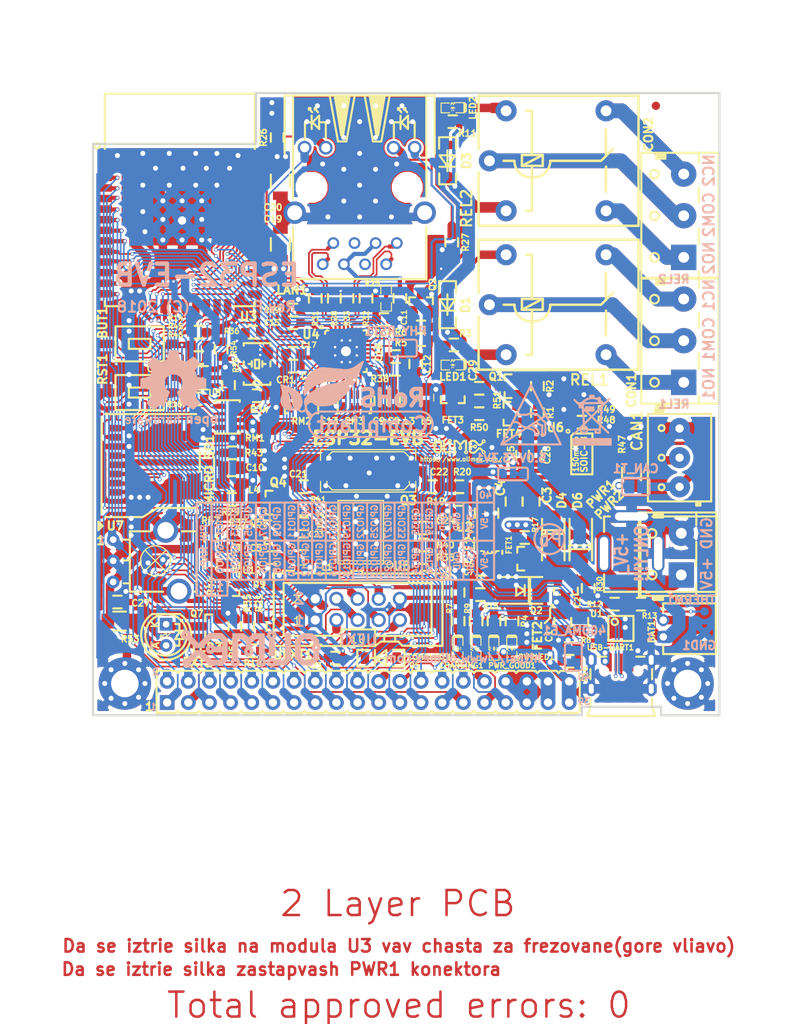
<source format=kicad_pcb>
(kicad_pcb (version 20171130) (host pcbnew 6.0.0-rc1-unknown-0cca1c6~65~ubuntu16.04.1)
  (title_block (title ESP32-EVB) (date 2018-08-03) (rev F) (company "OLIMEX Ltd.") (comment 1 https://www.olimex.com))
  (layers (0 F.Cu mixed) (31 B.Cu mixed) (34 B.Paste user hide) (35 F.Paste user hide) (36 B.SilkS user hide) (37 F.SilkS user hide) (38 B.Mask user hide) (39 F.Mask user hide) (44 Edge.Cuts user))
  (net 0 "")
  (net 1 +5V)
  (net 2 "Net-(400MA_E1-Pad1)")
  (net 3 GND)
  (net 4 "Net-(BAT1-Pad1)")
  (net 5 "Net-(BUT1-Pad2)")
  (net 6 /GPI34/BUT1)
  (net 7 "Net-(C3-Pad1)")
  (net 8 "Net-(C5-Pad2)")
  (net 9 +3V3)
  (net 10 "Net-(C10-Pad1)")
  (net 11 "Net-(C11-Pad1)")
  (net 12 "Net-(C18-Pad2)")
  (net 13 "Net-(CON1-Pad3)")
  (net 14 "Net-(CON1-Pad1)")
  (net 15 "Net-(CON1-Pad2)")
  (net 16 "Net-(CON2-Pad2)")
  (net 17 "Net-(CON2-Pad1)")
  (net 18 "Net-(CON2-Pad3)")
  (net 19 "Net-(CR1-Pad3)")
  (net 20 "Net-(D1-Pad2)")
  (net 21 "Net-(D3-Pad2)")
  (net 22 /GPIO3/U0RXD)
  (net 23 "Net-(D5-Pad1)")
  (net 24 /ESP_EN)
  (net 25 "/GPIO25/EMAC_RXD0(RMII)")
  (net 26 "/GPIO19/EMAC_TXD0(RMII)")
  (net 27 "/GPIO26/EMAC_RXD1(RMII)")
  (net 28 /GPIO33/REL2)
  (net 29 /GPIO32/REL1)
  (net 30 /GPIO9/SD_DATA2)
  (net 31 /GPIO8/SD_DATA1)
  (net 32 /GPIO6/SD_CLK)
  (net 33 /GPIO7/SD_DATA0)
  (net 34 /GPIO1/U0TXD)
  (net 35 /GPIO10/SD_DATA3)
  (net 36 /GPIO11/SD_CMD)
  (net 37 "Net-(L2-Pad1)")
  (net 38 "Net-(LED1-Pad2)")
  (net 39 "Net-(LED2-Pad2)")
  (net 40 "Net-(Q1-Pad1)")
  (net 41 "Net-(Q2-Pad1)")
  (net 42 /STAT2)
  (net 43 "Net-(R10-Pad1)")
  (net 44 /STAT1)
  (net 45 "Net-(R12-Pad2)")
  (net 46 "Net-(R12-Pad1)")
  (net 47 "/#PG(#TE)")
  (net 48 "Net-(R19-Pad1)")
  (net 49 "Net-(R39-Pad1)")
  (net 50 /PHYAD0)
  (net 51 /PHYAD1)
  (net 52 /PHYAD2)
  (net 53 /RMIISEL)
  (net 54 /VDD1A-2A)
  (net 55 /VDDCR)
  (net 56 "/GPIO22/EMAC_TXD1(RMII)")
  (net 57 "/GPIO21/EMAC_TX_EN(RMII)")
  (net 58 "Net-(MICRO_SD1-Pad5)")
  (net 59 "Net-(LAN1-Pad1)")
  (net 60 "Net-(LAN1-Pad2)")
  (net 61 "Net-(LAN1-Pad7)")
  (net 62 "Net-(LAN1-Pad8)")
  (net 63 "Net-(LAN1-PadAG1)")
  (net 64 "Net-(LAN1-PadAY1)")
  (net 65 "Net-(LAN1-PadKG1)")
  (net 66 "Net-(LAN1-PadKY1)")
  (net 67 "Net-(C19-Pad1)")
  (net 68 "Net-(CHARGING1-Pad1)")
  (net 69 "Net-(COMPLETE1-Pad1)")
  (net 70 "Net-(C21-Pad1)")
  (net 71 "Net-(C22-Pad1)")
  (net 72 /CANL)
  (net 73 /CANH)
  (net 74 "Net-(CAN_T1-Pad1)")
  (net 75 /GPI36/U1RXD)
  (net 76 /+5V_EXT)
  (net 77 /GPI39/IR_RECEIVE)
  (net 78 "/GPIO23/MDC(RMII)")
  (net 79 /GPIO27/EMAC_RX_CRS_DV)
  (net 80 /GPI35/CAN-RX)
  (net 81 /GPIO5/CAN-TX)
  (net 82 /GPIO4/U1TXD)
  (net 83 /GPIO0/XTAL1/CLKIN)
  (net 84 /GPIO2/HS2_DATA0)
  (net 85 /GPIO12/IR_Transmit)
  (net 86 /GPIO13/I2C-SDA)
  (net 87 /GPIO14/HS2_CLK)
  (net 88 /GPIO15/HS2_CMD)
  (net 89 /GPIO16/I2C-SCL)
  (net 90 /GPIO17/SPI_CS)
  (net 91 "/GPIO18/MDIO(RMII)")
  (net 92 /+5V_USB)
  (net 93 "Net-(LED3-Pad1)")
  (net 94 "Net-(LED3-Pad2)")
  (net 95 "Net-(MICRO_SD1-Pad1)")
  (net 96 "Net-(MICRO_SD1-Pad2)")
  (net 97 "Net-(MICRO_SD1-Pad8)")
  (net 98 "Net-(PWR_GOOD1-Pad1)")
  (net 99 "Net-(Q4-Pad2)")
  (net 100 "Net-(Q4-Pad1)")
  (net 101 "Net-(Q5-Pad2)")
  (net 102 "Net-(Q5-Pad1)")
  (net 103 "Net-(Q7-Pad1)")
  (net 104 "Net-(R35-Pad1)")
  (net 105 "Net-(R40-Pad1)")
  (net 106 "Net-(R48-Pad1)")
  (net 107 "Net-(U3-Pad32)")
  (net 108 "Net-(U4-Pad4)")
  (net 109 "Net-(U4-Pad14)")
  (net 110 "Net-(U4-Pad18)")
  (net 111 "Net-(U4-Pad20)")
  (net 112 "Net-(U4-Pad26)")
  (net 113 "Net-(U5-Pad6)")
  (net 114 "Net-(U5-Pad7)")
  (net 115 "Net-(U5-Pad11)")
  (net 116 "Net-(U5-Pad12)")
  (net 117 "Net-(U5-Pad13)")
  (net 118 "Net-(U5-Pad14)")
  (net 119 "Net-(U5-Pad17)")
  (net 120 "Net-(USB-UART1-Pad4)")
  (net 121 /OSC_DIS)
  (net 122 "Net-(PWRLED1-Pad1)")
  (net 123 "Net-(Q5-Pad3)")
  (net 124 "Net-(C28-Pad1)")
  (net 125 "Net-(MICRO_SD1-Pad7)")
  (net 126 "Net-(5.0V/3.3V1-Pad2)")
  (net 127 "Net-(R44-Pad2)")
  (net 128 /D_Com)
  (net 129 +3.3VLAN)
  (net 130 "Net-(C29-Pad2)")
  (net 131 "Net-(FET4-Pad3)")
  (module "OLIMEX_Buttons-FP:T1107A(6x3,8x2,5MM)" (layer F.Cu) (at 75.184 102.997 180)
    (fp_text reference RST1 (at 4.445 2.794 270) (layer F.SilkS) (effects (font (size 1.016 1.016) (thickness 0.254))))
    (fp_text value "T1107A(6x3,8x2,5MM)")
    (pad 2 smd rect (at 3.937 0 270) (size 1.016 1.524) (layers F.Cu F.Paste F.Mask) (net 3 GND) (clearance 0.0508))
    (pad 1 smd rect (at -3.937 0 270) (size 1.016 1.524) (layers F.Cu F.Paste F.Mask) (net 24 /ESP_EN) (clearance 0.0508))
  )
  (module "OLIMEX_Buttons-FP:T1107A(6x3,8x2,5MM)" (layer F.Cu) (at 75.184 97.155 180)
    (fp_text reference BUT1 (at 4.445 2.54 270) (layer F.SilkS) (effects (font (size 1.016 1.016) (thickness 0.254))))
    (fp_text value "T1107A(6x3,8x2,5MM)")
    (pad 2 smd rect (at 3.937 0 270) (size 1.016 1.524) (layers F.Cu F.Paste F.Mask) (net 5 "Net-(BUT1-Pad2)") (clearance 0.0508))
    (pad 1 smd rect (at -3.937 0 270) (size 1.016 1.524) (layers F.Cu F.Paste F.Mask) (net 6 /GPI34/BUT1) (clearance 0.0508))
  )
  (module OLIMEX_Other-FP:Fiducial1x3 (layer F.Cu) (at 142.875 133.35)
    (fp_text reference "" (at 0 3) (layer F.SilkS))
    (fp_text value "")
    (pad Fid1 connect circle (at 0 0) (size 1 1) (layers F.Cu F.Mask) (clearance 1.016))
  )
  (module OLIMEX_Connectors-FP:RJLBC-060TC1 (layer F.Cu) (at 101.6 78.359 180)
    (fp_text reference LAN1 (at 8.128 -12.319 180) (layer F.SilkS) (effects (font (size 1.016 1.016) (thickness 0.254))))
    (fp_text value "RJLD-060TC1(LPJ4013EDNL)")
    (pad "" np_thru_hole circle (at 5.715 0 180) (size 3.2 3.2) (drill 3.2) (layers *.Cu *.Mask))
    (pad "" np_thru_hole circle (at -5.715 0 180) (size 3.2 3.2) (drill 3.2) (layers *.Cu *.Mask))
    (pad KY1 thru_hole circle (at -4.07 4.7485 180) (size 1.65 1.65) (drill 1.1) (layers *.Cu *.Mask) (net 66 "Net-(LAN1-PadKY1)"))
    (pad KG1 thru_hole circle (at 6.61 4.7485 180) (size 1.65 1.65) (drill 1.1) (layers *.Cu *.Mask) (net 65 "Net-(LAN1-PadKG1)"))
    (pad GND2 thru_hole circle (at 7.8 -3.05 180) (size 2.7 2.7) (drill 1.8) (layers *.Cu *.Mask) (net 67 "Net-(C19-Pad1)"))
    (pad GND1 thru_hole circle (at -7.8 -3.05 180) (size 2.7 2.7) (drill 1.8) (layers *.Cu *.Mask) (net 67 "Net-(C19-Pad1)"))
    (pad AY1 thru_hole circle (at -6.61 4.7485 180) (size 1.65 1.65) (drill 1.1) (layers *.Cu *.Mask) (net 64 "Net-(LAN1-PadAY1)"))
    (pad AG1 thru_hole circle (at 4.07 4.7485 180) (size 1.65 1.65) (drill 1.1) (layers *.Cu *.Mask) (net 63 "Net-(LAN1-PadAG1)"))
    (pad 8 thru_hole circle (at 4.435 -9.24 180) (size 1.41 1.41) (drill 0.9) (layers *.Cu *.Mask) (net 62 "Net-(LAN1-Pad8)"))
    (pad 7 thru_hole circle (at 3.165 -6.7 180) (size 1.41 1.41) (drill 0.9) (layers *.Cu *.Mask) (net 61 "Net-(LAN1-Pad7)"))
    (pad 6 thru_hole circle (at 1.895 -9.24 180) (size 1.41 1.41) (drill 0.9) (layers *.Cu *.Mask) (net 11 "Net-(C11-Pad1)"))
    (pad 5 thru_hole circle (at 0.625 -6.7 180) (size 1.41 1.41) (drill 0.9) (layers *.Cu *.Mask))
    (pad 4 thru_hole circle (at -0.645 -9.24 180) (size 1.41 1.41) (drill 0.9) (layers *.Cu *.Mask))
    (pad 3 thru_hole circle (at -1.915 -6.7 180) (size 1.41 1.41) (drill 0.9) (layers *.Cu *.Mask) (net 11 "Net-(C11-Pad1)"))
    (pad 2 thru_hole circle (at -3.185 -9.24 180) (size 1.41 1.41) (drill 0.9) (layers *.Cu *.Mask) (net 60 "Net-(LAN1-Pad2)"))
    (pad 1 thru_hole circle (at -4.455 -6.7 180) (size 1.41 1.41) (drill 0.9) (layers *.Cu *.Mask) (net 59 "Net-(LAN1-Pad1)"))
  )
  (module OLIMEX_Jumpers-FP:SJ_Closed (layer B.Cu) (at 127.254 134.747 90)
    (fp_text reference 400MA_E1 (at 3.175 0.127 180) (layer B.SilkS) (effects (font (size 1.016 1.016) (thickness 0.254)) (justify mirror)))
    (fp_text value Closed)
    (fp_line (start 0.762 0) (end -0.762 0) (layer B.Cu) (width 0.508))
    (pad 1 smd rect (at -0.762 0 90) (size 1.1684 1.6002) (layers B.Cu B.Mask) (net 2 "Net-(400MA_E1-Pad1)") (clearance 0.0508))
    (pad 1 smd rect (at -0.762 0 90) (size 1.1684 1.6002) (layers B.Cu B.Mask) (net 2 "Net-(400MA_E1-Pad1)"))
    (pad 2 smd rect (at 0.762 0 90) (size 1.1684 1.6002) (layers B.Cu B.Mask) (net 3 GND) (clearance 0.0508))
  )
  (module OLIMEX_RLC-FP:0R_0603 (layer F.Cu) (at 104.775 91.694 90)
    (fp_text reference R25 (at 1.778 -1.651) (layer F.SilkS) (effects (font (size 0.635 0.635) (thickness 0.15875))))
    (fp_text value "0R(board_mounted)")
    (fp_line (start -0.5 0) (end 0.5 0) (layer F.Cu) (width 0.508))
    (pad 1 smd rect (at -0.889 0 90) (size 1.016 1.016) (layers F.Cu F.Paste F.Mask) (net 54 /VDD1A-2A) (clearance 0.0508))
    (pad 2 smd rect (at 0.889 0 90) (size 1.016 1.016) (layers F.Cu F.Paste F.Mask) (net 11 "Net-(C11-Pad1)") (clearance 0.0508))
  )
  (module "OLIMEX_Diodes-FP:DO214AA_1(K)-2(A)" (layer F.Cu) (at 121.031 126.746 180)
    (fp_text reference D2 (at -1.778 -2.413 180) (layer F.SilkS) (effects (font (size 0.762 0.762) (thickness 0.1905))))
    (fp_text value "SMBJ6.0A(DO-214AA)")
    (pad 2 smd rect (at 2.177 0 180) (size 1.778 2.286) (layers F.Cu F.Paste F.Mask) (net 3 GND))
    (pad 1 smd rect (at -2.177 0 180) (size 1.778 2.286) (layers F.Cu F.Paste F.Mask) (net 1 +5V))
  )
  (module OLIMEX_RLC-FP:R_0603_5MIL_DWS (layer F.Cu) (at 83.693 120.396 270)
    (fp_text reference R57 (at -2.032 0) (layer F.SilkS) (effects (font (size 0.762 0.762) (thickness 0.1905))))
    (fp_text value "NA(1k/R0603)")
    (pad 2 smd rect (at 0.889 0 270) (size 1.016 1.016) (layers F.Cu F.Paste F.Mask) (net 121 /OSC_DIS))
    (pad 1 smd rect (at -0.889 0 270) (size 1.016 1.016) (layers F.Cu F.Paste F.Mask) (net 12 "Net-(C18-Pad2)"))
  )
  (module OLIMEX_RLC-FP:R_0603_5MIL_DWS (layer F.Cu) (at 83.693 123.571 270)
    (fp_text reference R44 (at 2.683 -0.061 270) (layer F.SilkS) (effects (font (size 0.762 0.762) (thickness 0.1905))))
    (fp_text value NA/R0603)
    (pad 2 smd rect (at 0.889 0 270) (size 1.016 1.016) (layers F.Cu F.Paste F.Mask) (net 127 "Net-(R44-Pad2)"))
    (pad 1 smd rect (at -0.889 0 270) (size 1.016 1.016) (layers F.Cu F.Paste F.Mask) (net 121 /OSC_DIS))
  )
  (module OLIMEX_Diodes-FP:SOT23-3 (layer F.Cu) (at 86.487 122.682 180)
    (fp_text reference U10 (at -2.159 -1.651 180) (layer F.SilkS) (effects (font (size 0.762 0.762) (thickness 0.1905))))
    (fp_text value "BAT54C(SOT23-3)")
    (pad 3 smd rect (at -1.1 0 270) (size 1 1.4) (layers F.Cu F.Paste F.Mask) (net 128 /D_Com))
    (pad 2 smd rect (at 1.1 -0.95 270) (size 1 1.4) (layers F.Cu F.Paste F.Mask) (net 121 /OSC_DIS))
    (pad 1 smd rect (at 1.1 0.95 270) (size 1 1.4) (layers F.Cu F.Paste F.Mask) (net 84 /GPIO2/HS2_DATA0))
  )
  (module OLIMEX_Diodes-FP:SOT23-3 (layer F.Cu) (at 86.487 125.984 180)
    (fp_text reference U9 (at -3.048 0 180) (layer F.SilkS) (effects (font (size 0.762 0.762) (thickness 0.1905))))
    (fp_text value "BAT54C(SOT23-3)")
    (pad 3 smd rect (at -1.1 0 270) (size 1 1.4) (layers F.Cu F.Paste F.Mask) (net 128 /D_Com))
    (pad 2 smd rect (at 1.1 -0.95 270) (size 1 1.4) (layers F.Cu F.Paste F.Mask) (net 83 /GPIO0/XTAL1/CLKIN))
    (pad 1 smd rect (at 1.1 0.95 270) (size 1 1.4) (layers F.Cu F.Paste F.Mask) (net 127 "Net-(R44-Pad2)"))
  )
  (module OLIMEX_LOGOs-FP:LOGO_ROHS_1 (layer B.Cu) (at 109.347 107.696 180)
    (fp_text reference Ref** hide)
    (fp_text value Val** hide)
    (fp_text user Compliant (at 6.20014 0.8382 180) (layer B.SilkS) (effects (font (size 1.778 1.778) (thickness 0.35)) (justify mirror)))
    (fp_text user RoHS (at 3.81508 4.04368 180) (layer B.SilkS) (effects (font (size 2 2) (thickness 0.5)) (justify mirror)))
  )
  (module OLIMEX_LOGOs-FP:LOGO_RECYCLEBIN_1 (layer B.Cu) (at 131.826 109.347 180)
    (fp_text reference "" hide)
    (fp_text value "" hide)
  )
  (module OLIMEX_LOGOs-FP:LOGO_PBFREE (layer B.Cu) (at 124.587 120.269)
    (fp_text reference "")
    (fp_text value "")
    (fp_text user Pb (at -0.08636 0.33528) (layer B.SilkS) (effects (font (size 1.7 1.5) (thickness 0.254)) (justify mirror)))
  )
  (module OLIMEX_LOGOs-FP:LOGO_OPENHARDWARE_8x8 (layer B.Cu) (at 79.248 101.981 180)
    (fp_text reference "" hide)
    (fp_text value "" hide)
    (fp_text user open (at -3.40106 -4.17576 180) (layer B.SilkS) (effects (font (size 1.1 1.1) (thickness 0.254)) (justify mirror)))
    (fp_text user hardware (at 2.51206 -4.2672 180) (layer B.SilkS) (effects (font (thickness 0.18)) (justify mirror)))
  )
  (module OLIMEX_LOGOs-FP:LOGO_ANTISTATIC_1 (layer B.Cu) (at 125.73 109.22 180)
    (fp_text reference Ref** hide)
    (fp_text value Val** hide)
  )
  (module OLIMEX_RLC-FP:R_0603_5MIL_DWS (layer F.Cu) (at 87.249 120.015 180)
    (fp_text reference R37 (at 0.254 1.397 180) (layer F.SilkS) (effects (font (size 0.762 0.762) (thickness 0.1905))))
    (fp_text value 220R/R0603)
    (pad 2 smd rect (at 0.889 0 180) (size 1.016 1.016) (layers F.Cu F.Paste F.Mask) (net 128 /D_Com))
    (pad 1 smd rect (at -0.889 0 180) (size 1.016 1.016) (layers F.Cu F.Paste F.Mask) (net 123 "Net-(Q5-Pad3)"))
  )
  (module OLIMEX_RLC-FP:C_0805_5MIL_DWS (layer F.Cu) (at 120.142 116.078 90)
    (fp_text reference C4 (at 1.651 -1.651 90) (layer F.SilkS) (effects (font (size 1.016 1.016) (thickness 0.254))))
    (fp_text value 47uF/6.3V/20%/X5R/C0805)
    (pad 2 smd rect (at 1.016 0 180) (size 1.524 1.27) (layers F.Cu F.Paste F.Mask) (net 3 GND))
    (pad 1 smd rect (at -1.016 0 180) (size 1.524 1.27) (layers F.Cu F.Paste F.Mask) (net 7 "Net-(C3-Pad1)"))
  )
  (module OLIMEX_RLC-FP:C_0805_5MIL_DWS (layer F.Cu) (at 122.174 116.078 90)
    (fp_text reference C3 (at 0.762 1.905 90) (layer F.SilkS) (effects (font (size 1.016 1.016) (thickness 0.254))))
    (fp_text value "NA(47uF/6.3V/20%/X5R/C0805)")
    (pad 2 smd rect (at 1.016 0 180) (size 1.524 1.27) (layers F.Cu F.Paste F.Mask) (net 3 GND))
    (pad 1 smd rect (at -1.016 0 180) (size 1.524 1.27) (layers F.Cu F.Paste F.Mask) (net 7 "Net-(C3-Pad1)"))
  )
  (module OLIMEX_RLC-FP:R_0603_5MIL_DWS (layer F.Cu) (at 113.538 114.3 180)
    (fp_text reference R20 (at -0.381 1.778 180) (layer F.SilkS) (effects (font (size 0.762 0.762) (thickness 0.1905))))
    (fp_text value 1.1k/1%/R0603)
    (pad 2 smd rect (at 0.889 0 180) (size 1.016 1.016) (layers F.Cu F.Paste F.Mask) (net 3 GND))
    (pad 1 smd rect (at -0.889 0 180) (size 1.016 1.016) (layers F.Cu F.Paste F.Mask) (net 48 "Net-(R19-Pad1)"))
  )
  (module OLIMEX_RLC-FP:R_0603_5MIL_DWS (layer F.Cu) (at 113.538 115.824 180)
    (fp_text reference R19 (at 2.794 -0.254 180) (layer F.SilkS) (effects (font (size 0.762 0.762) (thickness 0.1905))))
    (fp_text value 4.99k/1%/R0603)
    (pad 2 smd rect (at 0.889 0 180) (size 1.016 1.016) (layers F.Cu F.Paste F.Mask) (net 9 +3V3))
    (pad 1 smd rect (at -0.889 0 180) (size 1.016 1.016) (layers F.Cu F.Paste F.Mask) (net 48 "Net-(R19-Pad1)"))
  )
  (module OLIMEX_RLC-FP:R_0603_5MIL_DWS (layer F.Cu) (at 119.888 130.429 90)
    (fp_text reference R4 (at 0 1.524 90) (layer F.SilkS) (effects (font (size 0.762 0.762) (thickness 0.1905))))
    (fp_text value 2.2k/R0603)
    (pad 2 smd rect (at 0.889 0 90) (size 1.016 1.016) (layers F.Cu F.Paste F.Mask) (net 3 GND))
    (pad 1 smd rect (at -0.889 0 90) (size 1.016 1.016) (layers F.Cu F.Paste F.Mask) (net 122 "Net-(PWRLED1-Pad1)"))
  )
  (module OLIMEX_RLC-FP:R_0603_5MIL_DWS (layer F.Cu) (at 86.614 131.064 270)
    (fp_text reference R56 (at 2.667 0.254 270) (layer F.SilkS) (effects (font (size 0.762 0.762) (thickness 0.1905))))
    (fp_text value 10k/R0603)
    (pad 2 smd rect (at 0.889 0 270) (size 1.016 1.016) (layers F.Cu F.Paste F.Mask) (net 103 "Net-(Q7-Pad1)"))
    (pad 1 smd rect (at -0.889 0 270) (size 1.016 1.016) (layers F.Cu F.Paste F.Mask) (net 3 GND))
  )
  (module OLIMEX_RLC-FP:R_0603_5MIL_DWS (layer F.Cu) (at 88.138 131.064 270)
    (fp_text reference R55 (at -2.794 0 270) (layer F.SilkS) (effects (font (size 0.762 0.762) (thickness 0.1905))))
    (fp_text value 1k/R0603)
    (pad 2 smd rect (at 0.889 0 270) (size 1.016 1.016) (layers F.Cu F.Paste F.Mask) (net 103 "Net-(Q7-Pad1)"))
    (pad 1 smd rect (at -0.889 0 270) (size 1.016 1.016) (layers F.Cu F.Paste F.Mask) (net 85 /GPIO12/IR_Transmit))
  )
  (module OLIMEX_RLC-FP:R_0603_5MIL_DWS (layer F.Cu) (at 84.963 97.79 90)
    (fp_text reference R54 (at 0.127 1.524 90) (layer F.SilkS) (effects (font (size 0.635 0.635) (thickness 0.15875))))
    (fp_text value NA/R0603)
    (pad 2 smd rect (at 0.889 0 90) (size 1.016 1.016) (layers F.Cu F.Paste F.Mask) (net 9 +3V3))
    (pad 1 smd rect (at -0.889 0 90) (size 1.016 1.016) (layers F.Cu F.Paste F.Mask) (net 83 /GPIO0/XTAL1/CLKIN))
  )
  (module OLIMEX_RLC-FP:R_1206_5MIL_DWS (layer F.Cu) (at 72.771 130.429)
    (fp_text reference R53 (at 1.27 2.159) (layer F.SilkS) (effects (font (size 0.762 0.762) (thickness 0.1905))))
    (fp_text value 6.8R/R1206)
    (pad 2 smd rect (at 1.397 0) (size 1.524 1.778) (layers F.Cu F.Paste F.Mask) (net 93 "Net-(LED3-Pad1)"))
    (pad 1 smd rect (at -1.397 0) (size 1.524 1.778) (layers F.Cu F.Paste F.Mask) (net 9 +3V3))
  )
  (module OLIMEX_RLC-FP:R_0603_5MIL_DWS (layer F.Cu) (at 128.27 105.029 180)
    (fp_text reference R49 (at -2.921 0 180) (layer F.SilkS) (effects (font (size 0.762 0.762) (thickness 0.1905))))
    (fp_text value 10k/R0603)
    (pad 2 smd rect (at 0.889 0 180) (size 1.016 1.016) (layers F.Cu F.Paste F.Mask) (net 3 GND))
    (pad 1 smd rect (at -0.889 0 180) (size 1.016 1.016) (layers F.Cu F.Paste F.Mask) (net 106 "Net-(R48-Pad1)"))
  )
  (module OLIMEX_RLC-FP:R_0603_5MIL_DWS (layer F.Cu) (at 128.27 106.553 180)
    (fp_text reference R48 (at -2.921 0.254 180) (layer F.SilkS) (effects (font (size 0.762 0.762) (thickness 0.1905))))
    (fp_text value NA/R0603)
    (pad 2 smd rect (at 0.889 0 180) (size 1.016 1.016) (layers F.Cu F.Paste F.Mask) (net 126 "Net-(5.0V/3.3V1-Pad2)"))
    (pad 1 smd rect (at -0.889 0 180) (size 1.016 1.016) (layers F.Cu F.Paste F.Mask) (net 106 "Net-(R48-Pad1)"))
  )
  (module OLIMEX_RLC-FP:R_1206_5MIL_DWS (layer F.Cu) (at 134.239 112.776 90)
    (fp_text reference R47 (at 3.556 -1.143 90) (layer F.SilkS) (effects (font (size 0.762 0.762) (thickness 0.1905))))
    (fp_text value 120R/R1206)
    (pad 2 smd rect (at 1.397 0 90) (size 1.524 1.778) (layers F.Cu F.Paste F.Mask) (net 72 /CANL))
    (pad 1 smd rect (at -1.397 0 90) (size 1.524 1.778) (layers F.Cu F.Paste F.Mask) (net 74 "Net-(CAN_T1-Pad1)"))
  )
  (module OLIMEX_RLC-FP:R_0603_5MIL_DWS (layer F.Cu) (at 82.296 98.806)
    (fp_text reference R46 (at -2.794 -2.7305) (layer F.SilkS) (effects (font (size 0.635 0.635) (thickness 0.15875))))
    (fp_text value NA/R0603)
    (pad 2 smd rect (at 0.889 0) (size 1.016 1.016) (layers F.Cu F.Paste F.Mask) (net 128 /D_Com))
    (pad 1 smd rect (at -0.889 0) (size 1.016 1.016) (layers F.Cu F.Paste F.Mask) (net 6 /GPI34/BUT1))
  )
  (module OLIMEX_RLC-FP:R_0603_5MIL_DWS (layer F.Cu) (at 82.296 97.282 180)
    (fp_text reference R45 (at 2.794 2.2225 180) (layer F.SilkS) (effects (font (size 0.635 0.635) (thickness 0.15875))))
    (fp_text value 10k/R0603)
    (pad 2 smd rect (at 0.889 0 180) (size 1.016 1.016) (layers F.Cu F.Paste F.Mask) (net 6 /GPI34/BUT1))
    (pad 1 smd rect (at -0.889 0 180) (size 1.016 1.016) (layers F.Cu F.Paste F.Mask) (net 9 +3V3))
  )
  (module OLIMEX_RLC-FP:R_0603_5MIL_DWS (layer F.Cu) (at 94.869 118.745 180)
    (fp_text reference R42 (at -2.032 0.381 270) (layer F.SilkS) (effects (font (size 0.635 0.635) (thickness 0.15875))))
    (fp_text value 1k/R0603)
    (pad 2 smd rect (at 0.889 0 180) (size 1.016 1.016) (layers F.Cu F.Paste F.Mask) (net 102 "Net-(Q5-Pad1)"))
    (pad 1 smd rect (at -0.889 0 180) (size 1.016 1.016) (layers F.Cu F.Paste F.Mask) (net 99 "Net-(Q4-Pad2)"))
  )
  (module OLIMEX_RLC-FP:R_0603_5MIL_DWS (layer F.Cu) (at 129.032 126.492 270)
    (fp_text reference R30 (at -0.508 -1.397 270) (layer F.SilkS) (effects (font (size 0.635 0.635) (thickness 0.15875))))
    (fp_text value 10k/R0603)
    (pad 2 smd rect (at 0.889 0 270) (size 1.016 1.016) (layers F.Cu F.Paste F.Mask) (net 3 GND))
    (pad 1 smd rect (at -0.889 0 270) (size 1.016 1.016) (layers F.Cu F.Paste F.Mask) (net 76 /+5V_EXT))
  )
  (module OLIMEX_Crystal-FP:Q_49U3HMS (layer F.Cu) (at 102.616 112.395)
    (fp_text reference Q3 (at 4.826 3.556 180) (layer F.SilkS) (effects (font (size 1.016 1.016) (thickness 0.254))))
    (fp_text value "Q12MHz/20pF/30ppm/2P/HC-49SM(SMD)")
    (pad 1 smd rect (at -4.699 0) (size 4.826 1.1) (layers F.Cu F.Paste F.Mask) (net 70 "Net-(C21-Pad1)") (clearance 0.0508))
    (pad 2 smd rect (at 4.699 0) (size 4.826 1.1) (layers F.Cu F.Paste F.Mask) (net 71 "Net-(C22-Pad1)") (clearance 0.0508))
  )
  (module OLIMEX_LEDs-FP:LED_0603_KA (layer F.Cu) (at 117.729 133.731 270)
    (fp_text reference PWR_GOOD1 (at 2.032 -2.159 180) (layer F.SilkS) (effects (font (size 0.635 0.635) (thickness 0.15875))))
    (fp_text value LED/RED/0603)
    (pad 1 smd rect (at -0.762 0 90) (size 0.8 0.8) (layers F.Cu F.Paste F.Mask) (net 98 "Net-(PWR_GOOD1-Pad1)"))
    (pad 2 smd rect (at 0.762 0 90) (size 0.8 0.8) (layers F.Cu F.Paste F.Mask) (net 1 +5V))
  )
  (module OLIMEX_Diodes-FP:SMA-KA (layer F.Cu) (at 128.143 120.65 90)
    (fp_text reference D6 (at 4.699 -0.381 90) (layer F.SilkS) (effects (font (size 1.016 1.016) (thickness 0.254))))
    (fp_text value 1N5822/SS34/SMA)
    (pad 1 smd rect (at -2.5 0 90) (size 2 1.7) (layers F.Cu F.Paste F.Mask) (net 1 +5V))
    (pad 2 smd rect (at 2.5 0 90) (size 2 1.7) (layers F.Cu F.Paste F.Mask) (net 76 /+5V_EXT))
  )
  (module OLIMEX_Jumpers-FP:SJ (layer B.Cu) (at 134.747 114.3)
    (fp_text reference CAN_T1 (at 0 -2.159) (layer B.SilkS) (effects (font (size 1.016 1.016) (thickness 0.254)) (justify mirror)))
    (fp_text value Opened)
    (pad 2 smd rect (at 0.762 0) (size 1.1684 1.6002) (layers B.Cu B.Mask) (net 73 /CANH) (clearance 0.0508))
    (pad 1 smd rect (at -0.762 0) (size 1.1684 1.6002) (layers B.Cu B.Mask) (net 74 "Net-(CAN_T1-Pad1)"))
    (pad 1 smd rect (at -0.762 0) (size 1.1684 1.6002) (layers B.Cu B.Mask) (net 74 "Net-(CAN_T1-Pad1)") (clearance 0.0508))
  )
  (module OLIMEX_RLC-FP:C_0603_5MIL_DWS (layer F.Cu) (at 79.502 100.203 90)
    (fp_text reference C28 (at 0.0635 -2.3495 180) (layer F.SilkS) (effects (font (size 0.762 0.762) (thickness 0.1905))))
    (fp_text value 470nF/16V/10%/X7R/C0603)
    (pad 2 smd rect (at 0.889 0 90) (size 1.016 1.016) (layers F.Cu F.Paste F.Mask) (net 3 GND) (clearance 0.0508))
    (pad 1 smd rect (at -0.889 0 90) (size 1.016 1.016) (layers F.Cu F.Paste F.Mask) (net 124 "Net-(C28-Pad1)") (clearance 0.0508))
  )
  (module OLIMEX_RLC-FP:C_0603_5MIL_DWS (layer F.Cu) (at 72.517 128.143)
    (fp_text reference C27 (at 2.794 0.127 180) (layer F.SilkS) (effects (font (size 0.762 0.762) (thickness 0.1905))))
    (fp_text value 100nF/50V/20%/Y5V/C0603)
    (pad 2 smd rect (at 0.889 0) (size 1.016 1.016) (layers F.Cu F.Paste F.Mask) (net 3 GND) (clearance 0.0508))
    (pad 1 smd rect (at -0.889 0) (size 1.016 1.016) (layers F.Cu F.Paste F.Mask) (net 9 +3V3) (clearance 0.0508))
  )
  (module OLIMEX_RLC-FP:C_0603_5MIL_DWS (layer F.Cu) (at 122.682 110.49 270)
    (fp_text reference C26 (at 0 -1.397 270) (layer F.SilkS) (effects (font (size 0.762 0.762) (thickness 0.1905))))
    (fp_text value 10uF/6.3V/20%/X5R/C0603)
    (pad 2 smd rect (at 0.889 0 270) (size 1.016 1.016) (layers F.Cu F.Paste F.Mask) (net 126 "Net-(5.0V/3.3V1-Pad2)") (clearance 0.0508))
    (pad 1 smd rect (at -0.889 0 270) (size 1.016 1.016) (layers F.Cu F.Paste F.Mask) (net 3 GND) (clearance 0.0508))
  )
  (module OLIMEX_RLC-FP:C_0603_5MIL_DWS (layer F.Cu) (at 121.158 110.49 270)
    (fp_text reference C25 (at 0 1.397 270) (layer F.SilkS) (effects (font (size 0.762 0.762) (thickness 0.1905))))
    (fp_text value 100nF/50V/20%/Y5V/C0603)
    (pad 2 smd rect (at 0.889 0 270) (size 1.016 1.016) (layers F.Cu F.Paste F.Mask) (net 126 "Net-(5.0V/3.3V1-Pad2)") (clearance 0.0508))
    (pad 1 smd rect (at -0.889 0 270) (size 1.016 1.016) (layers F.Cu F.Paste F.Mask) (net 3 GND) (clearance 0.0508))
  )
  (module OLIMEX_RLC-FP:C_0603_5MIL_DWS (layer F.Cu) (at 109.22 119.253)
    (fp_text reference C24 (at 2.667 -0.889) (layer F.SilkS) (effects (font (size 0.762 0.762) (thickness 0.1905))))
    (fp_text value 100nF/50V/20%/Y5V/C0603)
    (pad 2 smd rect (at 0.889 0) (size 1.016 1.016) (layers F.Cu F.Paste F.Mask) (net 3 GND) (clearance 0.0508))
    (pad 1 smd rect (at -0.889 0) (size 1.016 1.016) (layers F.Cu F.Paste F.Mask) (net 9 +3V3) (clearance 0.0508))
  )
  (module OLIMEX_RLC-FP:C_0603_5MIL_DWS (layer F.Cu) (at 94.869 121.158 180)
    (fp_text reference C23 (at -1.524 1.143 180) (layer F.SilkS) (effects (font (size 0.635 0.635) (thickness 0.15875))))
    (fp_text value 22uF/6.3V/20%/X5R/C0603)
    (pad 2 smd rect (at 0.889 0 180) (size 1.016 1.016) (layers F.Cu F.Paste F.Mask) (net 3 GND) (clearance 0.0508))
    (pad 1 smd rect (at -0.889 0 180) (size 1.016 1.016) (layers F.Cu F.Paste F.Mask) (net 9 +3V3) (clearance 0.0508))
  )
  (module OLIMEX_RLC-FP:C_0603_5MIL_DWS (layer F.Cu) (at 110.363 114.3)
    (fp_text reference C22 (at 0.762 -1.778) (layer F.SilkS) (effects (font (size 0.762 0.762) (thickness 0.1905))))
    (fp_text value 27pF/50V/5%/C0G/C0603)
    (pad 2 smd rect (at 0.889 0) (size 1.016 1.016) (layers F.Cu F.Paste F.Mask) (net 3 GND) (clearance 0.0508))
    (pad 1 smd rect (at -0.889 0) (size 1.016 1.016) (layers F.Cu F.Paste F.Mask) (net 71 "Net-(C22-Pad1)") (clearance 0.0508))
  )
  (module OLIMEX_RLC-FP:C_0603_5MIL_DWS (layer F.Cu) (at 94.869 114.3 180)
    (fp_text reference C21 (at 0.635 1.524 180) (layer F.SilkS) (effects (font (size 0.762 0.762) (thickness 0.1905))))
    (fp_text value 27pF/50V/5%/C0G/C0603)
    (pad 2 smd rect (at 0.889 0 180) (size 1.016 1.016) (layers F.Cu F.Paste F.Mask) (net 3 GND) (clearance 0.0508))
    (pad 1 smd rect (at -0.889 0 180) (size 1.016 1.016) (layers F.Cu F.Paste F.Mask) (net 70 "Net-(C21-Pad1)") (clearance 0.0508))
  )
  (module OLIMEX_LEDs-FP:LED_0603_KA (layer F.Cu) (at 113.411 133.731 270)
    (fp_text reference COMPLETE1 (at 1.016 3.429) (layer F.SilkS) (effects (font (size 0.635 0.635) (thickness 0.15875))))
    (fp_text value LED/GREEN/0603)
    (pad 1 smd rect (at -0.762 0 90) (size 0.8 0.8) (layers F.Cu F.Paste F.Mask) (net 69 "Net-(COMPLETE1-Pad1)"))
    (pad 2 smd rect (at 0.762 0 90) (size 0.8 0.8) (layers F.Cu F.Paste F.Mask) (net 1 +5V))
  )
  (module OLIMEX_LEDs-FP:LED_0603_KA (layer F.Cu) (at 115.57 133.731 270)
    (fp_text reference CHARGING1 (at 2.032 1.778 180) (layer F.SilkS) (effects (font (size 0.635 0.635) (thickness 0.15875))))
    (fp_text value LED/YELLOW/0603)
    (pad 1 smd rect (at -0.762 0 90) (size 0.8 0.8) (layers F.Cu F.Paste F.Mask) (net 68 "Net-(CHARGING1-Pad1)"))
    (pad 2 smd rect (at 0.762 0 90) (size 0.8 0.8) (layers F.Cu F.Paste F.Mask) (net 1 +5V))
  )
  (module OLIMEX_RLC-FP:C_1206_5MIL_DWS_ISO (layer F.Cu) (at 92.075 77.597 90)
    (fp_text reference C20 (at -3.175 -0.889 180) (layer F.SilkS) (effects (font (size 0.762 0.762) (thickness 0.1905))))
    (fp_text value "NA(1nF/2000V/10%/X7R/C1206)")
    (pad 2 smd rect (at 1.778 0 90) (size 1.016 1.778) (layers F.Cu F.Paste F.Mask) (net 3 GND))
    (pad 1 smd rect (at -1.778 0 90) (size 1.016 1.778) (layers F.Cu F.Paste F.Mask) (net 67 "Net-(C19-Pad1)"))
  )
  (module OLIMEX_RLC-FP:C_1206_5MIL_DWS_ISO (layer F.Cu) (at 92.075 85.217 270)
    (fp_text reference C19 (at -3.048 0.889) (layer F.SilkS) (effects (font (size 0.762 0.762) (thickness 0.1905))))
    (fp_text value 1nF/2000V/10%/X7R/C1206)
    (pad 2 smd rect (at 1.778 0 270) (size 1.016 1.778) (layers F.Cu F.Paste F.Mask) (net 3 GND))
    (pad 1 smd rect (at -1.778 0 270) (size 1.016 1.778) (layers F.Cu F.Paste F.Mask) (net 67 "Net-(C19-Pad1)"))
  )
  (module OLIMEX_RLC-FP:R_0603_5MIL_DWS (layer F.Cu) (at 86.233 110.236 180)
    (fp_text reference R43 (at -2.667 0 180) (layer F.SilkS) (effects (font (size 0.762 0.762) (thickness 0.1905))))
    (fp_text value 10R/R0603)
    (pad 2 smd rect (at 0.889 0 180) (size 1.016 1.016) (layers F.Cu F.Paste F.Mask) (net 58 "Net-(MICRO_SD1-Pad5)"))
    (pad 1 smd rect (at -0.889 0 180) (size 1.016 1.016) (layers F.Cu F.Paste F.Mask) (net 87 /GPIO14/HS2_CLK))
  )
  (module OLIMEX_Connectors-FP:HN2x20 (layer F.Cu) (at 102.616 138.938)
    (fp_text reference EXT1 (at -20.447 -3.556) (layer F.SilkS) (effects (font (size 1.016 1.016) (thickness 0.254))))
    (fp_text value "NA(HN2x20)")
    (pad 20 thru_hole circle (at -1.27 -1.27) (size 1.778 1.778) (drill 1) (layers *.Cu *.Mask) (net 26 "/GPIO19/EMAC_TXD0(RMII)"))
    (pad 19 thru_hole circle (at -1.27 1.27) (size 1.778 1.778) (drill 1) (layers *.Cu *.Mask) (net 91 "/GPIO18/MDIO(RMII)"))
    (pad 18 thru_hole circle (at -3.81 -1.27) (size 1.778 1.778) (drill 1) (layers *.Cu *.Mask) (net 90 /GPIO17/SPI_CS))
    (pad 17 thru_hole circle (at -3.81 1.27) (size 1.778 1.778) (drill 1) (layers *.Cu *.Mask) (net 89 /GPIO16/I2C-SCL))
    (pad 16 thru_hole circle (at -6.35 -1.27) (size 1.778 1.778) (drill 1) (layers *.Cu *.Mask) (net 88 /GPIO15/HS2_CMD))
    (pad 15 thru_hole circle (at -6.35 1.27) (size 1.778 1.778) (drill 1) (layers *.Cu *.Mask) (net 87 /GPIO14/HS2_CLK))
    (pad 14 thru_hole circle (at -8.89 -1.27) (size 1.778 1.778) (drill 1) (layers *.Cu *.Mask) (net 86 /GPIO13/I2C-SDA))
    (pad 13 thru_hole circle (at -8.89 1.27) (size 1.778 1.778) (drill 1) (layers *.Cu *.Mask) (net 85 /GPIO12/IR_Transmit))
    (pad 12 thru_hole circle (at -11.43 -1.27) (size 1.778 1.778) (drill 1) (layers *.Cu *.Mask) (net 36 /GPIO11/SD_CMD))
    (pad 11 thru_hole circle (at -11.43 1.27) (size 1.778 1.778) (drill 1) (layers *.Cu *.Mask) (net 35 /GPIO10/SD_DATA3))
    (pad 4 thru_hole circle (at -21.59 -1.27) (size 1.778 1.778) (drill 1) (layers *.Cu *.Mask) (net 22 /GPIO3/U0RXD))
    (pad 3 thru_hole circle (at -21.59 1.27) (size 1.778 1.778) (drill 1) (layers *.Cu *.Mask) (net 84 /GPIO2/HS2_DATA0))
    (pad 2 thru_hole circle (at -24.13 -1.27) (size 1.778 1.778) (drill 1) (layers *.Cu *.Mask) (net 34 /GPIO1/U0TXD))
    (pad 1 thru_hole rect (at -24.13 1.27) (size 1.778 1.778) (drill 1) (layers *.Cu *.Mask) (net 83 /GPIO0/XTAL1/CLKIN))
    (pad 5 thru_hole circle (at -19.05 1.27) (size 1.778 1.778) (drill 1) (layers *.Cu *.Mask) (net 82 /GPIO4/U1TXD))
    (pad 6 thru_hole circle (at -19.05 -1.27) (size 1.778 1.778) (drill 1) (layers *.Cu *.Mask) (net 81 /GPIO5/CAN-TX))
    (pad 8 thru_hole circle (at -16.51 -1.27) (size 1.778 1.778) (drill 1) (layers *.Cu *.Mask) (net 33 /GPIO7/SD_DATA0))
    (pad 7 thru_hole circle (at -16.51 1.27) (size 1.778 1.778) (drill 1) (layers *.Cu *.Mask) (net 32 /GPIO6/SD_CLK))
    (pad 9 thru_hole circle (at -13.97 1.27) (size 1.778 1.778) (drill 1) (layers *.Cu *.Mask) (net 31 /GPIO8/SD_DATA1))
    (pad 10 thru_hole circle (at -13.97 -1.27) (size 1.778 1.778) (drill 1) (layers *.Cu *.Mask) (net 30 /GPIO9/SD_DATA2))
    (pad 30 thru_hole circle (at 11.43 -1.27) (size 1.778 1.778) (drill 1) (layers *.Cu *.Mask) (net 80 /GPI35/CAN-RX))
    (pad 29 thru_hole circle (at 11.43 1.27) (size 1.778 1.778) (drill 1) (layers *.Cu *.Mask) (net 6 /GPI34/BUT1))
    (pad 27 thru_hole circle (at 8.89 1.27) (size 1.778 1.778) (drill 1) (layers *.Cu *.Mask) (net 29 /GPIO32/REL1))
    (pad 28 thru_hole circle (at 8.89 -1.27) (size 1.778 1.778) (drill 1) (layers *.Cu *.Mask) (net 28 /GPIO33/REL2))
    (pad 26 thru_hole circle (at 6.35 -1.27) (size 1.778 1.778) (drill 1) (layers *.Cu *.Mask) (net 79 /GPIO27/EMAC_RX_CRS_DV))
    (pad 25 thru_hole circle (at 6.35 1.27) (size 1.778 1.778) (drill 1) (layers *.Cu *.Mask) (net 27 "/GPIO26/EMAC_RXD1(RMII)"))
    (pad 21 thru_hole circle (at 1.27 1.27) (size 1.778 1.778) (drill 1) (layers *.Cu *.Mask) (net 57 "/GPIO21/EMAC_TX_EN(RMII)"))
    (pad 22 thru_hole circle (at 1.27 -1.27) (size 1.778 1.778) (drill 1) (layers *.Cu *.Mask) (net 56 "/GPIO22/EMAC_TXD1(RMII)"))
    (pad 23 thru_hole circle (at 3.81 1.27) (size 1.778 1.778) (drill 1) (layers *.Cu *.Mask) (net 78 "/GPIO23/MDC(RMII)"))
    (pad 24 thru_hole circle (at 3.81 -1.27) (size 1.778 1.778) (drill 1) (layers *.Cu *.Mask) (net 25 "/GPIO25/EMAC_RXD0(RMII)"))
    (pad 31 thru_hole circle (at 13.97 1.27) (size 1.778 1.778) (drill 1) (layers *.Cu *.Mask) (net 75 /GPI36/U1RXD))
    (pad 32 thru_hole circle (at 13.97 -1.27) (size 1.778 1.778) (drill 1) (layers *.Cu *.Mask) (net 77 /GPI39/IR_RECEIVE))
    (pad 33 thru_hole circle (at 16.51 1.27) (size 1.778 1.778) (drill 1) (layers *.Cu *.Mask) (net 24 /ESP_EN))
    (pad 34 thru_hole circle (at 16.51 -1.27) (size 1.778 1.778) (drill 1) (layers *.Cu *.Mask) (net 3 GND))
    (pad 35 thru_hole circle (at 19.05 1.27) (size 1.778 1.778) (drill 1) (layers *.Cu *.Mask) (net 3 GND))
    (pad 36 thru_hole circle (at 19.05 -1.27) (size 1.778 1.778) (drill 1) (layers *.Cu *.Mask) (net 3 GND))
    (pad 37 thru_hole circle (at 21.59 1.27) (size 1.778 1.778) (drill 1) (layers *.Cu *.Mask) (net 9 +3V3))
    (pad 38 thru_hole circle (at 21.59 -1.27) (size 1.778 1.778) (drill 1) (layers *.Cu *.Mask) (net 9 +3V3))
    (pad 39 thru_hole circle (at 24.13 1.27) (size 1.778 1.778) (drill 1) (layers *.Cu *.Mask) (net 1 +5V))
    (pad 40 thru_hole circle (at 24.13 -1.27) (size 1.778 1.778) (drill 1) (layers *.Cu *.Mask) (net 1 +5V))
  )
  (module OLIMEX_Other-FP:Mounting_hole_Shield_3.3mm (layer F.Cu) (at 73.406 137.922)
    (fp_text reference MH3 hide)
    (fp_text value Mounting_hole_Shield_3.3mm hide)
    (pad GND1 thru_hole circle (at -2.413 0) (size 1.2 1.2) (drill 0.6) (layers *.Cu *.Mask) (net 3 GND))
    (pad GND1 thru_hole circle (at 2.413 0) (size 1.2 1.2) (drill 0.6) (layers *.Cu *.Mask) (net 3 GND))
    (pad GND1 thru_hole circle (at 1.651 1.651) (size 1.2 1.2) (drill 0.6) (layers *.Cu *.Mask) (net 3 GND))
    (pad GND1 thru_hole circle (at -1.651 1.778) (size 1.2 1.2) (drill 0.6) (layers *.Cu *.Mask) (net 3 GND))
    (pad GND1 thru_hole circle (at 1.651 -1.651) (size 1.2 1.2) (drill 0.6) (layers *.Cu *.Mask) (net 3 GND))
    (pad GND1 thru_hole circle (at -1.651 -1.651) (size 1.2 1.2) (drill 0.6) (layers *.Cu *.Mask) (net 3 GND))
    (pad GND1 thru_hole circle (at 0 2.413) (size 1.2 1.2) (drill 0.6) (layers *.Cu *.Mask) (net 3 GND))
    (pad GND1 thru_hole circle (at 0 -2.413) (size 1.2 1.2) (drill 0.6) (layers *.Cu *.Mask) (net 3 GND))
    (pad GND1 thru_hole circle (at 0 0) (size 6.3 6.3) (drill 3.3) (layers *.Cu *.Mask) (net 3 GND))
  )
  (module OLIMEX_Other-FP:Mounting_hole_Shield_3.3mm (layer F.Cu) (at 140.97 137.922)
    (fp_text reference MH2 hide)
    (fp_text value Mounting_hole_Shield_3.3mm hide)
    (pad GND1 thru_hole circle (at -2.413 0) (size 1.2 1.2) (drill 0.6) (layers *.Cu *.Mask) (net 3 GND))
    (pad GND1 thru_hole circle (at 2.413 0) (size 1.2 1.2) (drill 0.6) (layers *.Cu *.Mask) (net 3 GND))
    (pad GND1 thru_hole circle (at 1.651 1.651) (size 1.2 1.2) (drill 0.6) (layers *.Cu *.Mask) (net 3 GND))
    (pad GND1 thru_hole circle (at -1.651 1.778) (size 1.2 1.2) (drill 0.6) (layers *.Cu *.Mask) (net 3 GND))
    (pad GND1 thru_hole circle (at 1.651 -1.651) (size 1.2 1.2) (drill 0.6) (layers *.Cu *.Mask) (net 3 GND))
    (pad GND1 thru_hole circle (at -1.651 -1.651) (size 1.2 1.2) (drill 0.6) (layers *.Cu *.Mask) (net 3 GND))
    (pad GND1 thru_hole circle (at 0 2.413) (size 1.2 1.2) (drill 0.6) (layers *.Cu *.Mask) (net 3 GND))
    (pad GND1 thru_hole circle (at 0 -2.413) (size 1.2 1.2) (drill 0.6) (layers *.Cu *.Mask) (net 3 GND))
    (pad GND1 thru_hole circle (at 0 0) (size 6.3 6.3) (drill 3.3) (layers *.Cu *.Mask) (net 3 GND))
  )
  (module OLIMEX_Other-FP:TESTPAD_40-ROUND (layer B.Cu) (at 143.002 129.286)
    (fp_text reference THERM1 (at -1.651 -1.397 unlocked) (layer B.SilkS) (effects (font (size 1.016 1.016) (thickness 0.254)) (justify mirror)))
    (fp_text value TESTPAD hide)
    (pad 1 smd circle (at 0 0) (size 1 1) (layers B.Cu B.Mask) (net 45 "Net-(R12-Pad2)"))
  )
  (module OLIMEX_RLC-FP:R_0603_5MIL_DWS (layer F.Cu) (at 94.869 116.967 180)
    (fp_text reference R41 (at -1.778 1.143 180) (layer F.SilkS) (effects (font (size 0.635 0.635) (thickness 0.15875))))
    (fp_text value 1k/R0603)
    (pad 2 smd rect (at 0.889 0 180) (size 1.016 1.016) (layers F.Cu F.Paste F.Mask) (net 100 "Net-(Q4-Pad1)"))
    (pad 1 smd rect (at -0.889 0 180) (size 1.016 1.016) (layers F.Cu F.Paste F.Mask) (net 101 "Net-(Q5-Pad2)"))
  )
  (module OLIMEX_RLC-FP:R_0603_5MIL_DWS (layer F.Cu) (at 109.22 121.285)
    (fp_text reference R40 (at 2.667 0) (layer F.SilkS) (effects (font (size 0.762 0.762) (thickness 0.1905))))
    (fp_text value 220R/R0603)
    (pad 2 smd rect (at 0.889 0) (size 1.016 1.016) (layers F.Cu F.Paste F.Mask) (net 34 /GPIO1/U0TXD))
    (pad 1 smd rect (at -0.889 0) (size 1.016 1.016) (layers F.Cu F.Paste F.Mask) (net 105 "Net-(R40-Pad1)"))
  )
  (module OLIMEX_RLC-FP:R_0603_5MIL_DWS (layer F.Cu) (at 93.599 93.091 180)
    (fp_text reference R39 (at 2.54 0) (layer F.SilkS) (effects (font (size 0.635 0.635) (thickness 0.15875))))
    (fp_text value 12.1k/1%/R0603)
    (pad 2 smd rect (at 0.889 0 180) (size 1.016 1.016) (layers F.Cu F.Paste F.Mask) (net 3 GND))
    (pad 1 smd rect (at -0.889 0 180) (size 1.016 1.016) (layers F.Cu F.Paste F.Mask) (net 49 "Net-(R39-Pad1)"))
  )
  (module OLIMEX_RLC-FP:R_0603_5MIL_DWS (layer F.Cu) (at 105.918 100.203)
    (fp_text reference R38 (at -1.905 1.143) (layer F.SilkS) (effects (font (size 0.762 0.762) (thickness 0.1905))))
    (fp_text value 10k/R0603)
    (pad 2 smd rect (at 0.889 0) (size 1.016 1.016) (layers F.Cu F.Paste F.Mask) (net 129 +3.3VLAN))
    (pad 1 smd rect (at -0.889 0) (size 1.016 1.016) (layers F.Cu F.Paste F.Mask) (net 12 "Net-(C18-Pad2)"))
  )
  (module OLIMEX_RLC-FP:R_0603_5MIL_DWS (layer F.Cu) (at 88.773 95.758)
    (fp_text reference R36 (at -2.54 -0.127) (layer F.SilkS) (effects (font (size 0.635 0.635) (thickness 0.15875))))
    (fp_text value 10R/R0603)
    (pad 2 smd rect (at 0.889 0) (size 1.016 1.016) (layers F.Cu F.Paste F.Mask) (net 83 /GPIO0/XTAL1/CLKIN))
    (pad 1 smd rect (at -0.889 0) (size 1.016 1.016) (layers F.Cu F.Paste F.Mask) (net 19 "Net-(CR1-Pad3)"))
  )
  (module OLIMEX_RLC-FP:R_0603_5MIL_DWS (layer F.Cu) (at 109.22 122.809)
    (fp_text reference R35 (at 2.667 0) (layer F.SilkS) (effects (font (size 0.762 0.762) (thickness 0.1905))))
    (fp_text value 220R/R0603)
    (pad 2 smd rect (at 0.889 0) (size 1.016 1.016) (layers F.Cu F.Paste F.Mask) (net 22 /GPIO3/U0RXD))
    (pad 1 smd rect (at -0.889 0) (size 1.016 1.016) (layers F.Cu F.Paste F.Mask) (net 104 "Net-(R35-Pad1)"))
  )
  (module OLIMEX_RLC-FP:R_0603_5MIL_DWS (layer F.Cu) (at 89.281 103.378)
    (fp_text reference R34 (at 0.254 1.651) (layer F.SilkS) (effects (font (size 0.762 0.762) (thickness 0.1905))))
    (fp_text value 10k/R0603)
    (pad 2 smd rect (at 0.889 0) (size 1.016 1.016) (layers F.Cu F.Paste F.Mask) (net 121 /OSC_DIS))
    (pad 1 smd rect (at -0.889 0) (size 1.016 1.016) (layers F.Cu F.Paste F.Mask) (net 9 +3V3))
  )
  (module OLIMEX_RLC-FP:R_0603_5MIL_DWS (layer F.Cu) (at 100.076 91.694 270)
    (fp_text reference R33 (at 2.413 0 270) (layer F.SilkS) (effects (font (size 0.635 0.635) (thickness 0.15875))))
    (fp_text value 49.9R/1%/R0603)
    (pad 2 smd rect (at 0.889 0 270) (size 1.016 1.016) (layers F.Cu F.Paste F.Mask) (net 59 "Net-(LAN1-Pad1)"))
    (pad 1 smd rect (at -0.889 0 270) (size 1.016 1.016) (layers F.Cu F.Paste F.Mask) (net 54 /VDD1A-2A))
  )
  (module OLIMEX_RLC-FP:R_0603_5MIL_DWS (layer F.Cu) (at 102.362 91.694 270)
    (fp_text reference R32 (at 2.413 0 270) (layer F.SilkS) (effects (font (size 0.635 0.635) (thickness 0.15875))))
    (fp_text value 49.9R/1%/R0603)
    (pad 2 smd rect (at 0.889 0 270) (size 1.016 1.016) (layers F.Cu F.Paste F.Mask) (net 60 "Net-(LAN1-Pad2)"))
    (pad 1 smd rect (at -0.889 0 270) (size 1.016 1.016) (layers F.Cu F.Paste F.Mask) (net 54 /VDD1A-2A))
  )
  (module OLIMEX_RLC-FP:R_0603_5MIL_DWS (layer F.Cu) (at 96.266 91.694 270)
    (fp_text reference R31 (at 2.413 0 270) (layer F.SilkS) (effects (font (size 0.635 0.635) (thickness 0.15875))))
    (fp_text value 49.9R/1%/R0603)
    (pad 2 smd rect (at 0.889 0 270) (size 1.016 1.016) (layers F.Cu F.Paste F.Mask) (net 61 "Net-(LAN1-Pad7)"))
    (pad 1 smd rect (at -0.889 0 270) (size 1.016 1.016) (layers F.Cu F.Paste F.Mask) (net 54 /VDD1A-2A))
  )
  (module OLIMEX_RLC-FP:R_0603_5MIL_DWS (layer F.Cu) (at 86.233 115.824 180)
    (fp_text reference R29 (at 0.127 -1.524 180) (layer F.SilkS) (effects (font (size 0.762 0.762) (thickness 0.1905))))
    (fp_text value 10k/R0603)
    (pad 2 smd rect (at 0.889 0 180) (size 1.016 1.016) (layers F.Cu F.Paste F.Mask) (net 88 /GPIO15/HS2_CMD))
    (pad 1 smd rect (at -0.889 0 180) (size 1.016 1.016) (layers F.Cu F.Paste F.Mask) (net 9 +3V3))
  )
  (module OLIMEX_RLC-FP:R_0603_5MIL_DWS (layer F.Cu) (at 98.552 91.694 270)
    (fp_text reference R28 (at 2.413 0 270) (layer F.SilkS) (effects (font (size 0.635 0.635) (thickness 0.15875))))
    (fp_text value 49.9R/1%/R0603)
    (pad 2 smd rect (at 0.889 0 270) (size 1.016 1.016) (layers F.Cu F.Paste F.Mask) (net 62 "Net-(LAN1-Pad8)"))
    (pad 1 smd rect (at -0.889 0 270) (size 1.016 1.016) (layers F.Cu F.Paste F.Mask) (net 54 /VDD1A-2A))
  )
  (module OLIMEX_RLC-FP:R_0603_5MIL_DWS (layer F.Cu) (at 112.649 84.963 270)
    (fp_text reference R27 (at 0 -1.651 270) (layer F.SilkS) (effects (font (size 0.762 0.762) (thickness 0.1905))))
    (fp_text value 220R/R0603)
    (pad 2 smd rect (at 0.889 0 270) (size 1.016 1.016) (layers F.Cu F.Paste F.Mask) (net 3 GND))
    (pad 1 smd rect (at -0.889 0 270) (size 1.016 1.016) (layers F.Cu F.Paste F.Mask) (net 66 "Net-(LAN1-PadKY1)"))
  )
  (module OLIMEX_RLC-FP:R_0603_5MIL_DWS (layer F.Cu) (at 91.694 72.39 90)
    (fp_text reference R26 (at 0 -1.651 270) (layer F.SilkS) (effects (font (size 0.762 0.762) (thickness 0.1905))))
    (fp_text value 220R/R0603)
    (pad 2 smd rect (at 0.889 0 90) (size 1.016 1.016) (layers F.Cu F.Paste F.Mask) (net 63 "Net-(LAN1-PadAG1)"))
    (pad 1 smd rect (at -0.889 0 90) (size 1.016 1.016) (layers F.Cu F.Paste F.Mask) (net 54 /VDD1A-2A))
  )
  (module OLIMEX_RLC-FP:R_0603_5MIL_DWS (layer F.Cu) (at 85.852 102.108 90)
    (fp_text reference R24 (at 2.413 0.889 90) (layer F.SilkS) (effects (font (size 0.635 0.635) (thickness 0.15875))))
    (fp_text value 1k/R0603)
    (pad 2 smd rect (at 0.889 0 90) (size 1.016 1.016) (layers F.Cu F.Paste F.Mask) (net 24 /ESP_EN))
    (pad 1 smd rect (at -0.889 0 90) (size 1.016 1.016) (layers F.Cu F.Paste F.Mask) (net 9 +3V3))
  )
  (module OLIMEX_RLC-FP:R_0603_5MIL_DWS (layer F.Cu) (at 98.679 134.874 180)
    (fp_text reference R23 (at 2.54 -0.889 180) (layer F.SilkS) (effects (font (size 0.635 0.635) (thickness 0.15875))))
    (fp_text value 10k/R0603)
    (pad 2 smd rect (at 0.889 0 180) (size 1.016 1.016) (layers F.Cu F.Paste F.Mask) (net 75 /GPI36/U1RXD))
    (pad 1 smd rect (at -0.889 0 180) (size 1.016 1.016) (layers F.Cu F.Paste F.Mask) (net 8 "Net-(C5-Pad2)"))
  )
  (module OLIMEX_RLC-FP:R_0603_5MIL_DWS (layer F.Cu) (at 113.411 127 270)
    (fp_text reference R22 (at -2.286 1.143 270) (layer F.SilkS) (effects (font (size 0.635 0.635) (thickness 0.15875))))
    (fp_text value 10k/R0603)
    (pad 2 smd rect (at 0.889 0 270) (size 1.016 1.016) (layers F.Cu F.Paste F.Mask) (net 90 /GPIO17/SPI_CS))
    (pad 1 smd rect (at -0.889 0 270) (size 1.016 1.016) (layers F.Cu F.Paste F.Mask) (net 8 "Net-(C5-Pad2)"))
  )
  (module OLIMEX_RLC-FP:R_0603_5MIL_DWS (layer F.Cu) (at 89.662 131.064 90)
    (fp_text reference R21 (at 2.794 -0.127 90) (layer F.SilkS) (effects (font (size 0.762 0.762) (thickness 0.1905))))
    (fp_text value 2.2k/R0603)
    (pad 2 smd rect (at 0.889 0 90) (size 1.016 1.016) (layers F.Cu F.Paste F.Mask) (net 86 /GPIO13/I2C-SDA))
    (pad 1 smd rect (at -0.889 0 90) (size 1.016 1.016) (layers F.Cu F.Paste F.Mask) (net 8 "Net-(C5-Pad2)"))
  )
  (module OLIMEX_RLC-FP:R_0603_5MIL_DWS (layer F.Cu) (at 88.773 133.985)
    (fp_text reference R18 (at 0 1.524) (layer F.SilkS) (effects (font (size 0.762 0.762) (thickness 0.1905))))
    (fp_text value 2.2k/R0603)
    (pad 2 smd rect (at 0.889 0) (size 1.016 1.016) (layers F.Cu F.Paste F.Mask) (net 89 /GPIO16/I2C-SCL))
    (pad 1 smd rect (at -0.889 0) (size 1.016 1.016) (layers F.Cu F.Paste F.Mask) (net 8 "Net-(C5-Pad2)"))
  )
  (module OLIMEX_RLC-FP:R_0603_5MIL_DWS (layer F.Cu) (at 121.412 120.396)
    (fp_text reference R17 (at 1.27 -1.524 270) (layer F.SilkS) (effects (font (size 0.635 0.635) (thickness 0.15875))))
    (fp_text value NA/R0603)
    (pad 2 smd rect (at 0.889 0) (size 1.016 1.016) (layers F.Cu F.Paste F.Mask) (net 7 "Net-(C3-Pad1)"))
    (pad 1 smd rect (at -0.889 0) (size 1.016 1.016) (layers F.Cu F.Paste F.Mask) (net 4 "Net-(BAT1-Pad1)"))
  )
  (module OLIMEX_RLC-FP:R_0603_5MIL_DWS (layer F.Cu) (at 82.042 103.759 180)
    (fp_text reference R16 (at 2.667 -0.635 180) (layer F.SilkS) (effects (font (size 0.635 0.635) (thickness 0.15875))))
    (fp_text value 220R/R0603)
    (pad 2 smd rect (at 0.889 0 180) (size 1.016 1.016) (layers F.Cu F.Paste F.Mask) (net 125 "Net-(MICRO_SD1-Pad7)"))
    (pad 1 smd rect (at -0.889 0 180) (size 1.016 1.016) (layers F.Cu F.Paste F.Mask) (net 84 /GPIO2/HS2_DATA0))
  )
  (module OLIMEX_RLC-FP:R_0603_5MIL_DWS (layer F.Cu) (at 117.729 130.429 90)
    (fp_text reference R15 (at 1.778 -0.381 180) (layer F.SilkS) (effects (font (size 0.635 0.635) (thickness 0.15875))))
    (fp_text value 2.2k/R0603)
    (pad 2 smd rect (at 0.889 0 90) (size 1.016 1.016) (layers F.Cu F.Paste F.Mask) (net 47 "/#PG(#TE)"))
    (pad 1 smd rect (at -0.889 0 90) (size 1.016 1.016) (layers F.Cu F.Paste F.Mask) (net 98 "Net-(PWR_GOOD1-Pad1)"))
  )
  (module OLIMEX_RLC-FP:R_0603_5MIL_DWS (layer F.Cu) (at 82.296 95.758)
    (fp_text reference R14 (at -2.794 -1.7145) (layer F.SilkS) (effects (font (size 0.635 0.635) (thickness 0.15875))))
    (fp_text value 220R/R0603)
    (pad 2 smd rect (at 0.889 0) (size 1.016 1.016) (layers F.Cu F.Paste F.Mask) (net 3 GND))
    (pad 1 smd rect (at -0.889 0) (size 1.016 1.016) (layers F.Cu F.Paste F.Mask) (net 5 "Net-(BUT1-Pad2)"))
  )
  (module OLIMEX_RLC-FP:R_0603_5MIL_DWS (layer F.Cu) (at 135.382 128.397)
    (fp_text reference R13 (at 1.016 1.397) (layer F.SilkS) (effects (font (size 0.635 0.635) (thickness 0.15875))))
    (fp_text value 10k/R0603)
    (pad 2 smd rect (at 0.889 0) (size 1.016 1.016) (layers F.Cu F.Paste F.Mask) (net 3 GND))
    (pad 1 smd rect (at -0.889 0) (size 1.016 1.016) (layers F.Cu F.Paste F.Mask) (net 45 "Net-(R12-Pad2)"))
  )
  (module OLIMEX_RLC-FP:R_0603_5MIL_DWS (layer F.Cu) (at 132.207 128.397)
    (fp_text reference R12 (at -2.413 0) (layer F.SilkS) (effects (font (size 0.635 0.635) (thickness 0.15875))))
    (fp_text value 1k/R0603)
    (pad 2 smd rect (at 0.889 0) (size 1.016 1.016) (layers F.Cu F.Paste F.Mask) (net 45 "Net-(R12-Pad2)"))
    (pad 1 smd rect (at -0.889 0) (size 1.016 1.016) (layers F.Cu F.Paste F.Mask) (net 46 "Net-(R12-Pad1)"))
  )
  (module OLIMEX_RLC-FP:R_0603_5MIL_DWS (layer F.Cu) (at 112.776 70.485 180)
    (fp_text reference R11 (at -1.778 -1.397 180) (layer F.SilkS) (effects (font (size 0.762 0.762) (thickness 0.1905))))
    (fp_text value 2.2k/R0603)
    (pad 2 smd rect (at 0.889 0 180) (size 1.016 1.016) (layers F.Cu F.Paste F.Mask) (net 39 "Net-(LED2-Pad2)"))
    (pad 1 smd rect (at -0.889 0 180) (size 1.016 1.016) (layers F.Cu F.Paste F.Mask) (net 1 +5V))
  )
  (module OLIMEX_RLC-FP:R_0603_5MIL_DWS (layer F.Cu) (at 126.746 135.255 180)
    (fp_text reference R10 (at -1.905 -1.524 270) (layer F.SilkS) (effects (font (size 0.635 0.635) (thickness 0.15875))))
    (fp_text value 4.99k/1%/R0603)
    (pad 2 smd rect (at 0.889 0 180) (size 1.016 1.016) (layers F.Cu F.Paste F.Mask) (net 2 "Net-(400MA_E1-Pad1)"))
    (pad 1 smd rect (at -0.889 0 180) (size 1.016 1.016) (layers F.Cu F.Paste F.Mask) (net 43 "Net-(R10-Pad1)"))
  )
  (module OLIMEX_RLC-FP:R_0603_5MIL_DWS (layer F.Cu) (at 115.57 130.429 90)
    (fp_text reference R9 (at 1.524 -1.016 90) (layer F.SilkS) (effects (font (size 0.635 0.635) (thickness 0.15875))))
    (fp_text value 2.2k/R0603)
    (pad 2 smd rect (at 0.889 0 90) (size 1.016 1.016) (layers F.Cu F.Paste F.Mask) (net 44 /STAT1))
    (pad 1 smd rect (at -0.889 0 90) (size 1.016 1.016) (layers F.Cu F.Paste F.Mask) (net 68 "Net-(CHARGING1-Pad1)"))
  )
  (module OLIMEX_RLC-FP:R_0603_5MIL_DWS (layer F.Cu) (at 126.746 133.731 180)
    (fp_text reference R8 (at -2.032 1.016) (layer F.SilkS) (effects (font (size 0.635 0.635) (thickness 0.15875))))
    (fp_text value 4.99k/1%/R0603)
    (pad 2 smd rect (at 0.889 0 180) (size 1.016 1.016) (layers F.Cu F.Paste F.Mask) (net 3 GND))
    (pad 1 smd rect (at -0.889 0 180) (size 1.016 1.016) (layers F.Cu F.Paste F.Mask) (net 43 "Net-(R10-Pad1)"))
  )
  (module OLIMEX_RLC-FP:R_0603_5MIL_DWS (layer F.Cu) (at 113.411 130.429 90)
    (fp_text reference R7 (at 1.524 -1.016 90) (layer F.SilkS) (effects (font (size 0.635 0.635) (thickness 0.15875))))
    (fp_text value 2.2k/R0603)
    (pad 2 smd rect (at 0.889 0 90) (size 1.016 1.016) (layers F.Cu F.Paste F.Mask) (net 42 /STAT2))
    (pad 1 smd rect (at -0.889 0 90) (size 1.016 1.016) (layers F.Cu F.Paste F.Mask) (net 69 "Net-(COMPLETE1-Pad1)"))
  )
  (module OLIMEX_RLC-FP:R_0603_5MIL_DWS (layer F.Cu) (at 108.966 95.123 180)
    (fp_text reference R6 (at 2.413 -0.635 180) (layer F.SilkS) (effects (font (size 0.762 0.762) (thickness 0.1905))))
    (fp_text value 10k/R0603)
    (pad 2 smd rect (at 0.889 0 180) (size 1.016 1.016) (layers F.Cu F.Paste F.Mask) (net 41 "Net-(Q2-Pad1)"))
    (pad 1 smd rect (at -0.889 0 180) (size 1.016 1.016) (layers F.Cu F.Paste F.Mask) (net 3 GND))
  )
  (module OLIMEX_RLC-FP:R_0603_5MIL_DWS (layer F.Cu) (at 108.966 96.647 180)
    (fp_text reference R5 (at 2.413 -0.381) (layer F.SilkS) (effects (font (size 0.762 0.762) (thickness 0.1905))))
    (fp_text value 1k/R0603)
    (pad 2 smd rect (at 0.889 0 180) (size 1.016 1.016) (layers F.Cu F.Paste F.Mask) (net 41 "Net-(Q2-Pad1)"))
    (pad 1 smd rect (at -0.889 0 180) (size 1.016 1.016) (layers F.Cu F.Paste F.Mask) (net 28 /GPIO33/REL2))
  )
  (module OLIMEX_RLC-FP:R_0603_5MIL_DWS (layer F.Cu) (at 112.903 97.282 180)
    (fp_text reference R3 (at -1.397 1.397 180) (layer F.SilkS) (effects (font (size 0.762 0.762) (thickness 0.1905))))
    (fp_text value 2.2k/R0603)
    (pad 2 smd rect (at 0.889 0 180) (size 1.016 1.016) (layers F.Cu F.Paste F.Mask) (net 38 "Net-(LED1-Pad2)"))
    (pad 1 smd rect (at -0.889 0 180) (size 1.016 1.016) (layers F.Cu F.Paste F.Mask) (net 1 +5V))
  )
  (module OLIMEX_RLC-FP:R_0603_5MIL_DWS (layer F.Cu) (at 122.936 102.235 270)
    (fp_text reference R2 (at 0 -1.524 270) (layer F.SilkS) (effects (font (size 0.762 0.762) (thickness 0.1905))))
    (fp_text value 10k/R0603)
    (pad 2 smd rect (at 0.889 0 270) (size 1.016 1.016) (layers F.Cu F.Paste F.Mask) (net 40 "Net-(Q1-Pad1)"))
    (pad 1 smd rect (at -0.889 0 270) (size 1.016 1.016) (layers F.Cu F.Paste F.Mask) (net 3 GND))
  )
  (module OLIMEX_RLC-FP:R_0603_5MIL_DWS (layer F.Cu) (at 122.936 105.41 90)
    (fp_text reference R1 (at 0 1.524 90) (layer F.SilkS) (effects (font (size 0.762 0.762) (thickness 0.1905))))
    (fp_text value 1k/R0603)
    (pad 2 smd rect (at 0.889 0 90) (size 1.016 1.016) (layers F.Cu F.Paste F.Mask) (net 40 "Net-(Q1-Pad1)"))
    (pad 1 smd rect (at -0.889 0 90) (size 1.016 1.016) (layers F.Cu F.Paste F.Mask) (net 29 /GPIO32/REL1))
  )
  (module OLIMEX_LEDs-FP:LED_0603_KA (layer F.Cu) (at 119.888 133.731 270)
    (fp_text reference PWRLED1 (at 1.016 -2.921 180) (layer F.SilkS) (effects (font (size 0.635 0.635) (thickness 0.15875))))
    (fp_text value LED/RED/0603)
    (pad 1 smd rect (at -0.762 0 90) (size 0.8 0.8) (layers F.Cu F.Paste F.Mask) (net 122 "Net-(PWRLED1-Pad1)"))
    (pad 2 smd rect (at 0.762 0 90) (size 0.8 0.8) (layers F.Cu F.Paste F.Mask) (net 1 +5V))
  )
  (module OLIMEX_Connectors-FP:TB2-DG306-5.0_2P (layer F.Cu) (at 140.208 122.395 90)
    (fp_text reference PWR2 (at 5.936 -8.636 225) (layer F.SilkS) (effects (font (size 1.016 1.016) (thickness 0.254))))
    (fp_text value "NA(TB2 DG306-5.0-2P)")
    (pad 1 thru_hole rect (at -2.5 0 90) (size 3.048 3.048) (drill 1.3) (layers *.Cu *.Mask) (net 76 /+5V_EXT))
    (pad 2 thru_hole circle (at 2.5 0 90) (size 3.048 3.048) (drill 1.3) (layers *.Cu *.Mask) (net 3 GND))
  )
  (module "OLIMEX_Connectors-FP:PWRJ-2mm(YDJ-1136)" (layer F.Cu) (at 130.937 117.569 180)
    (fp_text reference PWR1 (at 0.381 2.38 45) (layer F.SilkS) (effects (font (size 1.016 1.016) (thickness 0.254))))
    (fp_text value "PWRJ-2mm(YDJ-1134)")
    (pad - thru_hole oval (at -3.3 -0.3 180) (size 4.5 1.5) (drill oval 4 1) (layers *.Cu *.Mask) (net 3 GND))
    (pad - thru_hole oval (at -6.5 -4.75 180) (size 1.5 4.5) (drill oval 1 4) (layers *.Cu *.Mask) (net 3 GND))
    (pad + thru_hole oval (at 0 -4.75 180) (size 1.5 4.5) (drill oval 1 4) (layers *.Cu *.Mask) (net 76 /+5V_EXT))
  )
  (module OLIMEX_LEDs-FP:LED_0603_KA (layer F.Cu) (at 112.776 68.834 180)
    (fp_text reference LED2 (at -2.413 0 270) (layer F.SilkS) (effects (font (size 0.762 0.762) (thickness 0.1905))))
    (fp_text value LED/GREEN/0603)
    (pad 1 smd rect (at -0.762 0) (size 0.8 0.8) (layers F.Cu F.Paste F.Mask) (net 21 "Net-(D3-Pad2)"))
    (pad 2 smd rect (at 0.762 0) (size 0.8 0.8) (layers F.Cu F.Paste F.Mask) (net 39 "Net-(LED2-Pad2)"))
  )
  (module OLIMEX_LEDs-FP:LED_0603_KA (layer F.Cu) (at 112.776 99.695 180)
    (fp_text reference LED1 (at 0 -1.397 180) (layer F.SilkS) (effects (font (size 0.889 0.889) (thickness 0.22225))))
    (fp_text value LED/GREEN/0603)
    (pad 1 smd rect (at -0.762 0) (size 0.8 0.8) (layers F.Cu F.Paste F.Mask) (net 20 "Net-(D1-Pad2)"))
    (pad 2 smd rect (at 0.762 0) (size 0.8 0.8) (layers F.Cu F.Paste F.Mask) (net 38 "Net-(LED1-Pad2)"))
  )
  (module OLIMEX_Other-FP:TESTPAD_40-ROUND (layer B.Cu) (at 143.002 131.826)
    (fp_text reference GND1 (at -0.635 1.524 unlocked) (layer B.SilkS) (effects (font (size 1.016 1.016) (thickness 0.254)) (justify mirror)))
    (fp_text value TESTPAD hide)
    (pad 1 smd circle (at 0 0) (size 1 1) (layers B.Cu B.Mask) (net 3 GND))
  )
  (module OLIMEX_Diodes-FP:SMA-KA (layer F.Cu) (at 124.841 120.65 270)
    (fp_text reference D4 (at -4.699 -1.016 270) (layer F.SilkS) (effects (font (size 1.016 1.016) (thickness 0.254))))
    (fp_text value 1N5822/SS34/SMA)
    (pad 1 smd rect (at -2.5 0 270) (size 2 1.7) (layers F.Cu F.Paste F.Mask) (net 7 "Net-(C3-Pad1)"))
    (pad 2 smd rect (at 2.5 0 270) (size 2 1.7) (layers F.Cu F.Paste F.Mask) (net 1 +5V))
  )
  (module OLIMEX_Crystal-FP:5032-4P_HCX-3S (layer F.Cu) (at 89.281 99.568 90)
    (fp_text reference CR1 (at -1.905 3.429 180) (layer F.SilkS) (effects (font (size 0.762 0.762) (thickness 0.1905))))
    (fp_text value Q50MHz/25ppm/3V/4P/5x3.2mm)
    (pad 4 smd rect (at -1.27 -1.27 90) (size 1.4 1.2) (layers F.Cu F.Paste F.Mask) (net 9 +3V3))
    (pad 3 smd rect (at 1.27 -1.27 90) (size 1.4 1.2) (layers F.Cu F.Paste F.Mask) (net 19 "Net-(CR1-Pad3)"))
    (pad 2 smd rect (at 1.27 1.27 90) (size 1.4 1.2) (layers F.Cu F.Paste F.Mask) (net 3 GND))
    (pad 1 smd rect (at -1.27 1.27 90) (size 1.4 1.2) (layers F.Cu F.Paste F.Mask) (net 121 /OSC_DIS))
  )
  (module OLIMEX_Connectors-FP:TB3-DG306-5.0_3P (layer F.Cu) (at 140.5 81.774 90)
    (fp_text reference CON2 (at 9.765 -4.229 270) (layer F.SilkS) (effects (font (size 1.016 1.016) (thickness 0.254))))
    (fp_text value "TB3 DG306-5.0-3P")
    (pad 3 thru_hole circle (at 5 0 90) (size 3.048 3.048) (drill 1.3) (layers *.Cu *.Mask) (net 18 "Net-(CON2-Pad3)"))
    (pad 1 thru_hole rect (at -5 0 90) (size 3.048 3.048) (drill 1.3) (layers *.Cu *.Mask) (net 17 "Net-(CON2-Pad1)"))
    (pad 2 thru_hole circle (at 0 0 90) (size 3.048 3.048) (drill 1.3) (layers *.Cu *.Mask) (net 16 "Net-(CON2-Pad2)"))
  )
  (module OLIMEX_Connectors-FP:TB3-DG306-5.0_3P (layer F.Cu) (at 140.5 96.774 90)
    (fp_text reference CON1 (at -5.969 -6.261 90) (layer F.SilkS) (effects (font (size 1.016 1.016) (thickness 0.254))))
    (fp_text value "TB3 DG306-5.0-3P")
    (pad 3 thru_hole circle (at 5 0 90) (size 3.048 3.048) (drill 1.3) (layers *.Cu *.Mask) (net 13 "Net-(CON1-Pad3)"))
    (pad 1 thru_hole rect (at -5 0 90) (size 3.048 3.048) (drill 1.3) (layers *.Cu *.Mask) (net 14 "Net-(CON1-Pad1)"))
    (pad 2 thru_hole circle (at 0 0 90) (size 3.048 3.048) (drill 1.3) (layers *.Cu *.Mask) (net 15 "Net-(CON1-Pad2)"))
  )
  (module OLIMEX_RLC-FP:C_0603_5MIL_DWS (layer F.Cu) (at 105.918 98.679 180)
    (fp_text reference C18 (at 2.032 0.508 270) (layer F.SilkS) (effects (font (size 0.762 0.762) (thickness 0.1905))))
    (fp_text value "NA(10uF/6.3V/20%/X5R/C0603)")
    (pad 2 smd rect (at 0.889 0 180) (size 1.016 1.016) (layers F.Cu F.Paste F.Mask) (net 12 "Net-(C18-Pad2)") (clearance 0.0508))
    (pad 1 smd rect (at -0.889 0 180) (size 1.016 1.016) (layers F.Cu F.Paste F.Mask) (net 3 GND) (clearance 0.0508))
  )
  (module OLIMEX_RLC-FP:C_0603_5MIL_DWS (layer F.Cu) (at 93.599 98.298 180)
    (fp_text reference C17 (at -1.905 1.016 180) (layer F.SilkS) (effects (font (size 0.635 0.635) (thickness 0.15875))))
    (fp_text value 100nF/50V/20%/Y5V/C0603)
    (pad 2 smd rect (at 0.889 0 180) (size 1.016 1.016) (layers F.Cu F.Paste F.Mask) (net 3 GND) (clearance 0.0508))
    (pad 1 smd rect (at -0.889 0 180) (size 1.016 1.016) (layers F.Cu F.Paste F.Mask) (net 55 /VDDCR) (clearance 0.0508))
  )
  (module OLIMEX_RLC-FP:C_0603_5MIL_DWS (layer F.Cu) (at 93.599 99.822 180)
    (fp_text reference C16 (at -1.905 -1.27 180) (layer F.SilkS) (effects (font (size 0.635 0.635) (thickness 0.15875))))
    (fp_text value 2.2uF/6.3V/10%/X5R/C0603)
    (pad 2 smd rect (at 0.889 0 180) (size 1.016 1.016) (layers F.Cu F.Paste F.Mask) (net 3 GND) (clearance 0.0508))
    (pad 1 smd rect (at -0.889 0 180) (size 1.016 1.016) (layers F.Cu F.Paste F.Mask) (net 55 /VDDCR) (clearance 0.0508))
  )
  (module OLIMEX_RLC-FP:C_0603_5MIL_DWS (layer F.Cu) (at 93.599 94.615 180)
    (fp_text reference C15 (at 2.54 0 180) (layer F.SilkS) (effects (font (size 0.635 0.635) (thickness 0.15875))))
    (fp_text value 100nF/50V/20%/Y5V/C0603)
    (pad 2 smd rect (at 0.889 0 180) (size 1.016 1.016) (layers F.Cu F.Paste F.Mask) (net 3 GND) (clearance 0.0508))
    (pad 1 smd rect (at -0.889 0 180) (size 1.016 1.016) (layers F.Cu F.Paste F.Mask) (net 54 /VDD1A-2A) (clearance 0.0508))
  )
  (module OLIMEX_RLC-FP:C_0603_5MIL_DWS (layer F.Cu) (at 104.521 94.234)
    (fp_text reference C14 (at -0.127 1.651) (layer F.SilkS) (effects (font (size 0.762 0.762) (thickness 0.1905))))
    (fp_text value 100nF/50V/20%/Y5V/C0603)
    (pad 2 smd rect (at 0.889 0) (size 1.016 1.016) (layers F.Cu F.Paste F.Mask) (net 3 GND) (clearance 0.0508))
    (pad 1 smd rect (at -0.889 0) (size 1.016 1.016) (layers F.Cu F.Paste F.Mask) (net 54 /VDD1A-2A) (clearance 0.0508))
  )
  (module OLIMEX_RLC-FP:C_0603_5MIL_DWS (layer F.Cu) (at 97.79 104.013 270)
    (fp_text reference C13 (at 2.413 -0.127) (layer F.SilkS) (effects (font (size 0.762 0.762) (thickness 0.1905))))
    (fp_text value 100nF/50V/20%/Y5V/C0603)
    (pad 2 smd rect (at 0.889 0 270) (size 1.016 1.016) (layers F.Cu F.Paste F.Mask) (net 3 GND) (clearance 0.0508))
    (pad 1 smd rect (at -0.889 0 270) (size 1.016 1.016) (layers F.Cu F.Paste F.Mask) (net 129 +3.3VLAN) (clearance 0.0508))
  )
  (module OLIMEX_RLC-FP:C_0603_5MIL_DWS (layer F.Cu) (at 108.331 99.568 90)
    (fp_text reference C12 (at 0 1.397 -90) (layer F.SilkS) (effects (font (size 0.762 0.762) (thickness 0.1905))))
    (fp_text value 22uF/6.3V/20%/X5R/C0603)
    (pad 2 smd rect (at 0.889 0 90) (size 1.016 1.016) (layers F.Cu F.Paste F.Mask) (net 3 GND) (clearance 0.0508))
    (pad 1 smd rect (at -0.889 0 90) (size 1.016 1.016) (layers F.Cu F.Paste F.Mask) (net 54 /VDD1A-2A) (clearance 0.0508))
  )
  (module OLIMEX_RLC-FP:C_0603_5MIL_DWS (layer F.Cu) (at 106.426 91.694 270)
    (fp_text reference C11 (at 2.286 -0.508 90) (layer F.SilkS) (effects (font (size 0.635 0.635) (thickness 0.15875))))
    (fp_text value 100nF/50V/20%/Y5V/C0603)
    (pad 2 smd rect (at 0.889 0 270) (size 1.016 1.016) (layers F.Cu F.Paste F.Mask) (net 3 GND) (clearance 0.0508))
    (pad 1 smd rect (at -0.889 0 270) (size 1.016 1.016) (layers F.Cu F.Paste F.Mask) (net 11 "Net-(C11-Pad1)") (clearance 0.0508))
  )
  (module OLIMEX_RLC-FP:C_0805_5MIL_DWS (layer F.Cu) (at 86.233 112.014)
    (fp_text reference C10 (at 2.794 0) (layer F.SilkS) (effects (font (size 0.762 0.762) (thickness 0.1905))))
    (fp_text value 47uF/6.3V/20%/X5R/C0805)
    (pad 2 smd rect (at 1.016 0 90) (size 1.524 1.27) (layers F.Cu F.Paste F.Mask) (net 3 GND))
    (pad 1 smd rect (at -1.016 0 90) (size 1.524 1.27) (layers F.Cu F.Paste F.Mask) (net 10 "Net-(C10-Pad1)"))
  )
  (module OLIMEX_RLC-FP:C_0603_5MIL_DWS (layer F.Cu) (at 104.14 104.013 90)
    (fp_text reference C9 (at -2.413 -0.254 180) (layer F.SilkS) (effects (font (size 0.762 0.762) (thickness 0.1905))))
    (fp_text value 22uF/6.3V/20%/X5R/C0603)
    (pad 2 smd rect (at 0.889 0 90) (size 1.016 1.016) (layers F.Cu F.Paste F.Mask) (net 3 GND) (clearance 0.0508))
    (pad 1 smd rect (at -0.889 0 90) (size 1.016 1.016) (layers F.Cu F.Paste F.Mask) (net 129 +3.3VLAN) (clearance 0.0508))
  )
  (module OLIMEX_RLC-FP:C_0603_5MIL_DWS (layer F.Cu) (at 105.664 104.013 90)
    (fp_text reference C8 (at -2.413 0 180) (layer F.SilkS) (effects (font (size 0.762 0.762) (thickness 0.1905))))
    (fp_text value 22uF/6.3V/20%/X5R/C0603)
    (pad 2 smd rect (at 0.889 0 90) (size 1.016 1.016) (layers F.Cu F.Paste F.Mask) (net 3 GND) (clearance 0.0508))
    (pad 1 smd rect (at -0.889 0 90) (size 1.016 1.016) (layers F.Cu F.Paste F.Mask) (net 129 +3.3VLAN) (clearance 0.0508))
  )
  (module OLIMEX_RLC-FP:C_0603_5MIL_DWS (layer F.Cu) (at 116.078 127.254)
    (fp_text reference C7 (at -1.397 -2.667) (layer F.SilkS) (effects (font (size 0.635 0.635) (thickness 0.15875))))
    (fp_text value 22uF/6.3V/20%/X5R/C0603)
    (pad 2 smd rect (at 0.889 0) (size 1.016 1.016) (layers F.Cu F.Paste F.Mask) (net 3 GND) (clearance 0.0508))
    (pad 1 smd rect (at -0.889 0) (size 1.016 1.016) (layers F.Cu F.Paste F.Mask) (net 9 +3V3) (clearance 0.0508))
  )
  (module OLIMEX_RLC-FP:C_0603_5MIL_DWS (layer F.Cu) (at 116.078 125.73)
    (fp_text reference C6 (at -1.397 -2.159) (layer F.SilkS) (effects (font (size 0.635 0.635) (thickness 0.15875))))
    (fp_text value 22uF/6.3V/20%/X5R/C0603)
    (pad 2 smd rect (at 0.889 0) (size 1.016 1.016) (layers F.Cu F.Paste F.Mask) (net 3 GND) (clearance 0.0508))
    (pad 1 smd rect (at -0.889 0) (size 1.016 1.016) (layers F.Cu F.Paste F.Mask) (net 9 +3V3) (clearance 0.0508))
  )
  (module OLIMEX_RLC-FP:C_0603_5MIL_DWS (layer F.Cu) (at 91.059 122.809)
    (fp_text reference C5 (at -1.905 -1.143) (layer F.SilkS) (effects (font (size 0.762 0.762) (thickness 0.1905))))
    (fp_text value 22uF/6.3V/20%/X5R/C0603)
    (pad 2 smd rect (at 0.889 0) (size 1.016 1.016) (layers F.Cu F.Paste F.Mask) (net 8 "Net-(C5-Pad2)") (clearance 0.0508))
    (pad 1 smd rect (at -0.889 0) (size 1.016 1.016) (layers F.Cu F.Paste F.Mask) (net 3 GND) (clearance 0.0508))
  )
  (module OLIMEX_RLC-FP:C_0805_5MIL_DWS (layer F.Cu) (at 128.016 130.556 270)
    (fp_text reference C2 (at -2.413 0.254 270) (layer F.SilkS) (effects (font (size 0.635 0.635) (thickness 0.15875))))
    (fp_text value 47uF/6.3V/20%/X5R/C0805)
    (pad 2 smd rect (at 1.016 0) (size 1.524 1.27) (layers F.Cu F.Paste F.Mask) (net 3 GND))
    (pad 1 smd rect (at -1.016 0) (size 1.524 1.27) (layers F.Cu F.Paste F.Mask) (net 1 +5V))
  )
  (module OLIMEX_RLC-FP:C_0805_5MIL_DWS (layer F.Cu) (at 125.984 130.556 270)
    (fp_text reference C1 (at 1.651 1.651 270) (layer F.SilkS) (effects (font (size 0.762 0.762) (thickness 0.1905))))
    (fp_text value "NA(47uF/6.3V/20%/X5R/C0805)")
    (pad 2 smd rect (at 1.016 0) (size 1.524 1.27) (layers F.Cu F.Paste F.Mask) (net 3 GND))
    (pad 1 smd rect (at -1.016 0) (size 1.524 1.27) (layers F.Cu F.Paste F.Mask) (net 1 +5V))
  )
  (module OLIMEX_Connectors-FP:LIPO_BAT-CON2DW02R (layer F.Cu) (at 141.1986 131.318 90)
    (fp_text reference BAT1 (at -0.381 -4.5466 90) (layer F.SilkS) (effects (font (size 0.762 0.762) (thickness 0.1905))))
    (fp_text value DW02R)
    (pad 1 thru_hole rect (at -1.00838 -3.15214 90) (size 1.4 1.4) (drill 0.9) (layers *.Cu *.Mask) (net 4 "Net-(BAT1-Pad1)"))
    (pad 2 thru_hole circle (at 1.0033 -3.15468 90) (size 1.4 1.4) (drill 0.9) (layers *.Cu *.Mask) (net 3 GND))
  )
  (module OLIMEX_Other-FP:Mounting_hole_3.3mm (layer F.Cu) (at 140.97 70.358)
    (fp_text reference MH1 hide)
    (fp_text value Mounting_hole_Shield_3.3mm hide)
    (pad "" np_thru_hole circle (at 0 0) (size 3.3 3.3) (drill 3.3) (layers *.Cu *.Mask) (clearance 1.55))
  )
  (module OLIMEX_Jumpers-FP:SJ (layer B.Cu) (at 106.807 97.663 180)
    (fp_text reference PHY_RST1 (at 0.889 2.032 180) (layer B.SilkS) (effects (font (size 1.016 1.016) (thickness 0.254)) (justify mirror)))
    (fp_text value Opened)
    (pad 2 smd rect (at 0.762 0 180) (size 1.1684 1.6002) (layers B.Cu B.Mask) (net 12 "Net-(C18-Pad2)") (clearance 0.0508))
    (pad 1 smd rect (at -0.762 0 180) (size 1.1684 1.6002) (layers B.Cu B.Mask) (net 3 GND))
    (pad 1 smd rect (at -0.762 0 180) (size 1.1684 1.6002) (layers B.Cu B.Mask) (net 3 GND) (clearance 0.0508))
  )
  (module OLIMEX_Relays-FP:Relay_RAS-05-15 (layer F.Cu) (at 125.476 92.456 180)
    (fp_text reference REL1 (at -3.683 -9.017) (layer F.SilkS) (effects (font (size 1.27 1.27) (thickness 0.254))))
    (fp_text value RAS-0515)
    (pad COM0 thru_hole circle (at 8.3 0 180) (size 2.54 2.54) (drill 1.3) (layers *.Cu *.Mask) (net 15 "Net-(CON1-Pad2)") (clearance 2.54))
    (pad NO0 thru_hole circle (at -5.7 -6 180) (size 2.54 2.54) (drill 1.3) (layers *.Cu *.Mask) (net 14 "Net-(CON1-Pad1)") (clearance 2.54))
    (pad NC0 thru_hole circle (at -5.7 6 180) (size 2.54 2.54) (drill 1.3) (layers *.Cu *.Mask) (net 13 "Net-(CON1-Pad3)") (clearance 2.54))
    (pad 2 thru_hole circle (at 6.3 6 180) (size 2.54 2.54) (drill 1.3) (layers *.Cu *.Mask) (net 20 "Net-(D1-Pad2)"))
    (pad 1 thru_hole circle (at 6.3 -6 180) (size 2.54 2.54) (drill 1.3) (layers *.Cu *.Mask) (net 1 +5V))
  )
  (module OLIMEX_Relays-FP:Relay_RAS-05-15 (layer F.Cu) (at 125.476 75.184 180)
    (fp_text reference REL2 (at 11.049 -5.715 270) (layer F.SilkS) (effects (font (size 1.27 1.27) (thickness 0.254))))
    (fp_text value RAS-0515)
    (pad COM0 thru_hole circle (at 8.3 0 180) (size 2.54 2.54) (drill 1.3) (layers *.Cu *.Mask) (net 16 "Net-(CON2-Pad2)") (clearance 2.54))
    (pad NO0 thru_hole circle (at -5.7 -6 180) (size 2.54 2.54) (drill 1.3) (layers *.Cu *.Mask) (net 17 "Net-(CON2-Pad1)") (clearance 2.54))
    (pad NC0 thru_hole circle (at -5.7 6 180) (size 2.54 2.54) (drill 1.3) (layers *.Cu *.Mask) (net 18 "Net-(CON2-Pad3)") (clearance 2.54))
    (pad 2 thru_hole circle (at 6.3 6 180) (size 2.54 2.54) (drill 1.3) (layers *.Cu *.Mask) (net 21 "Net-(D3-Pad2)"))
    (pad 1 thru_hole circle (at 6.3 -6 180) (size 2.54 2.54) (drill 1.3) (layers *.Cu *.Mask) (net 1 +5V))
  )
  (module OLIMEX_Connectors-FP:UEXT_ML10 (layer F.Cu) (at 101.346 129.032)
    (fp_text reference UEXT1 (at -7.747 5.461) (layer F.SilkS) (effects (font (size 1.016 1.016) (thickness 0.254))))
    (fp_text value BH10S)
    (fp_text user 10 (at 0.0381 3.55092) (layer F.SilkS))
    (fp_text user 1 (at -7.2644 1.39192) (layer F.SilkS))
    (fp_text user 2 (at -7.34822 -1.23444) (layer F.SilkS))
    (pad 10 thru_hole circle (at 5.08 -1.27) (size 1.7 1.7) (drill 1.1) (layers *.Cu *.Mask) (net 90 /GPIO17/SPI_CS))
    (pad 9 thru_hole circle (at 5.08 1.27) (size 1.7 1.7) (drill 1.1) (layers *.Cu *.Mask) (net 87 /GPIO14/HS2_CLK))
    (pad 8 thru_hole circle (at 2.54 -1.27) (size 1.7 1.7) (drill 1.1) (layers *.Cu *.Mask) (net 84 /GPIO2/HS2_DATA0))
    (pad 7 thru_hole circle (at 2.54 1.27) (size 1.7 1.7) (drill 1.1) (layers *.Cu *.Mask) (net 88 /GPIO15/HS2_CMD))
    (pad 6 thru_hole circle (at 0 -1.27) (size 1.7 1.7) (drill 1.1) (layers *.Cu *.Mask) (net 86 /GPIO13/I2C-SDA))
    (pad 5 thru_hole circle (at 0 1.27) (size 1.7 1.7) (drill 1.1) (layers *.Cu *.Mask) (net 89 /GPIO16/I2C-SCL))
    (pad 4 thru_hole circle (at -2.54 -1.27) (size 1.7 1.7) (drill 1.1) (layers *.Cu *.Mask) (net 23 "Net-(D5-Pad1)"))
    (pad 3 thru_hole circle (at -2.54 1.27) (size 1.7 1.7) (drill 1.1) (layers *.Cu *.Mask) (net 82 /GPIO4/U1TXD))
    (pad 2 thru_hole circle (at -5.08 -1.27) (size 1.7 1.7) (drill 1.1) (layers *.Cu *.Mask) (net 3 GND))
    (pad 1 thru_hole rect (at -5.08 1.27) (size 1.7 1.7) (drill 1.1) (layers *.Cu *.Mask) (net 8 "Net-(C5-Pad2)"))
  )
  (module OLIMEX_Connectors-FP:TB3-3.5mm (layer F.Cu) (at 140 110.815 270)
    (fp_text reference CAN1 (at -3.246 5.126 270) (layer F.SilkS) (effects (font (size 1.27 1.27) (thickness 0.254))))
    (fp_text value TB3-3.5mm)
    (pad 3 thru_hole circle (at 3.5 0 270) (size 2.54 2.54) (drill 1) (layers *.Cu *.Mask) (net 73 /CANH))
    (pad 1 thru_hole circle (at -3.5 0 270) (size 2.54 2.54) (drill 1) (layers *.Cu *.Mask) (net 3 GND))
    (pad 2 thru_hole circle (at 0 0 270) (size 2.54 2.54) (drill 1) (layers *.Cu *.Mask) (net 72 /CANL))
  )
  (module OLIMEX_Connectors-FP:TFC-WXCP11-08-LF (layer F.Cu) (at 76.327 111.125 180)
    (fp_text reference MICRO_SD1 (at -7.239 -1.143 270) (layer F.SilkS) (effects (font (size 1.016 1.016) (thickness 0.254))))
    (fp_text value TFC-WXCP11-08-LF)
    (pad SH2 smd rect (at -5.25 -3.15 270) (size 3.1 1.5) (layers F.Cu F.Paste F.Mask) (net 3 GND))
    (pad SH1 smd rect (at -5.25 2.91 270) (size 3.1 1.5) (layers F.Cu F.Paste F.Mask) (net 3 GND))
    (pad FID4 smd circle (at 5.72 5.54 270) (size 0.4 0.4) (layers F.Cu F.Mask))
    (pad FID3 smd circle (at -6.08 5.54 270) (size 0.4 0.4) (layers F.Cu F.Mask))
    (pad FID2 smd circle (at -6.08 -5.73 270) (size 0.4 0.4) (layers F.Cu F.Mask))
    (pad FID1 smd circle (at 5.72 -6.82 270) (size 0.4 0.4) (layers F.Cu F.Mask))
    (pad 8 smd rect (at 4 3.85 270) (size 0.8 1.5) (layers F.Cu F.Paste F.Mask) (net 97 "Net-(MICRO_SD1-Pad8)"))
    (pad 7 smd rect (at 4 2.75 270) (size 0.8 1.5) (layers F.Cu F.Paste F.Mask) (net 125 "Net-(MICRO_SD1-Pad7)"))
    (pad 6 smd rect (at 4 1.65 270) (size 0.8 1.5) (layers F.Cu F.Paste F.Mask) (net 3 GND))
    (pad 5 smd rect (at 4 0.55 270) (size 0.8 1.5) (layers F.Cu F.Paste F.Mask) (net 58 "Net-(MICRO_SD1-Pad5)"))
    (pad 4 smd rect (at 4 -0.55 270) (size 0.8 1.5) (layers F.Cu F.Paste F.Mask) (net 10 "Net-(C10-Pad1)"))
    (pad 3 smd rect (at 4 -1.65 270) (size 0.8 1.5) (layers F.Cu F.Paste F.Mask) (net 88 /GPIO15/HS2_CMD))
    (pad 2 smd rect (at 4 -2.75 270) (size 0.8 1.5) (layers F.Cu F.Paste F.Mask) (net 96 "Net-(MICRO_SD1-Pad2)"))
    (pad 1 smd rect (at 4 -3.85 270) (size 0.8 1.5) (layers F.Cu F.Paste F.Mask) (net 95 "Net-(MICRO_SD1-Pad1)"))
  )
  (module "OLIMEX_IC-FP:QFN32_EP(33)_5.00x5.00x0.90mm_Pitch_0.50mm" (layer F.Cu) (at 99.949 98.044 270)
    (fp_text reference U4 (at -2.032 4.191 180) (layer F.SilkS) (effects (font (size 1.016 1.016) (thickness 0.254))))
    (fp_text value "LAN8710A-EZC(QFN32)")
    (pad 33 smd rect (at 0 0 270) (size 3.6 3.6) (layers F.Cu F.Mask) (net 3 GND))
    (pad 33 thru_hole rect (at -0.5 -1.3 270) (size 0.4 0.4) (drill 0.3) (layers *.Cu F.Mask) (net 3 GND))
    (pad 33 thru_hole rect (at 0.5 -1.3 270) (size 0.4 0.4) (drill 0.3) (layers *.Cu F.Mask) (net 3 GND))
    (pad 33 thru_hole rect (at 1.3 -0.5 270) (size 0.4 0.4) (drill 0.29972) (layers *.Cu F.Mask) (net 3 GND))
    (pad 33 thru_hole rect (at 1.3 0.5 270) (size 0.4 0.4) (drill 0.3) (layers *.Cu F.Mask) (net 3 GND))
    (pad 33 thru_hole rect (at 0.5 1.3 270) (size 0.4 0.4) (drill 0.3) (layers *.Cu F.Mask) (net 3 GND))
    (pad 33 thru_hole rect (at -0.5 1.3 270) (size 0.4 0.4) (drill 0.3) (layers *.Cu F.Mask) (net 3 GND))
    (pad 33 thru_hole rect (at -1.3 0.5 270) (size 0.4 0.4) (drill 0.3) (layers *.Cu F.Mask) (net 3 GND))
    (pad 33 thru_hole rect (at -1.3 -0.5 270) (size 0.4 0.4) (drill 0.3) (layers *.Cu F.Mask) (net 3 GND))
    (pad 33 thru_hole rect (at 0 0 270) (size 1.4224 1.4224) (drill 1.2) (layers *.Cu *.Mask) (net 3 GND))
    (pad 32 smd rect (at -2.45 1.75 270) (size 0.8 0.25) (layers F.Cu F.Paste F.Mask) (net 49 "Net-(R39-Pad1)"))
    (pad 31 smd rect (at -2.45 1.25 270) (size 0.8 0.25) (layers F.Cu F.Paste F.Mask) (net 61 "Net-(LAN1-Pad7)"))
    (pad 30 smd rect (at -2.45 0.75 270) (size 0.8 0.25) (layers F.Cu F.Paste F.Mask) (net 62 "Net-(LAN1-Pad8)"))
    (pad 29 smd rect (at -2.45 0.25 270) (size 0.8 0.25) (layers F.Cu F.Paste F.Mask) (net 59 "Net-(LAN1-Pad1)"))
    (pad 28 smd rect (at -2.45 -0.25 270) (size 0.8 0.25) (layers F.Cu F.Paste F.Mask) (net 60 "Net-(LAN1-Pad2)"))
    (pad 27 smd rect (at -2.45 -0.75 270) (size 0.8 0.25) (layers F.Cu F.Paste F.Mask) (net 54 /VDD1A-2A))
    (pad 26 smd rect (at -2.45 -1.25 270) (size 0.8 0.25) (layers F.Cu F.Paste F.Mask) (net 112 "Net-(U4-Pad26)"))
    (pad 25 smd rect (at -2.45 -1.75 270) (size 0.8 0.25) (layers F.Cu F.Paste F.Mask) (net 3 GND))
    (pad 24 smd rect (at -1.75 -2.45 180) (size 0.8 0.25) (layers F.Cu F.Paste F.Mask) (net 3 GND))
    (pad 23 smd rect (at -1.25 -2.45 180) (size 0.8 0.25) (layers F.Cu F.Paste F.Mask) (net 56 "/GPIO22/EMAC_TXD1(RMII)"))
    (pad 22 smd rect (at -0.75 -2.45 180) (size 0.8 0.25) (layers F.Cu F.Paste F.Mask) (net 26 "/GPIO19/EMAC_TXD0(RMII)"))
    (pad 21 smd rect (at -0.25 -2.45 180) (size 0.8 0.25) (layers F.Cu F.Paste F.Mask) (net 57 "/GPIO21/EMAC_TX_EN(RMII)"))
    (pad 20 smd rect (at 0.25 -2.45 180) (size 0.8 0.25) (layers F.Cu F.Paste F.Mask) (net 111 "Net-(U4-Pad20)"))
    (pad 19 smd rect (at 0.75 -2.45 180) (size 0.8 0.25) (layers F.Cu F.Paste F.Mask) (net 12 "Net-(C18-Pad2)"))
    (pad 18 smd rect (at 1.25 -2.45 180) (size 0.8 0.25) (layers F.Cu F.Paste F.Mask) (net 110 "Net-(U4-Pad18)"))
    (pad 17 smd rect (at 1.75 -2.45 180) (size 0.8 0.25) (layers F.Cu F.Paste F.Mask) (net 78 "/GPIO23/MDC(RMII)"))
    (pad 16 smd rect (at 2.45 -1.75 90) (size 0.8 0.25) (layers F.Cu F.Paste F.Mask) (net 91 "/GPIO18/MDIO(RMII)"))
    (pad 15 smd rect (at 2.45 -1.25 90) (size 0.8 0.25) (layers F.Cu F.Paste F.Mask) (net 79 /GPIO27/EMAC_RX_CRS_DV))
    (pad 14 smd rect (at 2.45 -0.75 90) (size 0.8 0.25) (layers F.Cu F.Paste F.Mask) (net 109 "Net-(U4-Pad14)"))
    (pad 13 smd rect (at 2.45 -0.25 90) (size 0.8 0.25) (layers F.Cu F.Paste F.Mask) (net 50 /PHYAD0))
    (pad 12 smd rect (at 2.45 0.25 90) (size 0.8 0.25) (layers F.Cu F.Paste F.Mask) (net 129 +3.3VLAN))
    (pad 11 smd rect (at 2.45 0.75 90) (size 0.8 0.25) (layers F.Cu F.Paste F.Mask) (net 25 "/GPIO25/EMAC_RXD0(RMII)"))
    (pad 10 smd rect (at 2.45 1.25 90) (size 0.8 0.25) (layers F.Cu F.Paste F.Mask) (net 27 "/GPIO26/EMAC_RXD1(RMII)"))
    (pad 9 smd rect (at 2.45 1.75 90) (size 0.8 0.25) (layers F.Cu F.Paste F.Mask) (net 53 /RMIISEL))
    (pad 8 smd rect (at 1.75 2.45) (size 0.8 0.25) (layers F.Cu F.Paste F.Mask) (net 52 /PHYAD2))
    (pad 7 smd rect (at 1.25 2.45) (size 0.8 0.25) (layers F.Cu F.Paste F.Mask) (net 51 /PHYAD1))
    (pad 6 smd rect (at 0.75 2.45) (size 0.8 0.25) (layers F.Cu F.Paste F.Mask) (net 55 /VDDCR))
    (pad 5 smd rect (at 0.25 2.45) (size 0.8 0.25) (layers F.Cu F.Paste F.Mask) (net 83 /GPIO0/XTAL1/CLKIN))
    (pad 4 smd rect (at -0.25 2.45) (size 0.8 0.25) (layers F.Cu F.Paste F.Mask) (net 108 "Net-(U4-Pad4)"))
    (pad 3 smd rect (at -0.75 2.45) (size 0.8 0.25) (layers F.Cu F.Paste F.Mask) (net 64 "Net-(LAN1-PadAY1)"))
    (pad 2 smd rect (at -1.25 2.45) (size 0.8 0.25) (layers F.Cu F.Paste F.Mask) (net 65 "Net-(LAN1-PadKG1)"))
    (pad 1 smd rect (at -1.75 2.45) (size 0.8 0.25) (layers F.Cu F.Paste F.Mask) (net 54 /VDD1A-2A))
  )
  (module OLIMEX_LOGOs-FP:OLIMEX_LOGO_TB (layer B.Cu) (at 88.392 133.731 180)
    (fp_text reference "" hide)
    (fp_text value "" hide)
  )
  (module OLIMEX_LEDs-FP:LED-5mm-PTH-AK (layer F.Cu) (at 78.359 132.08 90)
    (fp_text reference LED3 (at -1.524 4.953 180) (layer F.SilkS) (effects (font (size 1.016 1.016) (thickness 0.254))))
    (fp_text value LED/IR333-A/5mm)
    (fp_text user K (at 1.27 -1.3 90) (layer F.SilkS) (effects (font (size 0.889 0.889) (thickness 0.2032))))
    (fp_text user A (at -1.27 -1.3 90) (layer F.SilkS) (effects (font (size 0.889 0.889) (thickness 0.2032))))
    (pad 2 thru_hole rect (at 1.27 0 270) (size 1.524 1.524) (drill 0.8) (layers *.Cu *.Mask) (net 94 "Net-(LED3-Pad2)"))
    (pad 1 thru_hole circle (at -1.27 0 270) (size 1.524 1.524) (drill 0.8) (layers *.Cu *.Mask) (net 93 "Net-(LED3-Pad1)"))
  )
  (module OLIMEX_IC-FP:RPM7236-H8 (layer F.Cu) (at 77.089 123.19 270)
    (fp_text reference U7 (at -4.191 4.826 180) (layer F.SilkS) (effects (font (size 1.016 1.016) (thickness 0.254))))
    (fp_text value RPM7236-H8)
    (pad 0 thru_hole circle (at 3.65 -2.82 270) (size 3 3) (drill 2) (layers *.Cu *.Mask) (net 3 GND))
    (pad 0 thru_hole circle (at -3.65 -1.22 270) (size 3 3) (drill 2) (layers *.Cu *.Mask) (net 3 GND))
    (pad 3 thru_hole circle (at 2.54 5.08 270) (size 1.524 1.524) (drill 0.8) (layers *.Cu *.Mask) (net 9 +3V3))
    (pad 2 thru_hole circle (at 0 5.08 270) (size 1.524 1.524) (drill 0.8) (layers *.Cu *.Mask) (net 3 GND))
    (pad 1 thru_hole circle (at -2.54 5.08 270) (size 1.524 1.524) (drill 0.8) (layers *.Cu *.Mask) (net 77 /GPI39/IR_RECEIVE))
  )
  (module OLIMEX_IC-FP:SSOP-20W (layer F.Cu) (at 101.727 119.761 90)
    (fp_text reference U5 (at -4.064 4.953 180) (layer F.SilkS) (effects (font (size 1.016 1.016) (thickness 0.254))))
    (fp_text value "CH340T(SSOP20W)")
    (pad 1 smd rect (at -2.925 3.6195 90) (size 0.325 1.27) (layers F.Cu F.Paste F.Mask))
    (pad 2 smd rect (at -2.275 3.6195 90) (size 0.325 1.27) (layers F.Cu F.Paste F.Mask))
    (pad 3 smd rect (at -1.625 3.6195 90) (size 0.325 1.27) (layers F.Cu F.Paste F.Mask) (net 104 "Net-(R35-Pad1)"))
    (pad 4 smd rect (at -0.975 3.6195 90) (size 0.325 1.27) (layers F.Cu F.Paste F.Mask) (net 105 "Net-(R40-Pad1)"))
    (pad 5 smd rect (at -0.325 3.6195 90) (size 0.325 1.27) (layers F.Cu F.Paste F.Mask) (net 9 +3V3))
    (pad 6 smd rect (at 0.325 3.6195 90) (size 0.325 1.27) (layers F.Cu F.Paste F.Mask) (net 113 "Net-(U5-Pad6)"))
    (pad 7 smd rect (at 0.975 3.6195 90) (size 0.325 1.27) (layers F.Cu F.Paste F.Mask) (net 114 "Net-(U5-Pad7)"))
    (pad 8 smd rect (at 1.625 3.6195 90) (size 0.325 1.27) (layers F.Cu F.Paste F.Mask) (net 3 GND))
    (pad 9 smd rect (at 2.275 3.6195 90) (size 0.325 1.27) (layers F.Cu F.Paste F.Mask) (net 70 "Net-(C21-Pad1)"))
    (pad 10 smd rect (at 2.925 3.6195 90) (size 0.325 1.27) (layers F.Cu F.Paste F.Mask) (net 71 "Net-(C22-Pad1)"))
    (pad 11 smd rect (at 2.925 -3.6195 90) (size 0.325 1.27) (layers F.Cu F.Paste F.Mask) (net 115 "Net-(U5-Pad11)"))
    (pad 12 smd rect (at 2.275 -3.6195 90) (size 0.325 1.27) (layers F.Cu F.Paste F.Mask) (net 116 "Net-(U5-Pad12)"))
    (pad 13 smd rect (at 1.625 -3.6195 90) (size 0.325 1.27) (layers F.Cu F.Paste F.Mask) (net 117 "Net-(U5-Pad13)"))
    (pad 14 smd rect (at 0.975 -3.6195 90) (size 0.325 1.27) (layers F.Cu F.Paste F.Mask) (net 118 "Net-(U5-Pad14)"))
    (pad 15 smd rect (at 0.325 -3.6195 90) (size 0.325 1.27) (layers F.Cu F.Paste F.Mask) (net 101 "Net-(Q5-Pad2)"))
    (pad 16 smd rect (at -0.325 -3.6195 90) (size 0.325 1.27) (layers F.Cu F.Paste F.Mask) (net 99 "Net-(Q4-Pad2)"))
    (pad 17 smd rect (at -0.975 -3.6195 90) (size 0.325 1.27) (layers F.Cu F.Paste F.Mask) (net 119 "Net-(U5-Pad17)"))
    (pad 18 smd rect (at -1.625 -3.6195 90) (size 0.325 1.27) (layers F.Cu F.Paste F.Mask))
    (pad 19 smd rect (at -2.275 -3.6195 90) (size 0.325 1.27) (layers F.Cu F.Paste F.Mask) (net 9 +3V3))
    (pad 20 smd rect (at -2.925 -3.6195 90) (size 0.325 1.27) (layers F.Cu F.Paste F.Mask) (net 3 GND))
  )
  (module OLIMEX_IC-FP:SOIC-8_150mil (layer F.Cu) (at 128.27 110.363 270)
    (fp_text reference U6 (at -3.175 3.175 180) (layer F.SilkS) (effects (font (size 1.016 1.016) (thickness 0.254))))
    (fp_text value "MCP2562-E/SN(SOIC-8_150mil)")
    (fp_text user SOIC-8 (at 0.05588 -0.27178 270) (layer F.SilkS) (effects (font (size 0.762 0.762) (thickness 0.1905))))
    (fp_text user 150mil (at 0.508 0.7112 270) (layer F.SilkS) (effects (font (size 0.635 0.635) (thickness 0.15875))))
    (pad 8 smd rect (at -1.905 -2.5 270) (size 0.6 2.2) (layers F.Cu F.Paste F.Mask) (net 106 "Net-(R48-Pad1)") (clearance 0.0508))
    (pad 7 smd rect (at -0.635 -2.5 270) (size 0.6 2.2) (layers F.Cu F.Paste F.Mask) (net 73 /CANH) (clearance 0.0508))
    (pad 6 smd rect (at 0.635 -2.5 270) (size 0.6 2.2) (layers F.Cu F.Paste F.Mask) (net 72 /CANL) (clearance 0.0508))
    (pad 5 smd rect (at 1.905 -2.5 270) (size 0.6 2.2) (layers F.Cu F.Paste F.Mask) (net 9 +3V3) (clearance 0.0508))
    (pad 4 smd rect (at 1.905 2.5 270) (size 0.6 2.2) (layers F.Cu F.Paste F.Mask) (net 80 /GPI35/CAN-RX) (clearance 0.0508))
    (pad 3 smd rect (at 0.635 2.5 270) (size 0.6 2.2) (layers F.Cu F.Paste F.Mask) (net 126 "Net-(5.0V/3.3V1-Pad2)") (clearance 0.0508))
    (pad 2 smd rect (at -0.635 2.5 270) (size 0.6 2.2) (layers F.Cu F.Paste F.Mask) (net 3 GND) (clearance 0.0508))
    (pad 1 smd rect (at -1.905 2.5 270) (size 0.6 2.2) (layers F.Cu F.Paste F.Mask) (net 81 /GPIO5/CAN-TX) (clearance 0.0508))
  )
  (module OLIMEX_IC-FP:MSOP-10_Pitch-0.5mm_3.00x3.00x1.00mm (layer F.Cu) (at 132.969 131.318 270)
    (fp_text reference U1 (at -1.778 2.921) (layer F.SilkS) (effects (font (size 0.762 0.762) (thickness 0.1905))))
    (fp_text value "MCP73833(MSOP10)")
    (pad 10 smd rect (at -1 -2.4 270) (size 0.25 1) (layers F.Cu F.Paste F.Mask) (net 4 "Net-(BAT1-Pad1)"))
    (pad 9 smd rect (at -0.5 -2.4 270) (size 0.25 1) (layers F.Cu F.Paste F.Mask) (net 4 "Net-(BAT1-Pad1)"))
    (pad 8 smd rect (at 0 -2.4 270) (size 0.25 1) (layers F.Cu F.Paste F.Mask) (net 46 "Net-(R12-Pad1)"))
    (pad 7 smd rect (at 0.5 -2.4 270) (size 0.25 1) (layers F.Cu F.Paste F.Mask) (net 47 "/#PG(#TE)"))
    (pad 6 smd rect (at 1 -2.4 270) (size 0.25 1) (layers F.Cu F.Paste F.Mask) (net 43 "Net-(R10-Pad1)"))
    (pad 5 smd rect (at 1 2.4 270) (size 0.25 1) (layers F.Cu F.Paste F.Mask) (net 3 GND))
    (pad 4 smd rect (at 0.5 2.4 270) (size 0.25 1) (layers F.Cu F.Paste F.Mask) (net 42 /STAT2))
    (pad 3 smd rect (at 0 2.4 270) (size 0.25 1) (layers F.Cu F.Paste F.Mask) (net 44 /STAT1))
    (pad 2 smd rect (at -0.5 2.4 270) (size 0.25 1) (layers F.Cu F.Paste F.Mask) (net 1 +5V))
    (pad 1 smd rect (at -1 2.4 270) (size 0.25 1) (layers F.Cu F.Paste F.Mask) (net 1 +5V))
  )
  (module OLIMEX_Other-FP:Fiducial1x3 (layer F.Cu) (at 71.501 133.35)
    (fp_text reference "" (at 0 3) (layer F.SilkS))
    (fp_text value "")
    (pad Fid1 connect circle (at 0 0) (size 1 1) (layers F.Cu F.Mask) (clearance 1.016))
  )
  (module OLIMEX_Other-FP:Fiducial1x3 (layer F.Cu) (at 137.16 68.58)
    (fp_text reference "" (at 0 3) (layer F.SilkS))
    (fp_text value "")
    (pad Fid1 connect circle (at 0 0) (size 1 1) (layers F.Cu F.Mask) (clearance 1.016))
  )
  (module OLIMEX_Connectors-FP:USB-MICRO_MISB-SWMM-5B_LF (layer F.Cu) (at 133 138.303 270)
    (fp_text reference USB-UART1 (at -4.699 1.301 180) (layer F.SilkS) (effects (font (size 0.635 0.635) (thickness 0.15875))))
    (fp_text value "MISB-SWMM-5B-LF(USB_MICRO)")
    (pad 1 smd rect (at -2.9 1.3) (size 0.325 2.15) (layers F.Cu F.Paste F.Mask) (net 92 /+5V_USB))
    (pad 2 smd rect (at -2.9 0.65) (size 0.325 2.15) (layers F.Cu F.Paste F.Mask) (net 114 "Net-(U5-Pad7)"))
    (pad 3 smd rect (at -2.9 0) (size 0.325 2.15) (layers F.Cu F.Paste F.Mask) (net 113 "Net-(U5-Pad6)"))
    (pad 4 smd rect (at -2.9 -0.65) (size 0.325 2.15) (layers F.Cu F.Paste F.Mask) (net 120 "Net-(USB-UART1-Pad4)"))
    (pad 5 smd rect (at -2.9 -1.3) (size 0.325 2.15) (layers F.Cu F.Paste F.Mask) (net 3 GND))
    (pad "" np_thru_hole circle (at -1.9 2) (size 0.6 0.6) (drill 0.6) (layers *.Cu *.Mask))
    (pad "" np_thru_hole circle (at -1.9 -2) (size 0.6 0.6) (drill 0.6) (layers *.Cu *.Mask))
    (pad 0 smd rect (at 1.4 1.5) (size 1.1 1) (layers F.Cu F.Paste F.Mask) (net 3 GND))
    (pad 0 smd rect (at 1.4 -1.5) (size 1.1 1) (layers F.Cu F.Paste F.Mask) (net 3 GND))
    (pad 0 thru_hole oval (at 0.25 3.6) (size 1.2 1.8) (drill oval 0.6 1.2) (layers *.Cu *.Mask) (net 3 GND))
    (pad 0 thru_hole oval (at -3.22 3.6) (size 1.2 1.8) (drill oval 0.6 1.2) (layers *.Cu *.Mask) (net 3 GND))
    (pad 0 thru_hole oval (at -3.22 -3.6) (size 1.2 1.8) (drill oval 0.6 1.2) (layers *.Cu *.Mask) (net 3 GND))
    (pad 0 thru_hole oval (at 0.25 -3.6) (size 1.2 1.8) (drill oval 0.6 1.2) (layers *.Cu *.Mask) (net 3 GND))
  )
  (module OLIMEX_Cases-FP:ESP-WROOM-32_MODULE (layer F.Cu) (at 80.01 79.883)
    (fp_text reference U3 (at 8.255 13.97) (layer F.SilkS) (effects (font (size 1.016 1.016) (thickness 0.254))))
    (fp_text value ESP-WROOM-32)
    (pad 39 thru_hole circle (at -2.0404 4.7998) (size 1.3 1.3) (drill 0.6) (layers *.Cu *.Mask) (net 3 GND))
    (pad 39 thru_hole circle (at 0.271 2.463) (size 2 2) (drill 1) (layers *.Cu *.Mask) (net 3 GND))
    (pad 39 smd rect (at 0.3 2.45) (size 6 6) (layers F.Cu F.Mask) (net 3 GND))
    (pad 38 smd rect (at 9 -5.21) (size 1.7 0.9) (layers F.Cu F.Paste F.Mask) (net 3 GND))
    (pad 37 smd rect (at 9 -3.94) (size 1.7 0.9) (layers F.Cu F.Paste F.Mask) (net 78 "/GPIO23/MDC(RMII)"))
    (pad 36 smd rect (at 9 -2.67) (size 1.7 0.9) (layers F.Cu F.Paste F.Mask) (net 56 "/GPIO22/EMAC_TXD1(RMII)"))
    (pad 35 smd rect (at 9 -1.4) (size 1.7 0.9) (layers F.Cu F.Paste F.Mask) (net 34 /GPIO1/U0TXD))
    (pad 34 smd rect (at 9 -0.13) (size 1.7 0.9) (layers F.Cu F.Paste F.Mask) (net 22 /GPIO3/U0RXD))
    (pad 33 smd rect (at 9 1.14) (size 1.7 0.9) (layers F.Cu F.Paste F.Mask) (net 57 "/GPIO21/EMAC_TX_EN(RMII)"))
    (pad 32 smd rect (at 9 2.41) (size 1.7 0.9) (layers F.Cu F.Paste F.Mask) (net 107 "Net-(U3-Pad32)"))
    (pad 31 smd rect (at 9 3.68) (size 1.7 0.9) (layers F.Cu F.Paste F.Mask) (net 26 "/GPIO19/EMAC_TXD0(RMII)"))
    (pad 30 smd rect (at 9 4.95) (size 1.7 0.9) (layers F.Cu F.Paste F.Mask) (net 91 "/GPIO18/MDIO(RMII)"))
    (pad 29 smd rect (at 9 6.22) (size 1.7 0.9) (layers F.Cu F.Paste F.Mask) (net 81 /GPIO5/CAN-TX))
    (pad 28 smd rect (at 9 7.49) (size 1.7 0.9) (layers F.Cu F.Paste F.Mask) (net 90 /GPIO17/SPI_CS))
    (pad 27 smd rect (at 9 8.76) (size 1.7 0.9) (layers F.Cu F.Paste F.Mask) (net 89 /GPIO16/I2C-SCL))
    (pad 26 smd rect (at 9 10.03) (size 1.7 0.9) (layers F.Cu F.Paste F.Mask) (net 82 /GPIO4/U1TXD))
    (pad 25 smd rect (at 9 11.3) (size 1.7 0.9) (layers F.Cu F.Paste F.Mask) (net 83 /GPIO0/XTAL1/CLKIN))
    (pad 24 smd rect (at 5.73 12.75) (size 0.9 1.7) (layers F.Cu F.Paste F.Mask) (net 84 /GPIO2/HS2_DATA0))
    (pad 23 smd rect (at 4.46 12.75) (size 0.9 1.7) (layers F.Cu F.Paste F.Mask) (net 88 /GPIO15/HS2_CMD))
    (pad 22 smd rect (at 3.19 12.75) (size 0.9 1.7) (layers F.Cu F.Paste F.Mask) (net 31 /GPIO8/SD_DATA1))
    (pad 21 smd rect (at 1.92 12.75) (size 0.9 1.7) (layers F.Cu F.Paste F.Mask) (net 33 /GPIO7/SD_DATA0))
    (pad 20 smd rect (at 0.65 12.75) (size 0.9 1.7) (layers F.Cu F.Paste F.Mask) (net 32 /GPIO6/SD_CLK))
    (pad 19 smd rect (at -0.62 12.75) (size 0.9 1.7) (layers F.Cu F.Paste F.Mask) (net 36 /GPIO11/SD_CMD))
    (pad 18 smd rect (at -1.89 12.75) (size 0.9 1.7) (layers F.Cu F.Paste F.Mask) (net 35 /GPIO10/SD_DATA3))
    (pad 17 smd rect (at -3.16 12.75) (size 0.9 1.7) (layers F.Cu F.Paste F.Mask) (net 30 /GPIO9/SD_DATA2))
    (pad 16 smd rect (at -4.43 12.75) (size 0.9 1.7) (layers F.Cu F.Paste F.Mask) (net 86 /GPIO13/I2C-SDA))
    (pad 15 smd rect (at -5.7 12.75) (size 0.9 1.7) (layers F.Cu F.Paste F.Mask) (net 3 GND))
    (pad 14 smd rect (at -9 11.26) (size 1.7 0.9) (layers F.Cu F.Paste F.Mask) (net 85 /GPIO12/IR_Transmit))
    (pad 13 smd rect (at -9 9.99) (size 1.7 0.9) (layers F.Cu F.Paste F.Mask) (net 87 /GPIO14/HS2_CLK))
    (pad 12 smd rect (at -9 8.72) (size 1.7 0.9) (layers F.Cu F.Paste F.Mask) (net 79 /GPIO27/EMAC_RX_CRS_DV))
    (pad 11 smd rect (at -9 7.45) (size 1.7 0.9) (layers F.Cu F.Paste F.Mask) (net 27 "/GPIO26/EMAC_RXD1(RMII)"))
    (pad 10 smd rect (at -9 6.18) (size 1.7 0.9) (layers F.Cu F.Paste F.Mask) (net 25 "/GPIO25/EMAC_RXD0(RMII)"))
    (pad 9 smd rect (at -9 4.91) (size 1.7 0.9) (layers F.Cu F.Paste F.Mask) (net 28 /GPIO33/REL2))
    (pad 8 smd rect (at -9 3.64) (size 1.7 0.9) (layers F.Cu F.Paste F.Mask) (net 29 /GPIO32/REL1))
    (pad 7 smd rect (at -9 2.37) (size 1.7 0.9) (layers F.Cu F.Paste F.Mask) (net 80 /GPI35/CAN-RX))
    (pad 6 smd rect (at -9 1.1) (size 1.7 0.9) (layers F.Cu F.Paste F.Mask) (net 6 /GPI34/BUT1))
    (pad 5 smd rect (at -9 -0.17) (size 1.7 0.9) (layers F.Cu F.Paste F.Mask) (net 77 /GPI39/IR_RECEIVE))
    (pad 4 smd rect (at -9 -1.44) (size 1.7 0.9) (layers F.Cu F.Paste F.Mask) (net 75 /GPI36/U1RXD))
    (pad 3 smd rect (at -9 -2.71) (size 1.7 0.9) (layers F.Cu F.Paste F.Mask) (net 24 /ESP_EN))
    (pad 2 smd rect (at -9 -3.98) (size 1.7 0.9) (layers F.Cu F.Paste F.Mask) (net 9 +3V3))
    (pad 1 smd rect (at -9 -5.25) (size 1.7 0.9) (layers F.Cu F.Paste F.Mask) (net 3 GND))
    (pad 39 thru_hole circle (at 2.6332 4.7998) (size 1.3 1.3) (drill 0.6) (layers *.Cu *.Mask) (net 3 GND))
    (pad 39 thru_hole circle (at -2.0404 0.1008) (size 1.3 1.3) (drill 0.6) (layers *.Cu *.Mask) (net 3 GND))
    (pad 39 thru_hole circle (at 2.6332 0.1008) (size 1.3 1.3) (drill 0.6) (layers *.Cu *.Mask) (net 3 GND))
    (pad 39 thru_hole circle (at 0.271 0.1008) (size 1.3 1.3) (drill 0.6) (layers *.Cu *.Mask) (net 3 GND))
    (pad 39 thru_hole circle (at 0.271 4.7998) (size 1.3 1.3) (drill 0.6) (layers *.Cu *.Mask) (net 3 GND))
    (pad 39 thru_hole circle (at -2.0404 2.336) (size 1.3 1.3) (drill 0.6) (layers *.Cu *.Mask) (net 3 GND))
    (pad 39 thru_hole circle (at 2.6332 2.336) (size 1.3 1.3) (drill 0.6) (layers *.Cu *.Mask) (net 3 GND))
  )
  (module OLIMEX_RLC-FP:R_MATRIX_4 (layer F.Cu) (at 85.725 105.918 270)
    (fp_text reference RM1 (at 2.54 -3.302 180) (layer F.SilkS) (effects (font (size 0.762 0.762) (thickness 0.1905))))
    (fp_text value "RA1206_(4X0603)_4B8_2.2k")
    (pad 3.1 smd rect (at 0.381 0.762 270) (size 0.381 1.016) (layers F.Cu F.Paste F.Mask) (net 96 "Net-(MICRO_SD1-Pad2)") (clearance 0.0508))
    (pad 2.1 smd rect (at -0.381 0.762 270) (size 0.381 1.016) (layers F.Cu F.Paste F.Mask) (net 97 "Net-(MICRO_SD1-Pad8)") (clearance 0.0508))
    (pad 3.2 smd rect (at 0.381 -0.762 270) (size 0.381 1.016) (layers F.Cu F.Paste F.Mask) (net 9 +3V3) (clearance 0.0508))
    (pad 2.2 smd rect (at -0.381 -0.762 270) (size 0.381 1.016) (layers F.Cu F.Paste F.Mask) (net 9 +3V3) (clearance 0.0508))
    (pad 4.1 smd rect (at 1.27 0.762 270) (size 0.635 1.016) (layers F.Cu F.Paste F.Mask) (net 95 "Net-(MICRO_SD1-Pad1)") (clearance 0.0508))
    (pad 4.2 smd rect (at 1.27 -0.762 270) (size 0.635 1.016) (layers F.Cu F.Paste F.Mask) (net 9 +3V3) (clearance 0.0508))
    (pad 1.1 smd rect (at -1.27 0.762 270) (size 0.635 1.016) (layers F.Cu F.Paste F.Mask) (net 84 /GPIO2/HS2_DATA0) (clearance 0.0508))
    (pad 1.2 smd rect (at -1.27 -0.762 270) (size 0.635 1.016) (layers F.Cu F.Paste F.Mask) (net 9 +3V3) (clearance 0.0508))
  )
  (module OLIMEX_RLC-FP:R_MATRIX_4 (layer F.Cu) (at 94.615 104.013)
    (fp_text reference RM2 (at 0 2.413) (layer F.SilkS) (effects (font (size 0.762 0.762) (thickness 0.1905))))
    (fp_text value "RA1206_(4X0603)_4B8_2.2k")
    (pad 3.1 smd rect (at 0.381 0.762) (size 0.381 1.016) (layers F.Cu F.Paste F.Mask) (net 129 +3.3VLAN) (clearance 0.0508))
    (pad 2.1 smd rect (at -0.381 0.762) (size 0.381 1.016) (layers F.Cu F.Paste F.Mask) (net 3 GND) (clearance 0.0508))
    (pad 3.2 smd rect (at 0.381 -0.762) (size 0.381 1.016) (layers F.Cu F.Paste F.Mask) (net 53 /RMIISEL) (clearance 0.0508))
    (pad 2.2 smd rect (at -0.381 -0.762) (size 0.381 1.016) (layers F.Cu F.Paste F.Mask) (net 52 /PHYAD2) (clearance 0.0508))
    (pad 4.1 smd rect (at 1.27 0.762) (size 0.635 1.016) (layers F.Cu F.Paste F.Mask) (net 129 +3.3VLAN) (clearance 0.0508))
    (pad 4.2 smd rect (at 1.27 -0.762) (size 0.635 1.016) (layers F.Cu F.Paste F.Mask) (net 27 "/GPIO26/EMAC_RXD1(RMII)") (clearance 0.0508))
    (pad 1.1 smd rect (at -1.27 0.762) (size 0.635 1.016) (layers F.Cu F.Paste F.Mask) (net 3 GND) (clearance 0.0508))
    (pad 1.2 smd rect (at -1.27 -0.762) (size 0.635 1.016) (layers F.Cu F.Paste F.Mask) (net 51 /PHYAD1) (clearance 0.0508))
  )
  (module OLIMEX_RLC-FP:R_MATRIX_4 (layer F.Cu) (at 100.965 104.013 180)
    (fp_text reference RM3 (at 0 -2.413 180) (layer F.SilkS) (effects (font (size 0.762 0.762) (thickness 0.1905))))
    (fp_text value "RA1206_(4X0603)_4B8_2.2k")
    (pad 3.1 smd rect (at 0.381 0.762 180) (size 0.381 1.016) (layers F.Cu F.Paste F.Mask) (net 25 "/GPIO25/EMAC_RXD0(RMII)") (clearance 0.0508))
    (pad 2.1 smd rect (at -0.381 0.762 180) (size 0.381 1.016) (layers F.Cu F.Paste F.Mask) (net 79 /GPIO27/EMAC_RX_CRS_DV) (clearance 0.0508))
    (pad 3.2 smd rect (at 0.381 -0.762 180) (size 0.381 1.016) (layers F.Cu F.Paste F.Mask) (net 129 +3.3VLAN) (clearance 0.0508))
    (pad 2.2 smd rect (at -0.381 -0.762 180) (size 0.381 1.016) (layers F.Cu F.Paste F.Mask) (net 129 +3.3VLAN) (clearance 0.0508))
    (pad 4.1 smd rect (at 1.27 0.762 180) (size 0.635 1.016) (layers F.Cu F.Paste F.Mask) (net 50 /PHYAD0) (clearance 0.0508))
    (pad 4.2 smd rect (at 1.27 -0.762 180) (size 0.635 1.016) (layers F.Cu F.Paste F.Mask) (net 3 GND) (clearance 0.0508))
    (pad 1.1 smd rect (at -1.27 0.762 180) (size 0.635 1.016) (layers F.Cu F.Paste F.Mask) (net 91 "/GPIO18/MDIO(RMII)") (clearance 0.0508))
    (pad 1.2 smd rect (at -1.27 -0.762 180) (size 0.635 1.016) (layers F.Cu F.Paste F.Mask) (net 129 +3.3VLAN) (clearance 0.0508))
  )
  (module OLIMEX_Regulators-FP:SOT-23-5 (layer F.Cu) (at 116.84 117.475 270)
    (fp_text reference U2 (at 1.651 2.667 180) (layer F.SilkS) (effects (font (size 1.016 1.016) (thickness 0.254))))
    (fp_text value "SY8089AAAC(SOT23-5)")
    (pad 1 smd rect (at 1.3 0.95 270) (size 1.2 0.55) (layers F.Cu F.Paste F.Mask) (net 7 "Net-(C3-Pad1)") (clearance 0.0508))
    (pad 2 smd rect (at 1.3 0 270) (size 1.2 0.55) (layers F.Cu F.Paste F.Mask) (net 3 GND) (clearance 0.0508))
    (pad 3 smd rect (at 1.3 -0.95 270) (size 1.2 0.55) (layers F.Cu F.Paste F.Mask) (net 37 "Net-(L2-Pad1)") (clearance 0.0508))
    (pad 5 smd rect (at -1.3 0.95 270) (size 1.2 0.55) (layers F.Cu F.Paste F.Mask) (net 48 "Net-(R19-Pad1)") (clearance 0.0508))
    (pad 4 smd rect (at -1.3 -0.95 270) (size 1.2 0.55) (layers F.Cu F.Paste F.Mask) (net 7 "Net-(C3-Pad1)") (clearance 0.0508))
  )
  (module OLIMEX_Transistors-FP:SOT23 (layer F.Cu) (at 119.634 102.235)
    (fp_text reference Q1 (at -1.651 -1.143) (layer F.SilkS) (effects (font (size 0.889 0.889) (thickness 0.22225))))
    (fp_text value "BC817-40(SOT23)")
    (pad 1 smd rect (at 1.10744 0.94996) (size 1.4 1) (layers F.Cu F.Paste F.Mask) (net 40 "Net-(Q1-Pad1)") (clearance 0.0508))
    (pad 2 smd rect (at 1.10744 -0.9525) (size 1.4 1) (layers F.Cu F.Paste F.Mask) (net 3 GND) (clearance 0.0508))
    (pad 3 smd rect (at -1.10236 0.00254) (size 1.4 1) (layers F.Cu F.Paste F.Mask) (net 20 "Net-(D1-Pad2)") (clearance 0.0508))
  )
  (module OLIMEX_Transistors-FP:SOT23 (layer F.Cu) (at 90.932 116.205)
    (fp_text reference Q4 (at 0.889 -2.413) (layer F.SilkS) (effects (font (size 1.016 1.016) (thickness 0.254))))
    (fp_text value "BC817-40(SOT23)")
    (pad 1 smd rect (at 1.10744 0.94996) (size 1.4 1) (layers F.Cu F.Paste F.Mask) (net 100 "Net-(Q4-Pad1)") (clearance 0.0508))
    (pad 2 smd rect (at 1.10744 -0.9525) (size 1.4 1) (layers F.Cu F.Paste F.Mask) (net 99 "Net-(Q4-Pad2)") (clearance 0.0508))
    (pad 3 smd rect (at -1.10236 0.00254) (size 1.4 1) (layers F.Cu F.Paste F.Mask) (net 24 /ESP_EN) (clearance 0.0508))
  )
  (module OLIMEX_Transistors-FP:SOT23 (layer F.Cu) (at 90.805 119.761)
    (fp_text reference Q5 (at -1.651 -1.143) (layer F.SilkS) (effects (font (size 0.762 0.762) (thickness 0.1905))))
    (fp_text value "BC817-40(SOT23)")
    (pad 1 smd rect (at 1.10744 0.94996) (size 1.4 1) (layers F.Cu F.Paste F.Mask) (net 102 "Net-(Q5-Pad1)") (clearance 0.0508))
    (pad 2 smd rect (at 1.10744 -0.9525) (size 1.4 1) (layers F.Cu F.Paste F.Mask) (net 101 "Net-(Q5-Pad2)") (clearance 0.0508))
    (pad 3 smd rect (at -1.10236 0.00254) (size 1.4 1) (layers F.Cu F.Paste F.Mask) (net 123 "Net-(Q5-Pad3)") (clearance 0.0508))
  )
  (module OLIMEX_Transistors-FP:SOT23 (layer F.Cu) (at 83.693 131.064)
    (fp_text reference Q7 (at -1.651 -1.524) (layer F.SilkS) (effects (font (size 0.762 0.762) (thickness 0.1905))))
    (fp_text value "BC817-40(SOT23)")
    (pad 1 smd rect (at 1.10744 0.94996) (size 1.4 1) (layers F.Cu F.Paste F.Mask) (net 103 "Net-(Q7-Pad1)") (clearance 0.0508))
    (pad 2 smd rect (at 1.10744 -0.9525) (size 1.4 1) (layers F.Cu F.Paste F.Mask) (net 3 GND) (clearance 0.0508))
    (pad 3 smd rect (at -1.10236 0.00254) (size 1.4 1) (layers F.Cu F.Paste F.Mask) (net 94 "Net-(LED3-Pad2)") (clearance 0.0508))
  )
  (module OLIMEX_Transistors-FP:SOT23 (layer F.Cu) (at 108.966 92.202 270)
    (fp_text reference Q2 (at -2.159 -1.397 90) (layer F.SilkS) (effects (font (size 0.762 0.762) (thickness 0.1905))))
    (fp_text value "BC817-40(SOT23)")
    (pad 1 smd rect (at 1.10744 0.94996 270) (size 1.4 1) (layers F.Cu F.Paste F.Mask) (net 41 "Net-(Q2-Pad1)") (clearance 0.0508))
    (pad 2 smd rect (at 1.10744 -0.9525 270) (size 1.4 1) (layers F.Cu F.Paste F.Mask) (net 3 GND) (clearance 0.0508))
    (pad 3 smd rect (at -1.10236 0.00254 270) (size 1.4 1) (layers F.Cu F.Paste F.Mask) (net 21 "Net-(D3-Pad2)") (clearance 0.0508))
  )
  (module OLIMEX_Diodes-FP:SOD-123_1C-2A_KA (layer F.Cu) (at 112.141 75.184 90)
    (fp_text reference D3 (at 0 2.286 90) (layer F.SilkS) (effects (font (size 1.016 1.016) (thickness 0.254))))
    (fp_text value "1N5819S4(SOD-123)")
    (pad 2 smd rect (at 1.9 0 90) (size 1 1.4) (layers F.Cu F.Paste F.Mask) (net 21 "Net-(D3-Pad2)") (clearance 0.0508))
    (pad 1 smd rect (at -1.9 0 90) (size 1 1.4) (layers F.Cu F.Paste F.Mask) (net 1 +5V) (clearance 0.0508))
  )
  (module OLIMEX_Diodes-FP:SOD-123_1C-2A_KA (layer F.Cu) (at 112.141 92.456 90)
    (fp_text reference D1 (at 0 2.159 90) (layer F.SilkS) (effects (font (size 1.016 1.016) (thickness 0.254))))
    (fp_text value "1N5819S4(SOD-123)")
    (pad 2 smd rect (at 1.9 0 90) (size 1 1.4) (layers F.Cu F.Paste F.Mask) (net 20 "Net-(D1-Pad2)") (clearance 0.0508))
    (pad 1 smd rect (at -1.9 0 90) (size 1 1.4) (layers F.Cu F.Paste F.Mask) (net 1 +5V) (clearance 0.0508))
  )
  (module OLIMEX_Diodes-FP:SOD-123_1C-2A_KA (layer F.Cu) (at 104.14 134.874)
    (fp_text reference D5 (at 4.064 0.889) (layer F.SilkS) (effects (font (size 0.635 0.635) (thickness 0.15875))))
    (fp_text value "1N5819S4(SOD-123)")
    (pad 2 smd rect (at 1.9 0) (size 1 1.4) (layers F.Cu F.Paste F.Mask) (net 75 /GPI36/U1RXD) (clearance 0.0508))
    (pad 1 smd rect (at -1.9 0) (size 1 1.4) (layers F.Cu F.Paste F.Mask) (net 23 "Net-(D5-Pad1)") (clearance 0.0508))
  )
  (module OLIMEX_Transistors-FP:SOT23 (layer F.Cu) (at 126.365 126.619 90)
    (fp_text reference FET2 (at -5.588 -3.429 90) (layer F.SilkS) (effects (font (size 1.016 1.016) (thickness 0.254))))
    (fp_text value WPM2015-3/TR)
    (pad 1 smd rect (at 1.10744 0.94996 90) (size 1.4 1) (layers F.Cu F.Paste F.Mask) (net 76 /+5V_EXT) (clearance 0.0508))
    (pad 2 smd rect (at 1.10744 -0.9525 90) (size 1.4 1) (layers F.Cu F.Paste F.Mask) (net 1 +5V) (clearance 0.0508))
    (pad 3 smd rect (at -1.10236 0.00254 90) (size 1.4 1) (layers F.Cu F.Paste F.Mask) (net 92 /+5V_USB) (clearance 0.0508))
  )
  (module OLIMEX_Transistors-FP:SOT23 (layer F.Cu) (at 121.158 122.936)
    (fp_text reference FET1 (at -1.651 -1.651 270) (layer F.SilkS) (effects (font (size 0.635 0.635) (thickness 0.15875))))
    (fp_text value WPM2015-3/TR)
    (pad 1 smd rect (at 1.10744 0.94996) (size 1.4 1) (layers F.Cu F.Paste F.Mask) (net 1 +5V) (clearance 0.0508))
    (pad 2 smd rect (at 1.10744 -0.9525) (size 1.4 1) (layers F.Cu F.Paste F.Mask) (net 7 "Net-(C3-Pad1)") (clearance 0.0508))
    (pad 3 smd rect (at -1.10236 0.00254) (size 1.4 1) (layers F.Cu F.Paste F.Mask) (net 4 "Net-(BAT1-Pad1)") (clearance 0.0508))
  )
  (module OLIMEX_IC-FP:SOT-23-5 (layer F.Cu) (at 82.804 101.219)
    (fp_text reference U8 (at 1.397 1.8415) (layer F.SilkS) (effects (font (size 0.762 0.762) (thickness 0.1905))))
    (fp_text value "NCP303LSN27T1G(SOT-23-5)")
    (pad 1 smd rect (at 1.3 0.95) (size 1.2 0.55) (layers F.Cu F.Paste F.Mask) (net 121 /OSC_DIS) (clearance 0.0508))
    (pad 2 smd rect (at 1.3 0) (size 1.2 0.55) (layers F.Cu F.Paste F.Mask) (net 24 /ESP_EN) (clearance 0.0508))
    (pad 3 smd rect (at 1.3 -0.95) (size 1.2 0.55) (layers F.Cu F.Paste F.Mask) (net 3 GND) (clearance 0.0508))
    (pad 5 smd rect (at -1.3 0.95) (size 1.2 0.55) (layers F.Cu F.Paste F.Mask) (net 124 "Net-(C28-Pad1)") (clearance 0.0508))
    (pad 4 smd rect (at -1.3 -0.95) (size 1.2 0.55) (layers F.Cu F.Paste F.Mask) (clearance 0.0508))
  )
  (module OLIMEX_RLC-FP:L_0805_5MIL_DWS (layer F.Cu) (at 86.233 113.919 180)
    (fp_text reference L4 (at -2.667 -0.762 180) (layer F.SilkS) (effects (font (size 0.762 0.762) (thickness 0.1905))))
    (fp_text value FB0805/600R/2A)
    (pad 1 smd rect (at -1.016 0 180) (size 1.524 1.27) (layers F.Cu F.Paste F.Mask) (net 9 +3V3) (clearance 0.0508))
    (pad 2 smd rect (at 1.016 0 180) (size 1.524 1.27) (layers F.Cu F.Paste F.Mask) (net 10 "Net-(C10-Pad1)") (clearance 0.0508))
  )
  (module OLIMEX_RLC-FP:L_0805_5MIL_DWS (layer F.Cu) (at 107.569 103.632 90)
    (fp_text reference L3 (at -2.794 0 180) (layer F.SilkS) (effects (font (size 0.762 0.762) (thickness 0.1905))))
    (fp_text value FB0805/600R/2A)
    (pad 1 smd rect (at -1.016 0 90) (size 1.524 1.27) (layers F.Cu F.Paste F.Mask) (net 129 +3.3VLAN) (clearance 0.0508))
    (pad 2 smd rect (at 1.016 0 90) (size 1.524 1.27) (layers F.Cu F.Paste F.Mask) (net 54 /VDD1A-2A) (clearance 0.0508))
  )
  (module OLIMEX_RLC-FP:L_0805_5MIL_DWS (layer F.Cu) (at 94.742 122.809 180)
    (fp_text reference L1 (at -2.921 -1.143 180) (layer F.SilkS) (effects (font (size 0.762 0.762) (thickness 0.1905))))
    (fp_text value FB0805/600R/2A)
    (pad 1 smd rect (at -1.016 0 180) (size 1.524 1.27) (layers F.Cu F.Paste F.Mask) (net 9 +3V3) (clearance 0.0508))
    (pad 2 smd rect (at 1.016 0 180) (size 1.524 1.27) (layers F.Cu F.Paste F.Mask) (net 8 "Net-(C5-Pad2)") (clearance 0.0508))
  )
  (module OLIMEX_RLC-FP:CD32 (layer F.Cu) (at 117.221 122.174 270)
    (fp_text reference L2 (at -1.0414 2.3368 270) (layer F.SilkS) (effects (font (size 1.016 1.016) (thickness 0.254))))
    (fp_text value 2.2uH/1.5A/DCR<0.1R/CD32)
    (pad 2 smd rect (at 1.2 0 90) (size 1.6 3) (layers F.Cu F.Paste F.Mask) (net 9 +3V3) (clearance 0.0508))
    (pad 1 smd rect (at -1.2 0 90) (size 1.6 3) (layers F.Cu F.Paste F.Mask) (net 37 "Net-(L2-Pad1)") (clearance 0.0508))
  )
  (module OLIMEX_Jumpers-FP:SJ_2_SMALL_12_TIED (layer B.Cu) (at 120.015 112.776 180)
    (fp_text reference 5.0V/3.3V1 (at 0.254 1.905 180) (layer B.SilkS) (effects (font (thickness 0.25)) (justify mirror)))
    (fp_text value "Closed(1-2)/Opened(2-3)")
    (fp_line (start -1.143 0) (end 0 0) (layer B.Cu) (width 0.508))
    (pad 3 smd rect (at 1.143 0 180) (size 0.762 1.016) (layers B.Cu B.Mask) (net 9 +3V3) (clearance 0.0508))
    (pad 2 smd rect (at 0 0 180) (size 0.762 1.016) (layers B.Cu B.Mask) (net 126 "Net-(5.0V/3.3V1-Pad2)") (clearance 0.0508))
    (pad 1 smd rect (at -1.143 0 180) (size 0.762 1.016) (layers B.Cu B.Mask) (net 1 +5V) (clearance 0.0508))
  )
  (module OLIMEX_RLC-FP:C_0603_5MIL_DWS (layer F.Cu) (at 115.951 102.489 180)
    (fp_text reference C29 (at 0.762 2.159 270) (layer F.SilkS) (effects (font (size 0.889 0.889) (thickness 0.22225))))
    (fp_text value 22uF/6.3V/20%/X5R/C0603)
    (pad 2 smd rect (at 0.889 0 180) (size 1.016 1.016) (layers F.Cu F.Paste F.Mask) (net 130 "Net-(C29-Pad2)") (clearance 0.0508))
    (pad 1 smd rect (at -0.889 0 180) (size 1.016 1.016) (layers F.Cu F.Paste F.Mask) (net 9 +3V3) (clearance 0.0508))
  )
  (module OLIMEX_Transistors-FP:SOT23 (layer F.Cu) (at 112.776 103.632 90)
    (fp_text reference FET3 (at -2.667 0 180) (layer F.SilkS) (effects (font (size 0.762 0.762) (thickness 0.1905))))
    (fp_text value WPM2015-3/TR)
    (pad 1 smd rect (at 1.10744 0.94996 90) (size 1.4 1) (layers F.Cu F.Paste F.Mask) (net 130 "Net-(C29-Pad2)") (clearance 0.0508))
    (pad 2 smd rect (at 1.10744 -0.9525 90) (size 1.4 1) (layers F.Cu F.Paste F.Mask) (net 9 +3V3) (clearance 0.0508))
    (pad 3 smd rect (at -1.10236 0.00254 90) (size 1.4 1) (layers F.Cu F.Paste F.Mask) (net 129 +3.3VLAN) (clearance 0.0508))
  )
  (module OLIMEX_Transistors-FP:SOT23 (layer F.Cu) (at 119.507 105.537)
    (fp_text reference FET4 (at 0 2.413) (layer F.SilkS) (effects (font (size 0.889 0.889) (thickness 0.22225))))
    (fp_text value BSS138)
    (pad 1 smd rect (at 1.10744 0.94996) (size 1.4 1) (layers F.Cu F.Paste F.Mask) (net 121 /OSC_DIS) (clearance 0.0508))
    (pad 2 smd rect (at 1.10744 -0.9525) (size 1.4 1) (layers F.Cu F.Paste F.Mask) (net 3 GND) (clearance 0.0508))
    (pad 3 smd rect (at -1.10236 0.00254) (size 1.4 1) (layers F.Cu F.Paste F.Mask) (net 131 "Net-(FET4-Pad3)") (clearance 0.0508))
  )
  (module OLIMEX_RLC-FP:L_0805_5MIL_DWS (layer F.Cu) (at 109.601 103.632 270)
    (fp_text reference L5 (at 2.794 0) (layer F.SilkS) (effects (font (size 0.762 0.762) (thickness 0.1905))))
    (fp_text value "NA(FB0805/600R/2A)")
    (pad 1 smd rect (at -1.016 0 270) (size 1.524 1.27) (layers F.Cu F.Paste F.Mask) (net 9 +3V3) (clearance 0.0508))
    (pad 2 smd rect (at 1.016 0 270) (size 1.524 1.27) (layers F.Cu F.Paste F.Mask) (net 129 +3.3VLAN) (clearance 0.0508))
  )
  (module OLIMEX_RLC-FP:R_0603_5MIL_DWS (layer F.Cu) (at 115.951 105.537 180)
    (fp_text reference R50 (at 0 -1.651 180) (layer F.SilkS) (effects (font (size 0.762 0.762) (thickness 0.1905))))
    (fp_text value 1k/R0603)
    (pad 2 smd rect (at 0.889 0 180) (size 1.016 1.016) (layers F.Cu F.Paste F.Mask) (net 130 "Net-(C29-Pad2)"))
    (pad 1 smd rect (at -0.889 0 180) (size 1.016 1.016) (layers F.Cu F.Paste F.Mask) (net 131 "Net-(FET4-Pad3)"))
  )
  (module OLIMEX_RLC-FP:R_0603_5MIL_DWS (layer F.Cu) (at 115.951 104.013 180)
    (fp_text reference R51 (at -2.159 0.127 270) (layer F.SilkS) (effects (font (size 0.762 0.762) (thickness 0.1905))))
    (fp_text value 10k/R0603)
    (pad 2 smd rect (at 0.889 0 180) (size 1.016 1.016) (layers F.Cu F.Paste F.Mask) (net 130 "Net-(C29-Pad2)"))
    (pad 1 smd rect (at -0.889 0 180) (size 1.016 1.016) (layers F.Cu F.Paste F.Mask) (net 9 +3V3))
  )
  (module OLIMEX_LOGOs-FP:LOGO_OLIMEX_80 (layer F.Cu) (at 113.538 109.474)
    (fp_text reference "" hide)
    (fp_text value "" hide)
  )
  (gr_text "Total approved errors: 0" (at 106.299 176.53) (layer F.Cu) (effects (font (size 3 3) (thickness 0.3))))
  (gr_text https://www.olimex.com/ (at 113.792 110.998) (layer F.SilkS) (effects (font (size 0.508 0.508) (thickness 0.127))))
  (gr_line (start 124.46 130.048) (end 123.825 130.683) (angle 90) (layer F.SilkS) (width 0.254))
  (gr_line (start 137.795 141.732) (end 144.78 141.732) (angle 90) (layer Edge.Cuts) (width 0.254))
  (gr_line (start 137.795 140.716) (end 137.795 141.732) (angle 90) (layer Edge.Cuts) (width 0.254))
  (gr_line (start 128.27 140.716) (end 137.795 140.716) (angle 90) (layer Edge.Cuts) (width 0.254))
  (gr_line (start 128.27 141.732) (end 128.27 140.716) (angle 90) (layer Edge.Cuts) (width 0.254))
  (gr_line (start 69.596 141.732) (end 128.27 141.732) (angle 90) (layer Edge.Cuts) (width 0.254))
  (gr_text ESP32-EVB (at 102.616 108.458) (layer F.SilkS) (effects (font (size 1.524 1.524) (thickness 0.381))))
  (gr_text 1 (at 136.398 132.334) (layer B.SilkS) (effects (font (size 0.762 0.762) (thickness 0.1905)) (justify mirror)))
  (gr_text 1 (at 70.612 120.65) (layer B.SilkS) (effects (font (size 0.762 0.762) (thickness 0.1905)) (justify mirror)))
  (gr_text 1 (at 76.581 133.35) (layer B.SilkS) (effects (font (size 0.762 0.762) (thickness 0.1905)) (justify mirror)))
  (gr_text Rev.F (at 91.44 92.71) (layer B.SilkS) (effects (font (size 1.27 1.27) (thickness 0.254)) (justify mirror)))
  (gr_line (start 124.841 128.778) (end 124.841 128.524) (angle 90) (layer F.SilkS) (width 0.254))
  (gr_line (start 124.587 128.524) (end 124.841 128.778) (angle 90) (layer F.SilkS) (width 0.254))
  (gr_line (start 124.841 128.524) (end 124.587 128.524) (angle 90) (layer F.SilkS) (width 0.254))
  (gr_line (start 124.46 128.905) (end 124.841 128.524) (angle 90) (layer F.SilkS) (width 0.254))
  (gr_line (start 124.46 130.048) (end 124.46 128.905) (angle 90) (layer F.SilkS) (width 0.254))
  (gr_text 1 (at 76.327 140.716) (layer F.SilkS) (effects (font (size 1.016 1.016) (thickness 0.254))))
  (gr_text 39 (at 128.524 140.081) (layer B.SilkS) (effects (font (size 0.762 0.762) (thickness 0.1905)) (justify mirror)))
  (gr_text 2 (at 77.089 136.525) (layer B.SilkS) (effects (font (size 0.762 0.762) (thickness 0.1905)) (justify mirror)))
  (gr_text REL2 (at 139.319 89.408) (layer B.SilkS) (effects (font (size 1.016 1.016) (thickness 0.254)) (justify mirror)))
  (gr_text REL1 (at 139.319 104.394) (layer B.SilkS) (effects (font (size 1.016 1.016) (thickness 0.254)) (justify mirror)))
  (gr_text NC2 (at 143.51 76.327 90) (layer B.SilkS) (effects (font (size 1.3 1.3) (thickness 0.254)) (justify mirror)))
  (gr_text COM2 (at 143.51 81.661 90) (layer B.SilkS) (effects (font (size 1.3 1.3) (thickness 0.254)) (justify mirror)))
  (gr_text NO2 (at 143.51 86.868 90) (layer B.SilkS) (effects (font (size 1.3 1.3) (thickness 0.254)) (justify mirror)))
  (gr_text NC1 (at 143.51 91.313 90) (layer B.SilkS) (effects (font (size 1.3 1.3) (thickness 0.254)) (justify mirror)))
  (gr_text COM1 (at 143.51 96.647 90) (layer B.SilkS) (effects (font (size 1.3 1.3) (thickness 0.254)) (justify mirror)))
  (gr_text NO1 (at 143.51 101.981 90) (layer B.SilkS) (effects (font (size 1.3 1.3) (thickness 0.254)) (justify mirror)))
  (gr_text "Da se iztrie silka zastapvash PWR1 konektora" (at 92.202 172.212) (layer F.Cu) (effects (font (size 1.5 1.5) (thickness 0.3))))
  (gr_line (start 70.485 118.745) (end 70.485 119.253) (angle 90) (layer F.SilkS) (width 0.254))
  (gr_line (start 70.358 118.618) (end 70.358 119.38) (angle 90) (layer F.SilkS) (width 0.254))
  (gr_line (start 70.231 118.491) (end 70.231 119.507) (angle 90) (layer F.SilkS) (width 0.254))
  (gr_line (start 70.739 118.999) (end 70.231 118.491) (angle 90) (layer F.SilkS) (width 0.254))
  (gr_line (start 70.231 119.507) (end 70.739 118.999) (angle 90) (layer F.SilkS) (width 0.254))
  (gr_text "(C) 2018" (at 76.835 92.71) (layer B.SilkS) (effects (font (size 1.27 1.27) (thickness 0.254)) (justify mirror)))
  (gr_text https://www.olimex.com (at 114.046 134.874) (layer B.SilkS) (effects (font (size 1.016 1.016) (thickness 0.254)) (justify mirror)))
  (gr_text "+5V_\nONLY!!!" (at 134.239 122.301 90) (layer B.SilkS) (effects (font (size 1.5 1.3) (thickness 0.3)) (justify mirror)))
  (gr_text GND (at 143.256 119.888 90) (layer B.SilkS) (effects (font (size 1.27 1.27) (thickness 0.254)) (justify mirror)))
  (gr_text +5V (at 143.256 124.714 90) (layer B.SilkS) (effects (font (size 1.27 1.27) (thickness 0.254)) (justify mirror)))
  (gr_text 2 (at 94.361 127.762) (layer B.SilkS) (effects (font (size 1.27 1.27) (thickness 0.254)) (justify mirror)))
  (gr_text 1 (at 94.361 130.429) (layer B.SilkS) (effects (font (size 1.27 1.27) (thickness 0.254)) (justify mirror)))
  (gr_text UEXT (at 101.346 132.715) (layer B.SilkS) (effects (font (size 1.27 1.27) (thickness 0.254)) (justify mirror)))
  (gr_text ESP32-EVB (at 83.185 88.9) (layer B.SilkS) (effects (font (size 2.54 2.54) (thickness 0.508)) (justify mirror)))
  (gr_line (start 117.729 114.427) (end 117.729 125.476) (angle 90) (layer B.SilkS) (width 0.254))
  (gr_line (start 115.697 114.427) (end 117.729 114.427) (angle 90) (layer B.SilkS) (width 0.254))
  (gr_line (start 115.697 116.332) (end 115.697 114.427) (angle 90) (layer B.SilkS) (width 0.254))
  (gr_text 40 (at 116.713 115.316) (layer B.SilkS) (effects (font (size 0.8 0.8) (thickness 0.2)) (justify mirror)))
  (gr_text +5V (at 116.586 118.237 90) (layer B.SilkS) (effects (font (size 0.75 0.75) (thickness 0.1875)) (justify mirror)))
  (gr_text +5V (at 116.586 123.063 90) (layer B.SilkS) (effects (font (size 0.75 0.75) (thickness 0.1875)) (justify mirror)))
  (gr_line (start 115.697 116.205) (end 115.697 125.476) (angle 90) (layer B.SilkS) (width 0.254))
  (gr_text +3.3V (at 114.935 118.364 90) (layer B.SilkS) (effects (font (size 0.75 0.75) (thickness 0.1875)) (justify mirror)))
  (gr_text +3.3V (at 114.935 123.063 90) (layer B.SilkS) (effects (font (size 0.75 0.75) (thickness 0.1875)) (justify mirror)))
  (gr_line (start 114.046 116.205) (end 114.046 125.476) (angle 90) (layer B.SilkS) (width 0.254))
  (gr_text GND (at 113.284 118.491 90) (layer B.SilkS) (effects (font (size 0.75 0.75) (thickness 0.1875)) (justify mirror)))
  (gr_text GND (at 113.284 123.19 90) (layer B.SilkS) (effects (font (size 0.75 0.75) (thickness 0.1875)) (justify mirror)))
  (gr_line (start 112.395 116.205) (end 112.395 125.476) (angle 90) (layer B.SilkS) (width 0.254))
  (gr_text GND (at 111.633 118.491 90) (layer B.SilkS) (effects (font (size 0.75 0.75) (thickness 0.1875)) (justify mirror)))
  (gr_text ESP_EN (at 111.633 123.19 90) (layer B.SilkS) (effects (font (size 0.75 0.75) (thickness 0.1875)) (justify mirror)))
  (gr_line (start 110.744 116.205) (end 110.744 125.476) (angle 90) (layer B.SilkS) (width 0.254))
  (gr_text GPI39 (at 109.982 118.491 90) (layer B.SilkS) (effects (font (size 0.75 0.75) (thickness 0.1875)) (justify mirror)))
  (gr_text GPI36 (at 109.982 123.19 90) (layer B.SilkS) (effects (font (size 0.75 0.75) (thickness 0.1875)) (justify mirror)))
  (gr_line (start 109.093 116.205) (end 109.093 125.476) (angle 90) (layer B.SilkS) (width 0.254))
  (gr_text GPI35 (at 108.331 118.491 90) (layer B.SilkS) (effects (font (size 0.75 0.75) (thickness 0.1875)) (justify mirror)))
  (gr_text GPI34 (at 108.331 123.19 90) (layer B.SilkS) (effects (font (size 0.75 0.75) (thickness 0.1875)) (justify mirror)))
  (gr_line (start 107.442 116.205) (end 107.442 125.476) (angle 90) (layer B.SilkS) (width 0.254))
  (gr_text GPIO33 (at 106.68 118.491 90) (layer B.SilkS) (effects (font (size 0.75 0.75) (thickness 0.1875)) (justify mirror)))
  (gr_text GPIO32 (at 106.68 123.19 90) (layer B.SilkS) (effects (font (size 0.75 0.75) (thickness 0.1875)) (justify mirror)))
  (gr_line (start 105.791 116.205) (end 105.791 125.476) (angle 90) (layer B.SilkS) (width 0.254))
  (gr_text GPIO27 (at 105.029 118.491 90) (layer B.SilkS) (effects (font (size 0.75 0.75) (thickness 0.1875)) (justify mirror)))
  (gr_text GPIO26 (at 105.029 123.19 90) (layer B.SilkS) (effects (font (size 0.75 0.75) (thickness 0.1875)) (justify mirror)))
  (gr_line (start 104.14 116.205) (end 104.14 125.476) (angle 90) (layer B.SilkS) (width 0.254))
  (gr_line (start 82.042 127.381) (end 83.82 127.381) (angle 90) (layer B.SilkS) (width 0.254))
  (gr_line (start 82.042 116.205) (end 82.042 127.381) (angle 90) (layer B.SilkS) (width 0.254))
  (gr_line (start 83.82 116.205) (end 82.042 116.205) (angle 90) (layer B.SilkS) (width 0.254))
  (gr_text "PIN MAP:" (at 82.931 121.539 90) (layer B.SilkS) (effects (font (size 0.8 0.8) (thickness 0.2)) (justify mirror)))
  (gr_text GPIO25 (at 103.378 118.491 90) (layer B.SilkS) (effects (font (size 0.75 0.75) (thickness 0.1875)) (justify mirror)))
  (gr_text GPIO23 (at 103.378 123.19 90) (layer B.SilkS) (effects (font (size 0.75 0.75) (thickness 0.1875)) (justify mirror)))
  (gr_line (start 102.489 116.205) (end 102.489 125.476) (angle 90) (layer B.SilkS) (width 0.254))
  (gr_text GPIO22 (at 101.727 118.491 90) (layer B.SilkS) (effects (font (size 0.75 0.75) (thickness 0.1875)) (justify mirror)))
  (gr_text GPIO21 (at 101.727 123.19 90) (layer B.SilkS) (effects (font (size 0.75 0.75) (thickness 0.1875)) (justify mirror)))
  (gr_line (start 100.838 116.205) (end 100.838 125.476) (angle 90) (layer B.SilkS) (width 0.254))
  (gr_text GPIO19 (at 100.076 118.491 90) (layer B.SilkS) (effects (font (size 0.75 0.75) (thickness 0.1875)) (justify mirror)))
  (gr_text GPIO18 (at 100.076 123.063 90) (layer B.SilkS) (effects (font (size 0.75 0.75) (thickness 0.1875)) (justify mirror)))
  (gr_line (start 99.187 116.205) (end 99.187 125.476) (angle 90) (layer B.SilkS) (width 0.254))
  (gr_text GPIO17 (at 98.425 118.491 90) (layer B.SilkS) (effects (font (size 0.75 0.75) (thickness 0.1875)) (justify mirror)))
  (gr_text GPIO16 (at 98.425 123.063 90) (layer B.SilkS) (effects (font (size 0.75 0.75) (thickness 0.1875)) (justify mirror)))
  (gr_line (start 97.536 116.205) (end 97.536 125.476) (angle 90) (layer B.SilkS) (width 0.254))
  (gr_text GPIO15 (at 96.774 118.491 90) (layer B.SilkS) (effects (font (size 0.75 0.75) (thickness 0.1875)) (justify mirror)))
  (gr_text GPIO14 (at 96.774 123.063 90) (layer B.SilkS) (effects (font (size 0.75 0.75) (thickness 0.1875)) (justify mirror)))
  (gr_line (start 95.885 116.332) (end 95.885 125.476) (angle 90) (layer B.SilkS) (width 0.254))
  (gr_line (start 94.234 116.205) (end 94.234 125.476) (angle 90) (layer B.SilkS) (width 0.254))
  (gr_line (start 92.583 116.205) (end 92.583 125.476) (angle 90) (layer B.SilkS) (width 0.254))
  (gr_line (start 90.805 116.205) (end 90.805 125.476) (angle 90) (layer B.SilkS) (width 0.254))
  (gr_line (start 89.154 116.205) (end 89.154 125.476) (angle 90) (layer B.SilkS) (width 0.254))
  (gr_line (start 87.376 116.205) (end 87.376 125.476) (angle 90) (layer B.SilkS) (width 0.254))
  (gr_line (start 85.725 116.205) (end 85.725 127.381) (angle 90) (layer B.SilkS) (width 0.254))
  (gr_line (start 83.82 116.205) (end 83.82 127.381) (angle 90) (layer B.SilkS) (width 0.254))
  (gr_text GPIO13 (at 95.123 118.491 90) (layer B.SilkS) (effects (font (size 0.75 0.75) (thickness 0.1875)) (justify mirror)))
  (gr_text GPIO12 (at 95.123 123.063 90) (layer B.SilkS) (effects (font (size 0.75 0.75) (thickness 0.1875)) (justify mirror)))
  (gr_text GPIO11 (at 93.472 118.491 90) (layer B.SilkS) (effects (font (size 0.75 0.75) (thickness 0.1875)) (justify mirror)))
  (gr_text GPIO10 (at 93.472 123.063 90) (layer B.SilkS) (effects (font (size 0.75 0.75) (thickness 0.1875)) (justify mirror)))
  (gr_text GPIO9 (at 91.694 118.491 90) (layer B.SilkS) (effects (font (size 0.8 0.8) (thickness 0.2)) (justify mirror)))
  (gr_text GPIO8 (at 91.694 122.936 90) (layer B.SilkS) (effects (font (size 0.8 0.8) (thickness 0.2)) (justify mirror)))
  (gr_text GPIO7 (at 90.043 118.491 90) (layer B.SilkS) (effects (font (size 0.8 0.8) (thickness 0.2)) (justify mirror)))
  (gr_text GPIO6 (at 90.043 122.936 90) (layer B.SilkS) (effects (font (size 0.8 0.8) (thickness 0.2)) (justify mirror)))
  (gr_text GPIO5 (at 88.265 118.491 90) (layer B.SilkS) (effects (font (size 0.8 0.8) (thickness 0.2)) (justify mirror)))
  (gr_text GPIO4 (at 88.265 122.936 90) (layer B.SilkS) (effects (font (size 0.8 0.8) (thickness 0.2)) (justify mirror)))
  (gr_line (start 83.82 125.476) (end 117.729 125.476) (angle 90) (layer B.SilkS) (width 0.254))
  (gr_line (start 83.82 127.381) (end 85.725 127.381) (angle 90) (layer B.SilkS) (width 0.254))
  (gr_line (start 83.82 116.205) (end 117.729 116.205) (angle 90) (layer B.SilkS) (width 0.254))
  (gr_line (start 83.82 120.777) (end 117.729 120.777) (angle 90) (layer B.SilkS) (width 0.254))
  (gr_text 1 (at 84.836 126.365) (layer B.SilkS) (effects (font (size 1 1) (thickness 0.25)) (justify mirror)))
  (gr_text GPIO3 (at 86.614 118.491 90) (layer B.SilkS) (effects (font (size 0.8 0.8) (thickness 0.2)) (justify mirror)))
  (gr_text GPIO2 (at 86.614 122.936 90) (layer B.SilkS) (effects (font (size 0.8 0.8) (thickness 0.2)) (justify mirror)))
  (gr_text GPIO1 (at 84.836 118.491 90) (layer B.SilkS) (effects (font (size 0.8 0.8) (thickness 0.2)) (justify mirror)))
  (gr_text 40 (at 128.524 137.16) (layer B.SilkS) (effects (font (size 0.762 0.762) (thickness 0.1905)) (justify mirror)))
  (gr_text 1 (at 76.835 140.716) (layer B.SilkS) (effects (font (size 0.762 0.762) (thickness 0.1905)) (justify mirror)))
  (gr_text 1 (at 70.485 120.777) (layer F.SilkS) (effects (font (size 1 1) (thickness 0.25))))
  (gr_text GPIO0 (at 84.836 122.936 90) (layer B.SilkS) (effects (font (size 0.8 0.8) (thickness 0.2)) (justify mirror)))
  (gr_text "Da se iztrie silka na modula U3 vav chasta za frezovane(gore vliavo)" (at 106.299 169.418) (layer F.Cu) (effects (font (size 1.5 1.5) (thickness 0.3))))
  (gr_text "2 Layer PCB" (at 106.172 164.338) (layer F.Cu) (effects (font (size 3 3) (thickness 0.3))))
  (gr_line (start 89.154 67.056) (end 144.78 67.056) (angle 90) (layer Edge.Cuts) (width 0.254))
  (gr_line (start 89.154 73.152) (end 89.154 67.056) (angle 90) (layer Edge.Cuts) (width 0.254))
  (gr_line (start 69.596 73.152) (end 89.154 73.152) (angle 90) (layer Edge.Cuts) (width 0.254))
  (gr_line (start 69.596 141.732) (end 69.596 73.152) (angle 90) (layer Edge.Cuts) (width 0.254))
  (gr_line (start 144.78 141.732) (end 144.78 67.056) (angle 90) (layer Edge.Cuts) (width 0.254))
  (segment (start 123.825 129.54) (end 125.984 129.54) (width 1.27) (layer F.Cu) (net 1))
  (segment (start 118.872 134.112) (end 124.206 134.112) (width 0.762) (layer B.Cu) (net 1))
  (via (at 118.872 134.112) (size 0.9) (drill 0.6) (layers F.Cu B.Cu) (net 1))
  (segment (start 118.872 134.493) (end 118.872 134.112) (width 0.762) (layer F.Cu) (net 1))
  (segment (start 124.206 134.112) (end 124.46 134.366) (width 0.762) (layer B.Cu) (net 1))
  (segment (start 126.746 137.668) (end 126.746 140.208) (width 1.778) (layer B.Cu) (net 1))
  (segment (start 126.746 137.668) (end 126.238 137.668) (width 0.762) (layer F.Cu) (net 1))
  (segment (start 126.365 137.668) (end 124.46 135.763) (width 0.762) (layer F.Cu) (net 1))
  (segment (start 124.46 135.763) (end 124.46 135.382) (width 0.762) (layer F.Cu) (net 1))
  (segment (start 123.825 134.239) (end 123.825 134.747) (width 1.016) (layer F.Cu) (net 1))
  (segment (start 123.825 134.747) (end 124.46 135.382) (width 1.016) (layer F.Cu) (net 1))
  (segment (start 123.825 134.239) (end 123.825 129.54) (width 1.778) (layer F.Cu) (net 1))
  (segment (start 123.825 129.54) (end 123.825 129.413) (width 1.778) (layer F.Cu) (net 1))
  (segment (start 123.208 126.746) (end 123.208 128.796) (width 1.778) (layer F.Cu) (net 1))
  (segment (start 123.208 128.796) (end 123.825 129.413) (width 1.778) (layer F.Cu) (net 1))
  (segment (start 126.746 137.668) (end 124.46 135.382) (width 1.016) (layer B.Cu) (net 1))
  (segment (start 124.46 135.382) (end 124.46 134.366) (width 1.016) (layer B.Cu) (net 1))
  (segment (start 124.46 134.366) (end 124.46 135.382) (width 1.016) (layer F.Cu) (net 1))
  (via (at 124.46 134.366) (size 0.9) (drill 0.6) (layers F.Cu B.Cu) (net 1))
  (via (at 124.46 135.382) (size 0.9) (drill 0.6) (layers F.Cu B.Cu) (net 1))
  (segment (start 125.984 129.54) (end 128.016 129.54) (width 1.27) (layer F.Cu) (net 1))
  (segment (start 115.57 134.493) (end 117.729 134.493) (width 0.762) (layer F.Cu) (net 1))
  (segment (start 113.411 134.493) (end 115.57 134.493) (width 0.762) (layer F.Cu) (net 1))
  (segment (start 129.54 130.683) (end 129.159 130.302) (width 0.254) (layer F.Cu) (net 1))
  (segment (start 129.159 130.302) (end 129.159 130.048) (width 0.254) (layer F.Cu) (net 1))
  (segment (start 128.016 129.54) (end 128.651 129.54) (width 1.27) (layer F.Cu) (net 1))
  (segment (start 128.651 129.54) (end 129.159 130.048) (width 1.27) (layer F.Cu) (net 1))
  (segment (start 130.569 130.318) (end 129.651 130.318) (width 0.254) (layer F.Cu) (net 1))
  (segment (start 129.651 130.318) (end 129.54 130.429) (width 0.254) (layer F.Cu) (net 1))
  (segment (start 129.54 130.429) (end 129.54 130.683) (width 0.254) (layer F.Cu) (net 1))
  (segment (start 130.569 130.818) (end 129.675 130.818) (width 0.254) (layer F.Cu) (net 1))
  (segment (start 129.675 130.818) (end 129.54 130.683) (width 0.254) (layer F.Cu) (net 1))
  (segment (start 125.4125 125.51156) (end 125.4125 125.4125) (width 0.762) (layer F.Cu) (net 1))
  (segment (start 125.4125 125.4125) (end 124.841 124.841) (width 0.762) (layer F.Cu) (net 1))
  (segment (start 122.26544 123.88596) (end 123.208 124.82852) (width 1.27) (layer F.Cu) (net 1))
  (segment (start 123.208 124.82852) (end 123.208 125.204) (width 1.524) (layer F.Cu) (net 1))
  (segment (start 123.208 126.746) (end 123.208 125.204) (width 1.778) (layer F.Cu) (net 1))
  (segment (start 123.208 125.204) (end 123.571 124.841) (width 1.778) (layer F.Cu) (net 1))
  (segment (start 123.571 124.841) (end 124.841 124.841) (width 1.778) (layer F.Cu) (net 1))
  (segment (start 124.841 123.15) (end 124.841 124.841) (width 1.778) (layer F.Cu) (net 1))
  (segment (start 128.016 121.412) (end 128.016 120.904) (width 1.016) (layer B.Cu) (net 1))
  (segment (start 127.508 121.412) (end 128.016 121.412) (width 1.016) (layer B.Cu) (net 1))
  (segment (start 128.016 121.412) (end 128.524 121.412) (width 1.016) (layer B.Cu) (net 1))
  (segment (start 128.143 123.15) (end 127.508 122.515) (width 1.016) (layer F.Cu) (net 1))
  (segment (start 127.508 122.515) (end 127.508 121.412) (width 1.016) (layer F.Cu) (net 1))
  (segment (start 128.143 123.15) (end 128.524 122.769) (width 1.016) (layer F.Cu) (net 1))
  (segment (start 128.524 122.769) (end 128.524 121.412) (width 1.016) (layer F.Cu) (net 1))
  (via (at 128.524 121.412) (size 0.9) (drill 0.6) (layers F.Cu B.Cu) (net 1))
  (via (at 127.508 121.412) (size 0.9) (drill 0.6) (layers F.Cu B.Cu) (net 1))
  (segment (start 127.508 121.412) (end 128.524 121.412) (width 1.016) (layer F.Cu) (net 1))
  (segment (start 124.841 123.15) (end 128.143 123.15) (width 1.778) (layer F.Cu) (net 1))
  (segment (start 121.158 112.776) (end 121.793 112.776) (width 0.762) (layer B.Cu) (net 1))
  (segment (start 112.141 95.758) (end 112.141 90.297) (width 1.524) (layer B.Cu) (net 1))
  (segment (start 112.141 90.297) (end 114.681 87.757) (width 1.524) (layer B.Cu) (net 1))
  (segment (start 112.141 77.084) (end 112.141 77.343) (width 1.27) (layer F.Cu) (net 1))
  (segment (start 112.141 77.343) (end 113.03 78.232) (width 1.27) (layer F.Cu) (net 1))
  (segment (start 113.665 70.485) (end 113.538 70.612) (width 0.762) (layer F.Cu) (net 1))
  (segment (start 113.538 70.612) (end 113.538 71.374) (width 0.762) (layer F.Cu) (net 1))
  (via (at 113.538 71.374) (size 0.45) (drill 0.3) (layers F.Cu B.Cu) (net 1))
  (segment (start 113.538 71.374) (end 112.903 72.009) (width 0.4064) (layer B.Cu) (net 1))
  (segment (start 112.903 72.009) (end 112.903 78.105) (width 0.4064) (layer B.Cu) (net 1))
  (segment (start 112.903 78.105) (end 113.03 78.232) (width 0.4064) (layer B.Cu) (net 1))
  (segment (start 112.141 94.356) (end 112.141 95.758) (width 1.27) (layer F.Cu) (net 1))
  (via (at 112.141 95.758) (size 0.9) (drill 0.6) (layers F.Cu B.Cu) (net 1))
  (segment (start 114.681 87.757) (end 114.681 79.883) (width 1.524) (layer B.Cu) (net 1))
  (segment (start 113.03 78.232) (end 114.681 79.883) (width 1.524) (layer B.Cu) (net 1))
  (via (at 113.03 78.232) (size 0.9) (drill 0.6) (layers F.Cu B.Cu) (net 1))
  (segment (start 119.176 81.184) (end 118.764 80.772) (width 1.27) (layer F.Cu) (net 1))
  (segment (start 118.764 80.772) (end 115.57 80.772) (width 1.27) (layer F.Cu) (net 1))
  (segment (start 113.03 78.232) (end 115.57 80.772) (width 1.27) (layer F.Cu) (net 1))
  (segment (start 117.729 134.493) (end 118.872 134.493) (width 0.762) (layer F.Cu) (net 1))
  (segment (start 118.872 134.493) (end 119.888 134.493) (width 0.762) (layer F.Cu) (net 1))
  (segment (start 112.776 95.758) (end 112.141 95.758) (width 1.27) (layer F.Cu) (net 1))
  (segment (start 113.792 97.282) (end 113.792 96.774) (width 1.27) (layer F.Cu) (net 1))
  (segment (start 112.141 95.123) (end 113.538 96.52) (width 1.27) (layer F.Cu) (net 1))
  (segment (start 113.538 96.52) (end 112.776 95.758) (width 1.27) (layer F.Cu) (net 1))
  (segment (start 112.141 94.356) (end 112.141 95.123) (width 1.27) (layer F.Cu) (net 1))
  (segment (start 113.792 96.774) (end 113.538 96.52) (width 1.27) (layer F.Cu) (net 1))
  (segment (start 114.966 98.456) (end 119.176 98.456) (width 1.27) (layer F.Cu) (net 1))
  (segment (start 113.792 97.282) (end 114.966 98.456) (width 1.27) (layer F.Cu) (net 1))
  (segment (start 114.3 97.917) (end 112.141 95.758) (width 1.524) (layer B.Cu) (net 1))
  (segment (start 121.793 105.41) (end 114.3 97.917) (width 1.524) (layer B.Cu) (net 1))
  (segment (start 121.793 112.776) (end 121.793 105.41) (width 1.524) (layer B.Cu) (net 1))
  (segment (start 128.016 118.999) (end 128.016 120.904) (width 1.524) (layer B.Cu) (net 1))
  (segment (start 121.793 112.776) (end 128.016 118.999) (width 1.524) (layer B.Cu) (net 1))
  (segment (start 127.254 135.509) (end 127.254 135.636) (width 0.508) (layer B.Cu) (net 2))
  (segment (start 127.254 135.636) (end 128.143 136.525) (width 0.508) (layer B.Cu) (net 2))
  (via (at 128.143 136.525) (size 0.45) (drill 0.3) (layers F.Cu B.Cu) (net 2))
  (segment (start 126.746 136.144) (end 127.762 136.144) (width 0.254) (layer F.Cu) (net 2))
  (segment (start 127.762 136.144) (end 128.143 136.525) (width 0.254) (layer F.Cu) (net 2))
  (segment (start 125.857 135.255) (end 126.746 136.144) (width 0.254) (layer F.Cu) (net 2))
  (segment (start 78.309 119.54) (end 80.424 119.54) (width 0.508) (layer F.Cu) (net 3))
  (segment (start 80.424 119.54) (end 80.899 120.015) (width 0.508) (layer F.Cu) (net 3))
  (segment (start 102.743 95.504) (end 102.362 95.504) (width 0.508) (layer B.Cu) (net 3))
  (segment (start 102.997 95.758) (end 102.743 95.504) (width 0.508) (layer B.Cu) (net 3))
  (segment (start 102.362 95.504) (end 100.181 95.504) (width 0.508) (layer B.Cu) (net 3))
  (segment (start 100.181 95.504) (end 99.949 95.736) (width 0.508) (layer B.Cu) (net 3))
  (segment (start 99.949 95.736) (end 99.949 98.044) (width 0.508) (layer B.Cu) (net 3))
  (segment (start 103.124 101.981) (end 103.124 110.363) (width 1.524) (layer B.Cu) (net 3))
  (segment (start 103.124 110.363) (end 103.632 110.871) (width 1.524) (layer B.Cu) (net 3))
  (segment (start 103.632 110.871) (end 105.537 110.871) (width 1.016) (layer F.Cu) (net 3))
  (segment (start 105.537 110.871) (end 107.823 110.871) (width 1.016) (layer F.Cu) (net 3))
  (via (at 107.823 110.871) (size 0.9) (drill 0.6) (layers F.Cu B.Cu) (net 3))
  (via (at 105.537 110.871) (size 0.9) (drill 0.6) (layers F.Cu B.Cu) (net 3))
  (segment (start 103.182001 110.421001) (end 103.632 110.871) (width 1.016) (layer B.Cu) (net 3))
  (segment (start 103.124 109.728) (end 103.124 110.363) (width 1.016) (layer B.Cu) (net 3))
  (segment (start 100.457 110.871) (end 103.632 110.871) (width 1.016) (layer F.Cu) (net 3))
  (segment (start 103.632 112.649) (end 103.632 110.871) (width 1.016) (layer B.Cu) (net 3))
  (segment (start 103.124 110.363) (end 103.182001 110.421001) (width 1.016) (layer B.Cu) (net 3))
  (via (at 103.632 110.871) (size 0.9) (drill 0.6) (layers F.Cu B.Cu) (net 3))
  (segment (start 97.917 110.871) (end 100.457 110.871) (width 1.016) (layer B.Cu) (net 3))
  (segment (start 79.909 126.84) (end 81.085 128.016) (width 0.508) (layer F.Cu) (net 3))
  (segment (start 81.085 128.016) (end 82.55 128.016) (width 0.508) (layer F.Cu) (net 3))
  (segment (start 71.755 101.854) (end 71.755 100.711) (width 0.254) (layer B.Cu) (net 3))
  (segment (start 78.486 129.667) (end 78.232 129.413) (width 0.2032) (layer B.Cu) (net 3))
  (segment (start 79.756 132.08) (end 79.756 129.667) (width 0.2032) (layer B.Cu) (net 3))
  (segment (start 79.756 129.667) (end 78.486 129.667) (width 0.2032) (layer B.Cu) (net 3))
  (segment (start 77.216 129.54) (end 77.47 129.286) (width 0.254) (layer B.Cu) (net 3))
  (segment (start 77.216 132.08) (end 77.216 129.54) (width 0.254) (layer B.Cu) (net 3))
  (segment (start 75.819 124.46) (end 75.565 124.714) (width 0.254) (layer B.Cu) (net 3))
  (segment (start 75.565 124.714) (end 75.565 127.762) (width 0.254) (layer B.Cu) (net 3))
  (segment (start 75.565 127.762) (end 75.438 127.889) (width 0.254) (layer B.Cu) (net 3))
  (segment (start 79.756 132.08) (end 77.216 132.08) (width 0.254) (layer B.Cu) (net 3))
  (via (at 79.756 132.08) (size 0.45) (drill 0.3) (layers F.Cu B.Cu) (net 3))
  (via (at 72.644 118.745) (size 0.45) (drill 0.3) (layers F.Cu B.Cu) (net 3))
  (segment (start 72.644 118.745) (end 72.644 117.856) (width 0.2032) (layer F.Cu) (net 3))
  (segment (start 72.644 117.856) (end 72.644 117.983) (width 0.2032) (layer F.Cu) (net 3))
  (segment (start 72.644 117.983) (end 72.644 117.856) (width 0.2032) (layer F.Cu) (net 3))
  (via (at 72.39 99.568) (size 0.45) (drill 0.3) (layers F.Cu B.Cu) (net 3))
  (segment (start 72.39 99.568) (end 72.644 99.822) (width 0.2032) (layer B.Cu) (net 3))
  (segment (start 72.644 99.822) (end 72.644 118.745) (width 0.2032) (layer B.Cu) (net 3))
  (segment (start 71.755 101.854) (end 71.882 101.981) (width 0.2032) (layer B.Cu) (net 3))
  (segment (start 71.882 101.981) (end 71.882 117.729) (width 0.2032) (layer B.Cu) (net 3))
  (segment (start 70.739 104.902) (end 72.263 104.902) (width 0.508) (layer F.Cu) (net 3))
  (via (at 71.755 101.854) (size 0.45) (drill 0.3) (layers F.Cu B.Cu) (net 3))
  (segment (start 74.168 118.11) (end 73.914 117.856) (width 0.508) (layer F.Cu) (net 3))
  (segment (start 73.914 117.856) (end 72.644 117.856) (width 0.508) (layer F.Cu) (net 3))
  (segment (start 72.644 117.856) (end 71.755 117.856) (width 0.508) (layer F.Cu) (net 3))
  (via (at 71.755 117.856) (size 0.45) (drill 0.3) (layers F.Cu B.Cu) (net 3))
  (segment (start 71.755 117.856) (end 71.882 117.729) (width 0.2032) (layer B.Cu) (net 3))
  (segment (start 135.636 133.35) (end 135.001 133.985) (width 1.016) (layer B.Cu) (net 3))
  (segment (start 134.62 134.366) (end 134.3 134.686) (width 0.254) (layer F.Cu) (net 3))
  (via (at 135.001 133.985) (size 0.9) (drill 0.6) (layers F.Cu B.Cu) (net 3))
  (segment (start 135.001 133.985) (end 134.62 134.366) (width 0.508) (layer F.Cu) (net 3))
  (segment (start 134.3 135.403) (end 134.3 134.686) (width 0.254) (layer F.Cu) (net 3))
  (segment (start 121.666 132.715) (end 125.476 132.715) (width 1.016) (layer B.Cu) (net 3))
  (via (at 125.476 132.715) (size 0.9) (drill 0.6) (layers F.Cu B.Cu) (net 3))
  (segment (start 125.857 133.731) (end 125.857 132.715) (width 1.016) (layer F.Cu) (net 3))
  (segment (start 125.857 132.715) (end 125.476 132.715) (width 1.016) (layer F.Cu) (net 3))
  (segment (start 125.984 131.572) (end 125.476 132.08) (width 1.016) (layer F.Cu) (net 3))
  (segment (start 125.476 132.08) (end 125.476 132.715) (width 1.016) (layer F.Cu) (net 3))
  (segment (start 128.016 131.572) (end 125.984 131.572) (width 1.016) (layer F.Cu) (net 3))
  (segment (start 129.4 135.083) (end 129.4 134.861) (width 1.016) (layer B.Cu) (net 3))
  (segment (start 129.4 134.861) (end 128.524 133.985) (width 1.016) (layer B.Cu) (net 3))
  (segment (start 128.016 131.572) (end 128.016 131.7498) (width 0.508) (layer F.Cu) (net 3))
  (segment (start 128.016 131.7498) (end 129.032 132.7658) (width 0.508) (layer F.Cu) (net 3))
  (segment (start 130.318 132.318) (end 130.048 132.588) (width 0.254) (layer F.Cu) (net 3))
  (segment (start 129.8702 132.7658) (end 129.032 132.7658) (width 0.508) (layer F.Cu) (net 3))
  (segment (start 130.048 132.588) (end 129.8702 132.7658) (width 0.508) (layer F.Cu) (net 3))
  (segment (start 78.309 119.54) (end 77.707 120.142) (width 1.016) (layer F.Cu) (net 3))
  (segment (start 77.707 120.142) (end 74.168 120.142) (width 1.016) (layer F.Cu) (net 3))
  (segment (start 79.909 126.84) (end 76.929 126.84) (width 1.016) (layer F.Cu) (net 3))
  (segment (start 76.929 126.84) (end 75.819 125.73) (width 1.016) (layer F.Cu) (net 3))
  (segment (start 75.819 125.73) (end 75.819 124.46) (width 1.016) (layer F.Cu) (net 3))
  (segment (start 73.914 109.474) (end 73.914 115.316) (width 1.016) (layer B.Cu) (net 3))
  (segment (start 73.914 115.316) (end 74.168 115.57) (width 1.016) (layer B.Cu) (net 3))
  (segment (start 74.31 92.633) (end 74.31 93.965) (width 1.016) (layer F.Cu) (net 3))
  (via (at 73.914 94.361) (size 0.9) (drill 0.6) (layers F.Cu B.Cu) (net 3))
  (segment (start 73.914 95.631) (end 73.914 94.361) (width 1.016) (layer F.Cu) (net 3))
  (via (at 73.914 95.631) (size 0.9) (drill 0.6) (layers F.Cu B.Cu) (net 3))
  (segment (start 74.056 94.219) (end 73.914 94.361) (width 1.016) (layer F.Cu) (net 3))
  (segment (start 74.31 93.965) (end 73.914 94.361) (width 1.016) (layer F.Cu) (net 3))
  (segment (start 75.819 129.413) (end 75.819 130.81) (width 0.4064) (layer F.Cu) (net 3))
  (segment (start 75.819 130.81) (end 77.089 132.08) (width 0.4064) (layer F.Cu) (net 3))
  (segment (start 77.089 132.08) (end 79.756 132.08) (width 0.4064) (layer F.Cu) (net 3))
  (segment (start 79.756 132.08) (end 80.137 132.08) (width 0.4064) (layer F.Cu) (net 3))
  (segment (start 80.137 132.08) (end 80.772 132.715) (width 0.4064) (layer F.Cu) (net 3))
  (segment (start 75.819 129.413) (end 74.549 128.143) (width 0.762) (layer F.Cu) (net 3))
  (segment (start 74.549 128.143) (end 73.406 128.143) (width 0.762) (layer F.Cu) (net 3))
  (segment (start 73.406 128.143) (end 73.406 127) (width 1.016) (layer F.Cu) (net 3))
  (segment (start 73.406 127) (end 73.533 126.873) (width 1.016) (layer F.Cu) (net 3))
  (segment (start 73.533 124.714) (end 73.533 126.873) (width 1.016) (layer B.Cu) (net 3))
  (segment (start 96.266 127.762) (end 96.012 127.762) (width 1.016) (layer F.Cu) (net 3))
  (segment (start 96.012 127.762) (end 94.488 129.286) (width 1.016) (layer F.Cu) (net 3))
  (segment (start 75.819 124.46) (end 75.819 123.825) (width 1.016) (layer B.Cu) (net 3))
  (segment (start 75.819 123.825) (end 76.2 123.444) (width 1.016) (layer B.Cu) (net 3))
  (segment (start 76.2 123.444) (end 75.819 123.825) (width 1.016) (layer F.Cu) (net 3))
  (via (at 75.819 124.46) (size 0.9) (drill 0.6) (layers F.Cu B.Cu) (net 3))
  (segment (start 75.819 123.825) (end 75.819 124.46) (width 1.016) (layer F.Cu) (net 3))
  (segment (start 71.12 102.997) (end 70.231 103.886) (width 0.508) (layer F.Cu) (net 3))
  (segment (start 70.231 104.394) (end 70.739 104.902) (width 0.508) (layer F.Cu) (net 3))
  (segment (start 70.231 103.886) (end 70.231 104.394) (width 0.508) (layer F.Cu) (net 3))
  (segment (start 107.569 97.663) (end 107.823 97.663) (width 0.508) (layer B.Cu) (net 3))
  (segment (start 107.823 97.663) (end 108.204 97.536) (width 0.508) (layer B.Cu) (net 3))
  (segment (start 108.204 97.536) (end 107.823 97.663) (width 0.508) (layer B.Cu) (net 3))
  (segment (start 125.77 109.728) (end 127.508 109.728) (width 0.762) (layer F.Cu) (net 3))
  (via (at 127.508 109.728) (size 0.9) (drill 0.6) (layers F.Cu B.Cu) (net 3))
  (via (at 104.902 129.032) (size 0.45) (drill 0.3) (layers F.Cu B.Cu) (net 3))
  (segment (start 104.902 129.032) (end 107.823 129.032) (width 0.4064) (layer F.Cu) (net 3))
  (segment (start 102.616 129.413) (end 102.997 129.032) (width 0.4064) (layer B.Cu) (net 3))
  (segment (start 102.997 129.032) (end 104.902 129.032) (width 0.4064) (layer B.Cu) (net 3))
  (segment (start 93.218 129.667) (end 98.425 134.874) (width 0.4064) (layer B.Cu) (net 3))
  (segment (start 98.425 134.874) (end 100.584 134.874) (width 0.4064) (layer B.Cu) (net 3))
  (segment (start 100.584 134.874) (end 101.6 133.858) (width 0.4064) (layer B.Cu) (net 3))
  (segment (start 101.6 133.858) (end 101.6 132.461) (width 0.4064) (layer B.Cu) (net 3))
  (segment (start 101.6 132.461) (end 102.616 131.445) (width 0.4064) (layer B.Cu) (net 3))
  (segment (start 102.616 131.445) (end 102.616 129.413) (width 0.4064) (layer B.Cu) (net 3))
  (segment (start 93.218 128.524) (end 93.218 129.667) (width 0.4064) (layer B.Cu) (net 3))
  (segment (start 90.551 124.079) (end 90.551 125.857) (width 0.4064) (layer B.Cu) (net 3))
  (segment (start 90.551 125.857) (end 93.218 128.524) (width 0.4064) (layer B.Cu) (net 3))
  (segment (start 81.577 114.275) (end 81.577 114.724) (width 0.508) (layer F.Cu) (net 3))
  (segment (start 81.577 114.724) (end 82.423 115.57) (width 0.508) (layer F.Cu) (net 3))
  (segment (start 82.423 115.57) (end 83.058 115.57) (width 0.508) (layer F.Cu) (net 3))
  (segment (start 124.333 103.251) (end 128.524 103.251) (width 1.016) (layer F.Cu) (net 3))
  (via (at 128.524 103.251) (size 0.9) (drill 0.6) (layers F.Cu B.Cu) (net 3))
  (segment (start 128.524 103.251) (end 128.524 104.013) (width 1.016) (layer B.Cu) (net 3))
  (segment (start 128.524 104.013) (end 131.572 107.061) (width 1.016) (layer B.Cu) (net 3))
  (via (at 131.572 107.061) (size 0.9) (drill 0.6) (layers F.Cu B.Cu) (net 3))
  (segment (start 131.572 107.061) (end 135.382 107.061) (width 1.016) (layer F.Cu) (net 3))
  (via (at 135.382 107.061) (size 0.9) (drill 0.6) (layers F.Cu B.Cu) (net 3))
  (segment (start 135.382 107.061) (end 133.985 108.458) (width 1.016) (layer B.Cu) (net 3))
  (via (at 133.985 108.458) (size 0.9) (drill 0.6) (layers F.Cu B.Cu) (net 3))
  (segment (start 133.985 108.458) (end 135.763 108.458) (width 1.016) (layer F.Cu) (net 3))
  (segment (start 135.763 108.458) (end 136.906 107.315) (width 1.016) (layer F.Cu) (net 3))
  (segment (start 124.333 105.029) (end 124.333 106.68) (width 1.016) (layer B.Cu) (net 3))
  (via (at 124.333 106.68) (size 0.9) (drill 0.6) (layers F.Cu B.Cu) (net 3))
  (segment (start 124.333 101.346) (end 124.333 103.251) (width 1.016) (layer F.Cu) (net 3))
  (via (at 124.333 103.251) (size 0.9) (drill 0.6) (layers F.Cu B.Cu) (net 3))
  (segment (start 126.111 105.029) (end 124.333 105.029) (width 1.016) (layer B.Cu) (net 3))
  (segment (start 124.333 101.346) (end 126.111 101.346) (width 1.016) (layer F.Cu) (net 3))
  (via (at 126.111 101.346) (size 0.9) (drill 0.6) (layers F.Cu B.Cu) (net 3))
  (segment (start 126.111 101.346) (end 126.111 105.029) (width 1.016) (layer B.Cu) (net 3))
  (via (at 91.059 69.469) (size 0.9) (drill 0.6) (layers F.Cu B.Cu) (net 3))
  (segment (start 91.059 69.469) (end 91.059 68.199) (width 1.016) (layer B.Cu) (net 3))
  (via (at 91.059 68.199) (size 0.9) (drill 0.6) (layers F.Cu B.Cu) (net 3))
  (segment (start 91.059 68.199) (end 91.059 69.469) (width 1.016) (layer F.Cu) (net 3))
  (segment (start 84.455 76.073) (end 85.979 76.073) (width 1.016) (layer F.Cu) (net 3))
  (via (at 85.979 76.073) (size 0.9) (drill 0.6) (layers F.Cu B.Cu) (net 3))
  (segment (start 85.979 76.073) (end 83.185 76.073) (width 1.016) (layer B.Cu) (net 3))
  (via (at 83.185 76.073) (size 0.9) (drill 0.6) (layers F.Cu B.Cu) (net 3))
  (segment (start 83.185 76.073) (end 80.391 76.073) (width 1.016) (layer F.Cu) (net 3))
  (via (at 80.391 76.073) (size 0.9) (drill 0.6) (layers F.Cu B.Cu) (net 3))
  (segment (start 80.391 76.073) (end 77.089 76.073) (width 1.016) (layer B.Cu) (net 3))
  (via (at 77.089 76.073) (size 0.9) (drill 0.6) (layers F.Cu B.Cu) (net 3))
  (segment (start 77.089 76.073) (end 75.565 76.073) (width 1.016) (layer F.Cu) (net 3))
  (segment (start 75.565 76.073) (end 75.692 76.073) (width 1.016) (layer F.Cu) (net 3))
  (segment (start 75.692 76.073) (end 75.565 76.073) (width 1.016) (layer F.Cu) (net 3))
  (segment (start 76.327 84.836) (end 75.819 84.328) (width 1.016) (layer F.Cu) (net 3))
  (segment (start 75.819 84.328) (end 75.819 83.693) (width 1.016) (layer F.Cu) (net 3))
  (via (at 75.819 83.693) (size 0.9) (drill 0.6) (layers F.Cu B.Cu) (net 3))
  (segment (start 76.073 82.296) (end 75.565 81.788) (width 1.016) (layer F.Cu) (net 3))
  (segment (start 75.565 81.788) (end 75.565 81.28) (width 1.016) (layer F.Cu) (net 3))
  (via (at 75.565 81.28) (size 0.9) (drill 0.6) (layers F.Cu B.Cu) (net 3))
  (segment (start 75.565 81.28) (end 75.565 78.105) (width 1.016) (layer B.Cu) (net 3))
  (via (at 75.565 78.105) (size 0.9) (drill 0.6) (layers F.Cu B.Cu) (net 3))
  (segment (start 75.565 78.105) (end 75.565 76.073) (width 1.016) (layer F.Cu) (net 3))
  (segment (start 75.565 76.073) (end 75.565 74.295) (width 1.016) (layer F.Cu) (net 3))
  (via (at 75.565 74.295) (size 0.9) (drill 0.6) (layers F.Cu B.Cu) (net 3))
  (segment (start 75.565 74.295) (end 78.74 74.295) (width 1.016) (layer B.Cu) (net 3))
  (via (at 78.74 74.295) (size 0.9) (drill 0.6) (layers F.Cu B.Cu) (net 3))
  (segment (start 78.74 74.295) (end 78.74 78.105) (width 1.016) (layer F.Cu) (net 3))
  (via (at 78.74 78.105) (size 0.9) (drill 0.6) (layers F.Cu B.Cu) (net 3))
  (segment (start 78.74 78.105) (end 81.915 78.105) (width 1.016) (layer B.Cu) (net 3))
  (via (at 81.915 78.105) (size 0.9) (drill 0.6) (layers F.Cu B.Cu) (net 3))
  (segment (start 81.915 78.105) (end 81.915 74.295) (width 1.016) (layer F.Cu) (net 3))
  (via (at 81.915 74.295) (size 0.9) (drill 0.6) (layers F.Cu B.Cu) (net 3))
  (segment (start 81.915 74.295) (end 84.455 74.295) (width 1.016) (layer B.Cu) (net 3))
  (via (at 84.455 74.295) (size 0.9) (drill 0.6) (layers F.Cu B.Cu) (net 3))
  (segment (start 84.455 74.295) (end 84.455 76.073) (width 1.016) (layer F.Cu) (net 3))
  (segment (start 84.455 76.073) (end 84.455 78.105) (width 1.016) (layer F.Cu) (net 3))
  (via (at 84.455 78.105) (size 0.9) (drill 0.6) (layers F.Cu B.Cu) (net 3))
  (segment (start 84.455 78.105) (end 84.455 78.172) (width 1.016) (layer B.Cu) (net 3))
  (segment (start 84.455 78.172) (end 82.6432 79.9838) (width 1.016) (layer B.Cu) (net 3))
  (segment (start 90.17 122.809) (end 90.17 123.698) (width 1.016) (layer F.Cu) (net 3))
  (segment (start 90.17 123.698) (end 90.551 124.079) (width 1.016) (layer F.Cu) (net 3))
  (via (at 90.551 124.079) (size 0.9) (drill 0.6) (layers F.Cu B.Cu) (net 3))
  (segment (start 102.362 121.158) (end 103.632 121.158) (width 1.016) (layer B.Cu) (net 3))
  (via (at 103.632 121.158) (size 0.9) (drill 0.6) (layers F.Cu B.Cu) (net 3))
  (segment (start 103.632 121.158) (end 101.092 121.158) (width 1.016) (layer F.Cu) (net 3))
  (via (at 101.092 121.158) (size 0.9) (drill 0.6) (layers F.Cu B.Cu) (net 3))
  (via (at 102.362 119.761) (size 0.9) (drill 0.6) (layers F.Cu B.Cu) (net 3))
  (segment (start 102.362 119.761) (end 101.092 118.491) (width 1.016) (layer F.Cu) (net 3))
  (via (at 101.092 118.491) (size 0.9) (drill 0.6) (layers F.Cu B.Cu) (net 3))
  (segment (start 101.092 118.491) (end 101.092 116.967) (width 1.016) (layer B.Cu) (net 3))
  (via (at 101.092 116.967) (size 0.9) (drill 0.6) (layers F.Cu B.Cu) (net 3))
  (segment (start 101.092 116.967) (end 101.219 116.84) (width 1.016) (layer F.Cu) (net 3))
  (segment (start 101.219 116.84) (end 101.219 115.443) (width 1.016) (layer F.Cu) (net 3))
  (segment (start 101.219 115.443) (end 99.949 114.173) (width 1.016) (layer B.Cu) (net 3))
  (via (at 99.949 114.173) (size 0.9) (drill 0.6) (layers F.Cu B.Cu) (net 3))
  (segment (start 99.949 114.173) (end 97.536 114.173) (width 1.016) (layer F.Cu) (net 3))
  (via (at 97.536 114.173) (size 0.9) (drill 0.6) (layers F.Cu B.Cu) (net 3))
  (segment (start 104.902 115.443) (end 106.172 114.173) (width 1.016) (layer B.Cu) (net 3))
  (via (at 106.172 114.173) (size 0.9) (drill 0.6) (layers F.Cu B.Cu) (net 3))
  (segment (start 106.172 114.173) (end 107.95 114.173) (width 1.016) (layer F.Cu) (net 3))
  (via (at 107.95 114.173) (size 0.9) (drill 0.6) (layers F.Cu B.Cu) (net 3))
  (segment (start 103.632 112.649) (end 102.743 112.649) (width 1.016) (layer B.Cu) (net 3))
  (via (at 102.743 112.649) (size 0.9) (drill 0.6) (layers F.Cu B.Cu) (net 3))
  (via (at 97.917 110.871) (size 0.9) (drill 0.6) (layers F.Cu B.Cu) (net 3))
  (via (at 100.457 110.871) (size 0.9) (drill 0.6) (layers F.Cu B.Cu) (net 3))
  (segment (start 103.505 115.443) (end 101.219 115.443) (width 1.016) (layer B.Cu) (net 3))
  (via (at 101.219 115.443) (size 0.9) (drill 0.6) (layers F.Cu B.Cu) (net 3))
  (segment (start 121.666 131.953) (end 121.666 130.937) (width 1.016) (layer B.Cu) (net 3))
  (via (at 121.666 130.937) (size 0.9) (drill 0.6) (layers F.Cu B.Cu) (net 3))
  (segment (start 121.666 130.937) (end 121.666 130.175) (width 1.016) (layer F.Cu) (net 3))
  (segment (start 121.666 130.175) (end 121.666 130.937) (width 1.016) (layer F.Cu) (net 3))
  (segment (start 121.666 130.937) (end 121.666 130.175) (width 1.016) (layer F.Cu) (net 3))
  (via (at 121.666 131.953) (size 0.9) (drill 0.6) (layers F.Cu B.Cu) (net 3))
  (segment (start 121.666 131.953) (end 121.666 132.715) (width 1.016) (layer B.Cu) (net 3))
  (segment (start 121.666 132.715) (end 121.666 132.969) (width 1.016) (layer B.Cu) (net 3))
  (via (at 121.666 132.969) (size 0.9) (drill 0.6) (layers F.Cu B.Cu) (net 3))
  (segment (start 93.98 114.3) (end 94.996 115.316) (width 0.4064) (layer F.Cu) (net 3))
  (segment (start 94.996 115.316) (end 99.568 115.316) (width 0.4064) (layer F.Cu) (net 3))
  (segment (start 140 107.315) (end 141.859 107.315) (width 1.524) (layer F.Cu) (net 3))
  (segment (start 141.859 107.315) (end 142.621 108.077) (width 1.524) (layer F.Cu) (net 3))
  (segment (start 140 107.315) (end 136.906 107.315) (width 1.524) (layer F.Cu) (net 3))
  (segment (start 89.01 74.673) (end 90.297 73.386) (width 0.762) (layer F.Cu) (net 3))
  (segment (start 90.297 73.386) (end 90.297 70.231) (width 0.762) (layer F.Cu) (net 3))
  (segment (start 90.297 70.231) (end 91.059 69.469) (width 0.762) (layer F.Cu) (net 3))
  (segment (start 80.281 82.346) (end 77.791 84.836) (width 1.016) (layer F.Cu) (net 3))
  (segment (start 77.791 84.836) (end 76.327 84.836) (width 1.016) (layer F.Cu) (net 3))
  (segment (start 80.281 82.346) (end 80.231 82.296) (width 1.016) (layer F.Cu) (net 3))
  (segment (start 80.231 82.296) (end 76.073 82.296) (width 1.016) (layer F.Cu) (net 3))
  (segment (start 80.281 82.346) (end 77.945 80.01) (width 1.016) (layer F.Cu) (net 3))
  (segment (start 77.945 80.01) (end 75.946 80.01) (width 1.016) (layer F.Cu) (net 3))
  (segment (start 80.281 82.346) (end 77.724 79.789) (width 1.016) (layer F.Cu) (net 3))
  (segment (start 77.724 79.789) (end 77.724 77.851) (width 1.016) (layer F.Cu) (net 3))
  (segment (start 80.281 82.346) (end 82.804 79.823) (width 1.016) (layer F.Cu) (net 3))
  (segment (start 82.804 79.823) (end 82.804 77.851) (width 1.016) (layer F.Cu) (net 3))
  (segment (start 80.281 82.346) (end 80.264 82.329) (width 1.016) (layer F.Cu) (net 3))
  (segment (start 80.264 82.329) (end 80.264 77.978) (width 1.016) (layer F.Cu) (net 3))
  (segment (start 80.281 82.346) (end 82.744 79.883) (width 1.016) (layer F.Cu) (net 3))
  (segment (start 82.744 79.883) (end 84.328 79.883) (width 1.016) (layer F.Cu) (net 3))
  (segment (start 80.281 82.346) (end 80.585 82.042) (width 1.016) (layer F.Cu) (net 3))
  (segment (start 80.585 82.042) (end 84.074 82.042) (width 1.016) (layer F.Cu) (net 3))
  (segment (start 80.281 82.346) (end 81.882 83.947) (width 1.016) (layer F.Cu) (net 3))
  (segment (start 81.882 83.947) (end 83.82 83.947) (width 1.016) (layer F.Cu) (net 3))
  (segment (start 80.281 82.346) (end 82.677 84.742) (width 1.016) (layer F.Cu) (net 3))
  (segment (start 82.677 84.742) (end 82.677 86.868) (width 1.016) (layer F.Cu) (net 3))
  (segment (start 80.31 82.333) (end 80.264 82.379) (width 1.016) (layer F.Cu) (net 3))
  (segment (start 80.264 82.379) (end 80.264 86.868) (width 1.016) (layer F.Cu) (net 3))
  (segment (start 73.406 137.922) (end 73.66 137.668) (width 1.016) (layer F.Cu) (net 3))
  (segment (start 73.66 137.668) (end 73.66 133.858) (width 1.016) (layer F.Cu) (net 3))
  (segment (start 93.98 121.158) (end 93.472 121.666) (width 0.4064) (layer F.Cu) (net 3))
  (segment (start 93.472 121.666) (end 91.313 121.666) (width 0.4064) (layer F.Cu) (net 3))
  (segment (start 91.313 121.666) (end 90.17 122.809) (width 0.4064) (layer F.Cu) (net 3))
  (segment (start 93.98 114.3) (end 93.853 114.3) (width 0.762) (layer F.Cu) (net 3))
  (segment (start 93.853 114.3) (end 92.583 113.03) (width 0.762) (layer F.Cu) (net 3))
  (segment (start 103.632 115.443) (end 103.505 115.443) (width 1.016) (layer B.Cu) (net 3))
  (segment (start 103.505 115.443) (end 104.902 115.443) (width 1.016) (layer B.Cu) (net 3))
  (via (at 104.902 115.443) (size 0.9) (drill 0.6) (layers F.Cu B.Cu) (net 3))
  (segment (start 96.266 127.762) (end 96.266 126.238) (width 1.016) (layer B.Cu) (net 3))
  (segment (start 96.266 126.238) (end 96.901 125.603) (width 1.016) (layer B.Cu) (net 3))
  (segment (start 76.2 115.57) (end 75.184 115.57) (width 1.016) (layer F.Cu) (net 3))
  (segment (start 74.168 118.11) (end 74.168 115.57) (width 1.016) (layer B.Cu) (net 3))
  (segment (start 80.772 115.316) (end 76.454 115.316) (width 1.016) (layer F.Cu) (net 3))
  (segment (start 76.454 115.316) (end 76.2 115.57) (width 1.016) (layer F.Cu) (net 3))
  (segment (start 93.98 120.015) (end 92.71 120.015) (width 1.016) (layer B.Cu) (net 3))
  (segment (start 92.71 120.015) (end 90.297 117.602) (width 1.016) (layer B.Cu) (net 3))
  (segment (start 98.1075 122.686) (end 97.786 122.686) (width 0.3048) (layer F.Cu) (net 3))
  (segment (start 97.786 122.686) (end 97.536 122.936) (width 0.3048) (layer F.Cu) (net 3))
  (segment (start 97.536 122.936) (end 97.536 123.317) (width 0.762) (layer F.Cu) (net 3))
  (segment (start 97.536 123.317) (end 97.409 123.444) (width 0.762) (layer F.Cu) (net 3))
  (segment (start 86.36 108.458) (end 86.36 102.362) (width 1.016) (layer B.Cu) (net 3))
  (segment (start 86.36 102.362) (end 85.471 101.473) (width 1.016) (layer B.Cu) (net 3))
  (segment (start 85.471 101.473) (end 85.471 99.949) (width 1.016) (layer B.Cu) (net 3))
  (via (at 73.914 108.204) (size 0.9) (drill 0.6) (layers F.Cu B.Cu) (net 3))
  (segment (start 73.914 108.204) (end 73.914 109.474) (width 1.016) (layer F.Cu) (net 3))
  (segment (start 86.233 94.615) (end 86.868 95.25) (width 0.508) (layer B.Cu) (net 3))
  (segment (start 86.868 95.25) (end 86.868 96.774) (width 0.508) (layer B.Cu) (net 3))
  (via (at 86.868 96.774) (size 0.45) (drill 0.3) (layers F.Cu B.Cu) (net 3))
  (segment (start 84.104 100.269) (end 83.246 100.269) (width 0.508) (layer F.Cu) (net 3))
  (segment (start 80.518 100.33) (end 80.518 100.838) (width 0.4064) (layer F.Cu) (net 3))
  (segment (start 80.518 100.838) (end 80.899 101.219) (width 0.4064) (layer F.Cu) (net 3))
  (segment (start 80.518 100.33) (end 79.502 99.314) (width 0.4064) (layer F.Cu) (net 3))
  (segment (start 82.296 101.219) (end 80.899 101.219) (width 0.4064) (layer F.Cu) (net 3))
  (segment (start 83.246 100.269) (end 82.296 101.219) (width 0.508) (layer F.Cu) (net 3))
  (segment (start 84.104 100.269) (end 84.389 100.269) (width 0.508) (layer F.Cu) (net 3))
  (segment (start 84.389 100.269) (end 84.709 99.949) (width 0.508) (layer F.Cu) (net 3))
  (segment (start 84.709 99.949) (end 85.471 99.949) (width 0.508) (layer F.Cu) (net 3))
  (via (at 85.471 99.949) (size 0.9) (drill 0.6) (layers F.Cu B.Cu) (net 3))
  (via (at 74.168 115.57) (size 0.9) (drill 0.6) (layers F.Cu B.Cu) (net 3))
  (segment (start 75.184 115.57) (end 74.168 115.57) (width 1.016) (layer F.Cu) (net 3))
  (segment (start 72.517 102.997) (end 73.406 102.108) (width 1.016) (layer F.Cu) (net 3))
  (segment (start 71.12 102.997) (end 72.517 102.997) (width 1.016) (layer F.Cu) (net 3))
  (via (at 73.914 102.108) (size 0.9) (drill 0.6) (layers F.Cu B.Cu) (net 3))
  (segment (start 73.406 102.108) (end 73.914 102.108) (width 1.016) (layer F.Cu) (net 3))
  (segment (start 76.2 123.444) (end 76.581 123.063) (width 1.016) (layer F.Cu) (net 3))
  (segment (start 76.581 123.063) (end 77.978 123.063) (width 1.016) (layer F.Cu) (net 3))
  (via (at 77.978 123.063) (size 0.9) (drill 0.6) (layers F.Cu B.Cu) (net 3))
  (segment (start 74.168 120.142) (end 76.2 122.174) (width 1.016) (layer B.Cu) (net 3))
  (segment (start 76.2 122.174) (end 76.2 123.444) (width 1.016) (layer B.Cu) (net 3))
  (via (at 76.2 123.444) (size 0.9) (drill 0.6) (layers F.Cu B.Cu) (net 3))
  (segment (start 86.36 108.458) (end 86.36 110.998) (width 1.016) (layer B.Cu) (net 3))
  (via (at 86.36 108.458) (size 0.9) (drill 0.6) (layers F.Cu B.Cu) (net 3))
  (segment (start 81.577 114.511) (end 80.772 115.316) (width 1.016) (layer F.Cu) (net 3))
  (segment (start 80.772 115.316) (end 80.772 115.316) (width 1.016) (layer F.Cu) (net 3))
  (segment (start 81.577 114.275) (end 81.577 114.511) (width 1.016) (layer F.Cu) (net 3))
  (segment (start 98.806 104.648) (end 92.583 110.871) (width 1.016) (layer B.Cu) (net 3))
  (segment (start 92.583 110.871) (end 92.583 110.998) (width 1.016) (layer B.Cu) (net 3))
  (segment (start 92.583 112.014) (end 92.583 110.998) (width 1.016) (layer F.Cu) (net 3))
  (via (at 92.583 110.998) (size 0.9) (drill 0.6) (layers F.Cu B.Cu) (net 3))
  (segment (start 92.583 110.998) (end 92.583 112.014) (width 1.016) (layer B.Cu) (net 3))
  (via (at 92.583 112.014) (size 0.9) (drill 0.6) (layers F.Cu B.Cu) (net 3))
  (segment (start 92.583 112.014) (end 92.583 113.03) (width 1.016) (layer F.Cu) (net 3))
  (via (at 92.583 113.03) (size 0.9) (drill 0.6) (layers F.Cu B.Cu) (net 3))
  (segment (start 92.583 113.03) (end 92.583 112.014) (width 1.016) (layer B.Cu) (net 3))
  (segment (start 90.17 109.982) (end 90.17 106.172) (width 1.016) (layer B.Cu) (net 3))
  (segment (start 90.17 106.172) (end 91.567 104.775) (width 1.016) (layer B.Cu) (net 3))
  (segment (start 87.757 108.458) (end 89.281 109.982) (width 1.016) (layer F.Cu) (net 3))
  (segment (start 86.36 108.458) (end 87.757 108.458) (width 1.016) (layer F.Cu) (net 3))
  (segment (start 89.281 109.982) (end 90.17 109.982) (width 1.016) (layer F.Cu) (net 3))
  (segment (start 92.329 104.775) (end 91.567 104.775) (width 0.762) (layer F.Cu) (net 3))
  (segment (start 82.804 108.458) (end 86.36 108.458) (width 1.016) (layer F.Cu) (net 3))
  (segment (start 87.249 112.014) (end 87.376 112.141) (width 1.016) (layer F.Cu) (net 3))
  (segment (start 87.376 112.141) (end 90.17 112.141) (width 1.016) (layer F.Cu) (net 3))
  (segment (start 90.17 111.125) (end 90.17 109.982) (width 1.016) (layer F.Cu) (net 3))
  (via (at 90.17 109.982) (size 0.9) (drill 0.6) (layers F.Cu B.Cu) (net 3))
  (segment (start 90.17 109.982) (end 90.17 111.125) (width 1.016) (layer B.Cu) (net 3))
  (via (at 90.17 111.125) (size 0.9) (drill 0.6) (layers F.Cu B.Cu) (net 3))
  (segment (start 90.17 111.125) (end 90.17 112.141) (width 1.016) (layer B.Cu) (net 3))
  (segment (start 72.009 123.19) (end 74.168 121.031) (width 1.016) (layer F.Cu) (net 3))
  (segment (start 74.168 120.142) (end 74.168 119.126) (width 1.016) (layer F.Cu) (net 3))
  (segment (start 74.168 119.126) (end 74.168 120.142) (width 1.016) (layer B.Cu) (net 3))
  (via (at 74.168 120.142) (size 0.9) (drill 0.6) (layers F.Cu B.Cu) (net 3))
  (segment (start 74.168 120.142) (end 74.168 121.031) (width 1.016) (layer F.Cu) (net 3))
  (segment (start 74.168 118.11) (end 74.168 119.126) (width 1.016) (layer B.Cu) (net 3))
  (via (at 74.168 119.126) (size 0.9) (drill 0.6) (layers F.Cu B.Cu) (net 3))
  (segment (start 74.168 119.126) (end 74.168 118.11) (width 1.016) (layer F.Cu) (net 3))
  (segment (start 75.184 115.57) (end 74.168 115.57) (width 1.016) (layer B.Cu) (net 3))
  (segment (start 76.2 115.57) (end 75.184 115.57) (width 1.016) (layer B.Cu) (net 3))
  (via (at 75.184 115.57) (size 0.9) (drill 0.6) (layers F.Cu B.Cu) (net 3))
  (segment (start 86.233 94.615) (end 86.741 94.107) (width 0.508) (layer F.Cu) (net 3))
  (segment (start 81.577 108.215) (end 82.35 107.442) (width 1.016) (layer F.Cu) (net 3))
  (segment (start 82.35 107.442) (end 82.804 107.442) (width 1.016) (layer F.Cu) (net 3))
  (segment (start 82.804 108.458) (end 82.804 107.442) (width 1.016) (layer F.Cu) (net 3))
  (via (at 82.804 107.442) (size 0.9) (drill 0.6) (layers F.Cu B.Cu) (net 3))
  (segment (start 82.804 107.442) (end 82.804 108.458) (width 0.762) (layer B.Cu) (net 3))
  (via (at 82.804 108.458) (size 0.9) (drill 0.6) (layers F.Cu B.Cu) (net 3))
  (segment (start 72.327 109.475) (end 72.328 109.474) (width 0.762) (layer F.Cu) (net 3))
  (segment (start 72.328 109.474) (end 73.914 109.474) (width 0.762) (layer F.Cu) (net 3))
  (segment (start 73.914 104.394) (end 73.914 108.204) (width 1.016) (layer B.Cu) (net 3))
  (segment (start 73.914 108.204) (end 73.914 109.474) (width 1.016) (layer B.Cu) (net 3))
  (via (at 73.914 104.394) (size 0.9) (drill 0.6) (layers F.Cu B.Cu) (net 3))
  (segment (start 73.914 102.108) (end 73.914 104.394) (width 1.016) (layer B.Cu) (net 3))
  (segment (start 74.31 92.633) (end 74.31 90.947) (width 1.016) (layer F.Cu) (net 3))
  (segment (start 74.31 90.947) (end 74.168 90.805) (width 1.016) (layer F.Cu) (net 3))
  (segment (start 75.184 90.805) (end 74.168 90.805) (width 1.016) (layer F.Cu) (net 3))
  (via (at 75.184 90.805) (size 0.9) (drill 0.6) (layers F.Cu B.Cu) (net 3))
  (via (at 74.168 90.805) (size 0.9) (drill 0.6) (layers F.Cu B.Cu) (net 3))
  (segment (start 70.231 76.835) (end 70.231 134.747) (width 0.508) (layer B.Cu) (net 3))
  (segment (start 70.231 134.747) (end 73.406 137.922) (width 0.508) (layer B.Cu) (net 3))
  (segment (start 104.14 103.124) (end 104.14 101.981) (width 1.016) (layer F.Cu) (net 3))
  (segment (start 104.14 101.981) (end 103.124 101.981) (width 1.016) (layer F.Cu) (net 3))
  (via (at 103.124 101.981) (size 0.9) (drill 0.6) (layers F.Cu B.Cu) (net 3))
  (segment (start 92.71 99.822) (end 92.71 98.298) (width 0.508) (layer F.Cu) (net 3))
  (segment (start 99.695 104.775) (end 99.568 104.648) (width 0.508) (layer F.Cu) (net 3))
  (segment (start 99.568 104.648) (end 98.806 104.648) (width 0.508) (layer F.Cu) (net 3))
  (segment (start 97.79 104.902) (end 98.044 104.648) (width 0.508) (layer F.Cu) (net 3))
  (segment (start 98.044 104.648) (end 98.806 104.648) (width 0.508) (layer F.Cu) (net 3))
  (segment (start 105.918 102.87) (end 105.664 103.124) (width 0.508) (layer F.Cu) (net 3))
  (segment (start 105.664 103.124) (end 104.14 103.124) (width 1.016) (layer F.Cu) (net 3))
  (segment (start 94.234 104.775) (end 93.345 104.775) (width 0.4064) (layer F.Cu) (net 3))
  (segment (start 111.252 114.3) (end 111.252 117.221) (width 0.762) (layer F.Cu) (net 3))
  (segment (start 111.252 117.221) (end 111.252 117.094) (width 0.762) (layer F.Cu) (net 3))
  (segment (start 111.252 117.094) (end 111.252 117.221) (width 0.762) (layer F.Cu) (net 3))
  (segment (start 112.649 114.3) (end 111.252 114.3) (width 1.016) (layer F.Cu) (net 3))
  (segment (start 119.888 129.54) (end 119.888 129.159) (width 1.016) (layer F.Cu) (net 3))
  (segment (start 119.888 129.159) (end 120.269 128.778) (width 1.016) (layer F.Cu) (net 3))
  (segment (start 121.666 130.175) (end 121.666 130.175) (width 1.778) (layer F.Cu) (net 3))
  (segment (start 121.666 130.175) (end 120.269 128.778) (width 1.778) (layer F.Cu) (net 3))
  (segment (start 120.269 128.778) (end 118.854 127.363) (width 1.778) (layer F.Cu) (net 3))
  (segment (start 118.854 127.363) (end 118.854 126.746) (width 1.778) (layer F.Cu) (net 3))
  (segment (start 116.967 125.73) (end 117.729 125.73) (width 1.016) (layer F.Cu) (net 3))
  (segment (start 117.729 125.73) (end 118.364 125.095) (width 1.016) (layer F.Cu) (net 3))
  (segment (start 118.854 126.746) (end 119.489 126.111) (width 1.016) (layer F.Cu) (net 3))
  (segment (start 119.489 126.111) (end 120.396 126.111) (width 1.016) (layer F.Cu) (net 3))
  (segment (start 120.396 125.095) (end 120.396 126.111) (width 1.016) (layer F.Cu) (net 3))
  (via (at 120.396 126.111) (size 0.9) (drill 0.6) (layers F.Cu B.Cu) (net 3))
  (segment (start 121.666 137.668) (end 121.666 140.208) (width 1.778) (layer F.Cu) (net 3))
  (segment (start 119.126 137.668) (end 121.666 137.668) (width 1.778) (layer F.Cu) (net 3))
  (segment (start 138.04392 130.3147) (end 139.4587 130.3147) (width 1.016) (layer F.Cu) (net 3))
  (segment (start 139.4587 130.3147) (end 140.081 130.937) (width 1.016) (layer F.Cu) (net 3))
  (segment (start 136.271 128.397) (end 137.414 128.397) (width 0.508) (layer F.Cu) (net 3))
  (via (at 133.477 131.191) (size 0.9) (drill 0.6) (layers F.Cu B.Cu) (net 3))
  (segment (start 133.477 131.191) (end 133.477 130.175) (width 0.762) (layer B.Cu) (net 3))
  (via (at 133.477 130.175) (size 0.9) (drill 0.6) (layers F.Cu B.Cu) (net 3))
  (segment (start 133.477 130.175) (end 133.477 131.191) (width 0.762) (layer F.Cu) (net 3))
  (segment (start 130.569 132.318) (end 131.715 132.318) (width 0.254) (layer F.Cu) (net 3))
  (segment (start 131.715 132.318) (end 132.842 131.191) (width 0.508) (layer F.Cu) (net 3))
  (segment (start 132.842 131.191) (end 133.477 131.191) (width 0.762) (layer F.Cu) (net 3))
  (segment (start 130.569 132.318) (end 130.318 132.318) (width 0.254) (layer F.Cu) (net 3))
  (segment (start 135.255 127.381) (end 130.175 127.381) (width 0.4064) (layer F.Cu) (net 3))
  (via (at 130.175 127.381) (size 0.9) (drill 0.6) (layers F.Cu B.Cu) (net 3))
  (segment (start 130.175 127.381) (end 129.032 127.381) (width 1.016) (layer F.Cu) (net 3))
  (segment (start 129.032 127.381) (end 126.365 124.714) (width 1.524) (layer B.Cu) (net 3))
  (segment (start 126.365 124.714) (end 122.428 124.714) (width 1.524) (layer B.Cu) (net 3))
  (segment (start 135.636 129.794) (end 133.223 127.381) (width 1.524) (layer B.Cu) (net 3))
  (segment (start 133.223 127.381) (end 130.175 127.381) (width 1.524) (layer B.Cu) (net 3))
  (segment (start 130.175 127.381) (end 129.032 127.381) (width 1.524) (layer B.Cu) (net 3))
  (segment (start 135.636 133.357) (end 135.636 133.35) (width 1.524) (layer B.Cu) (net 3))
  (segment (start 135.636 133.35) (end 135.636 129.794) (width 1.524) (layer B.Cu) (net 3))
  (segment (start 116.84 117.475) (end 115.951 116.586) (width 1.016) (layer B.Cu) (net 3))
  (segment (start 115.951 116.586) (end 115.951 114.427) (width 1.016) (layer B.Cu) (net 3))
  (via (at 118.237 114.427) (size 0.9) (drill 0.6) (layers F.Cu B.Cu) (net 3))
  (segment (start 118.237 114.427) (end 117.094 114.427) (width 1.016) (layer B.Cu) (net 3))
  (via (at 117.094 114.427) (size 0.9) (drill 0.6) (layers F.Cu B.Cu) (net 3))
  (segment (start 117.094 114.427) (end 115.951 114.427) (width 1.016) (layer F.Cu) (net 3))
  (via (at 115.951 114.427) (size 0.9) (drill 0.6) (layers F.Cu B.Cu) (net 3))
  (segment (start 115.951 114.427) (end 117.094 114.427) (width 1.016) (layer B.Cu) (net 3))
  (segment (start 116.84 117.602) (end 116.967 117.475) (width 0.762) (layer F.Cu) (net 3))
  (segment (start 116.967 117.475) (end 117.856 117.475) (width 0.762) (layer F.Cu) (net 3))
  (segment (start 127.381 105.029) (end 126.111 105.029) (width 1.016) (layer F.Cu) (net 3))
  (via (at 126.111 105.029) (size 0.9) (drill 0.6) (layers F.Cu B.Cu) (net 3))
  (via (at 117.475 109.601) (size 0.9) (drill 0.6) (layers F.Cu B.Cu) (net 3))
  (segment (start 123.825 109.728) (end 123.698 109.601) (width 0.762) (layer F.Cu) (net 3))
  (segment (start 123.698 109.601) (end 122.682 109.601) (width 0.762) (layer F.Cu) (net 3))
  (segment (start 105.41 92.456) (end 106.426 93.472) (width 1.778) (layer B.Cu) (net 3))
  (segment (start 106.426 93.472) (end 106.426 94.107) (width 1.778) (layer B.Cu) (net 3))
  (segment (start 107.823 95.123) (end 106.426 95.123) (width 1.778) (layer B.Cu) (net 3))
  (segment (start 106.807 98.679) (end 106.68 98.552) (width 0.508) (layer F.Cu) (net 3))
  (segment (start 106.68 98.552) (end 106.68 95.377) (width 0.508) (layer F.Cu) (net 3))
  (segment (start 106.68 95.377) (end 106.426 95.123) (width 0.508) (layer F.Cu) (net 3))
  (segment (start 106.426 94.107) (end 106.426 95.123) (width 1.016) (layer F.Cu) (net 3))
  (via (at 106.426 95.123) (size 0.9) (drill 0.6) (layers F.Cu B.Cu) (net 3))
  (segment (start 106.426 95.123) (end 106.426 94.107) (width 1.778) (layer B.Cu) (net 3))
  (segment (start 101.699 95.594) (end 101.789 95.504) (width 0.254) (layer F.Cu) (net 3))
  (segment (start 101.789 95.504) (end 102.362 95.504) (width 0.254) (layer F.Cu) (net 3))
  (segment (start 102.399 96.294) (end 102.715 96.294) (width 0.254) (layer F.Cu) (net 3))
  (segment (start 102.715 96.294) (end 102.997 96.012) (width 0.254) (layer F.Cu) (net 3))
  (segment (start 102.997 96.012) (end 102.997 95.758) (width 0.254) (layer F.Cu) (net 3))
  (segment (start 105.41 94.234) (end 105.537 94.107) (width 0.762) (layer F.Cu) (net 3))
  (segment (start 105.537 94.107) (end 106.426 94.107) (width 0.762) (layer F.Cu) (net 3))
  (segment (start 109.9185 93.30944) (end 109.855 93.37294) (width 0.762) (layer F.Cu) (net 3))
  (segment (start 109.855 93.37294) (end 109.855 95.123) (width 0.762) (layer F.Cu) (net 3))
  (segment (start 110.617 92.329) (end 110.236 91.948) (width 0.508) (layer B.Cu) (net 3))
  (segment (start 110.236 91.948) (end 110.236 91.186) (width 0.508) (layer B.Cu) (net 3))
  (segment (start 110.236 90.424) (end 110.236 91.186) (width 0.508) (layer B.Cu) (net 3))
  (segment (start 109.9185 93.30944) (end 110.109 93.11894) (width 0.508) (layer F.Cu) (net 3))
  (segment (start 110.109 93.11894) (end 110.109 91.313) (width 0.508) (layer F.Cu) (net 3))
  (segment (start 110.109 91.313) (end 110.236 91.186) (width 0.508) (layer F.Cu) (net 3))
  (segment (start 113.411 85.852) (end 111.506 85.852) (width 0.508) (layer B.Cu) (net 3))
  (via (at 111.506 85.852) (size 0.9) (drill 0.6) (layers F.Cu B.Cu) (net 3))
  (segment (start 112.649 85.852) (end 112.903 85.852) (width 0.4064) (layer F.Cu) (net 3))
  (segment (start 112.903 85.852) (end 113.919 84.836) (width 0.4064) (layer F.Cu) (net 3))
  (segment (start 111.379 88.138) (end 112.649 86.868) (width 0.254) (layer F.Cu) (net 3))
  (segment (start 112.649 86.868) (end 112.649 85.852) (width 0.254) (layer F.Cu) (net 3))
  (segment (start 111.379 88.138) (end 110.363 89.154) (width 0.254) (layer F.Cu) (net 3))
  (segment (start 110.363 89.154) (end 109.855 89.662) (width 0.254) (layer F.Cu) (net 3))
  (segment (start 109.855 89.662) (end 108.077 89.662) (width 0.254) (layer F.Cu) (net 3))
  (segment (start 108.077 89.662) (end 107.442 90.297) (width 0.254) (layer F.Cu) (net 3))
  (segment (start 107.442 90.297) (end 107.442 91.694) (width 0.254) (layer F.Cu) (net 3))
  (via (at 111.379 88.138) (size 0.45) (drill 0.3) (layers F.Cu B.Cu) (net 3))
  (segment (start 107.442 91.694) (end 106.553 92.583) (width 0.254) (layer F.Cu) (net 3))
  (segment (start 106.426 92.583) (end 106.553 92.583) (width 0.254) (layer F.Cu) (net 3))
  (segment (start 91.694 104.013) (end 91.694 100.457) (width 0.762) (layer B.Cu) (net 3))
  (segment (start 91.567 104.775) (end 91.567 104.14) (width 0.762) (layer B.Cu) (net 3))
  (segment (start 91.567 104.14) (end 91.694 104.013) (width 0.762) (layer B.Cu) (net 3))
  (segment (start 112.649 85.852) (end 112.522 85.979) (width 0.254) (layer F.Cu) (net 3))
  (segment (start 113.411 80.391) (end 111.506 78.486) (width 0.508) (layer B.Cu) (net 3))
  (segment (start 111.506 78.486) (end 111.506 71.628) (width 0.508) (layer B.Cu) (net 3))
  (segment (start 110.236 90.424) (end 113.411 87.249) (width 0.508) (layer B.Cu) (net 3))
  (segment (start 113.411 87.249) (end 113.411 85.852) (width 0.508) (layer B.Cu) (net 3))
  (segment (start 113.411 85.852) (end 113.411 85.725) (width 0.508) (layer B.Cu) (net 3))
  (segment (start 113.411 85.725) (end 113.411 80.391) (width 0.508) (layer B.Cu) (net 3))
  (segment (start 92.71 74.676) (end 91.694 74.676) (width 1.016) (layer B.Cu) (net 3))
  (segment (start 92.71 74.676) (end 91.694 74.676) (width 1.016) (layer F.Cu) (net 3))
  (via (at 91.567 104.775) (size 0.9) (drill 0.6) (layers F.Cu B.Cu) (net 3))
  (segment (start 92.075 75.819) (end 91.694 75.438) (width 1.016) (layer F.Cu) (net 3))
  (segment (start 91.694 75.438) (end 91.694 74.676) (width 1.016) (layer F.Cu) (net 3))
  (via (at 91.694 74.676) (size 0.9) (drill 0.6) (layers F.Cu B.Cu) (net 3))
  (via (at 92.71 74.676) (size 0.9) (drill 0.6) (layers F.Cu B.Cu) (net 3))
  (segment (start 92.71 74.676) (end 92.71 75.184) (width 1.016) (layer F.Cu) (net 3))
  (segment (start 92.71 75.184) (end 92.075 75.819) (width 1.016) (layer F.Cu) (net 3))
  (segment (start 92.075 86.995) (end 92.456 87.376) (width 1.016) (layer F.Cu) (net 3))
  (segment (start 92.456 87.376) (end 92.456 88.138) (width 1.016) (layer F.Cu) (net 3))
  (via (at 92.456 88.138) (size 0.9) (drill 0.6) (layers F.Cu B.Cu) (net 3))
  (segment (start 105.664 103.124) (end 105.791 102.997) (width 0.4064) (layer F.Cu) (net 3))
  (segment (start 92.71 92.583) (end 92.71 93.091) (width 0.762) (layer F.Cu) (net 3))
  (via (at 94.234 91.821) (size 0.9) (drill 0.6) (layers F.Cu B.Cu) (net 3))
  (segment (start 94.234 91.821) (end 93.472 91.821) (width 0.762) (layer F.Cu) (net 3))
  (segment (start 93.472 91.821) (end 92.71 92.583) (width 0.762) (layer F.Cu) (net 3))
  (segment (start 110.998 99.568) (end 110.998 97.155) (width 0.508) (layer B.Cu) (net 3))
  (segment (start 110.998 97.155) (end 110.617 96.774) (width 0.508) (layer B.Cu) (net 3))
  (segment (start 110.617 92.329) (end 110.617 96.774) (width 0.508) (layer B.Cu) (net 3))
  (via (at 110.236 91.186) (size 0.9) (drill 0.6) (layers F.Cu B.Cu) (net 3))
  (segment (start 107.823 97.663) (end 107.823 95.123) (width 1.778) (layer B.Cu) (net 3))
  (segment (start 106.426 92.583) (end 106.426 94.107) (width 0.762) (layer F.Cu) (net 3))
  (via (at 106.426 94.107) (size 0.9) (drill 0.6) (layers F.Cu B.Cu) (net 3))
  (via (at 102.362 95.504) (size 0.45) (drill 0.3) (layers F.Cu B.Cu) (net 3))
  (via (at 102.997 95.758) (size 0.45) (drill 0.3) (layers F.Cu B.Cu) (net 3))
  (segment (start 93.345 104.775) (end 92.329 104.775) (width 0.762) (layer F.Cu) (net 3))
  (via (at 98.806 104.648) (size 0.9) (drill 0.6) (layers F.Cu B.Cu) (net 3))
  (segment (start 97.409 123.444) (end 97.409 123.825) (width 1.016) (layer F.Cu) (net 3))
  (segment (start 97.409 123.825) (end 100.965 123.825) (width 1.016) (layer F.Cu) (net 3))
  (segment (start 100.965 123.825) (end 102.362 122.428) (width 1.016) (layer F.Cu) (net 3))
  (via (at 102.362 122.428) (size 0.9) (drill 0.6) (layers F.Cu B.Cu) (net 3))
  (segment (start 102.362 122.428) (end 102.362 121.158) (width 1.016) (layer B.Cu) (net 3))
  (segment (start 102.362 121.158) (end 102.362 119.761) (width 1.016) (layer B.Cu) (net 3))
  (segment (start 102.362 119.761) (end 103.632 118.491) (width 1.016) (layer B.Cu) (net 3))
  (segment (start 118.854 126.746) (end 118.346 127.254) (width 1.016) (layer F.Cu) (net 3))
  (segment (start 118.346 127.254) (end 116.967 127.254) (width 1.016) (layer F.Cu) (net 3))
  (segment (start 116.967 125.73) (end 116.967 127.254) (width 1.016) (layer F.Cu) (net 3))
  (via (at 117.856 117.475) (size 0.9) (drill 0.6) (layers F.Cu B.Cu) (net 3))
  (segment (start 118.364 125.095) (end 116.84 123.571) (width 1.524) (layer B.Cu) (net 3))
  (segment (start 116.84 123.571) (end 116.84 117.475) (width 1.524) (layer B.Cu) (net 3))
  (segment (start 116.84 117.475) (end 116.84 117.602) (width 1.524) (layer B.Cu) (net 3))
  (via (at 116.84 117.602) (size 0.9) (drill 0.6) (layers F.Cu B.Cu) (net 3))
  (segment (start 116.84 117.602) (end 116.84 118.775) (width 0.762) (layer F.Cu) (net 3))
  (segment (start 119.38 125.095) (end 118.364 125.095) (width 1.016) (layer F.Cu) (net 3))
  (segment (start 118.854 126.746) (end 118.364 126.256) (width 1.016) (layer F.Cu) (net 3))
  (segment (start 118.364 126.256) (end 118.364 125.095) (width 1.016) (layer F.Cu) (net 3))
  (via (at 118.364 125.095) (size 0.9) (drill 0.6) (layers F.Cu B.Cu) (net 3))
  (via (at 119.38 125.095) (size 0.9) (drill 0.6) (layers F.Cu B.Cu) (net 3))
  (segment (start 119.38 125.095) (end 120.396 125.095) (width 1.016) (layer F.Cu) (net 3))
  (via (at 120.396 125.095) (size 0.9) (drill 0.6) (layers F.Cu B.Cu) (net 3))
  (segment (start 121.666 137.668) (end 121.666 132.969) (width 1.778) (layer F.Cu) (net 3))
  (segment (start 121.666 132.969) (end 121.666 131.953) (width 1.778) (layer F.Cu) (net 3))
  (segment (start 121.666 131.953) (end 121.666 130.175) (width 1.778) (layer F.Cu) (net 3))
  (segment (start 121.666 130.175) (end 121.666 130.302) (width 1.778) (layer F.Cu) (net 3))
  (segment (start 105.3465 118.136) (end 106.273 118.136) (width 0.3048) (layer F.Cu) (net 3))
  (segment (start 106.273 118.136) (end 107.188 117.221) (width 0.254) (layer F.Cu) (net 3))
  (segment (start 107.188 117.221) (end 109.601 117.221) (width 0.254) (layer F.Cu) (net 3))
  (segment (start 110.109 119.253) (end 112.141 119.253) (width 0.762) (layer F.Cu) (net 3))
  (via (at 112.141 119.253) (size 0.9) (drill 0.6) (layers F.Cu B.Cu) (net 3))
  (segment (start 112.141 119.253) (end 112.141 117.221) (width 0.762) (layer B.Cu) (net 3))
  (via (at 112.141 117.221) (size 0.9) (drill 0.6) (layers F.Cu B.Cu) (net 3))
  (segment (start 112.141 117.221) (end 111.252 117.221) (width 0.762) (layer F.Cu) (net 3))
  (segment (start 111.252 117.221) (end 109.601 117.221) (width 0.762) (layer F.Cu) (net 3))
  (segment (start 111.252 114.3) (end 111.252 111.887) (width 1.016) (layer F.Cu) (net 3))
  (segment (start 105.3465 118.136) (end 103.987 118.136) (width 0.3048) (layer F.Cu) (net 3))
  (segment (start 103.987 118.136) (end 103.632 118.491) (width 0.4064) (layer F.Cu) (net 3))
  (via (at 103.632 118.491) (size 0.9) (drill 0.6) (layers F.Cu B.Cu) (net 3))
  (segment (start 103.632 118.491) (end 103.632 115.443) (width 1.016) (layer B.Cu) (net 3))
  (segment (start 103.632 115.443) (end 103.632 112.649) (width 1.016) (layer B.Cu) (net 3))
  (segment (start 97.409 123.444) (end 96.901 123.444) (width 1.016) (layer B.Cu) (net 3))
  (segment (start 96.901 123.444) (end 97.028 123.444) (width 1.016) (layer B.Cu) (net 3))
  (segment (start 97.028 123.444) (end 96.901 123.444) (width 1.016) (layer B.Cu) (net 3))
  (segment (start 93.726 121.158) (end 93.98 121.158) (width 0.254) (layer F.Cu) (net 3))
  (segment (start 86.614 130.175) (end 84.86394 130.175) (width 0.508) (layer F.Cu) (net 3))
  (via (at 97.409 123.444) (size 0.9) (drill 0.6) (layers F.Cu B.Cu) (net 3))
  (via (at 76.2 115.57) (size 0.9) (drill 0.6) (layers F.Cu B.Cu) (net 3))
  (segment (start 73.533 124.714) (end 72.009 123.19) (width 1.016) (layer B.Cu) (net 3))
  (segment (start 90.297 112.268) (end 90.297 117.602) (width 1.016) (layer B.Cu) (net 3))
  (segment (start 93.98 120.015) (end 94.615 120.015) (width 1.016) (layer B.Cu) (net 3))
  (segment (start 94.615 120.015) (end 96.901 122.301) (width 1.016) (layer B.Cu) (net 3))
  (segment (start 96.901 122.301) (end 96.901 123.444) (width 1.016) (layer B.Cu) (net 3))
  (segment (start 96.901 123.444) (end 96.901 125.603) (width 1.016) (layer B.Cu) (net 3))
  (segment (start 93.98 121.158) (end 93.98 120.015) (width 1.016) (layer F.Cu) (net 3))
  (via (at 93.98 120.015) (size 0.9) (drill 0.6) (layers F.Cu B.Cu) (net 3))
  (segment (start 90.17 111.125) (end 90.17 112.141) (width 1.016) (layer F.Cu) (net 3))
  (segment (start 81.577 108.215) (end 81.82 108.458) (width 1.016) (layer F.Cu) (net 3))
  (segment (start 81.82 108.458) (end 82.804 108.458) (width 1.016) (layer F.Cu) (net 3))
  (via (at 74.168 118.11) (size 0.9) (drill 0.6) (layers F.Cu B.Cu) (net 3))
  (segment (start 90.17 112.141) (end 90.297 112.268) (width 1.016) (layer B.Cu) (net 3))
  (segment (start 94.869 92.456) (end 105.41 92.456) (width 1.778) (layer B.Cu) (net 3))
  (segment (start 94.234 91.821) (end 94.869 92.456) (width 1.778) (layer B.Cu) (net 3))
  (via (at 90.17 112.141) (size 0.9) (drill 0.6) (layers F.Cu B.Cu) (net 3))
  (segment (start 85.598 94.615) (end 86.233 94.615) (width 0.508) (layer F.Cu) (net 3))
  (segment (start 84.455 95.758) (end 85.598 94.615) (width 0.508) (layer F.Cu) (net 3))
  (segment (start 83.185 95.758) (end 84.455 95.758) (width 0.508) (layer F.Cu) (net 3))
  (via (at 86.233 94.615) (size 0.45) (drill 0.3) (layers F.Cu B.Cu) (net 3))
  (segment (start 134.237 117.869) (end 132.093 117.869) (width 1.524) (layer B.Cu) (net 3))
  (segment (start 132.093 117.869) (end 123.825 109.728) (width 1.524) (layer B.Cu) (net 3))
  (via (at 123.825 109.728) (size 0.9) (drill 0.6) (layers F.Cu B.Cu) (net 3))
  (segment (start 125.77 109.728) (end 123.825 109.728) (width 0.762) (layer F.Cu) (net 3))
  (via (at 73.914 109.474) (size 0.9) (drill 0.6) (layers F.Cu B.Cu) (net 3))
  (segment (start 89.01 74.673) (end 87.119 74.673) (width 1.016) (layer F.Cu) (net 3))
  (segment (start 87.119 74.673) (end 86.995 74.549) (width 1.016) (layer F.Cu) (net 3))
  (via (at 86.995 74.549) (size 0.9) (drill 0.6) (layers F.Cu B.Cu) (net 3))
  (segment (start 72.517 74.549) (end 70.231 76.835) (width 0.508) (layer B.Cu) (net 3))
  (segment (start 71.01 74.633) (end 72.433 74.633) (width 0.762) (layer F.Cu) (net 3))
  (segment (start 72.433 74.633) (end 72.517 74.549) (width 0.762) (layer F.Cu) (net 3))
  (via (at 72.517 74.549) (size 0.9) (drill 0.6) (layers F.Cu B.Cu) (net 3))
  (segment (start 135.255 127.381) (end 136.271 128.397) (width 0.4064) (layer F.Cu) (net 3))
  (segment (start 140.208 119.895) (end 139.462 119.149) (width 1.778) (layer F.Cu) (net 3))
  (segment (start 139.462 119.149) (end 137.437 119.149) (width 1.778) (layer F.Cu) (net 3))
  (segment (start 137.437 122.319) (end 137.437 119.149) (width 1.778) (layer F.Cu) (net 3))
  (segment (start 137.437 119.149) (end 136.157 117.869) (width 1.778) (layer F.Cu) (net 3))
  (segment (start 136.157 117.869) (end 134.237 117.869) (width 1.778) (layer F.Cu) (net 3))
  (via (at 73.533 126.873) (size 0.9) (drill 0.6) (layers F.Cu B.Cu) (net 3))
  (segment (start 84.80044 130.1115) (end 84.074 129.413) (width 0.762) (layer F.Cu) (net 3))
  (segment (start 84.074 129.413) (end 75.819 129.413) (width 0.762) (layer F.Cu) (net 3))
  (segment (start 84.86394 130.175) (end 84.80044 130.1115) (width 0.508) (layer F.Cu) (net 3))
  (segment (start 117.221 114.427) (end 114.681 111.887) (width 1.524) (layer F.Cu) (net 3))
  (segment (start 114.681 111.887) (end 111.252 111.887) (width 1.524) (layer F.Cu) (net 3))
  (segment (start 118.237 114.427) (end 117.221 114.427) (width 1.524) (layer F.Cu) (net 3))
  (segment (start 125.222 116.078) (end 130.175 116.078) (width 1.524) (layer F.Cu) (net 3))
  (segment (start 124.079 114.935) (end 125.222 116.078) (width 1.524) (layer F.Cu) (net 3))
  (segment (start 119.268512 114.935) (end 124.079 114.935) (width 1.524) (layer F.Cu) (net 3))
  (segment (start 119.217703 114.884191) (end 119.268512 114.935) (width 1.524) (layer F.Cu) (net 3))
  (segment (start 130.175 116.078) (end 131.966 117.869) (width 1.524) (layer F.Cu) (net 3))
  (segment (start 118.237 114.427) (end 118.608642 114.427) (width 1.524) (layer F.Cu) (net 3))
  (segment (start 118.608642 114.427) (end 119.004801 114.823159) (width 1.524) (layer F.Cu) (net 3))
  (segment (start 131.966 117.869) (end 134.237 117.869) (width 1.524) (layer F.Cu) (net 3))
  (segment (start 119.004801 114.823159) (end 119.004801 114.884191) (width 1.524) (layer F.Cu) (net 3))
  (segment (start 119.004801 114.884191) (end 119.217703 114.884191) (width 1.524) (layer F.Cu) (net 3))
  (segment (start 118.872 115.062) (end 118.237 114.427) (width 0.254) (layer F.Cu) (net 3))
  (segment (start 120.142 115.062) (end 118.872 115.062) (width 0.254) (layer F.Cu) (net 3))
  (segment (start 122.174 115.062) (end 120.142 115.062) (width 1.27) (layer F.Cu) (net 3))
  (segment (start 108.331 98.679) (end 106.807 98.679) (width 1.016) (layer F.Cu) (net 3))
  (segment (start 124.333 101.346) (end 122.936 101.346) (width 1.016) (layer F.Cu) (net 3))
  (segment (start 120.74144 101.2825) (end 120.80494 101.346) (width 1.016) (layer F.Cu) (net 3))
  (segment (start 120.80494 101.346) (end 122.936 101.346) (width 1.016) (layer F.Cu) (net 3))
  (segment (start 124.46 105.029) (end 126.111 105.029) (width 0.254) (layer F.Cu) (net 3))
  (segment (start 120.61444 104.5845) (end 120.81444 104.5845) (width 0.254) (layer F.Cu) (net 3))
  (segment (start 120.81444 104.5845) (end 121.563741 105.333801) (width 0.254) (layer F.Cu) (net 3))
  (segment (start 124.155199 105.333801) (end 124.46 105.029) (width 0.254) (layer F.Cu) (net 3))
  (segment (start 121.563741 105.333801) (end 124.155199 105.333801) (width 0.254) (layer F.Cu) (net 3))
  (segment (start 92.71 110.871) (end 92.583 110.998) (width 1.016) (layer F.Cu) (net 3))
  (segment (start 97.917 110.871) (end 92.71 110.871) (width 1.016) (layer F.Cu) (net 3))
  (segment (start 108.966 110.871) (end 107.823 110.871) (width 1.016) (layer F.Cu) (net 3))
  (segment (start 111.252 111.887) (end 110.796917 111.887) (width 1.016) (layer F.Cu) (net 3))
  (segment (start 110.796917 111.887) (end 110.056764 111.146846) (width 1.016) (layer F.Cu) (net 3))
  (segment (start 110.056764 111.146846) (end 109.241846 111.146846) (width 1.016) (layer F.Cu) (net 3))
  (segment (start 109.241846 111.146846) (end 108.966 110.871) (width 1.016) (layer F.Cu) (net 3))
  (via (at 85.7885 129.4765) (size 0.9) (drill 0.6) (layers F.Cu B.Cu) (net 3))
  (segment (start 85.725 129.413) (end 85.7885 129.4765) (width 0.762) (layer F.Cu) (net 3))
  (segment (start 84.074 129.413) (end 85.725 129.413) (width 0.762) (layer F.Cu) (net 3))
  (segment (start 85.9155 129.4765) (end 86.614 130.175) (width 0.762) (layer F.Cu) (net 3))
  (segment (start 85.7885 129.4765) (end 85.9155 129.4765) (width 0.762) (layer F.Cu) (net 3))
  (segment (start 92.354411 104.749589) (end 92.329 104.775) (width 0.762) (layer F.Cu) (net 3))
  (segment (start 92.354411 100.177589) (end 92.354411 104.749589) (width 0.762) (layer F.Cu) (net 3))
  (segment (start 92.71 99.822) (end 92.354411 100.177589) (width 0.762) (layer F.Cu) (net 3))
  (segment (start 81.026 109.474) (end 73.914 109.474) (width 1.016) (layer F.Cu) (net 3))
  (segment (start 81.577 108.923) (end 81.026 109.474) (width 1.016) (layer F.Cu) (net 3))
  (segment (start 81.577 108.215) (end 81.577 108.923) (width 1.016) (layer F.Cu) (net 3))
  (segment (start 128.524 133.985) (end 127.254 133.985) (width 1.016) (layer B.Cu) (net 3))
  (segment (start 127.254 133.985) (end 126.365 133.985) (width 1.016) (layer B.Cu) (net 3))
  (segment (start 122.682 109.601) (end 121.158 109.601) (width 1.016) (layer F.Cu) (net 3))
  (segment (start 121.158 109.601) (end 117.475 109.601) (width 1.016) (layer F.Cu) (net 3))
  (segment (start 92.71 93.091) (end 92.71 94.615) (width 1.016) (layer F.Cu) (net 3))
  (segment (start 112.649 85.852) (end 111.506 85.852) (width 1.016) (layer F.Cu) (net 3))
  (segment (start 78.309 119.54) (end 78.309 118.287) (width 1.016) (layer B.Cu) (net 3))
  (segment (start 78.309 118.287) (end 79.121 117.475) (width 1.016) (layer B.Cu) (net 3))
  (segment (start 130.302 114.427) (end 130.302 116.205) (width 1.524) (layer F.Cu) (net 3))
  (segment (start 118.237 114.427) (end 130.302 114.427) (width 1.524) (layer F.Cu) (net 3))
  (segment (start 81.407 106.045) (end 81.407 93.726) (width 0.508) (layer B.Cu) (net 3))
  (segment (start 81.407 93.726) (end 79.248 91.567) (width 0.508) (layer B.Cu) (net 3))
  (segment (start 82.804 107.442) (end 81.407 106.045) (width 0.508) (layer B.Cu) (net 3))
  (via (at 79.248 89.662) (size 0.45) (drill 0.3) (layers F.Cu B.Cu) (net 3))
  (segment (start 79.248 89.980198) (end 79.248 89.662) (width 0.508) (layer B.Cu) (net 3))
  (segment (start 79.248 91.567) (end 79.248 89.980198) (width 0.508) (layer B.Cu) (net 3))
  (segment (start 77.9696 85.602038) (end 77.9696 84.6828) (width 1.016) (layer F.Cu) (net 3))
  (segment (start 75.184 90.805) (end 76.149191 89.839809) (width 1.016) (layer F.Cu) (net 3))
  (segment (start 76.149191 89.839809) (end 76.593691 89.839809) (width 1.016) (layer F.Cu) (net 3))
  (segment (start 76.593691 89.839809) (end 77.9696 88.4639) (width 1.016) (layer F.Cu) (net 3))
  (segment (start 77.9696 88.4639) (end 77.9696 85.602038) (width 1.016) (layer F.Cu) (net 3))
  (via (at 77.978 89.662) (size 0.45) (drill 0.3) (layers F.Cu B.Cu) (net 3))
  (segment (start 77.978 89.662) (end 78.613 89.662) (width 0.508) (layer F.Cu) (net 3))
  (segment (start 77.978 89.662) (end 78.613 89.662) (width 0.508) (layer B.Cu) (net 3))
  (via (at 78.613 89.662) (size 0.45) (drill 0.3) (layers F.Cu B.Cu) (net 3))
  (segment (start 79.248 89.662) (end 78.613 89.662) (width 0.508) (layer F.Cu) (net 3))
  (segment (start 79.248 89.662) (end 78.613 89.662) (width 0.508) (layer B.Cu) (net 3))
  (via (at 126.619 132.715) (size 0.9) (drill 0.6) (layers F.Cu B.Cu) (net 3))
  (segment (start 126.619 133.351396) (end 126.619 132.715) (width 0.762) (layer B.Cu) (net 3))
  (segment (start 126.619 133.731) (end 126.619 133.351396) (width 0.762) (layer B.Cu) (net 3))
  (segment (start 125.476 132.715) (end 126.619 132.715) (width 0.762) (layer B.Cu) (net 3))
  (segment (start 126.365 133.985) (end 126.619 133.731) (width 0.762) (layer B.Cu) (net 3))
  (segment (start 126.619 131.572) (end 126.619 132.715) (width 1.016) (layer F.Cu) (net 3))
  (segment (start 125.984 131.572) (end 126.619 131.572) (width 1.016) (layer F.Cu) (net 3))
  (segment (start 126.619 132.969) (end 125.857 133.731) (width 0.762) (layer F.Cu) (net 3))
  (segment (start 126.619 132.715) (end 126.619 132.969) (width 0.762) (layer F.Cu) (net 3))
  (segment (start 125.476 133.35) (end 125.857 133.731) (width 1.016) (layer F.Cu) (net 3))
  (segment (start 125.476 132.715) (end 125.476 133.35) (width 1.016) (layer F.Cu) (net 3))
  (segment (start 103.124 101.981) (end 103.124 101.092) (width 1.524) (layer B.Cu) (net 3))
  (segment (start 102.8065 100.7745) (end 102.8065 100.77449) (width 1.524) (layer B.Cu) (net 3))
  (segment (start 103.124 101.981) (end 103.124 101.092) (width 1.016) (layer F.Cu) (net 3))
  (via (at 102.8065 100.77449) (size 0.9) (drill 0.6) (layers F.Cu B.Cu) (net 3))
  (segment (start 99.949 98.044) (end 100.07601 98.044) (width 1.524) (layer B.Cu) (net 3))
  (segment (start 103.124 101.092) (end 102.8065 100.7745) (width 1.524) (layer B.Cu) (net 3))
  (segment (start 102.356501 100.324491) (end 102.8065 100.77449) (width 1.524) (layer B.Cu) (net 3))
  (segment (start 100.07601 98.044) (end 102.356501 100.324491) (width 1.524) (layer B.Cu) (net 3))
  (segment (start 103.124 101.092) (end 102.8065 100.7745) (width 1.016) (layer F.Cu) (net 3))
  (segment (start 102.8065 100.7745) (end 102.8065 100.77449) (width 1.016) (layer F.Cu) (net 3))
  (segment (start 89.980198 97.8535) (end 89.662 97.8535) (width 0.508) (layer F.Cu) (net 3))
  (segment (start 90.1065 97.8535) (end 89.980198 97.8535) (width 0.508) (layer F.Cu) (net 3))
  (via (at 89.662 97.8535) (size 0.45) (drill 0.3) (layers F.Cu B.Cu) (net 3))
  (segment (start 90.551 98.298) (end 90.1065 97.8535) (width 0.508) (layer F.Cu) (net 3))
  (segment (start 86.868 96.774) (end 88.5825 96.774) (width 0.508) (layer B.Cu) (net 3))
  (segment (start 88.5825 96.774) (end 89.437001 97.628501) (width 0.508) (layer B.Cu) (net 3))
  (segment (start 89.437001 97.628501) (end 89.662 97.8535) (width 0.508) (layer B.Cu) (net 3))
  (via (at 89.662 98.4885) (size 0.45) (drill 0.3) (layers F.Cu B.Cu) (net 3))
  (segment (start 90.3605 98.4885) (end 89.980198 98.4885) (width 0.508) (layer F.Cu) (net 3))
  (segment (start 91.6305 100.457) (end 89.886999 98.713499) (width 0.508) (layer B.Cu) (net 3))
  (segment (start 89.662 97.8535) (end 89.662 98.4885) (width 0.508) (layer F.Cu) (net 3))
  (segment (start 89.662 97.8535) (end 89.662 98.4885) (width 0.508) (layer B.Cu) (net 3))
  (segment (start 89.886999 98.713499) (end 89.662 98.4885) (width 0.508) (layer B.Cu) (net 3))
  (segment (start 89.980198 98.4885) (end 89.662 98.4885) (width 0.508) (layer F.Cu) (net 3))
  (segment (start 91.694 100.457) (end 91.6305 100.457) (width 0.508) (layer B.Cu) (net 3))
  (segment (start 90.551 98.298) (end 90.3605 98.4885) (width 0.508) (layer F.Cu) (net 3))
  (segment (start 91.313 88.774396) (end 91.313 88.138) (width 1.524) (layer B.Cu) (net 3))
  (segment (start 91.313 89.536396) (end 91.313 88.774396) (width 1.524) (layer B.Cu) (net 3))
  (segment (start 90.863001 87.688001) (end 91.313 88.138) (width 1.778) (layer B.Cu) (net 3))
  (segment (start 82.6432 82.219) (end 85.394 82.219) (width 1.778) (layer B.Cu) (net 3))
  (segment (start 85.394 82.219) (end 90.863001 87.688001) (width 1.778) (layer B.Cu) (net 3))
  (segment (start 92.456 88.138) (end 91.313 88.138) (width 1.016) (layer F.Cu) (net 3))
  (segment (start 93.597604 91.821) (end 91.313 89.536396) (width 1.524) (layer B.Cu) (net 3))
  (segment (start 94.234 91.821) (end 93.597604 91.821) (width 1.524) (layer B.Cu) (net 3))
  (via (at 91.313 88.138) (size 0.9) (drill 0.6) (layers F.Cu B.Cu) (net 3))
  (segment (start 91.694 86.995) (end 91.694 87.757) (width 1.016) (layer F.Cu) (net 3))
  (segment (start 91.694 87.757) (end 91.313 88.138) (width 1.016) (layer F.Cu) (net 3))
  (segment (start 92.075 86.995) (end 91.694 86.995) (width 1.016) (layer F.Cu) (net 3))
  (segment (start 72.39 99.568) (end 73.66 100.838) (width 0.2032) (layer F.Cu) (net 3))
  (via (at 73.914 100.838) (size 0.9) (drill 0.6) (layers F.Cu B.Cu) (net 3))
  (segment (start 73.914 95.631) (end 73.914 100.838) (width 1.016) (layer B.Cu) (net 3))
  (segment (start 73.66 100.838) (end 73.914 100.838) (width 0.2032) (layer F.Cu) (net 3))
  (segment (start 73.914 102.108) (end 73.914 100.838) (width 1.016) (layer B.Cu) (net 3))
  (segment (start 135.369 130.818) (end 136.652 130.818) (width 0.254) (layer F.Cu) (net 4))
  (segment (start 136.652 130.818) (end 136.644 130.81) (width 0.254) (layer F.Cu) (net 4))
  (segment (start 136.644 130.81) (end 136.525 130.81) (width 0.254) (layer F.Cu) (net 4))
  (segment (start 136.525 130.81) (end 136.652 130.81) (width 0.254) (layer F.Cu) (net 4))
  (segment (start 135.369 130.318) (end 136.414 130.318) (width 0.254) (layer F.Cu) (net 4))
  (segment (start 136.414 130.318) (end 136.652 130.556) (width 0.254) (layer F.Cu) (net 4))
  (segment (start 138.04646 132.32638) (end 137.53338 132.32638) (width 1.016) (layer F.Cu) (net 4))
  (segment (start 137.53338 132.32638) (end 136.652 131.445) (width 1.016) (layer F.Cu) (net 4))
  (segment (start 136.652 131.445) (end 136.652 130.81) (width 1.016) (layer F.Cu) (net 4))
  (segment (start 136.652 130.81) (end 136.652 130.556) (width 1.016) (layer F.Cu) (net 4))
  (segment (start 139.94638 129.53238) (end 136.017 125.603) (width 1.524) (layer B.Cu) (net 4))
  (segment (start 136.017 125.603) (end 129.921 125.603) (width 1.524) (layer B.Cu) (net 4))
  (segment (start 125.603 122.936) (end 121.793 119.126) (width 1.524) (layer B.Cu) (net 4))
  (segment (start 121.793 119.126) (end 121.539 118.872) (width 1.016) (layer B.Cu) (net 4))
  (segment (start 127.254 122.936) (end 125.603 122.936) (width 1.524) (layer B.Cu) (net 4))
  (segment (start 138.04646 132.32638) (end 138.69162 132.32638) (width 1.524) (layer B.Cu) (net 4))
  (segment (start 138.69162 132.32638) (end 139.94638 131.07162) (width 1.524) (layer B.Cu) (net 4))
  (segment (start 139.94638 131.07162) (end 139.94638 129.53238) (width 1.524) (layer B.Cu) (net 4))
  (segment (start 119.507 118.872) (end 120.523 119.888) (width 0.762) (layer F.Cu) (net 4))
  (segment (start 120.523 119.888) (end 120.523 120.396) (width 0.762) (layer F.Cu) (net 4))
  (segment (start 121.539 118.872) (end 120.523 119.888) (width 0.762) (layer F.Cu) (net 4))
  (segment (start 120.523 119.888) (end 120.65 119.761) (width 0.762) (layer F.Cu) (net 4))
  (segment (start 120.65 119.761) (end 120.523 119.761) (width 0.762) (layer F.Cu) (net 4))
  (segment (start 120.523 118.872) (end 121.539 118.872) (width 1.016) (layer F.Cu) (net 4))
  (via (at 121.539 118.872) (size 0.9) (drill 0.6) (layers F.Cu B.Cu) (net 4))
  (segment (start 121.539 118.872) (end 120.523 118.872) (width 1.016) (layer B.Cu) (net 4))
  (segment (start 129.921 125.603) (end 127.254 122.936) (width 1.524) (layer B.Cu) (net 4))
  (segment (start 120.523 118.872) (end 119.507 118.872) (width 1.016) (layer B.Cu) (net 4))
  (via (at 119.507 118.872) (size 0.9) (drill 0.6) (layers F.Cu B.Cu) (net 4))
  (segment (start 119.507 118.872) (end 120.523 118.872) (width 1.016) (layer F.Cu) (net 4))
  (via (at 120.523 118.872) (size 0.9) (drill 0.6) (layers F.Cu B.Cu) (net 4))
  (segment (start 120.523 118.872) (end 120.523 119.761) (width 1.016) (layer F.Cu) (net 4))
  (segment (start 120.523 119.761) (end 120.523 120.396) (width 1.016) (layer F.Cu) (net 4))
  (segment (start 120.523 122.555) (end 120.523 120.396) (width 1.016) (layer F.Cu) (net 4))
  (segment (start 120.13946 122.93854) (end 120.523 122.555) (width 1.016) (layer F.Cu) (net 4))
  (segment (start 120.05564 122.93854) (end 120.13946 122.93854) (width 1.016) (layer F.Cu) (net 4))
  (segment (start 72.263 97.155) (end 73.406 98.298) (width 0.2032) (layer F.Cu) (net 5))
  (segment (start 73.406 98.298) (end 76.073 98.298) (width 0.2032) (layer F.Cu) (net 5))
  (segment (start 76.073 98.298) (end 78.232 96.139) (width 0.2032) (layer F.Cu) (net 5))
  (segment (start 71.12 97.155) (end 72.263 97.155) (width 0.762) (layer F.Cu) (net 5))
  (segment (start 80.645 95.758) (end 80.264 96.139) (width 0.2032) (layer F.Cu) (net 5))
  (segment (start 80.264 96.139) (end 78.232 96.139) (width 0.2032) (layer F.Cu) (net 5))
  (segment (start 80.645 95.758) (end 81.407 95.758) (width 0.508) (layer F.Cu) (net 5))
  (segment (start 77.724 97.536) (end 76.454 98.806) (width 0.2032) (layer F.Cu) (net 6))
  (segment (start 76.454 98.806) (end 72.136 98.806) (width 0.2032) (layer F.Cu) (net 6))
  (segment (start 79.248 97.155) (end 78.867 97.536) (width 0.508) (layer F.Cu) (net 6))
  (segment (start 78.867 97.536) (end 77.724 97.536) (width 0.508) (layer F.Cu) (net 6))
  (segment (start 80.264 97.282) (end 80.264 97.282) (width 0.508) (layer F.Cu) (net 6))
  (segment (start 79.248 97.155) (end 79.375 97.282) (width 0.762) (layer F.Cu) (net 6))
  (segment (start 79.375 97.282) (end 80.264 97.282) (width 0.762) (layer F.Cu) (net 6))
  (segment (start 80.264 97.282) (end 81.407 97.282) (width 0.762) (layer F.Cu) (net 6))
  (segment (start 93.726 135.763) (end 94.361 136.398) (width 0.2032) (layer F.Cu) (net 6))
  (segment (start 94.361 136.398) (end 94.996 137.033) (width 0.2032) (layer F.Cu) (net 6))
  (segment (start 94.996 137.033) (end 94.996 138.43) (width 0.2032) (layer F.Cu) (net 6))
  (segment (start 94.996 138.43) (end 95.504 138.938) (width 0.2032) (layer F.Cu) (net 6))
  (segment (start 95.504 138.938) (end 112.776 138.938) (width 0.2032) (layer F.Cu) (net 6))
  (segment (start 112.776 138.938) (end 114.046 140.208) (width 1.016) (layer F.Cu) (net 6))
  (via (at 93.726 135.763) (size 0.45) (drill 0.3) (layers F.Cu B.Cu) (net 6))
  (segment (start 72.009 98.552) (end 72.136 98.679) (width 0.2032) (layer B.Cu) (net 6))
  (via (at 72.517 81.026) (size 0.45) (drill 0.3) (layers F.Cu B.Cu) (net 6))
  (segment (start 71.053 81.026) (end 72.517 81.026) (width 0.508) (layer F.Cu) (net 6))
  (segment (start 72.009 81.534) (end 72.009 98.552) (width 0.2032) (layer B.Cu) (net 6))
  (segment (start 72.517 81.026) (end 72.009 81.534) (width 0.2032) (layer B.Cu) (net 6))
  (segment (start 72.136 98.679) (end 72.136 98.806) (width 0.2032) (layer B.Cu) (net 6))
  (via (at 72.136 98.806) (size 0.45) (drill 0.3) (layers F.Cu B.Cu) (net 6))
  (via (at 80.264 97.282) (size 0.45) (drill 0.3) (layers F.Cu B.Cu) (net 6))
  (segment (start 71.01 80.983) (end 71.053 81.026) (width 0.508) (layer F.Cu) (net 6))
  (segment (start 81.407 97.282) (end 81.407 98.806) (width 1.016) (layer F.Cu) (net 6))
  (segment (start 88.773 127.73117) (end 88.773 130.81) (width 0.2032) (layer B.Cu) (net 6))
  (segment (start 86.233 125.19117) (end 88.773 127.73117) (width 0.2032) (layer B.Cu) (net 6))
  (segment (start 86.233 124.04817) (end 86.233 125.19117) (width 0.2032) (layer B.Cu) (net 6))
  (segment (start 84.07411 118.691214) (end 84.07411 121.88928) (width 0.2032) (layer B.Cu) (net 6))
  (segment (start 84.324478 118.440846) (end 84.07411 118.691214) (width 0.2032) (layer B.Cu) (net 6))
  (segment (start 84.324478 115.747154) (end 84.324478 118.440846) (width 0.2032) (layer B.Cu) (net 6))
  (segment (start 80.264 108.712) (end 83.566 112.014) (width 0.2032) (layer B.Cu) (net 6))
  (segment (start 80.264 97.282) (end 80.264 108.712) (width 0.2032) (layer B.Cu) (net 6))
  (segment (start 83.566 114.988676) (end 84.324478 115.747154) (width 0.2032) (layer B.Cu) (net 6))
  (segment (start 88.773 130.81) (end 93.501001 135.538001) (width 0.2032) (layer B.Cu) (net 6))
  (segment (start 83.566 112.014) (end 83.566 114.988676) (width 0.2032) (layer B.Cu) (net 6))
  (segment (start 84.07411 121.88928) (end 86.233 124.04817) (width 0.2032) (layer B.Cu) (net 6))
  (segment (start 93.501001 135.538001) (end 93.726 135.763) (width 0.2032) (layer B.Cu) (net 6))
  (segment (start 122.301 120.396) (end 123.19 119.507) (width 1.27) (layer F.Cu) (net 7))
  (segment (start 123.19 119.507) (end 123.19 118.364) (width 1.27) (layer F.Cu) (net 7))
  (segment (start 122.26544 121.9835) (end 122.301 121.94794) (width 1.27) (layer F.Cu) (net 7))
  (segment (start 122.301 121.94794) (end 122.301 120.396) (width 1.27) (layer F.Cu) (net 7))
  (segment (start 124.841 118.15) (end 124.627 118.364) (width 1.778) (layer F.Cu) (net 7))
  (segment (start 124.627 118.364) (end 123.19 118.364) (width 1.778) (layer F.Cu) (net 7))
  (segment (start 123.19 118.364) (end 122.174 117.348) (width 1.27) (layer F.Cu) (net 7))
  (segment (start 122.174 117.348) (end 122.174 117.094) (width 1.27) (layer F.Cu) (net 7))
  (segment (start 116.6622 116.7384) (end 116.9416 116.459) (width 0.2032) (layer F.Cu) (net 7))
  (segment (start 116.9416 116.459) (end 117.094 116.459) (width 0.2032) (layer F.Cu) (net 7))
  (segment (start 117.79 116.175) (end 117.506 116.459) (width 0.508) (layer F.Cu) (net 7))
  (segment (start 117.506 116.459) (end 117.094 116.459) (width 0.508) (layer F.Cu) (net 7))
  (segment (start 118.618 116.332) (end 117.947 116.332) (width 1.016) (layer F.Cu) (net 7))
  (segment (start 117.947 116.332) (end 117.79 116.175) (width 0.508) (layer F.Cu) (net 7))
  (segment (start 118.618 116.332) (end 119.38 117.094) (width 1.016) (layer F.Cu) (net 7))
  (segment (start 119.38 117.094) (end 120.142 117.094) (width 1.016) (layer F.Cu) (net 7))
  (segment (start 120.142 117.094) (end 122.174 117.094) (width 1.27) (layer F.Cu) (net 7))
  (segment (start 115.89 117.5106) (end 116.6622 116.7384) (width 0.2032) (layer F.Cu) (net 7))
  (segment (start 115.89 118.775) (end 115.89 117.5106) (width 0.508) (layer F.Cu) (net 7))
  (segment (start 123.785 117.094) (end 124.841 118.15) (width 1.27) (layer F.Cu) (net 7))
  (segment (start 122.174 117.094) (end 123.785 117.094) (width 1.27) (layer F.Cu) (net 7))
  (segment (start 105.537 126.365) (end 113.157 126.365) (width 0.508) (layer F.Cu) (net 8))
  (segment (start 113.157 126.365) (end 113.411 126.111) (width 0.508) (layer F.Cu) (net 8))
  (segment (start 96.266 130.302) (end 96.266 130.048) (width 1.016) (layer B.Cu) (net 8))
  (segment (start 96.266 130.048) (end 91.948 125.73) (width 1.016) (layer B.Cu) (net 8))
  (segment (start 91.948 125.73) (end 91.948 124.968) (width 1.016) (layer B.Cu) (net 8))
  (via (at 105.537 126.365) (size 0.45) (drill 0.3) (layers F.Cu B.Cu) (net 8))
  (segment (start 105.537 126.365) (end 104.648 126.365) (width 0.254) (layer B.Cu) (net 8))
  (segment (start 96.266 130.302) (end 97.536 129.032) (width 0.254) (layer B.Cu) (net 8))
  (segment (start 97.536 129.032) (end 97.536 127.127) (width 0.254) (layer B.Cu) (net 8))
  (segment (start 97.536 127.127) (end 98.298 126.365) (width 0.254) (layer B.Cu) (net 8))
  (segment (start 98.298 126.365) (end 104.648 126.365) (width 0.254) (layer B.Cu) (net 8))
  (segment (start 93.726 122.809) (end 91.948 122.809) (width 1.016) (layer F.Cu) (net 8))
  (via (at 91.948 124.968) (size 0.9) (drill 0.6) (layers F.Cu B.Cu) (net 8))
  (segment (start 99.568 134.874) (end 99.568 133.985) (width 0.508) (layer F.Cu) (net 8))
  (via (at 99.568 133.985) (size 0.45) (drill 0.3) (layers F.Cu B.Cu) (net 8))
  (segment (start 99.568 133.985) (end 96.266 130.683) (width 0.508) (layer B.Cu) (net 8))
  (segment (start 96.266 130.683) (end 96.266 130.302) (width 0.508) (layer B.Cu) (net 8))
  (segment (start 91.948 122.809) (end 91.948 124.968) (width 1.016) (layer F.Cu) (net 8))
  (segment (start 95.25 131.318) (end 92.837 131.318) (width 0.508) (layer F.Cu) (net 8))
  (segment (start 92.837 131.318) (end 92.202 131.953) (width 0.508) (layer F.Cu) (net 8))
  (segment (start 92.202 131.953) (end 89.662 131.953) (width 0.508) (layer F.Cu) (net 8))
  (segment (start 96.266 130.302) (end 95.25 131.318) (width 0.508) (layer F.Cu) (net 8))
  (segment (start 88.9 132.969) (end 87.884 133.985) (width 0.4064) (layer F.Cu) (net 8))
  (segment (start 89.662 132.207) (end 88.9 132.969) (width 0.4064) (layer F.Cu) (net 8))
  (segment (start 89.662 131.953) (end 89.662 132.207) (width 0.4064) (layer F.Cu) (net 8))
  (segment (start 88.773016 117.856) (end 83.312 117.856) (width 1.016) (layer F.Cu) (net 9))
  (segment (start 83.312 117.856) (end 82.423 118.745) (width 1.016) (layer F.Cu) (net 9))
  (segment (start 82.423 118.745) (end 82.423 120.904) (width 1.016) (layer F.Cu) (net 9))
  (segment (start 82.423 120.904) (end 81.533999 121.793001) (width 1.016) (layer F.Cu) (net 9))
  (segment (start 81.533999 121.793001) (end 75.945999 121.793001) (width 1.016) (layer F.Cu) (net 9))
  (segment (start 75.945999 121.793001) (end 72.009 125.73) (width 1.016) (layer F.Cu) (net 9))
  (segment (start 95.631 123.952) (end 94.869016 123.952) (width 1.016) (layer B.Cu) (net 9))
  (segment (start 88.773 117.855984) (end 88.773016 117.856) (width 1.016) (layer B.Cu) (net 9))
  (segment (start 88.773 113.538) (end 88.773 117.855984) (width 1.016) (layer B.Cu) (net 9))
  (segment (start 94.869016 123.952) (end 89.223015 118.305999) (width 1.016) (layer B.Cu) (net 9))
  (segment (start 88.646 117.856) (end 88.773016 117.856) (width 1.016) (layer F.Cu) (net 9))
  (segment (start 89.223015 118.305999) (end 88.773016 117.856) (width 1.016) (layer B.Cu) (net 9))
  (via (at 88.773016 117.856) (size 0.9) (drill 0.6) (layers F.Cu B.Cu) (net 9))
  (segment (start 71.374 130.429) (end 71.628 130.175) (width 1.016) (layer F.Cu) (net 9))
  (segment (start 71.628 130.175) (end 71.628 128.143) (width 1.016) (layer F.Cu) (net 9))
  (segment (start 71.628 128.143) (end 71.628 126.111) (width 1.016) (layer F.Cu) (net 9))
  (segment (start 71.628 126.111) (end 72.009 125.73) (width 1.016) (layer F.Cu) (net 9))
  (segment (start 107.569 119.507) (end 108.077 119.507) (width 0.508) (layer F.Cu) (net 9))
  (segment (start 108.077 119.507) (end 108.331 119.253) (width 0.508) (layer F.Cu) (net 9))
  (segment (start 105.3465 120.086) (end 106.99 120.086) (width 0.3048) (layer F.Cu) (net 9))
  (segment (start 106.99 120.086) (end 107.569 119.507) (width 0.4064) (layer F.Cu) (net 9))
  (segment (start 98.1075 122.036) (end 97.144 122.036) (width 0.3048) (layer F.Cu) (net 9))
  (segment (start 97.144 122.036) (end 96.52 121.412) (width 0.4064) (layer F.Cu) (net 9))
  (segment (start 96.52 121.412) (end 96.012 121.412) (width 0.4064) (layer F.Cu) (net 9))
  (segment (start 96.012 121.412) (end 95.758 121.158) (width 0.4064) (layer F.Cu) (net 9))
  (segment (start 88.392 103.378) (end 85.471 103.378) (width 1.016) (layer F.Cu) (net 9))
  (segment (start 85.471 103.378) (end 85.852 102.997) (width 1.016) (layer F.Cu) (net 9))
  (segment (start 84.201 103.378) (end 85.471 103.378) (width 1.016) (layer F.Cu) (net 9))
  (segment (start 85.471 103.378) (end 85.852 102.997) (width 1.016) (layer F.Cu) (net 9))
  (segment (start 88.138 104.648) (end 88.138 103.632) (width 1.016) (layer F.Cu) (net 9))
  (segment (start 88.138 103.632) (end 88.392 103.378) (width 1.016) (layer F.Cu) (net 9))
  (via (at 84.201 103.378) (size 0.9) (drill 0.6) (layers F.Cu B.Cu) (net 9))
  (segment (start 83.312 102.489) (end 84.201 103.378) (width 1.016) (layer B.Cu) (net 9))
  (via (at 95.631 123.952) (size 0.9) (drill 0.6) (layers F.Cu B.Cu) (net 9))
  (segment (start 95.631 122.936) (end 95.631 123.952) (width 1.016) (layer F.Cu) (net 9))
  (segment (start 87.249 113.919) (end 88.392 113.919) (width 1.016) (layer F.Cu) (net 9))
  (segment (start 88.392 113.919) (end 88.773 113.538) (width 1.016) (layer F.Cu) (net 9))
  (segment (start 88.773 107.569) (end 88.773 113.538) (width 1.016) (layer B.Cu) (net 9))
  (segment (start 88.773 106.553) (end 88.138 105.918) (width 1.016) (layer F.Cu) (net 9))
  (via (at 88.773 106.553) (size 0.9) (drill 0.6) (layers F.Cu B.Cu) (net 9))
  (segment (start 88.773 106.553) (end 88.773 107.569) (width 1.016) (layer B.Cu) (net 9))
  (via (at 88.773 107.569) (size 0.9) (drill 0.6) (layers F.Cu B.Cu) (net 9))
  (segment (start 88.773 107.569) (end 88.773 106.553) (width 1.016) (layer F.Cu) (net 9))
  (segment (start 84.074 97.028) (end 83.312 97.79) (width 1.016) (layer B.Cu) (net 9))
  (segment (start 83.312 97.79) (end 83.312 102.489) (width 1.016) (layer B.Cu) (net 9))
  (segment (start 113.03 124.333) (end 111.76 123.063) (width 0.508) (layer F.Cu) (net 9))
  (segment (start 111.76 123.063) (end 111.76 120.904) (width 0.508) (layer F.Cu) (net 9))
  (segment (start 86.487 106.299) (end 86.487 107.188) (width 0.508) (layer F.Cu) (net 9))
  (segment (start 86.487 105.537) (end 86.487 106.299) (width 0.508) (layer F.Cu) (net 9))
  (segment (start 86.487 104.648) (end 86.487 105.537) (width 0.508) (layer F.Cu) (net 9))
  (segment (start 84.963 96.901) (end 84.836 97.028) (width 0.508) (layer F.Cu) (net 9))
  (segment (start 84.836 97.028) (end 84.074 97.028) (width 0.508) (layer F.Cu) (net 9))
  (segment (start 83.185 97.282) (end 83.439 97.028) (width 0.508) (layer F.Cu) (net 9))
  (segment (start 83.439 97.028) (end 84.074 97.028) (width 0.508) (layer F.Cu) (net 9))
  (segment (start 114.935 122.047) (end 116.008 123.12) (width 0.254) (layer F.Cu) (net 9))
  (segment (start 116.008 123.374) (end 117.221 123.374) (width 0.254) (layer F.Cu) (net 9))
  (segment (start 112.649 115.824) (end 114.935 118.11) (width 0.254) (layer F.Cu) (net 9))
  (segment (start 114.935 118.11) (end 114.935 122.047) (width 0.254) (layer F.Cu) (net 9))
  (segment (start 113.03 124.333) (end 113.538 124.333) (width 1.016) (layer B.Cu) (net 9))
  (segment (start 113.538 124.333) (end 114.046 124.333) (width 1.016) (layer B.Cu) (net 9))
  (segment (start 115.189 125.73) (end 115.189 127.254) (width 1.016) (layer F.Cu) (net 9))
  (segment (start 115.189 125.73) (end 115.189 124.46) (width 1.016) (layer F.Cu) (net 9))
  (segment (start 115.189 124.46) (end 115.316 124.333) (width 1.016) (layer F.Cu) (net 9))
  (segment (start 117.221 123.374) (end 116.275 123.374) (width 1.778) (layer F.Cu) (net 9))
  (segment (start 116.275 123.374) (end 115.316 124.333) (width 1.778) (layer F.Cu) (net 9))
  (segment (start 115.316 124.333) (end 114.046 124.333) (width 1.778) (layer F.Cu) (net 9))
  (segment (start 124.206 137.668) (end 124.206 140.208) (width 1.778) (layer B.Cu) (net 9))
  (segment (start 118.618 112.522) (end 118.872 112.776) (width 0.762) (layer B.Cu) (net 9))
  (via (at 114.046 124.333) (size 0.9) (drill 0.6) (layers F.Cu B.Cu) (net 9))
  (via (at 113.03 124.333) (size 0.9) (drill 0.6) (layers F.Cu B.Cu) (net 9))
  (segment (start 113.03 124.333) (end 114.046 124.333) (width 1.016) (layer F.Cu) (net 9))
  (segment (start 111.76 120.904) (end 111.125 120.269) (width 0.508) (layer F.Cu) (net 9))
  (segment (start 108.331 119.253) (end 109.347 120.269) (width 0.508) (layer F.Cu) (net 9))
  (segment (start 109.347 120.269) (end 111.125 120.269) (width 0.508) (layer F.Cu) (net 9))
  (segment (start 95.758 122.809) (end 95.631 122.936) (width 0.508) (layer F.Cu) (net 9))
  (via (at 88.773 113.538) (size 0.9) (drill 0.6) (layers F.Cu B.Cu) (net 9))
  (via (at 84.074 97.028) (size 0.45) (drill 0.3) (layers F.Cu B.Cu) (net 9))
  (via (at 117.602 112.522) (size 0.9) (drill 0.6) (layers F.Cu B.Cu) (net 9))
  (segment (start 117.602 112.522) (end 118.618 112.522) (width 1.016) (layer B.Cu) (net 9))
  (segment (start 116.84 102.489) (end 116.84 104.013) (width 1.016) (layer F.Cu) (net 9))
  (via (at 110.744 102.616) (size 0.9) (drill 0.6) (layers F.Cu B.Cu) (net 9))
  (segment (start 109.601 102.616) (end 110.744 102.616) (width 1.27) (layer F.Cu) (net 9))
  (segment (start 111.73206 102.616) (end 111.8235 102.52456) (width 1.27) (layer F.Cu) (net 9))
  (segment (start 110.744 102.616) (end 111.73206 102.616) (width 1.27) (layer F.Cu) (net 9))
  (segment (start 110.744 102.616) (end 110.744 104.775) (width 1.524) (layer B.Cu) (net 9))
  (segment (start 113.919 109.22) (end 112.463999 107.764999) (width 1.524) (layer B.Cu) (net 9))
  (segment (start 110.744 106.045) (end 111.564001 106.865001) (width 1.524) (layer B.Cu) (net 9))
  (via (at 112.014 107.315) (size 0.9) (drill 0.6) (layers F.Cu B.Cu) (net 9))
  (segment (start 111.564001 106.865001) (end 112.014 107.315) (width 1.524) (layer B.Cu) (net 9))
  (segment (start 112.463999 107.764999) (end 112.014 107.315) (width 1.524) (layer B.Cu) (net 9))
  (segment (start 110.744 104.775) (end 110.744 106.045) (width 1.524) (layer B.Cu) (net 9))
  (segment (start 112.014 107.315) (end 110.743994 107.315) (width 1.524) (layer B.Cu) (net 9))
  (segment (start 112.014 107.315) (end 110.743994 107.315) (width 1.016) (layer F.Cu) (net 9))
  (via (at 110.743994 107.315) (size 0.9) (drill 0.6) (layers F.Cu B.Cu) (net 9))
  (segment (start 110.744 107.314994) (end 110.743994 107.315) (width 1.524) (layer B.Cu) (net 9))
  (segment (start 110.744 105.791) (end 110.744 107.314994) (width 1.524) (layer B.Cu) (net 9))
  (segment (start 93.540999 107.002999) (end 93.853 107.315) (width 1.016) (layer F.Cu) (net 9))
  (segment (start 93.853 107.315) (end 110.743994 107.315) (width 1.016) (layer F.Cu) (net 9))
  (segment (start 88.773 106.553) (end 89.222999 107.002999) (width 1.016) (layer F.Cu) (net 9))
  (segment (start 116.84 101.981) (end 116.84 102.489) (width 0.762) (layer F.Cu) (net 9))
  (segment (start 111.8235 102.52456) (end 111.8235 102.2985) (width 0.762) (layer F.Cu) (net 9))
  (segment (start 111.8235 102.2985) (end 111.885144 102.2985) (width 0.762) (layer F.Cu) (net 9))
  (segment (start 115.951 101.092) (end 116.84 101.981) (width 0.762) (layer F.Cu) (net 9))
  (segment (start 111.885144 102.2985) (end 113.091644 101.092) (width 0.762) (layer F.Cu) (net 9))
  (segment (start 113.091644 101.092) (end 115.951 101.092) (width 0.762) (layer F.Cu) (net 9))
  (segment (start 88.011 102.997) (end 88.392 103.378) (width 1.016) (layer F.Cu) (net 9))
  (segment (start 88.646 101.473) (end 88.646 103.632) (width 0.508) (layer F.Cu) (net 9))
  (segment (start 88.011 100.838) (end 88.646 101.473) (width 0.508) (layer F.Cu) (net 9))
  (segment (start 85.852 102.997) (end 88.011 102.997) (width 1.016) (layer F.Cu) (net 9))
  (segment (start 88.011 100.838) (end 88.011 101.727) (width 1.016) (layer F.Cu) (net 9))
  (segment (start 88.011 101.727) (end 88.011 102.997) (width 1.016) (layer F.Cu) (net 9))
  (segment (start 87.884 101.727) (end 88.011 101.727) (width 1.016) (layer F.Cu) (net 9))
  (segment (start 86.614 102.997) (end 87.884 101.727) (width 1.016) (layer F.Cu) (net 9))
  (segment (start 85.852 102.997) (end 86.614 102.997) (width 1.016) (layer F.Cu) (net 9))
  (segment (start 95.758 121.158) (end 95.758 122.809) (width 1.016) (layer F.Cu) (net 9))
  (segment (start 87.122 114.046) (end 87.122 115.824) (width 1.016) (layer F.Cu) (net 9))
  (segment (start 87.249 113.919) (end 87.122 114.046) (width 1.016) (layer F.Cu) (net 9))
  (segment (start 88.138 104.648) (end 86.487 104.648) (width 0.508) (layer F.Cu) (net 9))
  (segment (start 87.884 105.537) (end 88.138 105.283) (width 0.508) (layer F.Cu) (net 9))
  (segment (start 86.487 105.537) (end 87.884 105.537) (width 0.508) (layer F.Cu) (net 9))
  (segment (start 88.138 105.283) (end 88.138 104.648) (width 1.016) (layer F.Cu) (net 9))
  (segment (start 88.138 105.918) (end 88.138 105.283) (width 1.016) (layer F.Cu) (net 9))
  (segment (start 88.773 107.569) (end 88.138 106.934) (width 1.016) (layer F.Cu) (net 9))
  (segment (start 88.773 107.569) (end 91.381999 107.569) (width 1.016) (layer F.Cu) (net 9))
  (segment (start 91.948 107.002999) (end 93.540999 107.002999) (width 1.016) (layer F.Cu) (net 9))
  (segment (start 91.381999 107.569) (end 91.948 107.002999) (width 1.016) (layer F.Cu) (net 9))
  (segment (start 89.222999 107.002999) (end 91.948 107.002999) (width 1.016) (layer F.Cu) (net 9))
  (segment (start 88.392 107.188) (end 88.773 107.569) (width 0.508) (layer F.Cu) (net 9))
  (segment (start 86.487 107.188) (end 88.392 107.188) (width 0.508) (layer F.Cu) (net 9))
  (segment (start 88.011 106.299) (end 88.138 106.426) (width 0.508) (layer F.Cu) (net 9))
  (segment (start 88.138 106.426) (end 88.138 105.918) (width 1.016) (layer F.Cu) (net 9))
  (segment (start 86.487 106.299) (end 88.011 106.299) (width 0.508) (layer F.Cu) (net 9))
  (segment (start 88.138 106.934) (end 88.138 106.426) (width 1.016) (layer F.Cu) (net 9))
  (segment (start 115.062 112.522) (end 113.919 111.379) (width 1.016) (layer B.Cu) (net 9))
  (segment (start 113.919 112.522) (end 113.919 111.379) (width 1.524) (layer B.Cu) (net 9))
  (segment (start 113.919 112.522) (end 115.697 112.522) (width 1.016) (layer B.Cu) (net 9))
  (segment (start 115.697 112.522) (end 117.602 112.522) (width 1.016) (layer B.Cu) (net 9))
  (segment (start 113.919 111.379) (end 113.919 109.22) (width 1.524) (layer B.Cu) (net 9))
  (segment (start 115.062 112.522) (end 113.919 113.665) (width 1.016) (layer B.Cu) (net 9))
  (segment (start 115.697 112.522) (end 115.062 112.522) (width 1.016) (layer B.Cu) (net 9))
  (segment (start 113.919 113.665) (end 113.919 112.522) (width 1.524) (layer B.Cu) (net 9))
  (segment (start 116.205 135.636) (end 114.046 133.477) (width 1.524) (layer B.Cu) (net 9))
  (segment (start 124.206 137.287) (end 122.555 135.636) (width 1.524) (layer B.Cu) (net 9))
  (segment (start 124.206 137.668) (end 124.206 137.287) (width 1.524) (layer B.Cu) (net 9))
  (segment (start 122.555 135.636) (end 116.205 135.636) (width 1.524) (layer B.Cu) (net 9))
  (segment (start 114.046 124.841) (end 113.538 124.333) (width 1.524) (layer B.Cu) (net 9))
  (segment (start 114.046 133.477) (end 114.046 124.841) (width 1.524) (layer B.Cu) (net 9))
  (segment (start 113.919 119.634) (end 113.919 113.665) (width 1.524) (layer B.Cu) (net 9))
  (segment (start 112.649 120.904) (end 113.919 119.634) (width 1.524) (layer B.Cu) (net 9))
  (segment (start 112.649 123.444) (end 112.649 120.904) (width 1.524) (layer B.Cu) (net 9))
  (segment (start 113.538 124.333) (end 112.649 123.444) (width 1.524) (layer B.Cu) (net 9))
  (segment (start 118.237 113.157) (end 117.602 112.522) (width 0.508) (layer F.Cu) (net 9))
  (segment (start 127.381 113.157) (end 118.237 113.157) (width 0.508) (layer F.Cu) (net 9))
  (segment (start 128.27 112.268) (end 127.381 113.157) (width 0.508) (layer F.Cu) (net 9))
  (segment (start 130.77 112.268) (end 128.27 112.268) (width 0.508) (layer F.Cu) (net 9))
  (segment (start 73.533 82.55) (end 74.442122 83.459122) (width 1.016) (layer F.Cu) (net 9))
  (segment (start 74.442122 83.459122) (end 74.442122 85.110122) (width 1.016) (layer F.Cu) (net 9))
  (segment (start 76.073 88.009604) (end 76.073 88.646) (width 1.016) (layer F.Cu) (net 9))
  (segment (start 84.298999 94.204999) (end 81.788 91.694) (width 1.016) (layer B.Cu) (net 9))
  (segment (start 74.442122 85.110122) (end 76.073 86.741) (width 1.016) (layer F.Cu) (net 9))
  (segment (start 84.074 97.028) (end 84.298999 96.803001) (width 1.016) (layer B.Cu) (net 9))
  (segment (start 80.645 91.059) (end 80.645 89.154) (width 1.016) (layer B.Cu) (net 9))
  (segment (start 76.073 86.741) (end 76.073 88.009604) (width 1.016) (layer F.Cu) (net 9))
  (segment (start 84.298999 96.803001) (end 84.298999 94.204999) (width 1.016) (layer B.Cu) (net 9))
  (segment (start 80.137 88.646) (end 76.709396 88.646) (width 1.016) (layer B.Cu) (net 9))
  (segment (start 81.28 91.694) (end 80.645 91.059) (width 1.016) (layer B.Cu) (net 9))
  (segment (start 81.788 91.694) (end 81.28 91.694) (width 1.016) (layer B.Cu) (net 9))
  (segment (start 73.533 76.56) (end 73.533 82.55) (width 1.016) (layer F.Cu) (net 9))
  (via (at 76.073 88.646) (size 0.9) (drill 0.6) (layers F.Cu B.Cu) (net 9))
  (segment (start 76.709396 88.646) (end 76.073 88.646) (width 1.016) (layer B.Cu) (net 9))
  (segment (start 72.876 75.903) (end 73.533 76.56) (width 1.016) (layer F.Cu) (net 9))
  (segment (start 80.645 89.154) (end 80.137 88.646) (width 1.016) (layer B.Cu) (net 9))
  (segment (start 71.01 75.903) (end 72.876 75.903) (width 1.016) (layer F.Cu) (net 9))
  (segment (start 72.327 111.675) (end 73.491 111.675) (width 0.762) (layer F.Cu) (net 10))
  (segment (start 73.491 111.675) (end 73.787 111.379) (width 0.762) (layer F.Cu) (net 10))
  (segment (start 85.217 112.014) (end 84.582 111.379) (width 0.762) (layer F.Cu) (net 10))
  (segment (start 84.582 111.379) (end 73.787 111.379) (width 0.762) (layer F.Cu) (net 10))
  (segment (start 85.217 113.919) (end 85.217 112.014) (width 1.016) (layer F.Cu) (net 10))
  (segment (start 99.705 87.599) (end 101.387 89.281) (width 0.508) (layer B.Cu) (net 11))
  (segment (start 101.387 89.281) (end 106.426 89.281) (width 0.508) (layer B.Cu) (net 11))
  (segment (start 106.426 89.281) (end 106.426 90.805) (width 0.508) (layer F.Cu) (net 11))
  (segment (start 103.515 85.059) (end 102.214 86.36) (width 0.508) (layer B.Cu) (net 11))
  (segment (start 102.214 86.36) (end 100.944 86.36) (width 0.508) (layer B.Cu) (net 11))
  (segment (start 100.944 86.36) (end 99.705 87.599) (width 0.508) (layer B.Cu) (net 11))
  (via (at 106.426 89.281) (size 0.45) (drill 0.3) (layers F.Cu B.Cu) (net 11))
  (segment (start 104.775 90.805) (end 106.426 90.805) (width 1.016) (layer F.Cu) (net 11))
  (segment (start 105.156 98.806) (end 105.791 98.806) (width 0.508) (layer F.Cu) (net 12))
  (segment (start 105.791 98.806) (end 105.791 97.917) (width 0.508) (layer B.Cu) (net 12))
  (via (at 105.791 98.806) (size 0.45) (drill 0.3) (layers F.Cu B.Cu) (net 12))
  (segment (start 105.156 98.806) (end 105.029 98.679) (width 0.508) (layer F.Cu) (net 12))
  (segment (start 102.399 98.794) (end 104.001 98.794) (width 0.254) (layer F.Cu) (net 12))
  (segment (start 104.14 98.933) (end 104.775 98.933) (width 0.508) (layer F.Cu) (net 12))
  (segment (start 104.001 98.794) (end 104.14 98.933) (width 0.254) (layer F.Cu) (net 12))
  (segment (start 105.029 98.679) (end 104.775 98.933) (width 0.508) (layer F.Cu) (net 12))
  (segment (start 105.791 97.917) (end 106.045 97.663) (width 0.508) (layer B.Cu) (net 12))
  (segment (start 110.646001 110.257835) (end 110.871 110.482834) (width 0.2032) (layer B.Cu) (net 12))
  (segment (start 105.791 105.402834) (end 110.646001 110.257835) (width 0.2032) (layer B.Cu) (net 12))
  (segment (start 105.791 98.806) (end 105.791 105.402834) (width 0.2032) (layer B.Cu) (net 12))
  (via (at 110.871 110.482834) (size 0.45) (drill 0.3) (layers F.Cu B.Cu) (net 12))
  (segment (start 110.863834 110.482834) (end 110.871 110.482834) (width 0.2032) (layer F.Cu) (net 12))
  (segment (start 90.932 117.094) (end 90.932 113.665) (width 0.2032) (layer F.Cu) (net 12))
  (segment (start 110.740435 110.359435) (end 110.863834 110.482834) (width 0.2032) (layer F.Cu) (net 12))
  (segment (start 90.932 113.665) (end 91.79559 112.80141) (width 0.2032) (layer F.Cu) (net 12))
  (segment (start 89.281 118.745) (end 90.932 117.094) (width 0.2032) (layer F.Cu) (net 12))
  (segment (start 91.79559 112.80141) (end 91.79559 110.657754) (width 0.2032) (layer F.Cu) (net 12))
  (segment (start 84.455 118.745) (end 89.281 118.745) (width 0.2032) (layer F.Cu) (net 12))
  (segment (start 83.693 119.507) (end 84.455 118.745) (width 0.2032) (layer F.Cu) (net 12))
  (segment (start 91.79559 110.657754) (end 92.442343 110.011001) (width 0.2032) (layer F.Cu) (net 12))
  (segment (start 92.442343 110.011001) (end 109.249001 110.011001) (width 0.2032) (layer F.Cu) (net 12))
  (segment (start 109.597435 110.359435) (end 110.740435 110.359435) (width 0.2032) (layer F.Cu) (net 12))
  (segment (start 109.249001 110.011001) (end 109.597435 110.359435) (width 0.2032) (layer F.Cu) (net 12))
  (segment (start 105.029 100.203) (end 105.029 98.679) (width 1.016) (layer F.Cu) (net 12))
  (segment (start 140.5 91.774) (end 137.367 91.774) (width 1.778) (layer B.Cu) (net 13))
  (segment (start 137.367 91.774) (end 132.049 86.456) (width 1.778) (layer B.Cu) (net 13))
  (segment (start 132.049 86.456) (end 131.176 86.456) (width 1.778) (layer B.Cu) (net 13))
  (segment (start 140.5 91.774) (end 137.367 91.774) (width 1.778) (layer F.Cu) (net 13))
  (segment (start 137.367 91.774) (end 132.049 86.456) (width 1.778) (layer F.Cu) (net 13))
  (segment (start 132.049 86.456) (end 131.303 86.456) (width 1.778) (layer F.Cu) (net 13))
  (segment (start 140.5 101.774) (end 134.494 101.774) (width 1.778) (layer B.Cu) (net 14))
  (segment (start 134.494 101.774) (end 131.176 98.456) (width 1.778) (layer B.Cu) (net 14))
  (segment (start 140.5 101.774) (end 134.494 101.774) (width 1.778) (layer F.Cu) (net 14))
  (segment (start 134.494 101.774) (end 131.176 98.456) (width 1.778) (layer F.Cu) (net 14))
  (segment (start 140.5 96.774) (end 136.271 96.774) (width 1.778) (layer F.Cu) (net 15))
  (segment (start 136.271 96.774) (end 131.953 92.456) (width 1.778) (layer F.Cu) (net 15))
  (segment (start 131.953 92.456) (end 117.176 92.456) (width 1.778) (layer F.Cu) (net 15))
  (segment (start 140.5 96.774) (end 136.271 96.774) (width 1.778) (layer B.Cu) (net 15))
  (segment (start 136.271 96.774) (end 131.953 92.456) (width 1.778) (layer B.Cu) (net 15))
  (segment (start 131.953 92.456) (end 117.176 92.456) (width 1.778) (layer B.Cu) (net 15))
  (segment (start 140.5 81.774) (end 139.559 81.774) (width 1.778) (layer B.Cu) (net 16))
  (segment (start 139.559 81.774) (end 132.969 75.184) (width 1.778) (layer B.Cu) (net 16))
  (segment (start 132.969 75.184) (end 117.176 75.184) (width 1.778) (layer B.Cu) (net 16))
  (segment (start 140.5 81.774) (end 139.559 81.774) (width 1.778) (layer F.Cu) (net 16))
  (segment (start 139.559 81.774) (end 132.969 75.184) (width 1.778) (layer F.Cu) (net 16))
  (segment (start 132.969 75.184) (end 117.176 75.184) (width 1.778) (layer F.Cu) (net 16))
  (segment (start 140.5 86.774) (end 138.463 86.774) (width 1.778) (layer B.Cu) (net 17))
  (segment (start 138.463 86.774) (end 132.873 81.184) (width 1.778) (layer B.Cu) (net 17))
  (segment (start 132.873 81.184) (end 131.176 81.184) (width 1.778) (layer B.Cu) (net 17))
  (segment (start 140.5 86.774) (end 138.463 86.774) (width 1.778) (layer F.Cu) (net 17))
  (segment (start 138.463 86.774) (end 132.873 81.184) (width 1.778) (layer F.Cu) (net 17))
  (segment (start 132.873 81.184) (end 131.176 81.184) (width 1.778) (layer F.Cu) (net 17))
  (segment (start 140.5 76.774) (end 140.5 76.619) (width 1.778) (layer B.Cu) (net 18))
  (segment (start 140.5 76.619) (end 133.065 69.184) (width 1.778) (layer B.Cu) (net 18))
  (segment (start 133.065 69.184) (end 131.176 69.184) (width 1.778) (layer B.Cu) (net 18))
  (segment (start 140.5 76.774) (end 140.5 76.619) (width 1.778) (layer F.Cu) (net 18))
  (segment (start 140.5 76.619) (end 133.065 69.184) (width 1.778) (layer F.Cu) (net 18))
  (segment (start 133.065 69.184) (end 131.176 69.184) (width 1.778) (layer F.Cu) (net 18))
  (segment (start 87.884 98.171) (end 88.011 98.298) (width 1.016) (layer F.Cu) (net 19))
  (segment (start 87.884 95.758) (end 87.884 98.171) (width 1.016) (layer F.Cu) (net 19))
  (segment (start 112.141 90.556) (end 116.241 86.456) (width 0.508) (layer F.Cu) (net 20))
  (segment (start 116.241 86.456) (end 119.176 86.456) (width 1.016) (layer F.Cu) (net 20))
  (segment (start 110.871 91.821) (end 110.876 91.821) (width 0.254) (layer F.Cu) (net 20))
  (segment (start 110.876 91.821) (end 112.141 90.556) (width 0.4064) (layer F.Cu) (net 20))
  (segment (start 110.871 100.203) (end 110.871 91.821) (width 0.4064) (layer F.Cu) (net 20))
  (segment (start 113.538 99.695) (end 113.411 99.695) (width 0.4064) (layer F.Cu) (net 20))
  (segment (start 111.252 100.584) (end 110.871 100.203) (width 0.4064) (layer F.Cu) (net 20))
  (segment (start 113.411 99.695) (end 112.522 100.584) (width 0.4064) (layer F.Cu) (net 20))
  (segment (start 112.522 100.584) (end 111.252 100.584) (width 0.4064) (layer F.Cu) (net 20))
  (segment (start 115.951 99.695) (end 113.538 99.695) (width 0.508) (layer F.Cu) (net 20))
  (segment (start 118.49354 102.23754) (end 115.951 99.695) (width 0.508) (layer F.Cu) (net 20))
  (segment (start 118.53164 102.23754) (end 118.49354 102.23754) (width 0.508) (layer F.Cu) (net 20))
  (segment (start 119.176 69.184) (end 118.826 68.834) (width 1.27) (layer F.Cu) (net 21))
  (segment (start 118.826 68.834) (end 117.602 68.834) (width 1.27) (layer F.Cu) (net 21))
  (segment (start 113.538 68.834) (end 112.522 67.818) (width 0.4064) (layer F.Cu) (net 21))
  (segment (start 112.522 67.818) (end 111.252 67.818) (width 0.4064) (layer F.Cu) (net 21))
  (segment (start 111.252 67.818) (end 110.871 68.199) (width 0.4064) (layer F.Cu) (net 21))
  (segment (start 112.141 73.284) (end 110.871 72.014) (width 0.4064) (layer F.Cu) (net 21))
  (segment (start 110.871 72.009) (end 110.871 68.199) (width 0.4064) (layer F.Cu) (net 21))
  (segment (start 110.871 72.014) (end 110.871 72.009) (width 0.4064) (layer F.Cu) (net 21))
  (segment (start 108.96346 91.09964) (end 109.7661 90.297) (width 0.4064) (layer F.Cu) (net 21))
  (segment (start 109.7661 90.297) (end 110.109 90.297) (width 0.4064) (layer F.Cu) (net 21))
  (segment (start 112.141 73.284) (end 110.871 74.554) (width 0.4064) (layer F.Cu) (net 21))
  (segment (start 110.871 74.554) (end 110.871 77.978) (width 0.4064) (layer F.Cu) (net 21))
  (segment (start 110.871 77.978) (end 114.808 81.915) (width 0.4064) (layer F.Cu) (net 21))
  (segment (start 114.808 81.915) (end 114.808 85.598) (width 0.4064) (layer F.Cu) (net 21))
  (segment (start 114.808 85.598) (end 110.109 90.297) (width 0.4064) (layer F.Cu) (net 21))
  (segment (start 113.538 68.834) (end 117.602 68.834) (width 1.016) (layer F.Cu) (net 21))
  (segment (start 110.109 123.825) (end 110.109 124.714) (width 0.2032) (layer F.Cu) (net 22))
  (segment (start 110.109 124.714) (end 109.855 124.968) (width 0.2032) (layer F.Cu) (net 22))
  (segment (start 84.328 127.889) (end 80.772 124.333) (width 0.2032) (layer F.Cu) (net 22))
  (segment (start 109.855 124.968) (end 94.615 124.968) (width 0.2032) (layer F.Cu) (net 22))
  (segment (start 94.615 124.968) (end 92.329 127.254) (width 0.2032) (layer F.Cu) (net 22))
  (segment (start 92.329 127.254) (end 90.297 127.254) (width 0.2032) (layer F.Cu) (net 22))
  (segment (start 90.297 127.254) (end 89.662 127.889) (width 0.2032) (layer F.Cu) (net 22))
  (segment (start 89.662 127.889) (end 84.328 127.889) (width 0.2032) (layer F.Cu) (net 22))
  (segment (start 80.772 124.333) (end 78.867 124.333) (width 0.2032) (layer F.Cu) (net 22))
  (segment (start 80.518 136.017) (end 80.518 129.54) (width 0.2032) (layer B.Cu) (net 22))
  (segment (start 80.518 129.54) (end 80.137 129.159) (width 0.2032) (layer B.Cu) (net 22))
  (segment (start 80.137 129.159) (end 78.867 129.159) (width 0.2032) (layer B.Cu) (net 22))
  (segment (start 78.867 129.159) (end 77.47 127.762) (width 0.2032) (layer B.Cu) (net 22))
  (segment (start 87.757 79.756) (end 86.868 80.645) (width 0.2032) (layer F.Cu) (net 22))
  (segment (start 86.868 80.645) (end 86.868 83.185) (width 0.2032) (layer F.Cu) (net 22))
  (segment (start 85.979 85.344) (end 85.217 86.106) (width 0.2032) (layer F.Cu) (net 22))
  (segment (start 85.217 86.106) (end 85.217 87.376) (width 0.2032) (layer F.Cu) (net 22))
  (segment (start 85.217 87.376) (end 83.693 88.9) (width 0.2032) (layer F.Cu) (net 22))
  (segment (start 79.629 90.678) (end 77.724 90.678) (width 0.2032) (layer F.Cu) (net 22))
  (segment (start 77.724 90.678) (end 77.216 91.186) (width 0.2032) (layer F.Cu) (net 22))
  (segment (start 81.026 136.525) (end 80.518 136.017) (width 0.2032) (layer B.Cu) (net 22))
  (segment (start 81.026 137.668) (end 81.026 136.525) (width 1.016) (layer B.Cu) (net 22))
  (via (at 78.867 124.333) (size 0.45) (drill 0.3) (layers F.Cu B.Cu) (net 22))
  (segment (start 78.867 124.333) (end 78.867 124.333) (width 0.2032) (layer F.Cu) (net 22))
  (segment (start 110.109 122.809) (end 110.109 123.825) (width 0.508) (layer F.Cu) (net 22))
  (segment (start 86.868 83.185) (end 85.979 84.074) (width 0.2032) (layer F.Cu) (net 22))
  (segment (start 85.979 84.074) (end 85.979 85.344) (width 0.2032) (layer F.Cu) (net 22))
  (segment (start 83.693 88.9) (end 81.407 88.9) (width 0.2032) (layer F.Cu) (net 22))
  (segment (start 81.407 88.9) (end 79.629 90.678) (width 0.2032) (layer F.Cu) (net 22))
  (segment (start 78.867 124.333) (end 77.47 125.73) (width 0.2032) (layer B.Cu) (net 22))
  (segment (start 77.47 125.73) (end 77.47 127.762) (width 0.2032) (layer B.Cu) (net 22))
  (via (at 77.216 91.186) (size 0.45) (drill 0.3) (layers F.Cu B.Cu) (net 22))
  (segment (start 89.007 79.756) (end 87.757 79.756) (width 0.508) (layer F.Cu) (net 22))
  (segment (start 89.01 79.753) (end 89.007 79.756) (width 0.508) (layer F.Cu) (net 22))
  (segment (start 75.438 96.901) (end 76.707989 98.170989) (width 0.2032) (layer B.Cu) (net 22))
  (segment (start 80.136901 113.434371) (end 80.136901 123.063099) (width 0.2032) (layer B.Cu) (net 22))
  (segment (start 75.438 94.107) (end 75.438 96.901) (width 0.2032) (layer B.Cu) (net 22))
  (segment (start 77.216 91.186) (end 77.216 92.329) (width 0.2032) (layer B.Cu) (net 22))
  (segment (start 77.216 92.329) (end 75.438 94.107) (width 0.2032) (layer B.Cu) (net 22))
  (segment (start 80.136901 123.063099) (end 79.091999 124.108001) (width 0.2032) (layer B.Cu) (net 22))
  (segment (start 79.091999 124.108001) (end 78.867 124.333) (width 0.2032) (layer B.Cu) (net 22))
  (segment (start 76.707989 98.170989) (end 76.707989 110.005459) (width 0.2032) (layer B.Cu) (net 22))
  (segment (start 76.707989 110.005459) (end 80.136901 113.434371) (width 0.2032) (layer B.Cu) (net 22))
  (segment (start 102.24 134.874) (end 101.346 133.985) (width 0.508) (layer F.Cu) (net 23))
  (segment (start 101.346 133.985) (end 100.584 133.985) (width 0.508) (layer F.Cu) (net 23))
  (via (at 100.584 133.985) (size 0.45) (drill 0.3) (layers F.Cu B.Cu) (net 23))
  (segment (start 100.584 133.985) (end 100.076 133.477) (width 0.2032) (layer B.Cu) (net 23))
  (segment (start 100.076 133.477) (end 100.076 129.032) (width 0.2032) (layer B.Cu) (net 23))
  (segment (start 100.076 129.032) (end 98.806 127.762) (width 1.016) (layer B.Cu) (net 23))
  (segment (start 88.9 116.459) (end 88.290411 117.068589) (width 0.2032) (layer F.Cu) (net 24))
  (segment (start 88.290411 117.068589) (end 82.956411 117.068589) (width 0.2032) (layer F.Cu) (net 24))
  (segment (start 82.956411 117.068589) (end 82.296 117.729) (width 0.2032) (layer F.Cu) (net 24))
  (segment (start 81.026 117.729) (end 80.137 116.84) (width 0.2032) (layer F.Cu) (net 24))
  (segment (start 82.296 117.729) (end 81.026 117.729) (width 0.2032) (layer F.Cu) (net 24))
  (segment (start 80.137 116.84) (end 71.311198 116.84) (width 0.2032) (layer F.Cu) (net 24))
  (segment (start 71.311198 116.84) (end 70.993 116.84) (width 0.2032) (layer F.Cu) (net 24))
  (segment (start 70.866 103.886) (end 70.993 104.013) (width 0.2032) (layer B.Cu) (net 24))
  (segment (start 70.993 104.013) (end 70.993 104.14) (width 0.2032) (layer B.Cu) (net 24))
  (segment (start 79.248 102.997) (end 79.375 102.87) (width 0.508) (layer F.Cu) (net 24))
  (segment (start 79.375 102.87) (end 80.137 102.87) (width 0.508) (layer F.Cu) (net 24))
  (segment (start 83.312 101.219) (end 82.804 101.727) (width 0.2032) (layer F.Cu) (net 24))
  (segment (start 84.104 101.219) (end 83.312 101.219) (width 0.508) (layer F.Cu) (net 24))
  (segment (start 82.296 102.87) (end 80.137 102.87) (width 0.2032) (layer F.Cu) (net 24))
  (segment (start 82.804 102.362) (end 82.296 102.87) (width 0.2032) (layer F.Cu) (net 24))
  (segment (start 82.804 101.727) (end 82.804 102.362) (width 0.2032) (layer F.Cu) (net 24))
  (segment (start 84.104 101.219) (end 85.852 101.219) (width 0.508) (layer F.Cu) (net 24))
  (segment (start 89.82964 116.20754) (end 89.57818 116.459) (width 0.508) (layer F.Cu) (net 24))
  (segment (start 89.57818 116.459) (end 88.9 116.459) (width 0.508) (layer F.Cu) (net 24))
  (segment (start 89.82964 116.20754) (end 89.789 116.1669) (width 0.762) (layer F.Cu) (net 24))
  (segment (start 89.789 116.1669) (end 89.789 115.316) (width 0.762) (layer F.Cu) (net 24))
  (segment (start 89.789 115.316) (end 89.789 115.443) (width 0.762) (layer F.Cu) (net 24))
  (segment (start 78.105 103.251) (end 77.978 103.378) (width 0.2032) (layer F.Cu) (net 24))
  (segment (start 77.978 103.378) (end 73.406 103.378) (width 0.2032) (layer F.Cu) (net 24))
  (segment (start 79.248 102.997) (end 78.994 103.251) (width 0.762) (layer F.Cu) (net 24))
  (segment (start 78.994 103.251) (end 78.105 103.251) (width 0.762) (layer F.Cu) (net 24))
  (segment (start 78.105 103.251) (end 78.232 103.251) (width 0.762) (layer F.Cu) (net 24))
  (segment (start 72.644 104.14) (end 73.406 103.378) (width 0.2032) (layer F.Cu) (net 24))
  (segment (start 70.866 103.886) (end 70.866 78.867) (width 0.2032) (layer B.Cu) (net 24))
  (segment (start 117.856 138.938) (end 119.126 140.208) (width 1.016) (layer B.Cu) (net 24))
  (segment (start 89.82964 116.20754) (end 89.62964 116.20754) (width 0.2032) (layer F.Cu) (net 24))
  (via (at 70.993 104.14) (size 0.45) (drill 0.3) (layers F.Cu B.Cu) (net 24))
  (segment (start 72.644 104.14) (end 70.993 104.14) (width 0.2032) (layer F.Cu) (net 24))
  (via (at 70.993 116.84) (size 0.45) (drill 0.3) (layers F.Cu B.Cu) (net 24))
  (segment (start 70.993 104.14) (end 70.993 116.84) (width 0.2032) (layer B.Cu) (net 24))
  (segment (start 72.517 77.216) (end 70.866 78.867) (width 0.2032) (layer B.Cu) (net 24))
  (segment (start 71.053 77.216) (end 72.517 77.216) (width 0.508) (layer F.Cu) (net 24))
  (via (at 72.517 77.216) (size 0.45) (drill 0.3) (layers F.Cu B.Cu) (net 24))
  (segment (start 71.01 77.173) (end 71.053 77.216) (width 0.508) (layer F.Cu) (net 24))
  (via (at 112.649 110.109) (size 0.45) (drill 0.3) (layers F.Cu B.Cu) (net 24))
  (segment (start 89.789 114.26917) (end 89.789 115.316) (width 0.2032) (layer F.Cu) (net 24))
  (segment (start 91.414579 110.499935) (end 91.414579 112.643591) (width 0.2032) (layer F.Cu) (net 24))
  (segment (start 92.284524 109.62999) (end 91.414579 110.499935) (width 0.2032) (layer F.Cu) (net 24))
  (segment (start 112.649 110.109) (end 112.518424 109.978424) (width 0.2032) (layer F.Cu) (net 24))
  (segment (start 112.518424 109.978424) (end 109.755254 109.978424) (width 0.2032) (layer F.Cu) (net 24))
  (segment (start 91.414579 112.643591) (end 89.789 114.26917) (width 0.2032) (layer F.Cu) (net 24))
  (segment (start 109.755254 109.978424) (end 109.40682 109.62999) (width 0.2032) (layer F.Cu) (net 24))
  (segment (start 109.40682 109.62999) (end 92.284524 109.62999) (width 0.2032) (layer F.Cu) (net 24))
  (segment (start 88.9 115.951) (end 89.535 115.316) (width 0.508) (layer F.Cu) (net 24))
  (segment (start 89.535 115.316) (end 89.789 115.316) (width 0.508) (layer F.Cu) (net 24))
  (segment (start 88.9 116.459) (end 88.9 115.951) (width 0.508) (layer F.Cu) (net 24))
  (segment (start 115.316 138.43) (end 115.316 136.525) (width 0.2032) (layer B.Cu) (net 24))
  (segment (start 111.252055 123.736245) (end 111.252055 116.839945) (width 0.2032) (layer B.Cu) (net 24))
  (segment (start 115.824 138.938) (end 115.316 138.43) (width 0.2032) (layer B.Cu) (net 24))
  (segment (start 112.649 115.443) (end 112.649 110.427198) (width 0.2032) (layer B.Cu) (net 24))
  (segment (start 112.776044 133.985044) (end 112.776044 125.260234) (width 0.2032) (layer B.Cu) (net 24))
  (segment (start 111.252055 116.839945) (end 112.649 115.443) (width 0.2032) (layer B.Cu) (net 24))
  (segment (start 117.856 138.938) (end 115.824 138.938) (width 0.2032) (layer B.Cu) (net 24))
  (segment (start 112.776044 125.260234) (end 111.252055 123.736245) (width 0.2032) (layer B.Cu) (net 24))
  (segment (start 112.649 110.427198) (end 112.649 110.109) (width 0.2032) (layer B.Cu) (net 24))
  (segment (start 115.316 136.525) (end 112.776044 133.985044) (width 0.2032) (layer B.Cu) (net 24))
  (segment (start 94.361 98.171) (end 94.361 100.203) (width 0.2032) (layer B.Cu) (net 25))
  (segment (start 95.25 100.33) (end 94.488 100.33) (width 0.2032) (layer B.Cu) (net 25))
  (segment (start 94.488 100.33) (end 94.361 100.203) (width 0.2032) (layer B.Cu) (net 25))
  (segment (start 95.377 100.457) (end 95.25 100.33) (width 0.2032) (layer B.Cu) (net 25))
  (segment (start 95.377 100.838) (end 95.377 100.457) (width 0.2032) (layer B.Cu) (net 25))
  (segment (start 95.25 100.965) (end 95.377 100.838) (width 0.2032) (layer B.Cu) (net 25))
  (segment (start 94.488 100.965) (end 95.25 100.965) (width 0.2032) (layer B.Cu) (net 25))
  (segment (start 94.361 101.092) (end 94.361 101.473) (width 0.2032) (layer B.Cu) (net 25))
  (segment (start 94.361 101.092) (end 94.488 100.965) (width 0.2032) (layer B.Cu) (net 25))
  (segment (start 74.295 86.36) (end 74.422 86.233) (width 0.2032) (layer B.Cu) (net 25))
  (segment (start 74.422 86.233) (end 82.423 86.233) (width 0.2032) (layer B.Cu) (net 25))
  (segment (start 82.423 86.233) (end 94.361 98.171) (width 0.2032) (layer B.Cu) (net 25))
  (segment (start 94.361 101.473) (end 94.488 101.6) (width 0.2032) (layer B.Cu) (net 25))
  (segment (start 94.488 101.6) (end 97.663 101.6) (width 0.2032) (layer B.Cu) (net 25))
  (segment (start 97.663 101.6) (end 97.917 101.854) (width 0.2032) (layer B.Cu) (net 25))
  (segment (start 72.517 86.106) (end 72.771 86.36) (width 0.2032) (layer F.Cu) (net 25))
  (segment (start 72.771 86.36) (end 74.295 86.36) (width 0.2032) (layer F.Cu) (net 25))
  (segment (start 71.01 86.063) (end 71.053 86.106) (width 0.508) (layer F.Cu) (net 25))
  (segment (start 71.053 86.106) (end 72.517 86.106) (width 0.508) (layer F.Cu) (net 25))
  (segment (start 107.569 136.779) (end 108.331 136.017) (width 0.254) (layer F.Cu) (net 25))
  (segment (start 106.426 137.668) (end 106.68 137.668) (width 0.508) (layer F.Cu) (net 25))
  (segment (start 106.68 137.668) (end 107.569 136.779) (width 0.508) (layer F.Cu) (net 25))
  (segment (start 99.199 101.219) (end 99.199 101.334) (width 0.2032) (layer F.Cu) (net 25))
  (segment (start 99.199 101.334) (end 98.679 101.854) (width 0.2032) (layer F.Cu) (net 25))
  (segment (start 99.199 100.494) (end 99.199 101.219) (width 0.254) (layer F.Cu) (net 25))
  (segment (start 99.199 101.219) (end 99.199 101.207) (width 0.254) (layer F.Cu) (net 25))
  (segment (start 98.679 101.854) (end 97.917 101.854) (width 0.2032) (layer F.Cu) (net 25))
  (segment (start 106.426 137.668) (end 106.807 137.668) (width 0.508) (layer F.Cu) (net 25))
  (via (at 108.331 136.017) (size 0.45) (drill 0.3) (layers F.Cu B.Cu) (net 25))
  (via (at 97.917 101.854) (size 0.45) (drill 0.3) (layers F.Cu B.Cu) (net 25))
  (segment (start 97.917 101.854) (end 100.076 101.854) (width 0.2032) (layer B.Cu) (net 25))
  (segment (start 100.076 101.854) (end 100.457 102.235) (width 0.2032) (layer B.Cu) (net 25))
  (via (at 100.457 102.235) (size 0.45) (drill 0.3) (layers F.Cu B.Cu) (net 25))
  (segment (start 100.457 102.235) (end 100.584 102.362) (width 0.254) (layer F.Cu) (net 25))
  (segment (start 100.584 102.362) (end 100.584 103.251) (width 0.254) (layer F.Cu) (net 25))
  (via (at 74.295 86.36) (size 0.45) (drill 0.3) (layers F.Cu B.Cu) (net 25))
  (segment (start 99.313978 120.268978) (end 93.979989 114.934989) (width 0.2032) (layer B.Cu) (net 25))
  (segment (start 100.457 104.902) (end 100.457 102.553198) (width 0.2032) (layer B.Cu) (net 25))
  (segment (start 109.092989 132.206989) (end 108.458011 131.572011) (width 0.2032) (layer B.Cu) (net 25))
  (segment (start 107.472852 125.349022) (end 100.649362 125.349022) (width 0.2032) (layer B.Cu) (net 25))
  (segment (start 100.457 102.553198) (end 100.457 102.235) (width 0.2032) (layer B.Cu) (net 25))
  (segment (start 108.458011 126.334181) (end 107.472852 125.349022) (width 0.2032) (layer B.Cu) (net 25))
  (segment (start 93.979989 114.934989) (end 93.979989 111.379011) (width 0.2032) (layer B.Cu) (net 25))
  (segment (start 108.458011 131.572011) (end 108.458011 126.334181) (width 0.2032) (layer B.Cu) (net 25))
  (segment (start 108.331 134.747) (end 109.092989 133.985011) (width 0.2032) (layer B.Cu) (net 25))
  (segment (start 93.979989 111.379011) (end 100.457 104.902) (width 0.2032) (layer B.Cu) (net 25))
  (segment (start 100.649362 125.349022) (end 99.313978 124.013638) (width 0.2032) (layer B.Cu) (net 25))
  (segment (start 99.313978 124.013638) (end 99.313978 120.268978) (width 0.2032) (layer B.Cu) (net 25))
  (segment (start 108.331 136.017) (end 108.331 134.747) (width 0.2032) (layer B.Cu) (net 25))
  (segment (start 109.092989 133.985011) (end 109.092989 132.206989) (width 0.2032) (layer B.Cu) (net 25))
  (segment (start 87.249 88.519) (end 93.217989 94.487989) (width 0.2032) (layer B.Cu) (net 26))
  (segment (start 103.154819 94.487989) (end 104.013011 95.346181) (width 0.2032) (layer B.Cu) (net 26))
  (segment (start 104.013011 96.646989) (end 103.729999 96.930001) (width 0.2032) (layer B.Cu) (net 26))
  (segment (start 103.729999 96.930001) (end 103.505 97.155) (width 0.2032) (layer B.Cu) (net 26))
  (segment (start 104.013011 95.346181) (end 104.013011 96.646989) (width 0.2032) (layer B.Cu) (net 26))
  (segment (start 93.217989 94.487989) (end 103.154819 94.487989) (width 0.2032) (layer B.Cu) (net 26))
  (segment (start 87.249 87.884) (end 87.249 88.519) (width 0.2032) (layer B.Cu) (net 26))
  (segment (start 85.725 87.122) (end 86.487 87.122) (width 0.2032) (layer B.Cu) (net 26))
  (segment (start 86.487 87.122) (end 87.249 87.884) (width 0.2032) (layer B.Cu) (net 26))
  (via (at 85.725 87.122) (size 0.45) (drill 0.3) (layers F.Cu B.Cu) (net 26))
  (segment (start 89.007 83.566) (end 87.884 83.566) (width 0.508) (layer F.Cu) (net 26))
  (segment (start 87.884 83.566) (end 86.868 84.582) (width 0.2032) (layer F.Cu) (net 26))
  (segment (start 86.868 85.979) (end 85.725 87.122) (width 0.2032) (layer F.Cu) (net 26))
  (segment (start 86.868 85.979) (end 86.868 84.582) (width 0.2032) (layer F.Cu) (net 26))
  (segment (start 89.01 83.563) (end 89.007 83.566) (width 0.508) (layer F.Cu) (net 26))
  (segment (start 106.807 132.588) (end 107.442 131.953) (width 0.2032) (layer B.Cu) (net 26))
  (via (at 110.363 131.826) (size 0.45) (drill 0.3) (layers F.Cu B.Cu) (net 26))
  (via (at 107.442 131.953) (size 0.45) (drill 0.3) (layers F.Cu B.Cu) (net 26))
  (segment (start 107.442 131.953) (end 107.569 131.826) (width 0.2032) (layer F.Cu) (net 26))
  (segment (start 107.569 131.826) (end 110.363 131.826) (width 0.2032) (layer F.Cu) (net 26))
  (segment (start 105.537 132.588) (end 106.807 132.588) (width 0.2032) (layer B.Cu) (net 26))
  (segment (start 101.346 136.779) (end 105.537 132.588) (width 0.2032) (layer B.Cu) (net 26))
  (segment (start 102.399 97.294) (end 103.366 97.294) (width 0.254) (layer F.Cu) (net 26))
  (segment (start 103.366 97.294) (end 103.505 97.155) (width 0.254) (layer F.Cu) (net 26))
  (via (at 103.505 97.155) (size 0.45) (drill 0.3) (layers F.Cu B.Cu) (net 26))
  (segment (start 101.346 137.668) (end 101.346 136.779) (width 1.016) (layer B.Cu) (net 26))
  (segment (start 104.647967 105.964143) (end 104.647967 100.202967) (width 0.2032) (layer B.Cu) (net 26))
  (segment (start 104.647967 100.202967) (end 103.505 99.06) (width 0.2032) (layer B.Cu) (net 26))
  (segment (start 108.965989 115.316011) (end 109.604576 114.677424) (width 0.2032) (layer B.Cu) (net 26))
  (segment (start 103.505 99.06) (end 103.505 97.473198) (width 0.2032) (layer B.Cu) (net 26))
  (segment (start 110.363 131.826) (end 110.363 126.08017) (width 0.2032) (layer B.Cu) (net 26))
  (segment (start 103.505 97.473198) (end 103.505 97.155) (width 0.2032) (layer B.Cu) (net 26))
  (segment (start 109.604576 110.920752) (end 104.647967 105.964143) (width 0.2032) (layer B.Cu) (net 26))
  (segment (start 109.604576 114.677424) (end 109.604576 110.920752) (width 0.2032) (layer B.Cu) (net 26))
  (segment (start 108.965989 124.683159) (end 108.965989 115.316011) (width 0.2032) (layer B.Cu) (net 26))
  (segment (start 110.363 126.08017) (end 108.965989 124.683159) (width 0.2032) (layer B.Cu) (net 26))
  (segment (start 96.012 102.108) (end 96.393 102.108) (width 0.2032) (layer B.Cu) (net 27))
  (segment (start 95.885 102.616) (end 95.885 102.235) (width 0.2032) (layer B.Cu) (net 27))
  (segment (start 95.885 102.235) (end 96.012 102.108) (width 0.2032) (layer B.Cu) (net 27))
  (segment (start 95.758 102.743) (end 95.885 102.616) (width 0.2032) (layer B.Cu) (net 27))
  (segment (start 95.377 102.743) (end 95.758 102.743) (width 0.2032) (layer B.Cu) (net 27))
  (segment (start 95.25 102.616) (end 95.377 102.743) (width 0.2032) (layer B.Cu) (net 27))
  (segment (start 95.25 102.235) (end 95.25 102.616) (width 0.2032) (layer B.Cu) (net 27))
  (segment (start 94.742 102.108) (end 95.123 102.108) (width 0.2032) (layer B.Cu) (net 27))
  (segment (start 95.123 102.108) (end 95.25 102.235) (width 0.2032) (layer B.Cu) (net 27))
  (segment (start 74.295 87.122) (end 74.803 86.614) (width 0.2032) (layer B.Cu) (net 27))
  (segment (start 74.803 86.614) (end 82.042 86.614) (width 0.2032) (layer B.Cu) (net 27))
  (segment (start 93.98 102.616) (end 94.107 102.743) (width 0.2032) (layer B.Cu) (net 27))
  (segment (start 82.042 86.614) (end 93.98 98.552) (width 0.2032) (layer B.Cu) (net 27))
  (segment (start 93.98 98.552) (end 93.98 102.616) (width 0.2032) (layer B.Cu) (net 27))
  (segment (start 94.615 102.616) (end 94.615 102.235) (width 0.2032) (layer B.Cu) (net 27))
  (segment (start 94.107 102.743) (end 94.488 102.743) (width 0.2032) (layer B.Cu) (net 27))
  (segment (start 94.488 102.743) (end 94.615 102.616) (width 0.2032) (layer B.Cu) (net 27))
  (segment (start 94.615 102.235) (end 94.742 102.108) (width 0.2032) (layer B.Cu) (net 27))
  (segment (start 96.393 102.108) (end 96.52 102.235) (width 0.2032) (layer B.Cu) (net 27))
  (segment (start 72.517 87.249) (end 72.644 87.122) (width 0.2032) (layer F.Cu) (net 27))
  (segment (start 72.644 87.122) (end 74.295 87.122) (width 0.2032) (layer F.Cu) (net 27))
  (segment (start 71.01 87.333) (end 71.094 87.249) (width 0.508) (layer F.Cu) (net 27))
  (segment (start 71.094 87.249) (end 72.517 87.249) (width 0.508) (layer F.Cu) (net 27))
  (via (at 74.295 87.122) (size 0.45) (drill 0.3) (layers F.Cu B.Cu) (net 27))
  (segment (start 98.699 101.199) (end 98.552 101.346) (width 0.2032) (layer F.Cu) (net 27))
  (segment (start 98.552 101.346) (end 97.409 101.346) (width 0.2032) (layer F.Cu) (net 27))
  (segment (start 97.409 101.346) (end 96.52 102.235) (width 0.2032) (layer F.Cu) (net 27))
  (segment (start 98.699 100.494) (end 98.699 101.199) (width 0.254) (layer F.Cu) (net 27))
  (segment (start 95.885 103.251) (end 95.885 102.87) (width 0.508) (layer F.Cu) (net 27))
  (segment (start 95.885 102.87) (end 96.52 102.235) (width 0.508) (layer F.Cu) (net 27))
  (via (at 96.52 102.235) (size 0.45) (drill 0.3) (layers F.Cu B.Cu) (net 27))
  (segment (start 108.966 140.208) (end 107.696 138.938) (width 1.016) (layer B.Cu) (net 27))
  (segment (start 71.01 87.333) (end 71.053 87.376) (width 0.508) (layer F.Cu) (net 27))
  (segment (start 96.774 102.489) (end 96.744999 102.459999) (width 0.2032) (layer B.Cu) (net 27))
  (segment (start 99.568 102.489) (end 96.774 102.489) (width 0.2032) (layer B.Cu) (net 27))
  (segment (start 99.949 102.87) (end 99.568 102.489) (width 0.2032) (layer B.Cu) (net 27))
  (segment (start 93.598978 111.125022) (end 99.949 104.775) (width 0.2032) (layer B.Cu) (net 27))
  (segment (start 108.077 126.492) (end 107.315033 125.730033) (width 0.2032) (layer B.Cu) (net 27))
  (segment (start 108.711978 133.604022) (end 108.711978 132.460978) (width 0.2032) (layer B.Cu) (net 27))
  (segment (start 99.949 104.775) (end 99.949 102.87) (width 0.2032) (layer B.Cu) (net 27))
  (segment (start 98.932967 120.522967) (end 93.598978 115.188978) (width 0.2032) (layer B.Cu) (net 27))
  (segment (start 108.711978 132.460978) (end 108.077 131.826) (width 0.2032) (layer B.Cu) (net 27))
  (segment (start 107.696 138.938) (end 107.696 134.62) (width 0.2032) (layer B.Cu) (net 27))
  (segment (start 93.598978 115.188978) (end 93.598978 111.125022) (width 0.2032) (layer B.Cu) (net 27))
  (segment (start 107.696 134.62) (end 108.711978 133.604022) (width 0.2032) (layer B.Cu) (net 27))
  (segment (start 96.744999 102.459999) (end 96.52 102.235) (width 0.2032) (layer B.Cu) (net 27))
  (segment (start 108.077 131.826) (end 108.077 126.492) (width 0.2032) (layer B.Cu) (net 27))
  (segment (start 107.315033 125.730033) (end 100.491543 125.730033) (width 0.2032) (layer B.Cu) (net 27))
  (segment (start 100.491543 125.730033) (end 98.932967 124.171457) (width 0.2032) (layer B.Cu) (net 27))
  (segment (start 98.932967 124.171457) (end 98.932967 120.522967) (width 0.2032) (layer B.Cu) (net 27))
  (segment (start 111.506 137.668) (end 111.506 136.652) (width 1.016) (layer B.Cu) (net 28))
  (segment (start 110.109 97.409) (end 110.109 96.901) (width 0.508) (layer F.Cu) (net 28))
  (segment (start 110.109 96.901) (end 109.855 96.647) (width 0.508) (layer F.Cu) (net 28))
  (segment (start 71.053 84.836) (end 73.406 84.836) (width 0.508) (layer F.Cu) (net 28))
  (via (at 73.406 84.836) (size 0.45) (drill 0.3) (layers F.Cu B.Cu) (net 28))
  (segment (start 71.01 84.793) (end 71.053 84.836) (width 0.508) (layer F.Cu) (net 28))
  (via (at 109.601004 101.346) (size 0.45) (drill 0.3) (layers F.Cu B.Cu) (net 28))
  (segment (start 109.826003 101.121001) (end 109.601004 101.346) (width 0.2032) (layer F.Cu) (net 28))
  (segment (start 110.109 97.409) (end 110.206999 97.506999) (width 0.2032) (layer F.Cu) (net 28))
  (segment (start 110.206999 97.506999) (end 110.206999 100.740005) (width 0.2032) (layer F.Cu) (net 28))
  (segment (start 110.206999 100.740005) (end 109.826003 101.121001) (width 0.2032) (layer F.Cu) (net 28))
  (segment (start 73.406 85.154198) (end 73.279 85.281198) (width 0.2032) (layer B.Cu) (net 28))
  (segment (start 74.041 88.265) (end 75.311 86.995) (width 0.2032) (layer B.Cu) (net 28))
  (segment (start 75.311 86.995) (end 81.661 86.995) (width 0.2032) (layer B.Cu) (net 28))
  (segment (start 73.279 85.281198) (end 73.279 88.011) (width 0.2032) (layer B.Cu) (net 28))
  (segment (start 93.291544 108.130457) (end 93.066545 108.355456) (width 0.2032) (layer B.Cu) (net 28))
  (segment (start 73.279 88.011) (end 73.533 88.265) (width 0.2032) (layer B.Cu) (net 28))
  (segment (start 93.599 107.823001) (end 93.291544 108.130457) (width 0.2032) (layer B.Cu) (net 28))
  (segment (start 93.599 98.933) (end 93.599 107.823001) (width 0.2032) (layer B.Cu) (net 28))
  (segment (start 81.661 86.995) (end 93.599 98.933) (width 0.2032) (layer B.Cu) (net 28))
  (segment (start 73.406 84.836) (end 73.406 85.154198) (width 0.2032) (layer B.Cu) (net 28))
  (via (at 93.066545 108.355456) (size 0.45) (drill 0.3) (layers F.Cu B.Cu) (net 28))
  (segment (start 73.533 88.265) (end 74.041 88.265) (width 0.2032) (layer B.Cu) (net 28))
  (segment (start 109.601004 101.346) (end 109.601004 108.03317) (width 0.2032) (layer B.Cu) (net 28))
  (segment (start 109.601004 108.03317) (end 110.032914 108.46508) (width 0.2032) (layer B.Cu) (net 28))
  (segment (start 110.051256 108.483422) (end 110.257913 108.690079) (width 0.2032) (layer F.Cu) (net 28))
  (segment (start 93.066545 108.355456) (end 93.194511 108.483422) (width 0.2032) (layer F.Cu) (net 28))
  (segment (start 93.194511 108.483422) (end 110.051256 108.483422) (width 0.2032) (layer F.Cu) (net 28))
  (via (at 110.257913 108.690079) (size 0.45) (drill 0.3) (layers F.Cu B.Cu) (net 28))
  (segment (start 110.032914 108.46508) (end 110.257913 108.690079) (width 0.2032) (layer B.Cu) (net 28))
  (segment (start 111.633011 136.524989) (end 111.633011 125.733691) (width 0.2032) (layer B.Cu) (net 28))
  (segment (start 110.109022 124.209702) (end 110.109022 116.077978) (width 0.2032) (layer B.Cu) (net 28))
  (segment (start 111.506 136.652) (end 111.633011 136.524989) (width 0.2032) (layer B.Cu) (net 28))
  (segment (start 110.109022 116.077978) (end 111.375402 114.811598) (width 0.2032) (layer B.Cu) (net 28))
  (segment (start 110.482912 108.915078) (end 110.257913 108.690079) (width 0.2032) (layer B.Cu) (net 28))
  (segment (start 111.375402 114.811598) (end 111.375402 109.807568) (width 0.2032) (layer B.Cu) (net 28))
  (segment (start 111.375402 109.807568) (end 110.482912 108.915078) (width 0.2032) (layer B.Cu) (net 28))
  (segment (start 111.633011 125.733691) (end 110.109022 124.209702) (width 0.2032) (layer B.Cu) (net 28))
  (segment (start 93.218 99.187) (end 93.218 107.315) (width 0.2032) (layer B.Cu) (net 29))
  (segment (start 93.218 107.315) (end 93.218 107.314989) (width 0.2032) (layer B.Cu) (net 29))
  (segment (start 111.506 140.208) (end 112.776 138.938) (width 1.016) (layer B.Cu) (net 29))
  (segment (start 73.025 83.566) (end 72.898 83.693) (width 0.2032) (layer B.Cu) (net 29))
  (segment (start 72.898 83.693) (end 72.898 88.392) (width 0.2032) (layer B.Cu) (net 29))
  (segment (start 74.295 88.646) (end 75.565 87.376) (width 0.2032) (layer B.Cu) (net 29))
  (segment (start 72.898 88.392) (end 73.152 88.646) (width 0.2032) (layer B.Cu) (net 29))
  (segment (start 73.152 88.646) (end 74.295 88.646) (width 0.2032) (layer B.Cu) (net 29))
  (segment (start 75.565 87.376) (end 81.407 87.376) (width 0.2032) (layer B.Cu) (net 29))
  (segment (start 81.407 87.376) (end 93.218 99.187) (width 0.2032) (layer B.Cu) (net 29))
  (via (at 73.025 83.566) (size 0.45) (drill 0.3) (layers F.Cu B.Cu) (net 29))
  (segment (start 71.053 83.566) (end 73.025 83.566) (width 0.508) (layer F.Cu) (net 29))
  (segment (start 71.01 83.523) (end 71.053 83.566) (width 0.508) (layer F.Cu) (net 29))
  (segment (start 93.218 107.315) (end 93.218 107.315011) (width 0.2032) (layer B.Cu) (net 29))
  (segment (start 93.218 107.315011) (end 92.583 107.95) (width 0.2032) (layer B.Cu) (net 29))
  (via (at 92.583 107.95) (size 0.45) (drill 0.3) (layers F.Cu B.Cu) (net 29))
  (via (at 111.12496 108.585) (size 0.45) (drill 0.3) (layers F.Cu B.Cu) (net 29))
  (segment (start 110.642371 108.102411) (end 110.899961 108.360001) (width 0.2032) (layer F.Cu) (net 29))
  (segment (start 93.526844 108.102411) (end 110.642371 108.102411) (width 0.2032) (layer F.Cu) (net 29))
  (segment (start 92.583 107.95) (end 92.71 107.823) (width 0.2032) (layer F.Cu) (net 29))
  (segment (start 93.247433 107.823) (end 93.526844 108.102411) (width 0.2032) (layer F.Cu) (net 29))
  (segment (start 110.899961 108.360001) (end 111.12496 108.585) (width 0.2032) (layer F.Cu) (net 29))
  (segment (start 92.71 107.823) (end 93.247433 107.823) (width 0.2032) (layer F.Cu) (net 29))
  (segment (start 111.633 108.585) (end 111.12496 108.585) (width 0.2032) (layer F.Cu) (net 29))
  (segment (start 112.014 108.204) (end 111.633 108.585) (width 0.2032) (layer F.Cu) (net 29))
  (segment (start 112.395 108.204) (end 112.014 108.204) (width 0.2032) (layer F.Cu) (net 29))
  (segment (start 121.92 107.315) (end 119.761 107.315) (width 0.2032) (layer F.Cu) (net 29))
  (segment (start 122.936 106.299) (end 121.92 107.315) (width 0.2032) (layer F.Cu) (net 29))
  (segment (start 119.761 107.315) (end 119.38 106.934) (width 0.2032) (layer F.Cu) (net 29))
  (segment (start 113.665 106.934) (end 112.395 108.204) (width 0.2032) (layer F.Cu) (net 29))
  (segment (start 119.38 106.934) (end 113.665 106.934) (width 0.2032) (layer F.Cu) (net 29))
  (segment (start 111.349959 108.809999) (end 111.12496 108.585) (width 0.2032) (layer B.Cu) (net 29))
  (segment (start 110.490033 116.331967) (end 111.76 115.062) (width 0.2032) (layer B.Cu) (net 29))
  (segment (start 112.014022 125.575872) (end 110.490033 124.051883) (width 0.2032) (layer B.Cu) (net 29))
  (segment (start 112.014022 135.509022) (end 112.014022 125.575872) (width 0.2032) (layer B.Cu) (net 29))
  (segment (start 111.76 109.22004) (end 111.349959 108.809999) (width 0.2032) (layer B.Cu) (net 29))
  (segment (start 110.490033 124.051883) (end 110.490033 116.331967) (width 0.2032) (layer B.Cu) (net 29))
  (segment (start 112.776 138.938) (end 112.776 136.271) (width 0.2032) (layer B.Cu) (net 29))
  (segment (start 112.776 136.271) (end 112.014022 135.509022) (width 0.2032) (layer B.Cu) (net 29))
  (segment (start 111.76 115.062) (end 111.76 109.22004) (width 0.2032) (layer B.Cu) (net 29))
  (segment (start 76.85 92.633) (end 76.85 93.36) (width 0.508) (layer F.Cu) (net 30))
  (segment (start 76.85 93.36) (end 77.47 93.98) (width 0.508) (layer F.Cu) (net 30))
  (segment (start 77.47 93.98) (end 77.47 94.361) (width 0.508) (layer F.Cu) (net 30))
  (via (at 77.47 94.361) (size 0.45) (drill 0.3) (layers F.Cu B.Cu) (net 30))
  (segment (start 88.646 136.525) (end 88.646 137.668) (width 1.016) (layer B.Cu) (net 30))
  (segment (start 82.800434 117.80957) (end 82.550066 118.059938) (width 0.2032) (layer B.Cu) (net 30))
  (segment (start 82.041956 115.619952) (end 82.800434 116.37843) (width 0.2032) (layer B.Cu) (net 30))
  (segment (start 77.47 94.361) (end 78.613055 95.504055) (width 0.2032) (layer B.Cu) (net 30))
  (segment (start 82.041956 112.645276) (end 82.041956 115.619952) (width 0.2032) (layer B.Cu) (net 30))
  (segment (start 83.692978 131.571978) (end 88.646 136.525) (width 0.2032) (layer B.Cu) (net 30))
  (segment (start 83.692978 125.537638) (end 83.692978 131.571978) (width 0.2032) (layer B.Cu) (net 30))
  (segment (start 82.550066 118.059938) (end 82.550066 124.394726) (width 0.2032) (layer B.Cu) (net 30))
  (segment (start 78.613055 95.504055) (end 78.613055 109.216375) (width 0.2032) (layer B.Cu) (net 30))
  (segment (start 78.613055 109.216375) (end 82.041956 112.645276) (width 0.2032) (layer B.Cu) (net 30))
  (segment (start 82.550066 124.394726) (end 83.692978 125.537638) (width 0.2032) (layer B.Cu) (net 30))
  (segment (start 82.800434 116.37843) (end 82.800434 117.80957) (width 0.2032) (layer B.Cu) (net 30))
  (segment (start 83.058 93.599) (end 82.55 94.107) (width 0.2032) (layer F.Cu) (net 31))
  (segment (start 82.55 94.107) (end 82.296 94.107) (width 0.2032) (layer F.Cu) (net 31))
  (segment (start 82.296 94.107) (end 81.661 94.742) (width 0.2032) (layer F.Cu) (net 31))
  (segment (start 83.2 92.633) (end 83.058 92.775) (width 0.508) (layer F.Cu) (net 31))
  (segment (start 83.058 92.775) (end 83.058 93.599) (width 0.508) (layer F.Cu) (net 31))
  (segment (start 81.661 94.742) (end 80.899 94.742) (width 0.2032) (layer F.Cu) (net 31))
  (segment (start 80.899 94.742) (end 79.883 95.758) (width 0.2032) (layer F.Cu) (net 31))
  (segment (start 79.883 95.758) (end 77.724 95.758) (width 0.2032) (layer F.Cu) (net 31))
  (segment (start 77.724 95.758) (end 77.343 96.139) (width 0.2032) (layer F.Cu) (net 31))
  (via (at 77.343 96.139) (size 0.45) (drill 0.3) (layers F.Cu B.Cu) (net 31))
  (segment (start 87.376 138.938) (end 88.646 140.208) (width 1.016) (layer B.Cu) (net 31))
  (segment (start 81.660945 115.777771) (end 82.419423 116.536249) (width 0.2032) (layer B.Cu) (net 31))
  (segment (start 82.419423 117.651751) (end 82.169055 117.902119) (width 0.2032) (layer B.Cu) (net 31))
  (segment (start 83.311967 132.333967) (end 87.376 136.398) (width 0.2032) (layer B.Cu) (net 31))
  (segment (start 82.419423 116.536249) (end 82.419423 117.651751) (width 0.2032) (layer B.Cu) (net 31))
  (segment (start 87.376 136.398) (end 87.376 138.938) (width 0.2032) (layer B.Cu) (net 31))
  (segment (start 82.169055 117.902119) (end 82.169055 124.552545) (width 0.2032) (layer B.Cu) (net 31))
  (segment (start 78.232044 97.028044) (end 78.232044 109.374194) (width 0.2032) (layer B.Cu) (net 31))
  (segment (start 77.343 96.139) (end 78.232044 97.028044) (width 0.2032) (layer B.Cu) (net 31))
  (segment (start 82.169055 124.552545) (end 83.311967 125.695457) (width 0.2032) (layer B.Cu) (net 31))
  (segment (start 81.660945 112.803095) (end 81.660945 115.777771) (width 0.2032) (layer B.Cu) (net 31))
  (segment (start 83.311967 125.695457) (end 83.311967 132.333967) (width 0.2032) (layer B.Cu) (net 31))
  (segment (start 78.232044 109.374194) (end 81.660945 112.803095) (width 0.2032) (layer B.Cu) (net 31))
  (segment (start 80.645 93.726) (end 79.375 94.996) (width 0.2032) (layer F.Cu) (net 32))
  (segment (start 80.645 92.648) (end 80.645 93.726) (width 0.508) (layer F.Cu) (net 32))
  (segment (start 76.454 94.996) (end 76.327 95.123) (width 0.2032) (layer F.Cu) (net 32))
  (segment (start 79.375 94.996) (end 76.454 94.996) (width 0.2032) (layer F.Cu) (net 32))
  (via (at 76.327 95.123) (size 0.45) (drill 0.3) (layers F.Cu B.Cu) (net 32))
  (segment (start 84.836 138.938) (end 86.106 140.208) (width 1.016) (layer B.Cu) (net 32))
  (segment (start 80.66 92.633) (end 80.645 92.648) (width 0.508) (layer F.Cu) (net 32))
  (segment (start 77.470022 97.663022) (end 77.470022 109.689832) (width 0.2032) (layer B.Cu) (net 32))
  (segment (start 80.898923 116.093409) (end 81.657401 116.851887) (width 0.2032) (layer B.Cu) (net 32))
  (segment (start 80.898923 113.118733) (end 80.898923 116.093409) (width 0.2032) (layer B.Cu) (net 32))
  (segment (start 76.327 96.52) (end 77.470022 97.663022) (width 0.2032) (layer B.Cu) (net 32))
  (segment (start 81.657401 117.336113) (end 81.407033 117.586481) (width 0.2032) (layer B.Cu) (net 32))
  (segment (start 76.327 95.123) (end 76.327 96.52) (width 0.2032) (layer B.Cu) (net 32))
  (segment (start 82.296 133.731) (end 84.836 136.271) (width 0.2032) (layer B.Cu) (net 32))
  (segment (start 77.470022 109.689832) (end 80.898923 113.118733) (width 0.2032) (layer B.Cu) (net 32))
  (segment (start 84.836 136.271) (end 84.836 138.938) (width 0.2032) (layer B.Cu) (net 32))
  (segment (start 81.407033 124.868183) (end 82.296 125.75715) (width 0.2032) (layer B.Cu) (net 32))
  (segment (start 81.407033 117.586481) (end 81.407033 124.868183) (width 0.2032) (layer B.Cu) (net 32))
  (segment (start 82.296 125.75715) (end 82.296 133.731) (width 0.2032) (layer B.Cu) (net 32))
  (segment (start 81.657401 116.851887) (end 81.657401 117.336113) (width 0.2032) (layer B.Cu) (net 32))
  (segment (start 81.915 93.726) (end 81.28 94.361) (width 0.2032) (layer F.Cu) (net 33))
  (segment (start 81.915 92.648) (end 81.915 93.726) (width 0.508) (layer F.Cu) (net 33))
  (segment (start 77.089 95.377) (end 76.835 95.631) (width 0.2032) (layer F.Cu) (net 33))
  (segment (start 79.629 95.377) (end 77.089 95.377) (width 0.2032) (layer F.Cu) (net 33))
  (segment (start 80.645 94.361) (end 79.629 95.377) (width 0.2032) (layer F.Cu) (net 33))
  (segment (start 81.28 94.361) (end 80.645 94.361) (width 0.2032) (layer F.Cu) (net 33))
  (via (at 76.835 95.631) (size 0.45) (drill 0.3) (layers F.Cu B.Cu) (net 33))
  (segment (start 86.106 136.525) (end 86.106 137.668) (width 1.016) (layer B.Cu) (net 33))
  (segment (start 81.93 92.633) (end 81.915 92.648) (width 0.508) (layer F.Cu) (net 33))
  (segment (start 77.851033 97.505203) (end 76.835 96.48917) (width 0.2032) (layer B.Cu) (net 33))
  (segment (start 76.835 96.48917) (end 76.835 95.949198) (width 0.2032) (layer B.Cu) (net 33))
  (segment (start 82.804 125.72632) (end 81.788044 124.710364) (width 0.2032) (layer B.Cu) (net 33))
  (segment (start 81.788044 124.710364) (end 81.788044 117.7443) (width 0.2032) (layer B.Cu) (net 33))
  (segment (start 81.788044 117.7443) (end 82.038412 117.493932) (width 0.2032) (layer B.Cu) (net 33))
  (segment (start 81.279934 115.93559) (end 81.279934 112.960914) (width 0.2032) (layer B.Cu) (net 33))
  (segment (start 82.038412 117.493932) (end 82.038412 116.694068) (width 0.2032) (layer B.Cu) (net 33))
  (segment (start 76.835 95.949198) (end 76.835 95.631) (width 0.2032) (layer B.Cu) (net 33))
  (segment (start 82.038412 116.694068) (end 81.279934 115.93559) (width 0.2032) (layer B.Cu) (net 33))
  (segment (start 77.851033 109.532013) (end 77.851033 97.505203) (width 0.2032) (layer B.Cu) (net 33))
  (segment (start 81.279934 112.960914) (end 77.851033 109.532013) (width 0.2032) (layer B.Cu) (net 33))
  (segment (start 86.106 136.525) (end 82.804 133.223) (width 0.2032) (layer B.Cu) (net 33))
  (segment (start 82.804 133.223) (end 82.804 125.72632) (width 0.2032) (layer B.Cu) (net 33))
  (segment (start 110.871 121.285) (end 111.125 121.539) (width 0.2032) (layer F.Cu) (net 34))
  (segment (start 90.424 127.762) (end 89.916 128.27) (width 0.2032) (layer F.Cu) (net 34))
  (segment (start 111.125 121.539) (end 111.125 124.968) (width 0.2032) (layer F.Cu) (net 34))
  (segment (start 92.456 127.762) (end 90.424 127.762) (width 0.2032) (layer F.Cu) (net 34))
  (segment (start 111.125 124.968) (end 110.744 125.349) (width 0.2032) (layer F.Cu) (net 34))
  (segment (start 110.744 125.349) (end 94.869 125.349) (width 0.2032) (layer F.Cu) (net 34))
  (segment (start 94.869 125.349) (end 92.456 127.762) (width 0.2032) (layer F.Cu) (net 34))
  (segment (start 89.916 128.27) (end 84.074 128.27) (width 0.2032) (layer F.Cu) (net 34))
  (segment (start 84.074 128.27) (end 80.645 124.841) (width 0.2032) (layer F.Cu) (net 34))
  (segment (start 80.645 124.841) (end 78.613 124.841) (width 0.2032) (layer F.Cu) (net 34))
  (segment (start 78.613 124.841) (end 78.359 124.587) (width 0.2032) (layer F.Cu) (net 34))
  (segment (start 78.359 124.587) (end 77.089 124.587) (width 0.2032) (layer F.Cu) (net 34))
  (segment (start 75.565 97.663) (end 75.057 97.155) (width 0.2032) (layer B.Cu) (net 34))
  (segment (start 76.454 92.456) (end 75.057 93.853) (width 0.2032) (layer B.Cu) (net 34))
  (segment (start 76.454 91.059) (end 76.454 92.456) (width 0.2032) (layer B.Cu) (net 34))
  (segment (start 85.598 83.82) (end 85.598 85.09) (width 0.2032) (layer F.Cu) (net 34))
  (segment (start 89.007 78.486) (end 87.884 78.486) (width 0.508) (layer F.Cu) (net 34))
  (via (at 76.454 91.059) (size 0.45) (drill 0.3) (layers F.Cu B.Cu) (net 34))
  (segment (start 75.057 93.853) (end 75.057 97.155) (width 0.2032) (layer B.Cu) (net 34))
  (segment (start 76.835 90.678) (end 76.454 91.059) (width 0.2032) (layer F.Cu) (net 34))
  (segment (start 77.089 90.678) (end 76.835 90.678) (width 0.2032) (layer F.Cu) (net 34))
  (segment (start 81.153 88.519) (end 83.312 88.519) (width 0.2032) (layer F.Cu) (net 34))
  (segment (start 84.836 86.995) (end 83.312 88.519) (width 0.2032) (layer F.Cu) (net 34))
  (segment (start 84.836 85.852) (end 84.836 86.995) (width 0.2032) (layer F.Cu) (net 34))
  (segment (start 85.598 85.09) (end 84.836 85.852) (width 0.2032) (layer F.Cu) (net 34))
  (segment (start 86.487 79.883) (end 87.884 78.486) (width 0.2032) (layer F.Cu) (net 34))
  (segment (start 86.487 82.931) (end 86.487 79.883) (width 0.2032) (layer F.Cu) (net 34))
  (segment (start 85.598 83.82) (end 86.487 82.931) (width 0.2032) (layer F.Cu) (net 34))
  (segment (start 77.47 90.297) (end 77.089 90.678) (width 0.2032) (layer F.Cu) (net 34))
  (segment (start 79.375 90.297) (end 77.47 90.297) (width 0.2032) (layer F.Cu) (net 34))
  (segment (start 81.153 88.519) (end 79.375 90.297) (width 0.2032) (layer F.Cu) (net 34))
  (segment (start 77.089 121.793) (end 75.819 120.523) (width 0.2032) (layer B.Cu) (net 34))
  (segment (start 75.819 120.523) (end 75.819 118.491) (width 0.2032) (layer B.Cu) (net 34))
  (segment (start 75.819 118.491) (end 78.359 115.951) (width 0.2032) (layer B.Cu) (net 34))
  (segment (start 78.359 115.951) (end 78.359 114.935) (width 0.2032) (layer B.Cu) (net 34))
  (segment (start 78.359 114.935) (end 76.962 113.538) (width 0.2032) (layer B.Cu) (net 34))
  (segment (start 76.962 113.538) (end 76.962 112.903) (width 0.2032) (layer B.Cu) (net 34))
  (segment (start 76.962 112.903) (end 75.057 110.998) (width 0.2032) (layer B.Cu) (net 34))
  (segment (start 75.057 110.998) (end 75.057 107.823) (width 0.2032) (layer B.Cu) (net 34))
  (segment (start 75.057 107.823) (end 74.803 107.569) (width 0.2032) (layer B.Cu) (net 34))
  (segment (start 74.803 107.569) (end 74.803 106.172) (width 0.2032) (layer B.Cu) (net 34))
  (segment (start 74.803 106.172) (end 75.565 105.41) (width 0.2032) (layer B.Cu) (net 34))
  (segment (start 75.565 105.41) (end 75.565 97.663) (width 0.2032) (layer B.Cu) (net 34))
  (segment (start 77.089 121.793) (end 77.089 124.587) (width 0.2032) (layer B.Cu) (net 34))
  (segment (start 75.057 97.155) (end 75.057 97.155) (width 0.2032) (layer B.Cu) (net 34))
  (segment (start 78.486 136.652) (end 76.2 134.366) (width 0.2032) (layer B.Cu) (net 34))
  (segment (start 76.2 134.366) (end 76.2 125.476) (width 0.2032) (layer B.Cu) (net 34))
  (segment (start 76.2 125.476) (end 77.089 124.587) (width 0.2032) (layer B.Cu) (net 34))
  (segment (start 78.486 137.668) (end 78.486 136.652) (width 1.016) (layer B.Cu) (net 34))
  (via (at 77.089 124.587) (size 0.45) (drill 0.3) (layers F.Cu B.Cu) (net 34))
  (segment (start 110.109 121.285) (end 110.871 121.285) (width 0.508) (layer F.Cu) (net 34))
  (segment (start 89.01 78.483) (end 89.007 78.486) (width 0.508) (layer F.Cu) (net 34))
  (segment (start 78.12 92.633) (end 78.232 92.745) (width 0.508) (layer F.Cu) (net 35))
  (segment (start 78.232 92.745) (end 78.232 94.234) (width 0.508) (layer F.Cu) (net 35))
  (segment (start 78.232 94.234) (end 78.359 94.361) (width 0.508) (layer F.Cu) (net 35))
  (via (at 78.359 94.361) (size 0.45) (drill 0.3) (layers F.Cu B.Cu) (net 35))
  (segment (start 89.916 138.938) (end 91.186 140.208) (width 1.016) (layer B.Cu) (net 35))
  (segment (start 78.359 94.361) (end 78.994066 94.996066) (width 0.2032) (layer B.Cu) (net 35))
  (segment (start 89.916 136.398) (end 89.916 138.938) (width 0.2032) (layer B.Cu) (net 35))
  (segment (start 84.073989 130.555989) (end 89.916 136.398) (width 0.2032) (layer B.Cu) (net 35))
  (segment (start 82.931077 124.236907) (end 84.073989 125.379819) (width 0.2032) (layer B.Cu) (net 35))
  (segment (start 83.181445 116.220611) (end 83.181445 117.967389) (width 0.2032) (layer B.Cu) (net 35))
  (segment (start 82.422967 115.462133) (end 83.181445 116.220611) (width 0.2032) (layer B.Cu) (net 35))
  (segment (start 82.422967 112.487457) (end 82.422967 115.462133) (width 0.2032) (layer B.Cu) (net 35))
  (segment (start 78.994066 109.058556) (end 82.422967 112.487457) (width 0.2032) (layer B.Cu) (net 35))
  (segment (start 78.994066 94.996066) (end 78.994066 109.058556) (width 0.2032) (layer B.Cu) (net 35))
  (segment (start 83.181445 117.967389) (end 82.931077 118.217757) (width 0.2032) (layer B.Cu) (net 35))
  (segment (start 84.073989 125.379819) (end 84.073989 130.555989) (width 0.2032) (layer B.Cu) (net 35))
  (segment (start 82.931077 118.217757) (end 82.931077 124.236907) (width 0.2032) (layer B.Cu) (net 35))
  (segment (start 79.39 92.633) (end 79.39 94.092) (width 0.508) (layer F.Cu) (net 36))
  (segment (start 79.39 94.092) (end 79.121 94.361) (width 0.508) (layer F.Cu) (net 36))
  (via (at 79.121 94.361) (size 0.45) (drill 0.3) (layers F.Cu B.Cu) (net 36))
  (segment (start 91.186 136.525) (end 91.186 137.668) (width 1.016) (layer B.Cu) (net 36))
  (segment (start 83.312088 118.375576) (end 83.312088 124.079088) (width 0.2032) (layer B.Cu) (net 36))
  (segment (start 82.803978 112.329638) (end 82.803978 115.304314) (width 0.2032) (layer B.Cu) (net 36))
  (segment (start 79.121 94.361) (end 79.375077 94.615077) (width 0.2032) (layer B.Cu) (net 36))
  (segment (start 79.375077 94.615077) (end 79.375077 108.900737) (width 0.2032) (layer B.Cu) (net 36))
  (segment (start 84.455 129.794) (end 91.186 136.525) (width 0.2032) (layer B.Cu) (net 36))
  (segment (start 84.455 125.222) (end 84.455 129.794) (width 0.2032) (layer B.Cu) (net 36))
  (segment (start 83.312088 124.079088) (end 84.455 125.222) (width 0.2032) (layer B.Cu) (net 36))
  (segment (start 82.803978 115.304314) (end 83.562456 116.062792) (width 0.2032) (layer B.Cu) (net 36))
  (segment (start 83.562456 118.125208) (end 83.312088 118.375576) (width 0.2032) (layer B.Cu) (net 36))
  (segment (start 79.375077 108.900737) (end 82.803978 112.329638) (width 0.2032) (layer B.Cu) (net 36))
  (segment (start 83.562456 116.062792) (end 83.562456 118.125208) (width 0.2032) (layer B.Cu) (net 36))
  (segment (start 117.79 118.775) (end 118.11 119.095) (width 0.508) (layer F.Cu) (net 37))
  (segment (start 118.11 119.095) (end 118.11 119.761) (width 0.508) (layer F.Cu) (net 37))
  (segment (start 117.221 120.974) (end 117.532 120.974) (width 1.524) (layer F.Cu) (net 37))
  (segment (start 117.532 120.974) (end 118.11 120.396) (width 1.524) (layer F.Cu) (net 37))
  (segment (start 118.11 120.396) (end 118.11 119.761) (width 1.524) (layer F.Cu) (net 37))
  (segment (start 112.014 97.282) (end 112.014 99.695) (width 0.762) (layer F.Cu) (net 38))
  (segment (start 111.887 68.961) (end 111.887 70.485) (width 1.016) (layer F.Cu) (net 39))
  (segment (start 112.014 68.834) (end 111.887 68.961) (width 1.016) (layer F.Cu) (net 39))
  (segment (start 122.87504 103.18496) (end 122.936 103.124) (width 1.016) (layer F.Cu) (net 40))
  (segment (start 120.74144 103.18496) (end 122.87504 103.18496) (width 1.016) (layer F.Cu) (net 40))
  (segment (start 122.936 104.521) (end 122.936 103.124) (width 1.016) (layer F.Cu) (net 40))
  (segment (start 108.077 93.3704) (end 108.01604 93.30944) (width 1.016) (layer F.Cu) (net 41))
  (segment (start 108.077 95.123) (end 108.077 93.3704) (width 1.016) (layer F.Cu) (net 41))
  (segment (start 108.077 95.123) (end 108.077 96.647) (width 1.016) (layer F.Cu) (net 41))
  (segment (start 129.159 132.08) (end 128.651 131.572) (width 0.2032) (layer B.Cu) (net 42))
  (segment (start 129.286 132.08) (end 129.159 132.08) (width 0.2032) (layer B.Cu) (net 42))
  (segment (start 113.411 129.54) (end 114.3 130.429) (width 0.254) (layer F.Cu) (net 42))
  (segment (start 114.3 130.429) (end 116.459 130.429) (width 0.254) (layer F.Cu) (net 42))
  (segment (start 116.459 130.429) (end 116.713 130.175) (width 0.254) (layer F.Cu) (net 42))
  (segment (start 116.713 130.175) (end 116.713 129.667) (width 0.254) (layer F.Cu) (net 42))
  (segment (start 124.333 129.159) (end 117.221 129.159) (width 0.2032) (layer B.Cu) (net 42))
  (segment (start 117.221 129.159) (end 116.713 129.667) (width 0.2032) (layer B.Cu) (net 42))
  (segment (start 126.746 131.572) (end 124.333 129.159) (width 0.2032) (layer B.Cu) (net 42))
  (segment (start 128.651 131.572) (end 126.746 131.572) (width 0.2032) (layer B.Cu) (net 42))
  (segment (start 130.569 131.818) (end 129.667 131.826) (width 0.254) (layer F.Cu) (net 42))
  (segment (start 129.667 131.826) (end 129.413 132.08) (width 0.254) (layer F.Cu) (net 42))
  (segment (start 129.413 132.08) (end 129.286 132.08) (width 0.254) (layer F.Cu) (net 42))
  (via (at 116.713 129.667) (size 0.45) (drill 0.3) (layers F.Cu B.Cu) (net 42))
  (via (at 129.286 132.08) (size 0.45) (drill 0.3) (layers F.Cu B.Cu) (net 42))
  (segment (start 134.239 132.842) (end 134.763 132.318) (width 0.254) (layer F.Cu) (net 43))
  (segment (start 134.763 132.318) (end 135.369 132.318) (width 0.254) (layer F.Cu) (net 43))
  (segment (start 134.239 132.842) (end 133.731 133.35) (width 0.2032) (layer F.Cu) (net 43))
  (segment (start 133.731 133.35) (end 130.81 133.35) (width 0.2032) (layer F.Cu) (net 43))
  (segment (start 130.81 133.35) (end 130.429 133.731) (width 0.2032) (layer F.Cu) (net 43))
  (segment (start 130.429 133.731) (end 128.397 133.731) (width 0.2032) (layer F.Cu) (net 43))
  (segment (start 127.635 133.731) (end 128.397 133.731) (width 0.508) (layer F.Cu) (net 43))
  (segment (start 127.635 133.731) (end 127.635 135.255) (width 1.016) (layer F.Cu) (net 43))
  (segment (start 129.286 131.445) (end 129.032 131.191) (width 0.2032) (layer B.Cu) (net 44))
  (via (at 129.286 131.445) (size 0.45) (drill 0.3) (layers F.Cu B.Cu) (net 44))
  (via (at 116.459 128.651) (size 0.45) (drill 0.3) (layers F.Cu B.Cu) (net 44))
  (segment (start 115.57 129.54) (end 116.459 128.651) (width 0.508) (layer F.Cu) (net 44))
  (segment (start 129.413 131.318) (end 129.286 131.445) (width 0.254) (layer F.Cu) (net 44))
  (segment (start 129.413 131.318) (end 130.569 131.318) (width 0.254) (layer F.Cu) (net 44))
  (segment (start 129.032 131.191) (end 127 131.191) (width 0.2032) (layer B.Cu) (net 44))
  (segment (start 124.46 128.651) (end 116.459 128.651) (width 0.2032) (layer B.Cu) (net 44))
  (segment (start 127 131.191) (end 124.46 128.651) (width 0.2032) (layer B.Cu) (net 44))
  (via (at 141.351 129.286) (size 0.45) (drill 0.3) (layers F.Cu B.Cu) (net 45))
  (segment (start 141.351 129.286) (end 143.002 129.286) (width 0.254) (layer B.Cu) (net 45))
  (segment (start 134.493 128.397) (end 134.493 128.524) (width 0.254) (layer F.Cu) (net 45))
  (segment (start 134.493 128.524) (end 135.255 129.286) (width 0.254) (layer F.Cu) (net 45))
  (segment (start 135.255 129.286) (end 141.351 129.286) (width 0.254) (layer F.Cu) (net 45))
  (segment (start 133.096 128.397) (end 134.493 128.397) (width 1.016) (layer F.Cu) (net 45))
  (segment (start 134.366 131.064) (end 134.366 129.794) (width 0.254) (layer F.Cu) (net 46))
  (segment (start 134.366 129.794) (end 133.858 129.286) (width 0.254) (layer F.Cu) (net 46))
  (segment (start 134.62 131.318) (end 134.366 131.064) (width 0.254) (layer F.Cu) (net 46))
  (segment (start 133.858 129.286) (end 132.207 129.286) (width 0.254) (layer F.Cu) (net 46))
  (segment (start 132.207 129.286) (end 131.318 128.397) (width 0.254) (layer F.Cu) (net 46))
  (segment (start 135.369 131.318) (end 134.62 131.318) (width 0.254) (layer F.Cu) (net 46))
  (segment (start 133.477 132.969) (end 130.556 132.969) (width 0.2032) (layer F.Cu) (net 47))
  (segment (start 130.556 132.969) (end 130.175 133.35) (width 0.2032) (layer F.Cu) (net 47))
  (segment (start 130.175 133.35) (end 128.778 133.35) (width 0.2032) (layer F.Cu) (net 47))
  (segment (start 128.778 133.35) (end 128.143 132.715) (width 0.2032) (layer F.Cu) (net 47))
  (segment (start 127.254 131.953) (end 126.492 131.953) (width 0.2032) (layer B.Cu) (net 47))
  (segment (start 126.492 131.953) (end 124.333 129.794) (width 0.2032) (layer B.Cu) (net 47))
  (segment (start 124.333 129.794) (end 118.745 129.794) (width 0.2032) (layer B.Cu) (net 47))
  (segment (start 117.983 129.794) (end 118.745 129.794) (width 0.508) (layer F.Cu) (net 47))
  (via (at 118.745 129.794) (size 0.45) (drill 0.3) (layers F.Cu B.Cu) (net 47))
  (via (at 128.016 132.715) (size 0.45) (drill 0.3) (layers F.Cu B.Cu) (net 47))
  (segment (start 134.628 131.818) (end 135.369 131.818) (width 0.254) (layer F.Cu) (net 47))
  (segment (start 134.628 131.818) (end 133.477 132.969) (width 0.2032) (layer F.Cu) (net 47))
  (segment (start 128.016 132.715) (end 127.254 131.953) (width 0.2032) (layer B.Cu) (net 47))
  (segment (start 128.143 132.715) (end 128.016 132.715) (width 0.2032) (layer F.Cu) (net 47))
  (segment (start 117.729 129.54) (end 117.983 129.794) (width 0.508) (layer F.Cu) (net 47))
  (segment (start 115.89 116.175) (end 115.539 115.824) (width 0.508) (layer F.Cu) (net 48))
  (segment (start 115.189 115.824) (end 114.427 115.062) (width 0.508) (layer F.Cu) (net 48))
  (segment (start 115.539 115.824) (end 115.189 115.824) (width 0.508) (layer F.Cu) (net 48))
  (segment (start 114.427 115.062) (end 114.427 115.824) (width 1.016) (layer F.Cu) (net 48))
  (segment (start 114.427 114.3) (end 114.427 115.062) (width 1.016) (layer F.Cu) (net 48))
  (segment (start 115.824 116.241) (end 115.89 116.175) (width 0.508) (layer F.Cu) (net 48))
  (segment (start 115.824 116.586) (end 115.824 116.241) (width 0.508) (layer F.Cu) (net 48))
  (segment (start 115.189 116.586) (end 115.824 116.586) (width 0.508) (layer F.Cu) (net 48))
  (segment (start 114.427 115.824) (end 115.189 116.586) (width 0.508) (layer F.Cu) (net 48))
  (segment (start 115.57 116.078) (end 114.681 116.078) (width 0.508) (layer F.Cu) (net 48))
  (segment (start 115.57 115.855) (end 115.57 116.078) (width 0.508) (layer F.Cu) (net 48))
  (segment (start 114.681 116.078) (end 114.427 115.824) (width 0.508) (layer F.Cu) (net 48))
  (segment (start 115.539 115.824) (end 115.57 115.855) (width 0.508) (layer F.Cu) (net 48))
  (segment (start 97.917 94.996) (end 97.028 94.996) (width 0.254) (layer F.Cu) (net 49))
  (segment (start 97.028 94.996) (end 95.758 93.726) (width 0.254) (layer F.Cu) (net 49))
  (segment (start 95.758 93.726) (end 95.123 93.726) (width 0.254) (layer F.Cu) (net 49))
  (segment (start 95.123 93.726) (end 94.488 93.091) (width 0.254) (layer F.Cu) (net 49))
  (segment (start 98.199 95.594) (end 98.199 95.278) (width 0.254) (layer F.Cu) (net 49))
  (segment (start 98.199 95.278) (end 97.917 94.996) (width 0.254) (layer F.Cu) (net 49))
  (segment (start 100.199 101.219) (end 100.199 101.604) (width 0.2032) (layer F.Cu) (net 50))
  (segment (start 100.199 101.604) (end 99.695 102.108) (width 0.2032) (layer F.Cu) (net 50))
  (segment (start 99.695 102.108) (end 99.695 103.251) (width 0.2032) (layer F.Cu) (net 50))
  (segment (start 100.199 100.494) (end 100.199 101.219) (width 0.254) (layer F.Cu) (net 50))
  (segment (start 100.199 101.219) (end 100.199 101.223) (width 0.254) (layer F.Cu) (net 50))
  (segment (start 97.499 99.294) (end 96.667 99.294) (width 0.254) (layer F.Cu) (net 51))
  (segment (start 96.667 99.294) (end 93.345 102.616) (width 0.2032) (layer F.Cu) (net 51))
  (segment (start 93.345 102.616) (end 93.345 103.251) (width 0.508) (layer F.Cu) (net 51))
  (segment (start 97.499 99.794) (end 96.802 99.794) (width 0.254) (layer F.Cu) (net 52))
  (segment (start 96.802 99.794) (end 94.234 102.362) (width 0.2032) (layer F.Cu) (net 52))
  (segment (start 94.234 102.362) (end 94.234 103.251) (width 0.2032) (layer F.Cu) (net 52))
  (segment (start 98.044 100.838) (end 96.393 100.838) (width 0.2032) (layer F.Cu) (net 53))
  (segment (start 96.393 100.838) (end 94.996 102.235) (width 0.2032) (layer F.Cu) (net 53))
  (segment (start 94.996 102.235) (end 94.996 103.251) (width 0.2032) (layer F.Cu) (net 53))
  (segment (start 98.199 100.494) (end 98.199 100.683) (width 0.254) (layer F.Cu) (net 53))
  (segment (start 98.199 100.683) (end 98.044 100.838) (width 0.254) (layer F.Cu) (net 53))
  (segment (start 104.775 91.694) (end 104.775 92.583) (width 0.254) (layer F.Cu) (net 54))
  (segment (start 103.632 94.234) (end 103.378 94.488) (width 0.508) (layer F.Cu) (net 54))
  (segment (start 103.378 94.488) (end 102.108 94.488) (width 0.508) (layer F.Cu) (net 54))
  (segment (start 101.854 94.742) (end 102.108 94.488) (width 0.254) (layer F.Cu) (net 54))
  (segment (start 103.505 92.583) (end 104.775 92.583) (width 0.762) (layer F.Cu) (net 54))
  (segment (start 103.505 90.805) (end 103.505 92.583) (width 0.762) (layer F.Cu) (net 54))
  (segment (start 103.505 92.583) (end 103.505 94.107) (width 0.762) (layer F.Cu) (net 54))
  (segment (start 103.505 94.107) (end 103.632 94.234) (width 0.762) (layer F.Cu) (net 54))
  (segment (start 102.362 90.805) (end 103.505 90.805) (width 0.762) (layer F.Cu) (net 54))
  (segment (start 100.076 90.805) (end 99.314 90.805) (width 0.762) (layer F.Cu) (net 54))
  (segment (start 98.552 90.805) (end 99.314 90.805) (width 0.762) (layer F.Cu) (net 54))
  (segment (start 96.393 90.805) (end 96.266 90.678) (width 0.762) (layer B.Cu) (net 54))
  (segment (start 96.266 90.678) (end 95.25 90.678) (width 0.762) (layer B.Cu) (net 54))
  (segment (start 93.091 90.932) (end 94.996 90.932) (width 0.4064) (layer F.Cu) (net 54))
  (segment (start 94.996 90.932) (end 95.25 90.678) (width 0.4064) (layer F.Cu) (net 54))
  (segment (start 94.488 94.615) (end 93.345 95.758) (width 0.4064) (layer F.Cu) (net 54))
  (segment (start 93.345 95.758) (end 92.075 95.758) (width 0.4064) (layer F.Cu) (net 54))
  (segment (start 91.694 95.377) (end 92.075 95.758) (width 0.4064) (layer F.Cu) (net 54))
  (segment (start 93.091 90.932) (end 91.694 92.329) (width 0.4064) (layer F.Cu) (net 54))
  (segment (start 91.694 92.329) (end 91.694 95.377) (width 0.4064) (layer F.Cu) (net 54))
  (segment (start 96.266 90.805) (end 96.139 90.678) (width 0.762) (layer F.Cu) (net 54))
  (segment (start 96.139 90.678) (end 95.25 90.678) (width 0.762) (layer F.Cu) (net 54))
  (via (at 95.25 90.678) (size 0.75) (drill 0.5) (layers F.Cu B.Cu) (net 54))
  (via (at 103.505 90.805) (size 0.9) (drill 0.6) (layers F.Cu B.Cu) (net 54))
  (segment (start 100.699 95.594) (end 100.699 94.881) (width 0.254) (layer F.Cu) (net 54))
  (segment (start 100.699 94.881) (end 100.838 94.742) (width 0.254) (layer F.Cu) (net 54))
  (segment (start 100.838 94.742) (end 101.854 94.742) (width 0.254) (layer F.Cu) (net 54))
  (via (at 99.314 90.805) (size 0.45) (drill 0.3) (layers F.Cu B.Cu) (net 54))
  (segment (start 97.155 96.139) (end 95.631 94.615) (width 0.508) (layer F.Cu) (net 54))
  (segment (start 95.631 94.615) (end 94.488 94.615) (width 0.508) (layer F.Cu) (net 54))
  (segment (start 97.499 96.294) (end 97.31 96.294) (width 0.254) (layer F.Cu) (net 54))
  (segment (start 97.31 96.294) (end 97.155 96.139) (width 0.254) (layer F.Cu) (net 54))
  (segment (start 103.505 90.805) (end 99.314 90.805) (width 1.016) (layer B.Cu) (net 54))
  (segment (start 99.314 90.805) (end 96.393 90.805) (width 1.016) (layer B.Cu) (net 54))
  (segment (start 96.393 90.805) (end 96.52 90.805) (width 1.016) (layer B.Cu) (net 54))
  (via (at 109.347 100.456994) (size 0.9) (drill 0.6) (layers F.Cu B.Cu) (net 54))
  (segment (start 103.505 90.805) (end 107.061 90.805) (width 1.016) (layer B.Cu) (net 54))
  (segment (start 107.061 90.805) (end 109.669999 93.413999) (width 1.016) (layer B.Cu) (net 54))
  (segment (start 109.669999 93.413999) (end 109.669999 100.134001) (width 1.016) (layer B.Cu) (net 54))
  (segment (start 109.347006 100.456994) (end 109.347 100.456994) (width 1.016) (layer B.Cu) (net 54))
  (segment (start 109.669999 100.134001) (end 109.347006 100.456994) (width 1.016) (layer B.Cu) (net 54))
  (segment (start 109.346994 100.457) (end 109.347 100.456994) (width 1.016) (layer F.Cu) (net 54))
  (segment (start 108.331 100.457) (end 109.346994 100.457) (width 1.016) (layer F.Cu) (net 54))
  (segment (start 108.331 101.092) (end 107.569 101.854) (width 1.016) (layer F.Cu) (net 54))
  (segment (start 107.569 101.854) (end 107.569 102.616) (width 1.016) (layer F.Cu) (net 54))
  (segment (start 108.331 100.457) (end 108.331 101.092) (width 1.016) (layer F.Cu) (net 54))
  (segment (start 98.552 90.805) (end 100.076 90.805) (width 1.016) (layer F.Cu) (net 54))
  (segment (start 94.361 89.281) (end 95.25 90.17) (width 0.254) (layer F.Cu) (net 54))
  (segment (start 91.694 73.279) (end 90.424 74.549) (width 0.254) (layer F.Cu) (net 54))
  (segment (start 95.25 90.17) (end 95.25 90.678) (width 0.254) (layer F.Cu) (net 54))
  (segment (start 90.424 74.549) (end 90.424 88.519) (width 0.254) (layer F.Cu) (net 54))
  (segment (start 90.424 88.519) (end 91.186 89.281) (width 0.254) (layer F.Cu) (net 54))
  (segment (start 91.186 89.281) (end 94.361 89.281) (width 0.254) (layer F.Cu) (net 54))
  (segment (start 94.488 99.06) (end 94.754 98.794) (width 0.508) (layer F.Cu) (net 55))
  (segment (start 94.754 98.794) (end 96.151 98.794) (width 0.508) (layer F.Cu) (net 55))
  (segment (start 94.488 99.06) (end 94.361 99.06) (width 0.254) (layer F.Cu) (net 55))
  (segment (start 94.361 99.06) (end 94.488 99.06) (width 0.254) (layer F.Cu) (net 55))
  (segment (start 94.488 99.822) (end 94.488 99.06) (width 0.762) (layer F.Cu) (net 55))
  (segment (start 94.488 99.06) (end 94.488 98.298) (width 0.762) (layer F.Cu) (net 55))
  (segment (start 97.499 98.794) (end 96.151 98.794) (width 0.254) (layer F.Cu) (net 55))
  (segment (start 88.265 87.757) (end 88.265 88.265) (width 0.2032) (layer B.Cu) (net 56))
  (segment (start 105.156 96.201802) (end 105.156 96.52) (width 0.2032) (layer B.Cu) (net 56))
  (segment (start 93.725967 93.725967) (end 103.470457 93.725967) (width 0.2032) (layer B.Cu) (net 56))
  (segment (start 84.328 85.852) (end 86.36 85.852) (width 0.2032) (layer B.Cu) (net 56))
  (segment (start 103.470457 93.725967) (end 105.156 95.41151) (width 0.2032) (layer B.Cu) (net 56))
  (segment (start 88.265 88.265) (end 93.725967 93.725967) (width 0.2032) (layer B.Cu) (net 56))
  (segment (start 105.156 95.41151) (end 105.156 96.201802) (width 0.2032) (layer B.Cu) (net 56))
  (segment (start 86.36 85.852) (end 88.265 87.757) (width 0.2032) (layer B.Cu) (net 56))
  (segment (start 85.217 84.836) (end 84.328 85.725) (width 0.2032) (layer F.Cu) (net 56))
  (segment (start 84.328 85.725) (end 84.328 85.852) (width 0.2032) (layer F.Cu) (net 56))
  (segment (start 87.757 77.213) (end 85.979 78.991) (width 0.2032) (layer F.Cu) (net 56))
  (segment (start 85.979 78.991) (end 85.979 82.804) (width 0.2032) (layer F.Cu) (net 56))
  (segment (start 85.979 82.804) (end 85.217 83.566) (width 0.2032) (layer F.Cu) (net 56))
  (segment (start 85.217 83.566) (end 85.217 84.836) (width 0.2032) (layer F.Cu) (net 56))
  (segment (start 110.109 135.509) (end 110.617 136.017) (width 0.2032) (layer F.Cu) (net 56))
  (via (at 110.617 136.017) (size 0.45) (drill 0.3) (layers F.Cu B.Cu) (net 56))
  (segment (start 105.156 136.398) (end 107.061 136.398) (width 0.2032) (layer F.Cu) (net 56))
  (segment (start 107.061 136.398) (end 107.95 135.509) (width 0.2032) (layer F.Cu) (net 56))
  (segment (start 107.95 135.509) (end 110.109 135.509) (width 0.2032) (layer F.Cu) (net 56))
  (segment (start 103.886 137.668) (end 104.648 136.906) (width 1.016) (layer F.Cu) (net 56))
  (segment (start 104.648 136.906) (end 105.156 136.398) (width 0.2032) (layer F.Cu) (net 56))
  (via (at 105.156 96.52) (size 0.45) (drill 0.3) (layers F.Cu B.Cu) (net 56))
  (segment (start 102.399 96.794) (end 102.977 96.794) (width 0.254) (layer F.Cu) (net 56))
  (segment (start 102.977 96.794) (end 103.251 96.52) (width 0.2032) (layer F.Cu) (net 56))
  (segment (start 103.251 96.52) (end 105.156 96.52) (width 0.2032) (layer F.Cu) (net 56))
  (via (at 84.328 85.852) (size 0.45) (drill 0.3) (layers F.Cu B.Cu) (net 56))
  (segment (start 89.01 77.213) (end 87.757 77.213) (width 0.508) (layer F.Cu) (net 56))
  (segment (start 87.757 77.213) (end 87.76 77.213) (width 0.508) (layer F.Cu) (net 56))
  (segment (start 110.366598 115.185402) (end 109.728011 115.823989) (width 0.2032) (layer B.Cu) (net 56))
  (segment (start 110.841999 135.792001) (end 110.617 136.017) (width 0.2032) (layer B.Cu) (net 56))
  (segment (start 105.409989 99.694989) (end 105.409989 105.648505) (width 0.2032) (layer B.Cu) (net 56))
  (segment (start 105.409989 105.648505) (end 110.366598 110.605114) (width 0.2032) (layer B.Cu) (net 56))
  (segment (start 111.252 125.89151) (end 111.252 135.382) (width 0.2032) (layer B.Cu) (net 56))
  (segment (start 110.366598 110.605114) (end 110.366598 115.185402) (width 0.2032) (layer B.Cu) (net 56))
  (segment (start 109.728011 124.367521) (end 111.252 125.89151) (width 0.2032) (layer B.Cu) (net 56))
  (segment (start 111.252 135.382) (end 110.841999 135.792001) (width 0.2032) (layer B.Cu) (net 56))
  (segment (start 109.728011 115.823989) (end 109.728011 124.367521) (width 0.2032) (layer B.Cu) (net 56))
  (segment (start 105.156 99.441) (end 105.409989 99.694989) (width 0.2032) (layer B.Cu) (net 56))
  (segment (start 105.156 96.52) (end 105.156 99.441) (width 0.2032) (layer B.Cu) (net 56))
  (segment (start 104.521 95.566802) (end 104.521 95.885) (width 0.2032) (layer B.Cu) (net 57))
  (segment (start 93.471978 94.106978) (end 103.312638 94.106978) (width 0.2032) (layer B.Cu) (net 57))
  (segment (start 87.757 87.819802) (end 87.757 88.392) (width 0.2032) (layer B.Cu) (net 57))
  (segment (start 86.297198 86.36) (end 87.757 87.819802) (width 0.2032) (layer B.Cu) (net 57))
  (segment (start 87.757 88.392) (end 93.471978 94.106978) (width 0.2032) (layer B.Cu) (net 57))
  (segment (start 104.521 95.31534) (end 104.521 95.566802) (width 0.2032) (layer B.Cu) (net 57))
  (segment (start 103.312638 94.106978) (end 104.521 95.31534) (width 0.2032) (layer B.Cu) (net 57))
  (segment (start 85.725 86.36) (end 86.297198 86.36) (width 0.2032) (layer B.Cu) (net 57))
  (segment (start 102.616 138.938) (end 102.616 136.779) (width 0.2032) (layer B.Cu) (net 57))
  (segment (start 103.886 140.208) (end 102.616 138.938) (width 1.016) (layer B.Cu) (net 57))
  (via (at 110.744 132.461) (size 0.45) (drill 0.3) (layers F.Cu B.Cu) (net 57))
  (segment (start 107.95 132.461) (end 110.744 132.461) (width 0.2032) (layer F.Cu) (net 57))
  (via (at 107.95 132.461) (size 0.45) (drill 0.3) (layers F.Cu B.Cu) (net 57))
  (segment (start 107.188 133.223) (end 107.95 132.461) (width 0.2032) (layer B.Cu) (net 57))
  (segment (start 106.172 133.223) (end 107.188 133.223) (width 0.2032) (layer B.Cu) (net 57))
  (segment (start 102.616 136.779) (end 106.172 133.223) (width 0.2032) (layer B.Cu) (net 57))
  (segment (start 103.124 97.794) (end 103.628 98.298) (width 0.2032) (layer F.Cu) (net 57))
  (segment (start 104.521 95.885) (end 103.759 95.885) (width 0.2032) (layer F.Cu) (net 57))
  (segment (start 86.487 85.598) (end 86.487 84.136802) (width 0.2032) (layer F.Cu) (net 57))
  (segment (start 86.487 85.598) (end 85.725 86.36) (width 0.2032) (layer F.Cu) (net 57))
  (via (at 104.521 95.885) (size 0.45) (drill 0.3) (layers F.Cu B.Cu) (net 57))
  (via (at 85.725 86.36) (size 0.45) (drill 0.3) (layers F.Cu B.Cu) (net 57))
  (segment (start 103.759 95.25) (end 105.156 95.25) (width 0.2032) (layer F.Cu) (net 57))
  (segment (start 103.632 95.377) (end 103.759 95.25) (width 0.2032) (layer F.Cu) (net 57))
  (segment (start 103.632 95.758) (end 103.632 95.377) (width 0.2032) (layer F.Cu) (net 57))
  (segment (start 103.759 95.885) (end 103.632 95.758) (width 0.2032) (layer F.Cu) (net 57))
  (segment (start 105.791 97.282) (end 105.664 97.409) (width 0.2032) (layer F.Cu) (net 57))
  (segment (start 105.791 95.885) (end 105.791 97.282) (width 0.2032) (layer F.Cu) (net 57))
  (segment (start 105.791 95.885) (end 105.156 95.25) (width 0.2032) (layer F.Cu) (net 57))
  (segment (start 104.267 97.409) (end 105.664 97.409) (width 0.2032) (layer F.Cu) (net 57))
  (segment (start 104.14 97.536) (end 104.267 97.409) (width 0.2032) (layer F.Cu) (net 57))
  (segment (start 104.14 98.171) (end 104.14 97.536) (width 0.2032) (layer F.Cu) (net 57))
  (segment (start 104.013 98.298) (end 104.14 98.171) (width 0.2032) (layer F.Cu) (net 57))
  (segment (start 103.628 98.298) (end 104.013 98.298) (width 0.2032) (layer F.Cu) (net 57))
  (segment (start 102.399 97.794) (end 103.124 97.794) (width 0.254) (layer F.Cu) (net 57))
  (segment (start 103.124 97.794) (end 103.128 97.794) (width 0.254) (layer F.Cu) (net 57))
  (segment (start 87.376 83.247802) (end 86.487 84.136802) (width 0.2032) (layer F.Cu) (net 57))
  (segment (start 87.376 81.426) (end 87.376 83.247802) (width 0.2032) (layer F.Cu) (net 57))
  (segment (start 89.01 81.023) (end 87.779 81.023) (width 0.508) (layer F.Cu) (net 57))
  (segment (start 87.779 81.023) (end 87.376 81.426) (width 0.2032) (layer F.Cu) (net 57))
  (segment (start 86.487 84.136802) (end 86.487 84.136802) (width 0.2032) (layer F.Cu) (net 57))
  (segment (start 109.985587 114.931413) (end 109.985587 110.762933) (width 0.2032) (layer B.Cu) (net 57))
  (segment (start 104.521 96.203198) (end 104.521 95.885) (width 0.2032) (layer B.Cu) (net 57))
  (segment (start 110.870989 126.049329) (end 109.347 124.52534) (width 0.2032) (layer B.Cu) (net 57))
  (segment (start 109.985587 110.762933) (end 105.028978 105.806324) (width 0.2032) (layer B.Cu) (net 57))
  (segment (start 105.028978 105.806324) (end 105.028978 99.948978) (width 0.2032) (layer B.Cu) (net 57))
  (segment (start 109.347 115.57) (end 109.985587 114.931413) (width 0.2032) (layer B.Cu) (net 57))
  (segment (start 110.744 132.461) (end 110.870989 132.334011) (width 0.2032) (layer B.Cu) (net 57))
  (segment (start 105.028978 99.948978) (end 104.521 99.441) (width 0.2032) (layer B.Cu) (net 57))
  (segment (start 109.347 124.52534) (end 109.347 115.57) (width 0.2032) (layer B.Cu) (net 57))
  (segment (start 110.870989 132.334011) (end 110.870989 126.049329) (width 0.2032) (layer B.Cu) (net 57))
  (segment (start 104.521 99.441) (end 104.521 96.203198) (width 0.2032) (layer B.Cu) (net 57))
  (segment (start 73.406 110.617) (end 84.074 110.617) (width 0.2032) (layer F.Cu) (net 58))
  (segment (start 72.327 110.575) (end 72.369 110.617) (width 0.508) (layer F.Cu) (net 58))
  (segment (start 72.369 110.617) (end 73.406 110.617) (width 0.508) (layer F.Cu) (net 58))
  (segment (start 84.455 110.236) (end 84.074 110.617) (width 0.2032) (layer F.Cu) (net 58))
  (segment (start 84.455 110.236) (end 85.344 110.236) (width 0.508) (layer F.Cu) (net 58))
  (segment (start 105.156 85.471) (end 104.648 85.471) (width 0.2032) (layer F.Cu) (net 59))
  (segment (start 104.648 85.471) (end 103.251 86.868) (width 0.2032) (layer F.Cu) (net 59))
  (segment (start 106.055 85.059) (end 105.643 85.471) (width 0.508) (layer F.Cu) (net 59))
  (segment (start 105.643 85.471) (end 105.156 85.471) (width 0.508) (layer F.Cu) (net 59))
  (segment (start 100.076 92.583) (end 100.965 91.694) (width 0.2032) (layer F.Cu) (net 59))
  (segment (start 100.965 91.694) (end 100.965 89.662) (width 0.2032) (layer F.Cu) (net 59))
  (segment (start 100.965 89.662) (end 101.6 89.027) (width 0.2032) (layer F.Cu) (net 59))
  (segment (start 101.6 89.027) (end 102.87 89.027) (width 0.2032) (layer F.Cu) (net 59))
  (segment (start 102.87 89.027) (end 103.251 88.646) (width 0.2032) (layer F.Cu) (net 59))
  (segment (start 103.251 88.646) (end 103.251 86.868) (width 0.2032) (layer F.Cu) (net 59))
  (segment (start 100.838 93.853) (end 100.33 93.853) (width 0.2032) (layer F.Cu) (net 59))
  (segment (start 100.076 92.583) (end 100.457 92.964) (width 0.2032) (layer F.Cu) (net 59))
  (segment (start 100.457 92.964) (end 100.838 92.964) (width 0.2032) (layer F.Cu) (net 59))
  (segment (start 100.838 92.964) (end 101.092 93.218) (width 0.2032) (layer F.Cu) (net 59))
  (segment (start 101.092 93.218) (end 101.092 93.599) (width 0.2032) (layer F.Cu) (net 59))
  (segment (start 101.092 93.599) (end 100.838 93.853) (width 0.2032) (layer F.Cu) (net 59))
  (segment (start 99.699 94.738) (end 99.699 94.484) (width 0.2032) (layer F.Cu) (net 59))
  (segment (start 99.699 94.484) (end 100.33 93.853) (width 0.2032) (layer F.Cu) (net 59))
  (segment (start 99.699 95.594) (end 99.699 94.738) (width 0.254) (layer F.Cu) (net 59))
  (segment (start 105.41 86.974) (end 105.41 86.3346) (width 0.2032) (layer F.Cu) (net 60))
  (segment (start 105.41 86.3346) (end 105.1306 86.0552) (width 0.2032) (layer F.Cu) (net 60))
  (segment (start 105.1306 86.0552) (end 104.6226 86.0552) (width 0.2032) (layer F.Cu) (net 60))
  (segment (start 103.632 87.0458) (end 103.632 88.8238) (width 0.2032) (layer F.Cu) (net 60))
  (segment (start 103.632 88.8238) (end 103.0478 89.408) (width 0.2032) (layer F.Cu) (net 60))
  (segment (start 103.0478 89.408) (end 101.7778 89.408) (width 0.2032) (layer F.Cu) (net 60))
  (segment (start 101.7778 89.408) (end 101.346 89.8398) (width 0.2032) (layer F.Cu) (net 60))
  (segment (start 101.346 89.8398) (end 101.346 91.567) (width 0.2032) (layer F.Cu) (net 60))
  (segment (start 101.346 91.567) (end 102.362 92.583) (width 0.2032) (layer F.Cu) (net 60))
  (segment (start 104.6226 86.0552) (end 103.632 87.0458) (width 0.2032) (layer F.Cu) (net 60))
  (segment (start 101.473 93.218) (end 101.727 92.964) (width 0.2032) (layer F.Cu) (net 60))
  (segment (start 101.727 92.964) (end 101.981 92.964) (width 0.2032) (layer F.Cu) (net 60))
  (segment (start 101.981 92.964) (end 102.362 92.583) (width 0.2032) (layer F.Cu) (net 60))
  (segment (start 101.473 93.7768) (end 101.473 93.218) (width 0.2032) (layer F.Cu) (net 60))
  (segment (start 101.0158 94.234) (end 101.473 93.7768) (width 0.2032) (layer F.Cu) (net 60))
  (segment (start 100.199 94.742) (end 100.199 94.5428) (width 0.2032) (layer F.Cu) (net 60))
  (segment (start 100.199 94.5428) (end 100.5078 94.234) (width 0.2032) (layer F.Cu) (net 60))
  (segment (start 100.5078 94.234) (end 101.0158 94.234) (width 0.2032) (layer F.Cu) (net 60))
  (segment (start 100.199 95.594) (end 100.199 94.742) (width 0.254) (layer F.Cu) (net 60))
  (segment (start 100.199 94.742) (end 100.199 94.746) (width 0.254) (layer F.Cu) (net 60))
  (segment (start 104.785 87.599) (end 105.41 86.974) (width 0.508) (layer F.Cu) (net 60))
  (segment (start 97.79 85.725) (end 97.663 85.852) (width 0.2032) (layer F.Cu) (net 61))
  (segment (start 97.663 85.852) (end 95.885 85.852) (width 0.2032) (layer F.Cu) (net 61))
  (segment (start 98.435 85.059) (end 98.435 85.08) (width 0.508) (layer F.Cu) (net 61))
  (segment (start 98.435 85.08) (end 97.79 85.725) (width 0.508) (layer F.Cu) (net 61))
  (segment (start 95.885 85.852) (end 95.504 86.233) (width 0.2032) (layer F.Cu) (net 61))
  (segment (start 95.504 86.233) (end 95.504 88.773) (width 0.2032) (layer F.Cu) (net 61))
  (segment (start 95.504 88.773) (end 96.139 89.408) (width 0.2032) (layer F.Cu) (net 61))
  (segment (start 96.139 89.408) (end 96.774 89.408) (width 0.2032) (layer F.Cu) (net 61))
  (segment (start 96.774 89.408) (end 97.282 89.916) (width 0.2032) (layer F.Cu) (net 61))
  (segment (start 97.282 89.916) (end 97.282 91.567) (width 0.2032) (layer F.Cu) (net 61))
  (segment (start 97.282 91.567) (end 96.266 92.583) (width 0.2032) (layer F.Cu) (net 61))
  (segment (start 96.266 92.583) (end 96.647 92.964) (width 0.2032) (layer F.Cu) (net 61))
  (segment (start 96.647 92.964) (end 96.901 92.964) (width 0.2032) (layer F.Cu) (net 61))
  (segment (start 96.901 92.964) (end 97.155 93.218) (width 0.2032) (layer F.Cu) (net 61))
  (segment (start 98.699 94.889) (end 98.699 94.6858) (width 0.2032) (layer F.Cu) (net 61))
  (segment (start 98.699 94.6858) (end 98.2472 94.234) (width 0.2032) (layer F.Cu) (net 61))
  (segment (start 98.2472 94.234) (end 97.536 94.234) (width 0.2032) (layer F.Cu) (net 61))
  (segment (start 97.536 94.234) (end 97.155 93.853) (width 0.2032) (layer F.Cu) (net 61))
  (segment (start 97.155 93.853) (end 97.155 93.218) (width 0.2032) (layer F.Cu) (net 61))
  (segment (start 98.699 95.594) (end 98.699 94.889) (width 0.254) (layer F.Cu) (net 61))
  (segment (start 97.79 86.4362) (end 97.5868 86.233) (width 0.2032) (layer F.Cu) (net 62))
  (segment (start 97.79 86.974) (end 97.79 86.4362) (width 0.2032) (layer F.Cu) (net 62))
  (segment (start 98.552 92.583) (end 97.663 91.694) (width 0.2032) (layer F.Cu) (net 62))
  (segment (start 97.663 91.694) (end 97.663 89.7382) (width 0.2032) (layer F.Cu) (net 62))
  (segment (start 97.663 89.7382) (end 96.9518 89.027) (width 0.2032) (layer F.Cu) (net 62))
  (segment (start 96.9518 89.027) (end 96.3168 89.027) (width 0.2032) (layer F.Cu) (net 62))
  (segment (start 96.3168 89.027) (end 95.885 88.5952) (width 0.2032) (layer F.Cu) (net 62))
  (segment (start 95.885 88.5952) (end 95.885 86.4108) (width 0.2032) (layer F.Cu) (net 62))
  (segment (start 98.552 92.583) (end 98.171 92.964) (width 0.2032) (layer F.Cu) (net 62))
  (segment (start 98.171 92.964) (end 97.79 92.964) (width 0.2032) (layer F.Cu) (net 62))
  (segment (start 97.79 92.964) (end 97.536 93.218) (width 0.2032) (layer F.Cu) (net 62))
  (segment (start 97.536 93.599) (end 97.536 93.218) (width 0.2032) (layer F.Cu) (net 62))
  (segment (start 99.199 94.754) (end 99.199 94.627) (width 0.2032) (layer F.Cu) (net 62))
  (segment (start 99.199 94.627) (end 98.425 93.853) (width 0.2032) (layer F.Cu) (net 62))
  (segment (start 98.425 93.853) (end 97.79 93.853) (width 0.2032) (layer F.Cu) (net 62))
  (segment (start 97.79 93.853) (end 97.536 93.599) (width 0.2032) (layer F.Cu) (net 62))
  (segment (start 99.199 95.594) (end 99.199 94.754) (width 0.254) (layer F.Cu) (net 62))
  (segment (start 97.165 87.599) (end 97.79 86.974) (width 0.508) (layer F.Cu) (net 62))
  (segment (start 97.5868 86.233) (end 96.0628 86.233) (width 0.2032) (layer F.Cu) (net 62))
  (segment (start 96.0628 86.233) (end 95.885 86.4108) (width 0.2032) (layer F.Cu) (net 62))
  (segment (start 97.53 73.6105) (end 96.1825 72.263) (width 1.016) (layer F.Cu) (net 63))
  (segment (start 96.1825 72.263) (end 92.456 72.263) (width 0.254) (layer F.Cu) (net 63))
  (segment (start 92.456 72.263) (end 91.694 71.501) (width 0.254) (layer F.Cu) (net 63))
  (segment (start 112.776 84.328) (end 112.522 84.582) (width 0.254) (layer B.Cu) (net 64))
  (segment (start 112.776 80.645) (end 112.776 84.328) (width 0.254) (layer B.Cu) (net 64))
  (segment (start 110.236 78.105) (end 112.776 80.645) (width 0.254) (layer B.Cu) (net 64))
  (segment (start 110.236 76.454) (end 110.236 78.105) (width 0.254) (layer B.Cu) (net 64))
  (segment (start 108.21 74.428) (end 110.236 76.454) (width 0.254) (layer B.Cu) (net 64))
  (segment (start 109.855 89.916) (end 94.869 89.916) (width 0.2032) (layer B.Cu) (net 64))
  (segment (start 91.44 96.647) (end 90.678 95.885) (width 0.2032) (layer F.Cu) (net 64))
  (segment (start 95.885 96.647) (end 91.44 96.647) (width 0.2032) (layer F.Cu) (net 64))
  (segment (start 96.532 97.294) (end 95.885 96.647) (width 0.2032) (layer F.Cu) (net 64))
  (segment (start 96.532 97.294) (end 97.499 97.294) (width 0.254) (layer F.Cu) (net 64))
  (segment (start 90.678 95.885) (end 90.678 91.694) (width 0.2032) (layer F.Cu) (net 64))
  (via (at 94.488 90.297) (size 0.45) (drill 0.3) (layers F.Cu B.Cu) (net 64))
  (segment (start 90.678 91.694) (end 92.583 89.789) (width 0.2032) (layer F.Cu) (net 64))
  (segment (start 94.869 89.916) (end 94.488 90.297) (width 0.2032) (layer B.Cu) (net 64))
  (segment (start 94.488 90.17) (end 94.488 90.297) (width 0.2032) (layer F.Cu) (net 64))
  (segment (start 94.107 89.789) (end 94.488 90.17) (width 0.2032) (layer F.Cu) (net 64))
  (segment (start 92.583 89.789) (end 94.107 89.789) (width 0.2032) (layer F.Cu) (net 64))
  (segment (start 110.236 89.535) (end 110.236 84.963) (width 0.254) (layer B.Cu) (net 64))
  (segment (start 109.855 89.916) (end 110.236 89.535) (width 0.254) (layer B.Cu) (net 64))
  (segment (start 110.617 84.582) (end 110.236 84.963) (width 0.254) (layer B.Cu) (net 64))
  (segment (start 112.522 84.582) (end 110.617 84.582) (width 0.254) (layer B.Cu) (net 64))
  (segment (start 108.21 73.6105) (end 108.21 74.428) (width 1.016) (layer B.Cu) (net 64))
  (segment (start 93.345 85.09) (end 90.678 82.423) (width 0.2032) (layer B.Cu) (net 65))
  (segment (start 90.678 82.423) (end 90.678 79.248) (width 0.2032) (layer B.Cu) (net 65))
  (segment (start 90.678 79.248) (end 94.99 74.936) (width 0.2032) (layer B.Cu) (net 65))
  (segment (start 94.99 74.936) (end 94.99 73.6105) (width 1.016) (layer B.Cu) (net 65))
  (segment (start 92.837 90.297) (end 93.853 90.297) (width 0.2032) (layer F.Cu) (net 65))
  (via (at 93.853 90.297) (size 0.45) (drill 0.3) (layers F.Cu B.Cu) (net 65))
  (segment (start 93.853 90.297) (end 93.853 90.297) (width 0.2032) (layer B.Cu) (net 65))
  (segment (start 93.853 90.297) (end 93.345 89.789) (width 0.2032) (layer B.Cu) (net 65))
  (segment (start 93.345 89.789) (end 93.345 85.09) (width 0.2032) (layer B.Cu) (net 65))
  (segment (start 91.059 92.075) (end 92.837 90.297) (width 0.2032) (layer F.Cu) (net 65))
  (segment (start 91.059 95.631) (end 91.059 92.075) (width 0.2032) (layer F.Cu) (net 65))
  (segment (start 97.499 96.794) (end 96.667 96.794) (width 0.254) (layer F.Cu) (net 65))
  (segment (start 96.667 96.794) (end 96.139 96.266) (width 0.2032) (layer F.Cu) (net 65))
  (segment (start 96.139 96.266) (end 91.694 96.266) (width 0.2032) (layer F.Cu) (net 65))
  (segment (start 91.694 96.266) (end 91.059 95.631) (width 0.2032) (layer F.Cu) (net 65))
  (segment (start 106.68 74.295) (end 107.442 75.057) (width 0.254) (layer F.Cu) (net 66))
  (segment (start 107.442 75.057) (end 109.855 75.057) (width 0.254) (layer F.Cu) (net 66))
  (segment (start 105.67 73.6105) (end 105.9955 73.6105) (width 1.016) (layer F.Cu) (net 66))
  (segment (start 105.9955 73.6105) (end 106.68 74.295) (width 1.016) (layer F.Cu) (net 66))
  (segment (start 109.855 75.057) (end 110.236 75.438) (width 0.254) (layer F.Cu) (net 66))
  (segment (start 110.236 75.438) (end 110.236 78.105) (width 0.254) (layer F.Cu) (net 66))
  (segment (start 110.236 78.105) (end 112.649 80.518) (width 0.254) (layer F.Cu) (net 66))
  (segment (start 112.649 84.074) (end 112.649 82.931) (width 1.016) (layer F.Cu) (net 66))
  (segment (start 112.649 82.931) (end 112.649 80.518) (width 0.254) (layer F.Cu) (net 66))
  (segment (start 93.8 81.409) (end 94.306 81.915) (width 1.016) (layer B.Cu) (net 67))
  (segment (start 94.306 81.915) (end 97.79 81.915) (width 1.016) (layer B.Cu) (net 67))
  (segment (start 109.4 81.409) (end 108.894 81.915) (width 1.016) (layer F.Cu) (net 67))
  (segment (start 108.894 81.915) (end 105.41 81.915) (width 1.016) (layer F.Cu) (net 67))
  (segment (start 101.6 70.485) (end 103.505 68.58) (width 1.016) (layer B.Cu) (net 67))
  (via (at 103.505 68.58) (size 0.9) (drill 0.6) (layers F.Cu B.Cu) (net 67))
  (segment (start 103.505 68.58) (end 106.68 68.58) (width 1.016) (layer B.Cu) (net 67))
  (via (at 106.68 68.58) (size 0.9) (drill 0.6) (layers F.Cu B.Cu) (net 67))
  (segment (start 99.695 70.485) (end 99.695 68.58) (width 1.016) (layer F.Cu) (net 67))
  (via (at 99.695 68.58) (size 0.9) (drill 0.6) (layers F.Cu B.Cu) (net 67))
  (segment (start 99.695 68.58) (end 96.52 68.58) (width 1.016) (layer B.Cu) (net 67))
  (via (at 96.52 68.58) (size 0.9) (drill 0.6) (layers F.Cu B.Cu) (net 67))
  (segment (start 101.6 70.485) (end 99.695 70.485) (width 1.016) (layer F.Cu) (net 67))
  (segment (start 99.695 70.485) (end 97.79 70.485) (width 1.016) (layer F.Cu) (net 67))
  (via (at 97.79 70.485) (size 0.9) (drill 0.6) (layers F.Cu B.Cu) (net 67))
  (segment (start 97.79 70.485) (end 95.25 70.485) (width 1.016) (layer B.Cu) (net 67))
  (via (at 95.25 70.485) (size 0.9) (drill 0.6) (layers F.Cu B.Cu) (net 67))
  (segment (start 101.6 70.485) (end 105.41 70.485) (width 1.016) (layer F.Cu) (net 67))
  (via (at 105.41 70.485) (size 0.9) (drill 0.6) (layers F.Cu B.Cu) (net 67))
  (segment (start 105.41 70.485) (end 107.95 70.485) (width 1.016) (layer B.Cu) (net 67))
  (via (at 107.95 70.485) (size 0.9) (drill 0.6) (layers F.Cu B.Cu) (net 67))
  (segment (start 101.6 72.39) (end 103.505 72.39) (width 1.016) (layer F.Cu) (net 67))
  (via (at 103.505 72.39) (size 0.9) (drill 0.6) (layers F.Cu B.Cu) (net 67))
  (segment (start 103.505 72.39) (end 103.505 76.2) (width 1.016) (layer B.Cu) (net 67))
  (segment (start 101.6 72.39) (end 99.695 72.39) (width 1.016) (layer F.Cu) (net 67))
  (via (at 99.695 72.39) (size 0.9) (drill 0.6) (layers F.Cu B.Cu) (net 67))
  (segment (start 99.695 72.39) (end 99.695 76.2) (width 1.016) (layer B.Cu) (net 67))
  (segment (start 103.505 76.2) (end 103.505 80.01) (width 1.016) (layer F.Cu) (net 67))
  (segment (start 99.695 76.2) (end 99.06 75.565) (width 1.016) (layer F.Cu) (net 67))
  (segment (start 99.06 75.565) (end 97.155 75.565) (width 1.016) (layer F.Cu) (net 67))
  (via (at 97.155 75.565) (size 0.9) (drill 0.6) (layers F.Cu B.Cu) (net 67))
  (segment (start 99.695 80.01) (end 99.695 76.2) (width 1.016) (layer F.Cu) (net 67))
  (via (at 99.695 76.2) (size 0.9) (drill 0.6) (layers F.Cu B.Cu) (net 67))
  (segment (start 99.695 76.2) (end 103.505 76.2) (width 1.016) (layer B.Cu) (net 67))
  (via (at 103.505 76.2) (size 0.9) (drill 0.6) (layers F.Cu B.Cu) (net 67))
  (segment (start 103.505 76.2) (end 104.14 75.565) (width 1.016) (layer F.Cu) (net 67))
  (segment (start 104.14 75.565) (end 106.045 75.565) (width 1.016) (layer F.Cu) (net 67))
  (via (at 106.045 75.565) (size 0.9) (drill 0.6) (layers F.Cu B.Cu) (net 67))
  (segment (start 101.6 81.915) (end 101.6 78.105) (width 1.016) (layer F.Cu) (net 67))
  (via (at 101.6 78.105) (size 0.9) (drill 0.6) (layers F.Cu B.Cu) (net 67))
  (segment (start 101.6 78.105) (end 101.6 74.295) (width 1.016) (layer B.Cu) (net 67))
  (via (at 101.6 74.295) (size 0.9) (drill 0.6) (layers F.Cu B.Cu) (net 67))
  (segment (start 101.6 74.295) (end 101.6 72.39) (width 1.016) (layer F.Cu) (net 67))
  (segment (start 101.6 72.39) (end 101.6 70.485) (width 1.016) (layer F.Cu) (net 67))
  (via (at 101.6 70.485) (size 0.9) (drill 0.6) (layers F.Cu B.Cu) (net 67))
  (segment (start 97.79 81.915) (end 99.695 80.01) (width 1.016) (layer F.Cu) (net 67))
  (via (at 99.695 80.01) (size 0.9) (drill 0.6) (layers F.Cu B.Cu) (net 67))
  (segment (start 99.695 80.01) (end 103.505 80.01) (width 1.016) (layer B.Cu) (net 67))
  (via (at 103.505 80.01) (size 0.9) (drill 0.6) (layers F.Cu B.Cu) (net 67))
  (segment (start 103.505 80.01) (end 105.41 81.915) (width 1.016) (layer F.Cu) (net 67))
  (segment (start 101.6 81.915) (end 105.41 81.915) (width 1.016) (layer F.Cu) (net 67))
  (via (at 105.41 81.915) (size 0.9) (drill 0.6) (layers F.Cu B.Cu) (net 67))
  (segment (start 105.41 81.915) (end 108.894 81.915) (width 1.016) (layer B.Cu) (net 67))
  (segment (start 108.894 81.915) (end 109.4 81.409) (width 1.016) (layer B.Cu) (net 67))
  (segment (start 93.8 81.409) (end 94.306 81.915) (width 1.016) (layer F.Cu) (net 67))
  (segment (start 94.306 81.915) (end 97.79 81.915) (width 1.016) (layer F.Cu) (net 67))
  (via (at 97.79 81.915) (size 0.9) (drill 0.6) (layers F.Cu B.Cu) (net 67))
  (segment (start 97.79 81.915) (end 101.6 81.915) (width 1.016) (layer B.Cu) (net 67))
  (via (at 101.6 81.915) (size 0.9) (drill 0.6) (layers F.Cu B.Cu) (net 67))
  (segment (start 93.8 81.409) (end 92.075 79.684) (width 1.016) (layer F.Cu) (net 67))
  (segment (start 92.075 79.684) (end 92.075 79.375) (width 1.016) (layer F.Cu) (net 67))
  (segment (start 93.8 81.409) (end 92.075 83.134) (width 1.016) (layer F.Cu) (net 67))
  (segment (start 92.075 83.134) (end 92.075 83.439) (width 1.016) (layer F.Cu) (net 67))
  (segment (start 92.075 79.375) (end 92.075 83.134) (width 1.016) (layer F.Cu) (net 67))
  (segment (start 115.57 131.318) (end 115.57 132.969) (width 0.762) (layer F.Cu) (net 68))
  (segment (start 113.411 131.318) (end 113.411 132.969) (width 0.762) (layer F.Cu) (net 69))
  (segment (start 100.838 113.03) (end 102.362 114.554) (width 0.2032) (layer F.Cu) (net 70))
  (segment (start 102.362 114.554) (end 102.362 116.84) (width 0.2032) (layer F.Cu) (net 70))
  (segment (start 104.013 117.486) (end 103.008 117.486) (width 0.2032) (layer F.Cu) (net 70))
  (segment (start 103.008 117.486) (end 102.362 116.84) (width 0.2032) (layer F.Cu) (net 70))
  (segment (start 97.917 112.395) (end 100.203 112.395) (width 0.762) (layer F.Cu) (net 70))
  (segment (start 100.203 112.395) (end 100.838 113.03) (width 0.762) (layer F.Cu) (net 70))
  (segment (start 100.838 113.03) (end 100.838 113.03) (width 0.762) (layer F.Cu) (net 70))
  (segment (start 97.917 112.395) (end 96.647 112.395) (width 0.762) (layer F.Cu) (net 70))
  (segment (start 96.52 112.395) (end 95.758 113.157) (width 0.762) (layer F.Cu) (net 70))
  (segment (start 95.758 113.157) (end 95.758 114.3) (width 0.762) (layer F.Cu) (net 70))
  (segment (start 105.3465 117.486) (end 104.013 117.486) (width 0.3048) (layer F.Cu) (net 70))
  (segment (start 104.013 117.486) (end 104.024 117.486) (width 0.3048) (layer F.Cu) (net 70))
  (segment (start 104.521 113.03) (end 102.87 114.681) (width 0.2032) (layer F.Cu) (net 71))
  (segment (start 104.136 116.836) (end 103.12 116.836) (width 0.2032) (layer F.Cu) (net 71))
  (segment (start 103.12 116.836) (end 102.87 116.586) (width 0.2032) (layer F.Cu) (net 71))
  (segment (start 102.87 116.586) (end 102.87 114.681) (width 0.2032) (layer F.Cu) (net 71))
  (segment (start 107.315 112.395) (end 105.156 112.395) (width 0.762) (layer F.Cu) (net 71))
  (segment (start 105.156 112.395) (end 104.521 113.03) (width 0.762) (layer F.Cu) (net 71))
  (segment (start 107.315 112.395) (end 108.712 112.395) (width 0.762) (layer F.Cu) (net 71))
  (segment (start 108.712 112.395) (end 109.474 113.157) (width 0.762) (layer F.Cu) (net 71))
  (segment (start 109.474 113.157) (end 109.474 114.3) (width 0.762) (layer F.Cu) (net 71))
  (segment (start 105.3465 116.836) (end 104.136 116.836) (width 0.3048) (layer F.Cu) (net 71))
  (segment (start 107.315 112.395) (end 106.553 112.395) (width 0.2032) (layer F.Cu) (net 71))
  (segment (start 140 110.815) (end 139.69 111.125) (width 1.016) (layer F.Cu) (net 72))
  (segment (start 139.69 111.125) (end 134.493 111.125) (width 1.016) (layer F.Cu) (net 72))
  (segment (start 134.493 111.125) (end 134.239 111.379) (width 1.016) (layer F.Cu) (net 72))
  (segment (start 133.858 110.998) (end 134.239 111.379) (width 0.508) (layer F.Cu) (net 72))
  (segment (start 130.77 110.998) (end 133.858 110.998) (width 0.508) (layer F.Cu) (net 72))
  (segment (start 141.224 113.03) (end 141.986 112.268) (width 0.4064) (layer F.Cu) (net 73))
  (segment (start 141.986 112.268) (end 141.986 109.855) (width 0.4064) (layer F.Cu) (net 73))
  (segment (start 140 114.315) (end 140 114.254) (width 1.016) (layer F.Cu) (net 73))
  (segment (start 140 114.254) (end 141.224 113.03) (width 1.016) (layer F.Cu) (net 73))
  (segment (start 141.224 113.03) (end 141.224 113.03) (width 1.016) (layer F.Cu) (net 73))
  (segment (start 130.77 109.728) (end 137.16 109.728) (width 0.4064) (layer F.Cu) (net 73))
  (segment (start 137.16 109.728) (end 137.795 109.093) (width 0.4064) (layer F.Cu) (net 73))
  (segment (start 137.795 109.093) (end 141.224 109.093) (width 0.4064) (layer F.Cu) (net 73))
  (segment (start 141.224 109.093) (end 141.986 109.855) (width 0.4064) (layer F.Cu) (net 73))
  (segment (start 140 114.315) (end 139.985 114.3) (width 1.016) (layer B.Cu) (net 73))
  (segment (start 139.985 114.3) (end 135.509 114.3) (width 1.016) (layer B.Cu) (net 73))
  (via (at 132.715 114.173) (size 0.9) (drill 0.6) (layers F.Cu B.Cu) (net 74))
  (segment (start 132.715 114.173) (end 133.858 114.173) (width 0.762) (layer B.Cu) (net 74))
  (segment (start 133.858 114.173) (end 133.985 114.3) (width 0.762) (layer B.Cu) (net 74))
  (segment (start 134.239 114.173) (end 132.715 114.173) (width 0.762) (layer F.Cu) (net 74))
  (segment (start 70.866 129.921) (end 73.025 132.08) (width 0.2032) (layer B.Cu) (net 75))
  (segment (start 77.47 135.382) (end 74.168 132.08) (width 0.2032) (layer F.Cu) (net 75))
  (segment (start 74.168 132.08) (end 73.025 132.08) (width 0.2032) (layer F.Cu) (net 75))
  (via (at 73.025 132.08) (size 0.45) (drill 0.3) (layers F.Cu B.Cu) (net 75))
  (segment (start 106.934 134.874) (end 107.061 134.747) (width 0.2032) (layer F.Cu) (net 75))
  (segment (start 107.061 134.747) (end 111.76 134.747) (width 0.2032) (layer F.Cu) (net 75))
  (segment (start 105.156 134.874) (end 104.389 134.874) (width 0.2032) (layer F.Cu) (net 75))
  (segment (start 106.04 134.874) (end 105.156 134.874) (width 0.762) (layer F.Cu) (net 75))
  (segment (start 106.04 134.874) (end 106.934 134.874) (width 0.762) (layer F.Cu) (net 75))
  (segment (start 97.79 134.874) (end 97.028 134.874) (width 0.508) (layer F.Cu) (net 75))
  (segment (start 97.028 134.874) (end 95.758 133.604) (width 0.2032) (layer F.Cu) (net 75))
  (segment (start 98.171 136.017) (end 97.79 135.636) (width 0.2032) (layer F.Cu) (net 75))
  (segment (start 97.79 135.636) (end 97.79 134.874) (width 0.508) (layer F.Cu) (net 75))
  (segment (start 112.522 135.509) (end 111.76 134.747) (width 0.2032) (layer F.Cu) (net 75))
  (segment (start 98.171 136.017) (end 103.246 136.017) (width 0.2032) (layer F.Cu) (net 75))
  (segment (start 103.246 136.017) (end 104.389 134.874) (width 0.2032) (layer F.Cu) (net 75))
  (segment (start 116.586 140.208) (end 117.856 138.938) (width 1.016) (layer F.Cu) (net 75))
  (segment (start 117.856 138.938) (end 117.856 137.16) (width 0.2032) (layer F.Cu) (net 75))
  (segment (start 117.856 137.16) (end 116.205 135.509) (width 0.2032) (layer F.Cu) (net 75))
  (segment (start 116.205 135.509) (end 112.522 135.509) (width 0.2032) (layer F.Cu) (net 75))
  (segment (start 93.345 133.604) (end 95.758 133.604) (width 0.2032) (layer F.Cu) (net 75))
  (segment (start 71.247 103.378) (end 71.501 103.632) (width 0.2032) (layer B.Cu) (net 75))
  (segment (start 71.247 79.756) (end 71.247 103.378) (width 0.2032) (layer B.Cu) (net 75))
  (segment (start 72.517 78.486) (end 71.247 79.756) (width 0.2032) (layer B.Cu) (net 75))
  (via (at 72.517 78.486) (size 0.45) (drill 0.3) (layers F.Cu B.Cu) (net 75))
  (segment (start 71.053 78.486) (end 72.517 78.486) (width 0.508) (layer F.Cu) (net 75))
  (segment (start 71.501 103.632) (end 71.501 117.221) (width 0.2032) (layer B.Cu) (net 75))
  (segment (start 71.01 78.443) (end 71.053 78.486) (width 0.508) (layer F.Cu) (net 75))
  (segment (start 71.501 117.221) (end 70.866 117.856) (width 0.2032) (layer B.Cu) (net 75))
  (segment (start 70.866 117.856) (end 70.866 129.921) (width 0.2032) (layer B.Cu) (net 75))
  (segment (start 91.567 135.382) (end 93.345 133.604) (width 0.2032) (layer F.Cu) (net 75))
  (segment (start 77.47 135.382) (end 91.567 135.382) (width 0.2032) (layer F.Cu) (net 75))
  (segment (start 129.032 125.603) (end 129.921 125.603) (width 1.27) (layer F.Cu) (net 76))
  (segment (start 129.921 125.603) (end 130.937 124.587) (width 1.27) (layer F.Cu) (net 76))
  (segment (start 129.032 125.603) (end 127.4064 125.603) (width 1.27) (layer F.Cu) (net 76))
  (segment (start 127.4064 125.603) (end 127.31496 125.51156) (width 1.27) (layer F.Cu) (net 76))
  (segment (start 130.937 122.319) (end 130.937 120.142) (width 1.778) (layer F.Cu) (net 76))
  (segment (start 130.937 120.142) (end 128.945 118.15) (width 1.778) (layer F.Cu) (net 76))
  (segment (start 128.945 118.15) (end 128.143 118.15) (width 1.778) (layer F.Cu) (net 76))
  (segment (start 140.208 124.895) (end 139.246 125.857) (width 1.778) (layer F.Cu) (net 76))
  (segment (start 139.246 125.857) (end 132.207 125.857) (width 1.778) (layer F.Cu) (net 76))
  (segment (start 132.207 125.857) (end 130.937 124.587) (width 1.778) (layer F.Cu) (net 76))
  (segment (start 130.937 124.587) (end 130.937 122.319) (width 1.778) (layer F.Cu) (net 76))
  (segment (start 71.882 119.761) (end 71.882 118.618) (width 0.2032) (layer B.Cu) (net 77))
  (segment (start 71.882 118.618) (end 72.263 118.237) (width 0.2032) (layer B.Cu) (net 77))
  (segment (start 72.009 120.65) (end 71.882 120.523) (width 1.016) (layer B.Cu) (net 77))
  (segment (start 71.882 120.523) (end 71.882 119.761) (width 1.016) (layer B.Cu) (net 77))
  (segment (start 72.263 100.33) (end 72.263 118.237) (width 0.2032) (layer B.Cu) (net 77))
  (segment (start 116.586 137.668) (end 115.57 136.652) (width 1.016) (layer F.Cu) (net 77))
  (segment (start 115.57 136.652) (end 114.935 136.017) (width 0.2032) (layer F.Cu) (net 77))
  (segment (start 114.935 136.017) (end 112.268 136.017) (width 0.2032) (layer F.Cu) (net 77))
  (segment (start 106.807 136.017) (end 107.696 135.128) (width 0.2032) (layer F.Cu) (net 77))
  (segment (start 107.696 135.128) (end 111.379 135.128) (width 0.2032) (layer F.Cu) (net 77))
  (segment (start 111.379 135.128) (end 112.268 136.017) (width 0.2032) (layer F.Cu) (net 77))
  (segment (start 103.505 136.398) (end 103.886 136.017) (width 0.2032) (layer F.Cu) (net 77))
  (segment (start 103.886 136.017) (end 106.807 136.017) (width 0.2032) (layer F.Cu) (net 77))
  (segment (start 95.377 134.112) (end 97.663 136.398) (width 0.2032) (layer F.Cu) (net 77))
  (segment (start 97.663 136.398) (end 103.505 136.398) (width 0.2032) (layer F.Cu) (net 77))
  (via (at 74.422 133.096) (size 0.45) (drill 0.3) (layers F.Cu B.Cu) (net 77))
  (segment (start 74.422 133.096) (end 77.216 135.89) (width 0.2032) (layer F.Cu) (net 77))
  (segment (start 77.216 135.89) (end 91.821 135.89) (width 0.2032) (layer F.Cu) (net 77))
  (segment (start 91.821 135.89) (end 93.599 134.112) (width 0.2032) (layer F.Cu) (net 77))
  (segment (start 93.599 134.112) (end 95.377 134.112) (width 0.2032) (layer F.Cu) (net 77))
  (segment (start 72.009 120.65) (end 72.771 121.412) (width 1.016) (layer B.Cu) (net 77))
  (segment (start 72.771 121.412) (end 74.422 123.063) (width 0.2032) (layer B.Cu) (net 77))
  (segment (start 74.422 123.063) (end 74.422 133.096) (width 0.2032) (layer B.Cu) (net 77))
  (segment (start 72.517 79.629) (end 71.628 80.518) (width 0.2032) (layer B.Cu) (net 77))
  (segment (start 71.628 80.518) (end 71.628 99.695) (width 0.2032) (layer B.Cu) (net 77))
  (segment (start 72.517 79.629) (end 71.094 79.629) (width 0.508) (layer F.Cu) (net 77))
  (via (at 72.517 79.629) (size 0.45) (drill 0.3) (layers F.Cu B.Cu) (net 77))
  (segment (start 71.628 99.695) (end 72.263 100.33) (width 0.2032) (layer B.Cu) (net 77))
  (segment (start 71.01 79.713) (end 71.094 79.629) (width 0.508) (layer F.Cu) (net 77))
  (segment (start 92.964 94.869) (end 102.997 94.869) (width 0.2032) (layer B.Cu) (net 78))
  (segment (start 84.328 86.614) (end 85.471 87.757) (width 0.2032) (layer B.Cu) (net 78))
  (segment (start 103.632 96.266) (end 102.87 97.028) (width 0.2032) (layer B.Cu) (net 78))
  (segment (start 86.741 88.011) (end 86.741 88.646) (width 0.2032) (layer B.Cu) (net 78))
  (segment (start 85.471 87.757) (end 86.487 87.757) (width 0.2032) (layer B.Cu) (net 78))
  (segment (start 103.632 95.504) (end 103.632 96.266) (width 0.2032) (layer B.Cu) (net 78))
  (segment (start 86.741 88.646) (end 92.964 94.869) (width 0.2032) (layer B.Cu) (net 78))
  (segment (start 102.87 97.028) (end 102.87 99.187) (width 0.2032) (layer B.Cu) (net 78))
  (segment (start 86.487 87.757) (end 86.741 88.011) (width 0.2032) (layer B.Cu) (net 78))
  (segment (start 102.997 94.869) (end 103.632 95.504) (width 0.2032) (layer B.Cu) (net 78))
  (segment (start 102.87 99.187) (end 103.153001 99.470001) (width 0.2032) (layer B.Cu) (net 78))
  (segment (start 103.153001 99.470001) (end 103.378 99.695) (width 0.2032) (layer B.Cu) (net 78))
  (via (at 84.328 86.614) (size 0.45) (drill 0.3) (layers F.Cu B.Cu) (net 78))
  (segment (start 89.007 75.946) (end 87.884 75.946) (width 0.508) (layer F.Cu) (net 78))
  (segment (start 83.82 86.106) (end 84.328 86.614) (width 0.2032) (layer F.Cu) (net 78))
  (segment (start 83.82 85.598) (end 83.82 86.106) (width 0.2032) (layer F.Cu) (net 78))
  (segment (start 84.836 84.582) (end 83.82 85.598) (width 0.2032) (layer F.Cu) (net 78))
  (segment (start 84.836 83.185) (end 84.836 84.582) (width 0.2032) (layer F.Cu) (net 78))
  (segment (start 85.471 82.55) (end 84.836 83.185) (width 0.2032) (layer F.Cu) (net 78))
  (segment (start 85.471 78.359) (end 85.471 82.55) (width 0.2032) (layer F.Cu) (net 78))
  (segment (start 87.884 75.946) (end 85.471 78.359) (width 0.2032) (layer F.Cu) (net 78))
  (segment (start 89.01 75.943) (end 89.007 75.946) (width 0.508) (layer F.Cu) (net 78))
  (segment (start 105.156 138.938) (end 105.156 136.144) (width 0.2032) (layer B.Cu) (net 78))
  (segment (start 105.156 136.144) (end 108.204 133.096) (width 0.2032) (layer B.Cu) (net 78))
  (segment (start 108.204 133.096) (end 110.109 133.096) (width 0.2032) (layer F.Cu) (net 78))
  (via (at 110.109 133.096) (size 0.45) (drill 0.3) (layers F.Cu B.Cu) (net 78))
  (via (at 108.204 133.096) (size 0.45) (drill 0.3) (layers F.Cu B.Cu) (net 78))
  (segment (start 106.426 140.208) (end 105.156 138.938) (width 1.016) (layer B.Cu) (net 78))
  (via (at 103.378 99.695) (size 0.45) (drill 0.3) (layers F.Cu B.Cu) (net 78))
  (segment (start 102.399 99.794) (end 103.279 99.794) (width 0.254) (layer F.Cu) (net 78))
  (segment (start 103.279 99.794) (end 103.378 99.695) (width 0.254) (layer F.Cu) (net 78))
  (segment (start 103.602999 99.919999) (end 103.378 99.695) (width 0.2032) (layer B.Cu) (net 78))
  (segment (start 109.223565 111.078571) (end 104.266956 106.121962) (width 0.2032) (layer B.Cu) (net 78))
  (segment (start 109.223565 114.423435) (end 109.223565 111.078571) (width 0.2032) (layer B.Cu) (net 78))
  (segment (start 108.584978 115.062022) (end 109.223565 114.423435) (width 0.2032) (layer B.Cu) (net 78))
  (segment (start 109.855 126.111) (end 108.584978 124.840978) (width 0.2032) (layer B.Cu) (net 78))
  (segment (start 109.855 132.842) (end 109.855 126.111) (width 0.2032) (layer B.Cu) (net 78))
  (segment (start 104.266956 100.583956) (end 103.602999 99.919999) (width 0.2032) (layer B.Cu) (net 78))
  (segment (start 108.584978 124.840978) (end 108.584978 115.062022) (width 0.2032) (layer B.Cu) (net 78))
  (segment (start 104.266956 106.121962) (end 104.266956 100.583956) (width 0.2032) (layer B.Cu) (net 78))
  (segment (start 110.109 133.096) (end 109.855 132.842) (width 0.2032) (layer B.Cu) (net 78))
  (segment (start 73.787 87.63) (end 73.787 86.106) (width 0.2032) (layer B.Cu) (net 79))
  (segment (start 73.787 86.106) (end 74.041 85.852) (width 0.2032) (layer B.Cu) (net 79))
  (segment (start 74.041 85.852) (end 82.677 85.852) (width 0.2032) (layer B.Cu) (net 79))
  (segment (start 82.677 85.852) (end 94.742 97.917) (width 0.2032) (layer B.Cu) (net 79))
  (segment (start 96.774 101.219) (end 100.711 101.219) (width 0.2032) (layer B.Cu) (net 79))
  (segment (start 94.742 97.917) (end 94.742 99.187) (width 0.2032) (layer B.Cu) (net 79))
  (segment (start 94.742 99.187) (end 96.774 101.219) (width 0.2032) (layer B.Cu) (net 79))
  (segment (start 100.711 101.219) (end 100.965 101.473) (width 0.2032) (layer B.Cu) (net 79))
  (segment (start 72.517 88.519) (end 73.406 87.63) (width 0.2032) (layer F.Cu) (net 79))
  (segment (start 73.406 87.63) (end 73.787 87.63) (width 0.2032) (layer F.Cu) (net 79))
  (segment (start 71.01 88.603) (end 71.094 88.519) (width 0.508) (layer F.Cu) (net 79))
  (segment (start 71.094 88.519) (end 72.517 88.519) (width 0.508) (layer F.Cu) (net 79))
  (segment (start 101.346 103.251) (end 101.346 102.489) (width 0.254) (layer F.Cu) (net 79))
  (segment (start 101.346 102.489) (end 101.092 102.235) (width 0.254) (layer F.Cu) (net 79))
  (segment (start 101.092 102.235) (end 101.092 101.6) (width 0.254) (layer F.Cu) (net 79))
  (segment (start 101.092 101.6) (end 100.965 101.473) (width 0.254) (layer F.Cu) (net 79))
  (segment (start 101.199 101.239) (end 100.965 101.473) (width 0.254) (layer F.Cu) (net 79))
  (segment (start 101.199 100.494) (end 101.199 101.239) (width 0.254) (layer F.Cu) (net 79))
  (via (at 100.965 101.473) (size 0.45) (drill 0.3) (layers F.Cu B.Cu) (net 79))
  (segment (start 108.966 137.668) (end 108.966 136.779) (width 1.016) (layer B.Cu) (net 79))
  (via (at 73.787 87.63) (size 0.45) (drill 0.3) (layers F.Cu B.Cu) (net 79))
  (segment (start 71.01 88.603) (end 71.053 88.646) (width 0.508) (layer F.Cu) (net 79))
  (segment (start 109.474 134.366) (end 109.474 131.953) (width 0.2032) (layer B.Cu) (net 79))
  (segment (start 108.839022 131.318022) (end 108.839022 126.176362) (width 0.2032) (layer B.Cu) (net 79))
  (segment (start 108.839022 126.176362) (end 107.630671 124.968011) (width 0.2032) (layer B.Cu) (net 79))
  (segment (start 94.361 111.633) (end 100.965 105.029) (width 0.2032) (layer B.Cu) (net 79))
  (segment (start 99.694989 120.014989) (end 94.361 114.681) (width 0.2032) (layer B.Cu) (net 79))
  (segment (start 107.630671 124.968011) (end 100.807181 124.968011) (width 0.2032) (layer B.Cu) (net 79))
  (segment (start 100.807181 124.968011) (end 99.694989 123.855819) (width 0.2032) (layer B.Cu) (net 79))
  (segment (start 109.474 131.953) (end 108.839022 131.318022) (width 0.2032) (layer B.Cu) (net 79))
  (segment (start 100.965 105.029) (end 100.965 101.791198) (width 0.2032) (layer B.Cu) (net 79))
  (segment (start 99.694989 123.855819) (end 99.694989 120.014989) (width 0.2032) (layer B.Cu) (net 79))
  (segment (start 94.361 114.681) (end 94.361 111.633) (width 0.2032) (layer B.Cu) (net 79))
  (segment (start 100.965 101.791198) (end 100.965 101.473) (width 0.2032) (layer B.Cu) (net 79))
  (segment (start 108.966 136.779) (end 108.966 134.874) (width 0.2032) (layer B.Cu) (net 79))
  (segment (start 108.966 134.874) (end 109.474 134.366) (width 0.2032) (layer B.Cu) (net 79))
  (segment (start 75.818968 87.757032) (end 75.819 87.757) (width 0.2032) (layer B.Cu) (net 80))
  (segment (start 75.819 87.757) (end 74.549 89.027) (width 0.2032) (layer B.Cu) (net 80))
  (segment (start 74.549 89.027) (end 72.898 89.027) (width 0.2032) (layer B.Cu) (net 80))
  (segment (start 72.898 89.027) (end 72.517 88.646) (width 0.2032) (layer B.Cu) (net 80))
  (segment (start 72.517 88.646) (end 72.517 82.296) (width 0.2032) (layer B.Cu) (net 80))
  (segment (start 114.046 137.668) (end 114.046 136.652) (width 1.016) (layer B.Cu) (net 80))
  (via (at 72.517 82.296) (size 0.45) (drill 0.3) (layers F.Cu B.Cu) (net 80))
  (segment (start 71.053 82.296) (end 72.517 82.296) (width 0.508) (layer F.Cu) (net 80))
  (segment (start 71.01 82.253) (end 71.053 82.296) (width 0.508) (layer F.Cu) (net 80))
  (segment (start 124.587 112.395) (end 120.777 112.395) (width 0.508) (layer F.Cu) (net 80))
  (segment (start 124.714 112.268) (end 124.587 112.395) (width 0.508) (layer F.Cu) (net 80))
  (segment (start 125.77 112.268) (end 124.714 112.268) (width 0.508) (layer F.Cu) (net 80))
  (via (at 112.395 109.401457) (size 0.45) (drill 0.3) (layers F.Cu B.Cu) (net 80))
  (via (at 91.567 109.601) (size 0.45) (drill 0.3) (layers F.Cu B.Cu) (net 80))
  (segment (start 75.819 87.757) (end 81.026 87.757) (width 0.2032) (layer B.Cu) (net 80))
  (segment (start 92.837 106.934) (end 92.075 107.696) (width 0.2032) (layer B.Cu) (net 80))
  (segment (start 81.026 87.757) (end 92.837 99.568) (width 0.2032) (layer B.Cu) (net 80))
  (segment (start 92.837 99.568) (end 92.837 106.934) (width 0.2032) (layer B.Cu) (net 80))
  (segment (start 92.075 107.696) (end 92.075 109.093) (width 0.2032) (layer B.Cu) (net 80))
  (segment (start 92.075 109.093) (end 91.791999 109.376001) (width 0.2032) (layer B.Cu) (net 80))
  (segment (start 91.791999 109.376001) (end 91.567 109.601) (width 0.2032) (layer B.Cu) (net 80))
  (segment (start 112.395 109.401457) (end 112.076802 109.401457) (width 0.2032) (layer F.Cu) (net 80))
  (segment (start 109.564639 109.248979) (end 91.919021 109.248979) (width 0.2032) (layer F.Cu) (net 80))
  (segment (start 91.791999 109.376001) (end 91.567 109.601) (width 0.2032) (layer F.Cu) (net 80))
  (segment (start 91.919021 109.248979) (end 91.791999 109.376001) (width 0.2032) (layer F.Cu) (net 80))
  (segment (start 111.880846 109.597413) (end 109.913073 109.597413) (width 0.2032) (layer F.Cu) (net 80))
  (segment (start 112.076802 109.401457) (end 111.880846 109.597413) (width 0.2032) (layer F.Cu) (net 80))
  (segment (start 109.913073 109.597413) (end 109.564639 109.248979) (width 0.2032) (layer F.Cu) (net 80))
  (segment (start 115.751457 109.401457) (end 112.713198 109.401457) (width 0.2032) (layer F.Cu) (net 80))
  (segment (start 112.713198 109.401457) (end 112.395 109.401457) (width 0.2032) (layer F.Cu) (net 80))
  (segment (start 118.745 112.395) (end 115.751457 109.401457) (width 0.2032) (layer F.Cu) (net 80))
  (segment (start 120.777 112.395) (end 118.745 112.395) (width 0.2032) (layer F.Cu) (net 80))
  (segment (start 110.871044 116.585956) (end 112.141 115.316) (width 0.2032) (layer B.Cu) (net 80))
  (segment (start 114.046 136.652) (end 112.395033 135.001033) (width 0.2032) (layer B.Cu) (net 80))
  (segment (start 112.395033 135.001033) (end 112.395033 125.418053) (width 0.2032) (layer B.Cu) (net 80))
  (segment (start 112.141 115.316) (end 112.141 109.655457) (width 0.2032) (layer B.Cu) (net 80))
  (segment (start 112.141 109.655457) (end 112.170001 109.626456) (width 0.2032) (layer B.Cu) (net 80))
  (segment (start 110.871044 123.894064) (end 110.871044 116.585956) (width 0.2032) (layer B.Cu) (net 80))
  (segment (start 112.170001 109.626456) (end 112.395 109.401457) (width 0.2032) (layer B.Cu) (net 80))
  (segment (start 112.395033 125.418053) (end 110.871044 123.894064) (width 0.2032) (layer B.Cu) (net 80))
  (segment (start 83.566 136.525) (end 81.788 134.747) (width 0.2032) (layer B.Cu) (net 81))
  (segment (start 81.026022 125.095022) (end 81.026022 117.220978) (width 0.2032) (layer B.Cu) (net 81))
  (segment (start 81.788 134.747) (end 81.788 125.857) (width 0.2032) (layer B.Cu) (net 81))
  (segment (start 81.026022 117.220978) (end 81.153 117.094) (width 0.2032) (layer B.Cu) (net 81))
  (segment (start 81.788 125.857) (end 81.026022 125.095022) (width 0.2032) (layer B.Cu) (net 81))
  (segment (start 81.217192 117.094) (end 81.153 117.094) (width 0.2032) (layer F.Cu) (net 81))
  (via (at 81.153 117.094) (size 0.45) (drill 0.3) (layers F.Cu B.Cu) (net 81))
  (segment (start 87.884 86.106) (end 87.884 86.233) (width 0.2032) (layer F.Cu) (net 81))
  (segment (start 87.884 86.233) (end 86.741 87.376) (width 0.2032) (layer F.Cu) (net 81))
  (segment (start 86.741 87.376) (end 86.741 88.392) (width 0.2032) (layer F.Cu) (net 81))
  (segment (start 86.741 88.392) (end 85.725 89.408) (width 0.2032) (layer F.Cu) (net 81))
  (segment (start 85.725 89.408) (end 81.661 89.408) (width 0.2032) (layer F.Cu) (net 81))
  (segment (start 83.566 137.668) (end 83.566 136.525) (width 1.016) (layer B.Cu) (net 81))
  (via (at 81.661 89.408) (size 0.45) (drill 0.3) (layers F.Cu B.Cu) (net 81))
  (segment (start 89.007 86.106) (end 87.884 86.106) (width 0.508) (layer F.Cu) (net 81))
  (segment (start 89.01 86.103) (end 89.007 86.106) (width 0.508) (layer F.Cu) (net 81))
  (segment (start 125.77 108.458) (end 120.777 108.458) (width 0.508) (layer F.Cu) (net 81))
  (segment (start 88.265 115.25434) (end 91.033568 112.485772) (width 0.2032) (layer F.Cu) (net 81))
  (segment (start 91.033568 112.485772) (end 91.033568 109.245432) (width 0.2032) (layer F.Cu) (net 81))
  (segment (start 91.44 108.520802) (end 91.44 108.839) (width 0.2032) (layer B.Cu) (net 81))
  (segment (start 81.153 117.094) (end 82.042 116.205) (width 0.2032) (layer F.Cu) (net 81))
  (via (at 91.44 108.839) (size 0.45) (drill 0.3) (layers F.Cu B.Cu) (net 81))
  (segment (start 83.133698 116.687578) (end 87.909422 116.687578) (width 0.2032) (layer F.Cu) (net 81))
  (segment (start 81.661 89.408) (end 81.979198 89.408) (width 0.2032) (layer B.Cu) (net 81))
  (segment (start 81.979198 89.408) (end 92.456 99.884802) (width 0.2032) (layer B.Cu) (net 81))
  (segment (start 92.456 106.553) (end 91.44 107.569) (width 0.2032) (layer B.Cu) (net 81))
  (segment (start 92.456 99.884802) (end 92.456 106.553) (width 0.2032) (layer B.Cu) (net 81))
  (segment (start 91.033568 109.245432) (end 91.215001 109.063999) (width 0.2032) (layer F.Cu) (net 81))
  (segment (start 91.44 107.569) (end 91.44 108.520802) (width 0.2032) (layer B.Cu) (net 81))
  (segment (start 88.265 116.332) (end 88.265 115.25434) (width 0.2032) (layer F.Cu) (net 81))
  (segment (start 82.042 116.205) (end 82.65112 116.205) (width 0.2032) (layer F.Cu) (net 81))
  (segment (start 91.215001 109.063999) (end 91.44 108.839) (width 0.2032) (layer F.Cu) (net 81))
  (segment (start 82.65112 116.205) (end 83.133698 116.687578) (width 0.2032) (layer F.Cu) (net 81))
  (segment (start 87.909422 116.687578) (end 88.265 116.332) (width 0.2032) (layer F.Cu) (net 81))
  (segment (start 91.758198 108.839) (end 91.44 108.839) (width 0.2032) (layer F.Cu) (net 81))
  (segment (start 91.787166 108.867968) (end 91.758198 108.839) (width 0.2032) (layer F.Cu) (net 81))
  (segment (start 120.777 108.458) (end 120.015 107.696) (width 0.2032) (layer F.Cu) (net 81))
  (segment (start 113.822829 107.315) (end 112.552819 108.58501) (width 0.2032) (layer F.Cu) (net 81))
  (segment (start 119.507 107.696) (end 119.126 107.315) (width 0.2032) (layer F.Cu) (net 81))
  (segment (start 112.552819 108.58501) (end 112.291262 108.585011) (width 0.2032) (layer F.Cu) (net 81))
  (segment (start 109.722458 108.867968) (end 91.787166 108.867968) (width 0.2032) (layer F.Cu) (net 81))
  (segment (start 119.126 107.315) (end 113.822829 107.315) (width 0.2032) (layer F.Cu) (net 81))
  (segment (start 120.015 107.696) (end 119.507 107.696) (width 0.2032) (layer F.Cu) (net 81))
  (segment (start 110.070892 109.216402) (end 109.722458 108.867968) (width 0.2032) (layer F.Cu) (net 81))
  (segment (start 112.291262 108.585011) (end 111.659871 109.216402) (width 0.2032) (layer F.Cu) (net 81))
  (segment (start 111.659871 109.216402) (end 110.070892 109.216402) (width 0.2032) (layer F.Cu) (net 81))
  (via (at 81.153 134.239) (size 0.45) (drill 0.3) (layers F.Cu B.Cu) (net 82))
  (segment (start 98.806 131.445) (end 98.806 130.302) (width 1.016) (layer F.Cu) (net 82))
  (segment (start 82.296 138.938) (end 83.566 140.208) (width 1.016) (layer B.Cu) (net 82))
  (segment (start 82.296 136.398) (end 82.296 138.938) (width 0.2032) (layer B.Cu) (net 82))
  (segment (start 81.153 134.239) (end 81.153 135.255) (width 0.2032) (layer B.Cu) (net 82))
  (segment (start 81.153 135.255) (end 82.296 136.398) (width 0.2032) (layer B.Cu) (net 82))
  (segment (start 87.63 89.916) (end 86.36 91.186) (width 0.2032) (layer F.Cu) (net 82))
  (segment (start 86.36 91.186) (end 77.978 91.186) (width 0.2032) (layer F.Cu) (net 82))
  (via (at 77.978 91.186) (size 0.45) (drill 0.3) (layers F.Cu B.Cu) (net 82))
  (segment (start 89.007 89.916) (end 87.63 89.916) (width 0.508) (layer F.Cu) (net 82))
  (segment (start 89.01 89.913) (end 89.007 89.916) (width 0.508) (layer F.Cu) (net 82))
  (segment (start 81.915 135.001) (end 90.447188 135.001) (width 0.2032) (layer F.Cu) (net 82))
  (segment (start 90.447188 135.001) (end 92.733188 132.715) (width 0.2032) (layer F.Cu) (net 82))
  (segment (start 92.733188 132.715) (end 97.536 132.715) (width 0.2032) (layer F.Cu) (net 82))
  (segment (start 97.536 132.715) (end 98.806 131.445) (width 0.2032) (layer F.Cu) (net 82))
  (segment (start 81.153 134.239) (end 81.915 135.001) (width 0.2032) (layer F.Cu) (net 82))
  (segment (start 77.978 92.202) (end 77.978 91.504198) (width 0.2032) (layer B.Cu) (net 82))
  (segment (start 77.851 127.508) (end 77.851 126.1129) (width 0.2032) (layer B.Cu) (net 82))
  (segment (start 77.089 109.84764) (end 77.089 97.917) (width 0.2032) (layer B.Cu) (net 82))
  (segment (start 77.089 97.917) (end 75.819011 96.647011) (width 0.2032) (layer B.Cu) (net 82))
  (segment (start 80.645 128.778) (end 79.121 128.778) (width 0.2032) (layer B.Cu) (net 82))
  (segment (start 75.819011 94.360989) (end 77.978 92.202) (width 0.2032) (layer B.Cu) (net 82))
  (segment (start 80.517912 113.276552) (end 77.089 109.84764) (width 0.2032) (layer B.Cu) (net 82))
  (segment (start 77.851 126.1129) (end 80.517912 123.445988) (width 0.2032) (layer B.Cu) (net 82))
  (segment (start 81.153 134.239) (end 81.153 129.286) (width 0.2032) (layer B.Cu) (net 82))
  (segment (start 75.819011 96.647011) (end 75.819011 94.360989) (width 0.2032) (layer B.Cu) (net 82))
  (segment (start 81.153 129.286) (end 80.645 128.778) (width 0.2032) (layer B.Cu) (net 82))
  (segment (start 79.121 128.778) (end 77.851 127.508) (width 0.2032) (layer B.Cu) (net 82))
  (segment (start 77.978 91.504198) (end 77.978 91.186) (width 0.2032) (layer B.Cu) (net 82))
  (segment (start 80.517912 123.445988) (end 80.517912 113.276552) (width 0.2032) (layer B.Cu) (net 82))
  (segment (start 78.867 123.571) (end 80.645 123.571) (width 0.2032) (layer F.Cu) (net 83))
  (segment (start 83.82 126.746) (end 84.328 126.746) (width 0.2032) (layer F.Cu) (net 83))
  (segment (start 80.645 123.571) (end 83.82 126.746) (width 0.2032) (layer F.Cu) (net 83))
  (segment (start 85.387 126.934) (end 85.199 126.746) (width 0.508) (layer F.Cu) (net 83))
  (segment (start 85.199 126.746) (end 84.328 126.746) (width 0.508) (layer F.Cu) (net 83))
  (segment (start 76.708 125.73) (end 76.708 133.604) (width 0.2032) (layer B.Cu) (net 83))
  (segment (start 79.756 138.938) (end 78.486 140.208) (width 1.016) (layer B.Cu) (net 83))
  (segment (start 78.867 123.571) (end 78.867 123.571) (width 0.2032) (layer F.Cu) (net 83))
  (via (at 78.867 123.571) (size 0.45) (drill 0.3) (layers F.Cu B.Cu) (net 83))
  (segment (start 79.756 138.938) (end 79.756 136.652) (width 0.2032) (layer B.Cu) (net 83))
  (segment (start 76.708 125.73) (end 78.867 123.571) (width 0.2032) (layer B.Cu) (net 83))
  (segment (start 76.708 133.604) (end 79.756 136.652) (width 0.2032) (layer B.Cu) (net 83))
  (via (at 86.36 98.933) (size 0.45) (drill 0.3) (layers F.Cu B.Cu) (net 83))
  (segment (start 85.217 98.933) (end 86.36 98.933) (width 0.508) (layer F.Cu) (net 83))
  (segment (start 84.963 98.679) (end 85.217 98.933) (width 0.508) (layer F.Cu) (net 83))
  (segment (start 89.408 94.615) (end 87.122 94.615) (width 0.2032) (layer F.Cu) (net 83))
  (segment (start 97.499 98.294) (end 96.643 98.294) (width 0.254) (layer F.Cu) (net 83))
  (segment (start 89.408 95.504) (end 89.408 94.615) (width 0.508) (layer F.Cu) (net 83))
  (segment (start 89.662 95.758) (end 89.408 95.504) (width 0.508) (layer F.Cu) (net 83))
  (segment (start 84.963 98.679) (end 86.233 97.409) (width 0.254) (layer F.Cu) (net 83))
  (segment (start 86.233 97.409) (end 86.233 95.504) (width 0.2032) (layer F.Cu) (net 83))
  (segment (start 86.233 95.504) (end 87.122 94.615) (width 0.2032) (layer F.Cu) (net 83))
  (segment (start 89.01 91.183) (end 89.408 91.581) (width 0.508) (layer F.Cu) (net 83))
  (segment (start 89.408 91.581) (end 89.408 94.615) (width 0.508) (layer F.Cu) (net 83))
  (via (at 89.662 124.841) (size 0.45) (drill 0.3) (layers F.Cu B.Cu) (net 83))
  (via (at 90.297 104.521) (size 0.45) (drill 0.3) (layers F.Cu B.Cu) (net 83))
  (segment (start 90.678 104.521) (end 90.297 104.521) (width 0.2032) (layer F.Cu) (net 83))
  (segment (start 96.643 98.294) (end 95.631 97.282) (width 0.2032) (layer F.Cu) (net 83))
  (segment (start 91.694 103.505) (end 90.678 104.521) (width 0.2032) (layer F.Cu) (net 83))
  (segment (start 95.631 97.282) (end 92.075 97.282) (width 0.2032) (layer F.Cu) (net 83))
  (segment (start 92.075 97.282) (end 91.694 97.663) (width 0.2032) (layer F.Cu) (net 83))
  (segment (start 91.694 97.663) (end 91.694 103.505) (width 0.2032) (layer F.Cu) (net 83))
  (segment (start 89.662 126.492) (end 89.662 124.841) (width 0.508) (layer F.Cu) (net 83))
  (segment (start 89.027 127.127) (end 89.662 126.492) (width 0.508) (layer F.Cu) (net 83))
  (segment (start 85.58 127.127) (end 89.027 127.127) (width 0.508) (layer F.Cu) (net 83))
  (segment (start 85.387 126.934) (end 85.58 127.127) (width 0.508) (layer F.Cu) (net 83))
  (segment (start 90.297 102.87) (end 90.297 104.521) (width 0.2032) (layer B.Cu) (net 83))
  (segment (start 86.36 98.933) (end 90.297 102.87) (width 0.2032) (layer B.Cu) (net 83))
  (segment (start 87.757 122.174) (end 87.757 106.299) (width 0.2032) (layer B.Cu) (net 83))
  (segment (start 87.757 106.299) (end 88.519 105.537) (width 0.2032) (layer B.Cu) (net 83))
  (segment (start 89.281 105.537) (end 90.072001 104.745999) (width 0.2032) (layer B.Cu) (net 83))
  (segment (start 89.662 124.079) (end 87.757 122.174) (width 0.2032) (layer B.Cu) (net 83))
  (segment (start 90.072001 104.745999) (end 90.297 104.521) (width 0.2032) (layer B.Cu) (net 83))
  (segment (start 89.662 124.841) (end 89.662 124.079) (width 0.2032) (layer B.Cu) (net 83))
  (segment (start 88.519 105.537) (end 89.281 105.537) (width 0.2032) (layer B.Cu) (net 83))
  (segment (start 85.387 121.732) (end 85.344 121.689) (width 0.508) (layer F.Cu) (net 84))
  (segment (start 85.344 121.689) (end 85.344 120.777) (width 0.508) (layer F.Cu) (net 84))
  (segment (start 90.678 130.175) (end 90.678 128.397) (width 0.2032) (layer B.Cu) (net 84))
  (segment (start 81.026 140.208) (end 82.296 138.938) (width 1.016) (layer F.Cu) (net 84))
  (segment (start 82.677 136.398) (end 92.075 136.398) (width 0.2032) (layer F.Cu) (net 84))
  (segment (start 82.296 136.779) (end 82.677 136.398) (width 0.2032) (layer F.Cu) (net 84))
  (segment (start 82.296 138.938) (end 82.296 136.779) (width 0.2032) (layer F.Cu) (net 84))
  (segment (start 93.726 134.747) (end 92.075 136.398) (width 0.2032) (layer F.Cu) (net 84))
  (segment (start 95.25 134.747) (end 93.726 134.747) (width 0.2032) (layer F.Cu) (net 84))
  (via (at 95.25 134.747) (size 0.45) (drill 0.3) (layers F.Cu B.Cu) (net 84))
  (segment (start 90.678 130.175) (end 95.25 134.747) (width 0.2032) (layer B.Cu) (net 84))
  (segment (start 102.997 125.73) (end 95.123 125.73) (width 0.2032) (layer F.Cu) (net 84))
  (via (at 90.678 128.397) (size 0.45) (drill 0.3) (layers F.Cu B.Cu) (net 84))
  (segment (start 90.678 128.397) (end 92.456 128.397) (width 0.2032) (layer F.Cu) (net 84))
  (segment (start 92.456 128.397) (end 95.123 125.73) (width 0.2032) (layer F.Cu) (net 84))
  (segment (start 103.886 126.619) (end 103.886 127.762) (width 1.016) (layer F.Cu) (net 84))
  (segment (start 103.886 126.619) (end 102.997 125.73) (width 0.2032) (layer F.Cu) (net 84))
  (via (at 85.344 120.777) (size 0.45) (drill 0.3) (layers F.Cu B.Cu) (net 84))
  (segment (start 84.963 104.648) (end 83.947 104.648) (width 0.508) (layer F.Cu) (net 84))
  (segment (start 83.947 104.648) (end 83.82 104.521) (width 0.508) (layer F.Cu) (net 84))
  (via (at 83.82 104.521) (size 0.45) (drill 0.3) (layers F.Cu B.Cu) (net 84))
  (segment (start 83.82 104.521) (end 83.058 103.759) (width 0.508) (layer F.Cu) (net 84))
  (segment (start 83.058 103.759) (end 82.931 103.759) (width 0.508) (layer F.Cu) (net 84))
  (segment (start 85.725 93.726) (end 85.217 94.234) (width 0.2032) (layer F.Cu) (net 84))
  (segment (start 85.217 94.234) (end 84.709 94.234) (width 0.2032) (layer F.Cu) (net 84))
  (segment (start 84.709 94.234) (end 84.201 94.742) (width 0.2032) (layer F.Cu) (net 84))
  (segment (start 84.201 94.742) (end 83.312 94.742) (width 0.2032) (layer F.Cu) (net 84))
  (segment (start 85.74 92.633) (end 85.725 92.648) (width 0.508) (layer F.Cu) (net 84))
  (segment (start 85.725 92.648) (end 85.725 93.726) (width 0.508) (layer F.Cu) (net 84))
  (via (at 83.312 94.742) (size 0.45) (drill 0.3) (layers F.Cu B.Cu) (net 84))
  (segment (start 90.678 128.078802) (end 90.678 128.397) (width 0.2032) (layer B.Cu) (net 84))
  (segment (start 90.678 128.01968) (end 90.678 128.078802) (width 0.2032) (layer B.Cu) (net 84))
  (segment (start 85.344 120.777) (end 85.344 121.37749) (width 0.2032) (layer B.Cu) (net 84))
  (segment (start 85.344 121.37749) (end 87.376 123.40949) (width 0.2032) (layer B.Cu) (net 84))
  (segment (start 87.376 123.40949) (end 87.376 124.71768) (width 0.2032) (layer B.Cu) (net 84))
  (segment (start 87.376 124.71768) (end 90.678 128.01968) (width 0.2032) (layer B.Cu) (net 84))
  (segment (start 82.423 97.409) (end 82.423 103.124) (width 0.2032) (layer B.Cu) (net 84))
  (segment (start 82.423 103.124) (end 83.82 104.521) (width 0.2032) (layer B.Cu) (net 84))
  (segment (start 83.312 96.52) (end 82.423 97.409) (width 0.2032) (layer B.Cu) (net 84))
  (segment (start 83.312 94.742) (end 83.312 96.52) (width 0.2032) (layer B.Cu) (net 84))
  (segment (start 84.709011 113.949841) (end 85.724989 114.965819) (width 0.2032) (layer B.Cu) (net 84))
  (segment (start 85.724989 120.396011) (end 85.568999 120.552001) (width 0.2032) (layer B.Cu) (net 84))
  (segment (start 83.82 104.521) (end 84.709011 105.410011) (width 0.2032) (layer B.Cu) (net 84))
  (segment (start 85.568999 120.552001) (end 85.344 120.777) (width 0.2032) (layer B.Cu) (net 84))
  (segment (start 85.724989 114.965819) (end 85.724989 120.396011) (width 0.2032) (layer B.Cu) (net 84))
  (segment (start 84.709011 105.410011) (end 84.709011 113.949841) (width 0.2032) (layer B.Cu) (net 84))
  (segment (start 74.93 122.174) (end 74.93 126.746) (width 0.2032) (layer B.Cu) (net 85))
  (segment (start 73.025 98.806) (end 73.025 118.237) (width 0.2032) (layer B.Cu) (net 85))
  (segment (start 73.025 118.237) (end 73.279 118.491) (width 0.2032) (layer B.Cu) (net 85))
  (segment (start 73.279 118.491) (end 73.279 120.523) (width 0.2032) (layer B.Cu) (net 85))
  (via (at 74.93 126.746) (size 0.45) (drill 0.3) (layers F.Cu B.Cu) (net 85))
  (segment (start 72.517 91.186) (end 72.517 98.298) (width 0.2032) (layer B.Cu) (net 85))
  (segment (start 72.517 91.186) (end 71.053 91.186) (width 0.508) (layer F.Cu) (net 85))
  (via (at 72.517 91.186) (size 0.45) (drill 0.3) (layers F.Cu B.Cu) (net 85))
  (segment (start 72.517 98.298) (end 73.025 98.806) (width 0.2032) (layer B.Cu) (net 85))
  (segment (start 73.279 120.523) (end 74.93 122.174) (width 0.2032) (layer B.Cu) (net 85))
  (segment (start 88.138 130.175) (end 88.138 129.921) (width 0.4064) (layer F.Cu) (net 85))
  (segment (start 88.138 129.921) (end 87.376 129.159) (width 0.4064) (layer F.Cu) (net 85))
  (segment (start 87.376 129.159) (end 87.376 129.032) (width 0.4064) (layer F.Cu) (net 85))
  (via (at 87.376 129.032) (size 0.45) (drill 0.3) (layers F.Cu B.Cu) (net 85))
  (segment (start 87.376 129.032) (end 87.376 131.318) (width 0.2032) (layer B.Cu) (net 85))
  (segment (start 87.376 131.318) (end 92.456 136.398) (width 0.2032) (layer B.Cu) (net 85))
  (segment (start 92.456 138.938) (end 93.726 140.208) (width 1.016) (layer B.Cu) (net 85))
  (segment (start 92.456 136.398) (end 92.456 138.938) (width 0.2032) (layer B.Cu) (net 85))
  (segment (start 71.01 91.143) (end 71.053 91.186) (width 0.508) (layer F.Cu) (net 85))
  (segment (start 87.091098 128.747098) (end 76.931098 128.747098) (width 0.2032) (layer F.Cu) (net 85))
  (segment (start 76.931098 128.747098) (end 75.154999 126.970999) (width 0.2032) (layer F.Cu) (net 85))
  (segment (start 75.154999 126.970999) (end 74.93 126.746) (width 0.2032) (layer F.Cu) (net 85))
  (segment (start 87.376 129.032) (end 87.091098 128.747098) (width 0.2032) (layer F.Cu) (net 85))
  (via (at 88.265 129.032) (size 0.45) (drill 0.3) (layers F.Cu B.Cu) (net 86))
  (segment (start 89.408 129.921) (end 89.408 129.413) (width 0.508) (layer F.Cu) (net 86))
  (segment (start 89.662 130.175) (end 89.408 129.921) (width 0.508) (layer F.Cu) (net 86))
  (segment (start 100.584 127) (end 101.346 127.762) (width 1.016) (layer F.Cu) (net 86))
  (segment (start 75.58 93.36) (end 76.581 94.361) (width 0.508) (layer F.Cu) (net 86))
  (via (at 76.581 94.361) (size 0.45) (drill 0.3) (layers F.Cu B.Cu) (net 86))
  (segment (start 75.58 92.633) (end 75.58 93.36) (width 0.508) (layer F.Cu) (net 86))
  (segment (start 93.726 137.668) (end 93.726 136.779) (width 1.016) (layer B.Cu) (net 86))
  (segment (start 93.726 136.779) (end 88.265 131.318) (width 0.2032) (layer B.Cu) (net 86))
  (segment (start 88.265 129.032) (end 88.265 131.318) (width 0.2032) (layer B.Cu) (net 86))
  (segment (start 100.076 126.492) (end 100.584 127) (width 0.2032) (layer F.Cu) (net 86))
  (segment (start 90.805 130.175) (end 91.567 129.413) (width 0.2032) (layer F.Cu) (net 86))
  (segment (start 91.567 129.413) (end 92.71 129.413) (width 0.2032) (layer F.Cu) (net 86))
  (segment (start 92.71 129.413) (end 95.631 126.492) (width 0.2032) (layer F.Cu) (net 86))
  (segment (start 95.631 126.492) (end 100.076 126.492) (width 0.2032) (layer F.Cu) (net 86))
  (segment (start 89.408 129.413) (end 89.027 129.032) (width 0.508) (layer F.Cu) (net 86))
  (segment (start 89.027 129.032) (end 88.265 129.032) (width 0.508) (layer F.Cu) (net 86))
  (segment (start 89.662 130.175) (end 90.297 130.175) (width 0.508) (layer F.Cu) (net 86))
  (segment (start 90.297 130.175) (end 90.805 130.175) (width 0.508) (layer F.Cu) (net 86))
  (segment (start 90.17 130.175) (end 90.297 130.175) (width 0.508) (layer F.Cu) (net 86))
  (segment (start 89.408 129.413) (end 90.17 130.175) (width 0.508) (layer F.Cu) (net 86))
  (segment (start 77.216 93.726) (end 76.805999 94.136001) (width 0.2032) (layer B.Cu) (net 86))
  (segment (start 79.756088 94.107088) (end 79.375 93.726) (width 0.2032) (layer B.Cu) (net 86))
  (segment (start 76.805999 94.136001) (end 76.581 94.361) (width 0.2032) (layer B.Cu) (net 86))
  (segment (start 83.184989 115.146495) (end 83.184989 112.171819) (width 0.2032) (layer B.Cu) (net 86))
  (segment (start 79.756088 108.742918) (end 79.756088 94.107088) (width 0.2032) (layer B.Cu) (net 86))
  (segment (start 88.265 129.032) (end 88.265 127.762) (width 0.2032) (layer B.Cu) (net 86))
  (segment (start 79.375 93.726) (end 77.216 93.726) (width 0.2032) (layer B.Cu) (net 86))
  (segment (start 83.184989 112.171819) (end 79.756088 108.742918) (width 0.2032) (layer B.Cu) (net 86))
  (segment (start 83.943467 115.904973) (end 83.184989 115.146495) (width 0.2032) (layer B.Cu) (net 86))
  (segment (start 83.693099 123.190099) (end 83.693099 118.533395) (width 0.2032) (layer B.Cu) (net 86))
  (segment (start 83.693099 118.533395) (end 83.943467 118.283027) (width 0.2032) (layer B.Cu) (net 86))
  (segment (start 88.265 127.762) (end 83.693099 123.190099) (width 0.2032) (layer B.Cu) (net 86))
  (segment (start 83.943467 118.283027) (end 83.943467 115.904973) (width 0.2032) (layer B.Cu) (net 86))
  (segment (start 105.537 131.191) (end 105.029 131.699) (width 0.2032) (layer F.Cu) (net 87))
  (segment (start 105.029 131.699) (end 99.949 131.699) (width 0.2032) (layer F.Cu) (net 87))
  (segment (start 99.949 131.699) (end 98.425 133.223) (width 0.2032) (layer F.Cu) (net 87))
  (segment (start 86.487 109.601) (end 86.233 109.347) (width 0.2032) (layer F.Cu) (net 87))
  (segment (start 86.233 109.347) (end 83.566 109.347) (width 0.2032) (layer F.Cu) (net 87))
  (segment (start 83.566 109.347) (end 83.439 109.474) (width 0.2032) (layer F.Cu) (net 87))
  (segment (start 87.122 110.236) (end 86.487 109.601) (width 0.508) (layer F.Cu) (net 87))
  (via (at 92.456 133.731) (size 0.45) (drill 0.3) (layers F.Cu B.Cu) (net 87))
  (segment (start 92.456 133.731) (end 92.964 133.223) (width 0.2032) (layer F.Cu) (net 87))
  (segment (start 92.964 133.223) (end 98.425 133.223) (width 0.2032) (layer F.Cu) (net 87))
  (segment (start 105.537 131.191) (end 106.426 130.302) (width 1.016) (layer F.Cu) (net 87))
  (segment (start 94.996 138.938) (end 96.266 140.208) (width 1.016) (layer B.Cu) (net 87))
  (segment (start 94.996 136.271) (end 94.996 138.938) (width 0.2032) (layer B.Cu) (net 87))
  (segment (start 92.456 133.731) (end 94.996 136.271) (width 0.2032) (layer B.Cu) (net 87))
  (segment (start 72.517 89.916) (end 71.053 89.916) (width 0.508) (layer F.Cu) (net 87))
  (via (at 72.517 89.916) (size 0.45) (drill 0.3) (layers F.Cu B.Cu) (net 87))
  (via (at 83.439 109.474) (size 0.45) (drill 0.3) (layers F.Cu B.Cu) (net 87))
  (segment (start 71.01 89.873) (end 71.053 89.916) (width 0.508) (layer F.Cu) (net 87))
  (segment (start 89.408 130.683) (end 92.231001 133.506001) (width 0.2032) (layer B.Cu) (net 87))
  (segment (start 83.947 114.830846) (end 84.705489 115.589335) (width 0.2032) (layer B.Cu) (net 87))
  (segment (start 83.947 109.982) (end 83.947 114.830846) (width 0.2032) (layer B.Cu) (net 87))
  (segment (start 84.705489 115.589335) (end 84.705489 118.598665) (width 0.2032) (layer B.Cu) (net 87))
  (segment (start 92.231001 133.506001) (end 92.456 133.731) (width 0.2032) (layer B.Cu) (net 87))
  (segment (start 83.439 109.474) (end 83.947 109.982) (width 0.2032) (layer B.Cu) (net 87))
  (segment (start 84.705489 118.598665) (end 84.455121 118.849033) (width 0.2032) (layer B.Cu) (net 87))
  (segment (start 86.614 123.825) (end 86.614 125.03334) (width 0.2032) (layer B.Cu) (net 87))
  (segment (start 84.455121 118.849033) (end 84.455121 121.666121) (width 0.2032) (layer B.Cu) (net 87))
  (segment (start 84.455121 121.666121) (end 86.614 123.825) (width 0.2032) (layer B.Cu) (net 87))
  (segment (start 89.408 127.82734) (end 89.408 130.683) (width 0.2032) (layer B.Cu) (net 87))
  (segment (start 86.614 125.03334) (end 89.408 127.82734) (width 0.2032) (layer B.Cu) (net 87))
  (segment (start 81.661 109.474) (end 83.439 109.474) (width 0.2032) (layer B.Cu) (net 87))
  (segment (start 80.772 108.585) (end 81.661 109.474) (width 0.2032) (layer B.Cu) (net 87))
  (segment (start 80.772 96.647) (end 80.772 108.585) (width 0.2032) (layer B.Cu) (net 87))
  (segment (start 80.264 96.139) (end 80.772 96.647) (width 0.2032) (layer B.Cu) (net 87))
  (segment (start 80.264 93.726) (end 80.264 96.139) (width 0.2032) (layer B.Cu) (net 87))
  (segment (start 77.47 89.916) (end 78.613 91.059) (width 0.2032) (layer B.Cu) (net 87))
  (segment (start 78.613 91.059) (end 78.613 92.075) (width 0.2032) (layer B.Cu) (net 87))
  (segment (start 72.517 89.916) (end 77.47 89.916) (width 0.2032) (layer B.Cu) (net 87))
  (segment (start 78.613 92.075) (end 80.264 93.726) (width 0.2032) (layer B.Cu) (net 87))
  (segment (start 84.201 115.062) (end 83.82 114.681) (width 0.2032) (layer F.Cu) (net 88))
  (segment (start 83.82 114.681) (end 83.82 112.649) (width 0.2032) (layer F.Cu) (net 88))
  (segment (start 83.82 112.649) (end 83.439 112.268) (width 0.2032) (layer F.Cu) (net 88))
  (segment (start 85.344 115.824) (end 85.09 115.57) (width 0.508) (layer F.Cu) (net 88))
  (segment (start 85.09 115.57) (end 85.09 115.062) (width 0.508) (layer F.Cu) (net 88))
  (segment (start 83.947 94.234) (end 83.058 94.234) (width 0.2032) (layer F.Cu) (net 88))
  (segment (start 83.058 94.234) (end 82.55 94.742) (width 0.2032) (layer F.Cu) (net 88))
  (segment (start 84.455 93.726) (end 83.947 94.234) (width 0.2032) (layer F.Cu) (net 88))
  (segment (start 83.947 94.234) (end 83.943402 94.237598) (width 0.2032) (layer F.Cu) (net 88))
  (segment (start 84.47 92.633) (end 84.455 92.648) (width 0.508) (layer F.Cu) (net 88))
  (segment (start 84.455 92.648) (end 84.455 93.726) (width 0.508) (layer F.Cu) (net 88))
  (segment (start 90.043 129.032) (end 92.456 129.032) (width 0.2032) (layer F.Cu) (net 88))
  (segment (start 101.854 126.111) (end 95.377 126.111) (width 0.2032) (layer F.Cu) (net 88))
  (segment (start 102.616 126.873) (end 101.854 126.111) (width 0.2032) (layer F.Cu) (net 88))
  (segment (start 102.616 129.032) (end 102.616 126.873) (width 0.2032) (layer F.Cu) (net 88))
  (segment (start 103.886 130.302) (end 102.616 129.032) (width 1.016) (layer F.Cu) (net 88))
  (via (at 90.043 129.032) (size 0.45) (drill 0.3) (layers F.Cu B.Cu) (net 88))
  (segment (start 92.456 129.032) (end 95.377 126.111) (width 0.2032) (layer F.Cu) (net 88))
  (via (at 82.55 94.742) (size 0.45) (drill 0.3) (layers F.Cu B.Cu) (net 88))
  (segment (start 73.532 112.775) (end 72.327 112.775) (width 0.508) (layer F.Cu) (net 88))
  (segment (start 74.041 112.268) (end 73.532 112.775) (width 0.2032) (layer F.Cu) (net 88))
  (segment (start 83.439 112.268) (end 74.041 112.268) (width 0.2032) (layer F.Cu) (net 88))
  (segment (start 96.266 136.652) (end 96.266 137.668) (width 1.016) (layer B.Cu) (net 88))
  (segment (start 90.043 129.032) (end 90.043 130.429) (width 0.2032) (layer B.Cu) (net 88))
  (segment (start 90.043 130.429) (end 96.266 136.652) (width 0.2032) (layer B.Cu) (net 88))
  (via (at 85.09 115.062) (size 0.45) (drill 0.3) (layers F.Cu B.Cu) (net 88))
  (segment (start 85.09 118.752984) (end 85.09 115.380198) (width 0.2032) (layer B.Cu) (net 88))
  (segment (start 85.09 115.380198) (end 85.09 115.062) (width 0.2032) (layer B.Cu) (net 88))
  (segment (start 84.836132 119.006852) (end 85.09 118.752984) (width 0.2032) (layer B.Cu) (net 88))
  (segment (start 84.836132 121.408452) (end 84.836132 119.006852) (width 0.2032) (layer B.Cu) (net 88))
  (segment (start 90.043 129.032) (end 90.043 127.92351) (width 0.2032) (layer B.Cu) (net 88))
  (segment (start 90.043 127.92351) (end 86.995 124.87551) (width 0.2032) (layer B.Cu) (net 88))
  (segment (start 86.995 124.87551) (end 86.995 123.56732) (width 0.2032) (layer B.Cu) (net 88))
  (segment (start 86.995 123.56732) (end 84.836132 121.408452) (width 0.2032) (layer B.Cu) (net 88))
  (segment (start 85.09 115.062) (end 85.598 115.062) (width 0.508) (layer F.Cu) (net 88))
  (segment (start 85.598 115.57) (end 85.344 115.824) (width 0.508) (layer F.Cu) (net 88))
  (segment (start 85.598 115.062) (end 85.598 115.57) (width 0.508) (layer F.Cu) (net 88))
  (segment (start 84.201 115.062) (end 85.09 115.062) (width 0.508) (layer F.Cu) (net 88))
  (segment (start 84.963 115.824) (end 85.344 115.824) (width 0.508) (layer F.Cu) (net 88))
  (segment (start 84.836 115.316) (end 85.09 115.062) (width 0.508) (layer F.Cu) (net 88))
  (segment (start 84.455 115.316) (end 84.836 115.316) (width 0.508) (layer F.Cu) (net 88))
  (segment (start 84.201 115.062) (end 84.455 115.316) (width 0.508) (layer F.Cu) (net 88))
  (segment (start 84.455 115.316) (end 84.963 115.824) (width 0.508) (layer F.Cu) (net 88))
  (segment (start 82.55 96.647) (end 82.55 94.742) (width 0.2032) (layer B.Cu) (net 88))
  (segment (start 82.042 97.155) (end 82.55 96.647) (width 0.2032) (layer B.Cu) (net 88))
  (segment (start 84.328 114.3) (end 84.328 105.918) (width 0.2032) (layer B.Cu) (net 88))
  (segment (start 84.328 105.918) (end 82.042 103.632) (width 0.2032) (layer B.Cu) (net 88))
  (segment (start 85.09 115.062) (end 84.328 114.3) (width 0.2032) (layer B.Cu) (net 88))
  (segment (start 82.042 103.632) (end 82.042 97.155) (width 0.2032) (layer B.Cu) (net 88))
  (segment (start 89.662 133.985) (end 90.551 133.985) (width 0.508) (layer F.Cu) (net 89))
  (segment (start 97.536 129.667) (end 97.536 131.572) (width 0.2032) (layer F.Cu) (net 89))
  (segment (start 100.076 129.032) (end 98.171 129.032) (width 0.2032) (layer F.Cu) (net 89))
  (segment (start 101.346 130.302) (end 100.076 129.032) (width 1.016) (layer F.Cu) (net 89))
  (segment (start 97.536 129.667) (end 98.171 129.032) (width 0.2032) (layer F.Cu) (net 89))
  (via (at 93.599 132.08) (size 0.45) (drill 0.3) (layers F.Cu B.Cu) (net 89))
  (segment (start 97.028 132.08) (end 93.599 132.08) (width 0.2032) (layer F.Cu) (net 89))
  (segment (start 97.536 131.572) (end 97.028 132.08) (width 0.2032) (layer F.Cu) (net 89))
  (segment (start 97.536 136.017) (end 97.536 138.938) (width 0.2032) (layer B.Cu) (net 89))
  (segment (start 93.599 132.08) (end 97.536 136.017) (width 0.2032) (layer B.Cu) (net 89))
  (segment (start 97.536 138.938) (end 98.806 140.208) (width 1.016) (layer B.Cu) (net 89))
  (segment (start 87.757 88.646) (end 85.852 90.551) (width 0.2032) (layer F.Cu) (net 89))
  (segment (start 85.852 90.551) (end 81.788 90.551) (width 0.2032) (layer F.Cu) (net 89))
  (segment (start 81.788 90.551) (end 81.661 90.678) (width 0.2032) (layer F.Cu) (net 89))
  (via (at 81.661 90.678) (size 0.45) (drill 0.3) (layers F.Cu B.Cu) (net 89))
  (segment (start 89.007 88.646) (end 87.757 88.646) (width 0.508) (layer F.Cu) (net 89))
  (segment (start 89.01 88.643) (end 89.007 88.646) (width 0.508) (layer F.Cu) (net 89))
  (segment (start 92.829356 132.08) (end 93.280802 132.08) (width 0.2032) (layer F.Cu) (net 89))
  (segment (start 90.551 133.985) (end 90.924356 133.985) (width 0.2032) (layer F.Cu) (net 89))
  (segment (start 93.280802 132.08) (end 93.599 132.08) (width 0.2032) (layer F.Cu) (net 89))
  (segment (start 90.924356 133.985) (end 92.829356 132.08) (width 0.2032) (layer F.Cu) (net 89))
  (segment (start 85.090022 102.997022) (end 85.090022 113.792022) (width 0.2032) (layer B.Cu) (net 89))
  (segment (start 86.106 114.808) (end 86.106 121.60066) (width 0.2032) (layer B.Cu) (net 89))
  (segment (start 87.757 123.25166) (end 87.757 124.46) (width 0.2032) (layer B.Cu) (net 89))
  (segment (start 81.661 90.678) (end 81.979198 90.678) (width 0.2032) (layer B.Cu) (net 89))
  (segment (start 84.201 98.171) (end 84.201 102.108) (width 0.2032) (layer B.Cu) (net 89))
  (segment (start 93.374001 131.855001) (end 93.599 132.08) (width 0.2032) (layer B.Cu) (net 89))
  (segment (start 84.201 102.108) (end 85.090022 102.997022) (width 0.2032) (layer B.Cu) (net 89))
  (segment (start 85.216989 93.915791) (end 85.216989 97.155011) (width 0.2032) (layer B.Cu) (net 89))
  (segment (start 91.44 129.921) (end 93.374001 131.855001) (width 0.2032) (layer B.Cu) (net 89))
  (segment (start 85.090022 113.792022) (end 86.106 114.808) (width 0.2032) (layer B.Cu) (net 89))
  (segment (start 81.979198 90.678) (end 85.216989 93.915791) (width 0.2032) (layer B.Cu) (net 89))
  (segment (start 91.44 128.143) (end 91.44 129.921) (width 0.2032) (layer B.Cu) (net 89))
  (segment (start 87.757 124.46) (end 91.44 128.143) (width 0.2032) (layer B.Cu) (net 89))
  (segment (start 86.106 121.60066) (end 87.757 123.25166) (width 0.2032) (layer B.Cu) (net 89))
  (segment (start 85.216989 97.155011) (end 84.201 98.171) (width 0.2032) (layer B.Cu) (net 89))
  (segment (start 106.426 127.762) (end 106.553 127.635) (width 0.508) (layer F.Cu) (net 90))
  (segment (start 106.553 127.635) (end 113.157 127.635) (width 0.508) (layer F.Cu) (net 90))
  (segment (start 113.157 127.635) (end 113.411 127.889) (width 0.508) (layer F.Cu) (net 90))
  (segment (start 106.426 128.524) (end 105.156 129.794) (width 0.2032) (layer B.Cu) (net 90))
  (segment (start 105.156 129.794) (end 105.156 131.064) (width 0.2032) (layer B.Cu) (net 90))
  (segment (start 106.426 127.762) (end 106.426 128.524) (width 1.016) (layer B.Cu) (net 90))
  (segment (start 81.661 90.043) (end 85.725 90.043) (width 0.2032) (layer F.Cu) (net 90))
  (segment (start 85.725 90.043) (end 87.122 88.646) (width 0.2032) (layer F.Cu) (net 90))
  (segment (start 87.122 88.011) (end 87.122 88.646) (width 0.2032) (layer F.Cu) (net 90))
  (segment (start 87.757 87.376) (end 87.122 88.011) (width 0.2032) (layer F.Cu) (net 90))
  (segment (start 98.806 136.398) (end 99.822 136.398) (width 0.2032) (layer B.Cu) (net 90))
  (segment (start 99.822 136.398) (end 105.156 131.064) (width 0.2032) (layer B.Cu) (net 90))
  (segment (start 98.806 136.398) (end 98.806 137.668) (width 1.016) (layer B.Cu) (net 90))
  (segment (start 89.007 87.376) (end 87.757 87.376) (width 0.508) (layer F.Cu) (net 90))
  (via (at 81.661 90.043) (size 0.45) (drill 0.3) (layers F.Cu B.Cu) (net 90))
  (segment (start 89.01 87.373) (end 89.007 87.376) (width 0.508) (layer F.Cu) (net 90))
  (segment (start 81.661 90.043) (end 81.979198 90.043) (width 0.2032) (layer B.Cu) (net 90))
  (segment (start 85.598 97.409) (end 84.582011 98.424989) (width 0.2032) (layer B.Cu) (net 90))
  (segment (start 84.582011 98.424989) (end 84.582011 101.854011) (width 0.2032) (layer B.Cu) (net 90))
  (segment (start 85.471033 102.743033) (end 85.471033 113.538033) (width 0.2032) (layer B.Cu) (net 90))
  (segment (start 85.471033 113.538033) (end 86.614 114.681) (width 0.2032) (layer B.Cu) (net 90))
  (segment (start 86.614 114.681) (end 86.614 121.56983) (width 0.2032) (layer B.Cu) (net 90))
  (segment (start 88.138011 123.093841) (end 88.138011 124.206011) (width 0.2032) (layer B.Cu) (net 90))
  (segment (start 84.582011 101.854011) (end 85.471033 102.743033) (width 0.2032) (layer B.Cu) (net 90))
  (segment (start 81.979198 90.043) (end 85.598 93.661802) (width 0.2032) (layer B.Cu) (net 90))
  (segment (start 92.075 128.143) (end 92.075 129.667) (width 0.2032) (layer B.Cu) (net 90))
  (segment (start 88.138011 124.206011) (end 92.075 128.143) (width 0.2032) (layer B.Cu) (net 90))
  (segment (start 85.598 93.661802) (end 85.598 97.409) (width 0.2032) (layer B.Cu) (net 90))
  (segment (start 86.614 121.56983) (end 88.138011 123.093841) (width 0.2032) (layer B.Cu) (net 90))
  (segment (start 92.075 129.667) (end 98.806 136.398) (width 0.2032) (layer B.Cu) (net 90))
  (segment (start 86.106 88.265) (end 86.106 88.646) (width 0.2032) (layer B.Cu) (net 91))
  (segment (start 86.106 88.646) (end 95.123 97.663) (width 0.2032) (layer B.Cu) (net 91))
  (segment (start 95.123 97.663) (end 95.123 98.933) (width 0.2032) (layer B.Cu) (net 91))
  (segment (start 95.123 98.933) (end 97.028 100.838) (width 0.2032) (layer B.Cu) (net 91))
  (segment (start 97.028 100.838) (end 101.092 100.838) (width 0.2032) (layer B.Cu) (net 91))
  (segment (start 101.092 100.838) (end 101.727 101.473) (width 0.2032) (layer B.Cu) (net 91))
  (segment (start 101.727 101.473) (end 101.727 101.981) (width 0.2032) (layer B.Cu) (net 91))
  (segment (start 101.346 105.283) (end 101.346 102.362) (width 0.2032) (layer B.Cu) (net 91))
  (segment (start 101.346 102.362) (end 101.727 101.981) (width 0.2032) (layer B.Cu) (net 91))
  (segment (start 86.233 87.249) (end 86.233 88.138) (width 0.2032) (layer F.Cu) (net 91))
  (segment (start 86.233 88.138) (end 86.106 88.265) (width 0.2032) (layer F.Cu) (net 91))
  (segment (start 87.779 84.833) (end 87.249 85.363) (width 0.2032) (layer F.Cu) (net 91))
  (segment (start 87.249 85.363) (end 87.249 86.233) (width 0.2032) (layer F.Cu) (net 91))
  (segment (start 87.249 86.233) (end 86.233 87.249) (width 0.2032) (layer F.Cu) (net 91))
  (segment (start 106.68 131.826) (end 106.807 131.826) (width 0.2032) (layer F.Cu) (net 91))
  (segment (start 106.807 131.826) (end 107.315 131.318) (width 0.2032) (layer F.Cu) (net 91))
  (segment (start 107.315 131.318) (end 109.093 131.318) (width 0.2032) (layer F.Cu) (net 91))
  (segment (start 109.093 131.318) (end 109.347 131.064) (width 0.2032) (layer F.Cu) (net 91))
  (segment (start 101.699 101.247) (end 101.699 101.953) (width 0.254) (layer F.Cu) (net 91))
  (segment (start 101.699 101.953) (end 101.727 101.981) (width 0.254) (layer F.Cu) (net 91))
  (segment (start 102.235 103.251) (end 102.235 102.489) (width 0.254) (layer F.Cu) (net 91))
  (segment (start 102.235 102.489) (end 101.727 101.981) (width 0.254) (layer F.Cu) (net 91))
  (via (at 106.68 131.826) (size 0.45) (drill 0.3) (layers F.Cu B.Cu) (net 91))
  (via (at 109.347 131.064) (size 0.45) (drill 0.3) (layers F.Cu B.Cu) (net 91))
  (segment (start 101.340708 105.288292) (end 101.346 105.283) (width 0.2032) (layer B.Cu) (net 91))
  (segment (start 101.699 100.494) (end 101.699 101.247) (width 0.254) (layer F.Cu) (net 91))
  (via (at 101.727 101.981) (size 0.45) (drill 0.3) (layers F.Cu B.Cu) (net 91))
  (segment (start 101.346 140.208) (end 100.076 138.938) (width 1.016) (layer B.Cu) (net 91))
  (segment (start 100.076 138.938) (end 100.076 136.906) (width 0.2032) (layer B.Cu) (net 91))
  (segment (start 100.076 136.906) (end 104.902 132.08) (width 0.2032) (layer B.Cu) (net 91))
  (segment (start 104.902 132.08) (end 106.426 132.08) (width 0.2032) (layer B.Cu) (net 91))
  (segment (start 106.426 132.08) (end 106.68 131.826) (width 0.2032) (layer B.Cu) (net 91))
  (segment (start 89.01 84.833) (end 87.779 84.833) (width 0.508) (layer F.Cu) (net 91))
  (via (at 86.106 88.265) (size 0.45) (drill 0.3) (layers F.Cu B.Cu) (net 91))
  (segment (start 107.78849 124.587) (end 100.965 124.587) (width 0.2032) (layer B.Cu) (net 91))
  (segment (start 94.742011 111.886989) (end 101.346 105.283) (width 0.2032) (layer B.Cu) (net 91))
  (segment (start 94.742011 114.427011) (end 94.742011 111.886989) (width 0.2032) (layer B.Cu) (net 91))
  (segment (start 109.347 126.14551) (end 107.78849 124.587) (width 0.2032) (layer B.Cu) (net 91))
  (segment (start 100.965 124.587) (end 100.076 123.698) (width 0.2032) (layer B.Cu) (net 91))
  (segment (start 109.347 131.064) (end 109.347 126.14551) (width 0.2032) (layer B.Cu) (net 91))
  (segment (start 100.076 123.698) (end 100.076 119.761) (width 0.2032) (layer B.Cu) (net 91))
  (segment (start 100.076 119.761) (end 94.742011 114.427011) (width 0.2032) (layer B.Cu) (net 91))
  (segment (start 131.064 134.239) (end 130.556 133.731) (width 1.016) (layer B.Cu) (net 92))
  (segment (start 130.556 133.731) (end 130.556 133.35) (width 1.016) (layer B.Cu) (net 92))
  (segment (start 131.064 134.239) (end 131.064 133.858) (width 1.016) (layer B.Cu) (net 92))
  (segment (start 131.064 133.858) (end 130.556 133.35) (width 1.016) (layer B.Cu) (net 92))
  (segment (start 131.064 134.239) (end 131.445 134.239) (width 0.4064) (layer F.Cu) (net 92))
  (segment (start 131.445 134.239) (end 131.572 134.366) (width 0.4064) (layer F.Cu) (net 92))
  (segment (start 131.7 135.403) (end 131.679 135.382) (width 0.254) (layer F.Cu) (net 92))
  (segment (start 127.508 130.048) (end 129.667 130.048) (width 1.524) (layer B.Cu) (net 92))
  (segment (start 129.667 130.048) (end 130.556 130.937) (width 1.524) (layer B.Cu) (net 92))
  (segment (start 130.556 130.937) (end 130.556 133.35) (width 1.524) (layer B.Cu) (net 92))
  (segment (start 125.222 128.143) (end 125.222 127.127) (width 1.016) (layer F.Cu) (net 92))
  (segment (start 125.603 128.143) (end 125.222 128.143) (width 1.016) (layer B.Cu) (net 92))
  (segment (start 127.508 130.048) (end 125.603 128.143) (width 1.524) (layer B.Cu) (net 92))
  (segment (start 126.36754 127.72136) (end 125.9459 128.143) (width 1.016) (layer F.Cu) (net 92))
  (segment (start 125.9459 128.143) (end 125.222 128.143) (width 1.016) (layer F.Cu) (net 92))
  (via (at 125.222 128.143) (size 0.9) (drill 0.6) (layers F.Cu B.Cu) (net 92))
  (segment (start 125.222 128.143) (end 125.222 127.127) (width 1.016) (layer B.Cu) (net 92))
  (segment (start 125.77318 127.127) (end 126.36754 127.72136) (width 1.016) (layer F.Cu) (net 92))
  (segment (start 125.222 127.127) (end 125.77318 127.127) (width 1.016) (layer F.Cu) (net 92))
  (via (at 125.222 127.127) (size 0.9) (drill 0.6) (layers F.Cu B.Cu) (net 92))
  (via (at 131.064 134.239) (size 0.9) (drill 0.6) (layers F.Cu B.Cu) (net 92))
  (via (at 131.064 135.255) (size 0.9) (drill 0.6) (layers F.Cu B.Cu) (net 92))
  (segment (start 131.064 135.128) (end 131.064 135.255) (width 1.016) (layer B.Cu) (net 92))
  (segment (start 131.064 135.128) (end 131.064 135.255) (width 1.016) (layer F.Cu) (net 92))
  (segment (start 131.064 134.239) (end 131.064 135.128) (width 1.016) (layer B.Cu) (net 92))
  (segment (start 131.064 134.239) (end 131.064 135.128) (width 1.016) (layer F.Cu) (net 92))
  (segment (start 131.064 135.4455) (end 131.064 135.255) (width 0.3556) (layer F.Cu) (net 92))
  (segment (start 131.6355 136.017) (end 131.064 135.4455) (width 0.3556) (layer F.Cu) (net 92))
  (segment (start 131.6355 135.4255) (end 131.6355 136.017) (width 0.3556) (layer F.Cu) (net 92))
  (segment (start 131.679 135.382) (end 131.6355 135.4255) (width 0.3556) (layer F.Cu) (net 92))
  (segment (start 74.168 130.429) (end 74.168 130.683) (width 1.016) (layer F.Cu) (net 93))
  (segment (start 74.168 130.683) (end 76.835 133.35) (width 1.016) (layer F.Cu) (net 93))
  (segment (start 76.835 133.35) (end 78.359 133.35) (width 1.016) (layer F.Cu) (net 93))
  (segment (start 82.59064 131.06654) (end 78.61554 131.06654) (width 1.016) (layer F.Cu) (net 94))
  (segment (start 78.61554 131.06654) (end 78.359 130.81) (width 1.016) (layer F.Cu) (net 94))
  (segment (start 75.311 107.061) (end 75.438 107.188) (width 0.2032) (layer B.Cu) (net 95))
  (segment (start 75.438 107.188) (end 75.438 110.744) (width 0.2032) (layer B.Cu) (net 95))
  (segment (start 75.438 110.744) (end 77.597 112.903) (width 0.2032) (layer B.Cu) (net 95))
  (segment (start 77.597 112.903) (end 77.597 113.411) (width 0.2032) (layer B.Cu) (net 95))
  (segment (start 83.82 107.188) (end 82.804 106.172) (width 0.2032) (layer F.Cu) (net 95))
  (segment (start 84.201 107.188) (end 83.82 107.188) (width 0.2032) (layer F.Cu) (net 95))
  (segment (start 84.963 107.188) (end 84.201 107.188) (width 0.508) (layer F.Cu) (net 95))
  (via (at 75.311 107.061) (size 0.45) (drill 0.3) (layers F.Cu B.Cu) (net 95))
  (segment (start 75.311 107.061) (end 75.819 107.061) (width 0.2032) (layer F.Cu) (net 95))
  (segment (start 75.819 107.061) (end 76.708 106.172) (width 0.2032) (layer F.Cu) (net 95))
  (segment (start 76.708 106.172) (end 82.804 106.172) (width 0.2032) (layer F.Cu) (net 95))
  (segment (start 77.343 113.157) (end 77.597 113.411) (width 0.2032) (layer F.Cu) (net 95))
  (via (at 77.597 113.411) (size 0.45) (drill 0.3) (layers F.Cu B.Cu) (net 95))
  (segment (start 73.406 114.935) (end 75.184 113.157) (width 0.2032) (layer F.Cu) (net 95))
  (segment (start 75.184 113.157) (end 77.343 113.157) (width 0.2032) (layer F.Cu) (net 95))
  (segment (start 72.327 114.975) (end 72.367 114.935) (width 0.508) (layer F.Cu) (net 95))
  (segment (start 72.367 114.935) (end 73.406 114.935) (width 0.508) (layer F.Cu) (net 95))
  (segment (start 75.819 106.553) (end 75.692 106.426) (width 0.2032) (layer B.Cu) (net 96))
  (segment (start 75.819 110.49) (end 75.819 106.553) (width 0.2032) (layer B.Cu) (net 96))
  (segment (start 75.819 110.49) (end 78.105 112.776) (width 0.2032) (layer B.Cu) (net 96))
  (segment (start 78.105 112.776) (end 78.105 112.903) (width 0.2032) (layer B.Cu) (net 96))
  (segment (start 84.201 106.299) (end 83.947 106.299) (width 0.2032) (layer F.Cu) (net 96))
  (segment (start 83.947 106.299) (end 82.677 105.029) (width 0.2032) (layer F.Cu) (net 96))
  (segment (start 84.963 106.299) (end 84.201 106.299) (width 0.254) (layer F.Cu) (net 96))
  (segment (start 81.407 105.791) (end 82.169 105.029) (width 0.2032) (layer F.Cu) (net 96))
  (segment (start 82.169 105.029) (end 82.677 105.029) (width 0.2032) (layer F.Cu) (net 96))
  (via (at 75.692 106.426) (size 0.45) (drill 0.3) (layers F.Cu B.Cu) (net 96))
  (segment (start 75.692 106.426) (end 76.327 105.791) (width 0.2032) (layer F.Cu) (net 96))
  (segment (start 76.327 105.791) (end 81.407 105.791) (width 0.2032) (layer F.Cu) (net 96))
  (segment (start 77.978 112.776) (end 78.105 112.903) (width 0.2032) (layer F.Cu) (net 96))
  (via (at 78.105 112.903) (size 0.45) (drill 0.3) (layers F.Cu B.Cu) (net 96))
  (segment (start 73.406 113.919) (end 74.549 112.776) (width 0.2032) (layer F.Cu) (net 96))
  (segment (start 74.549 112.776) (end 77.978 112.776) (width 0.2032) (layer F.Cu) (net 96))
  (segment (start 72.327 113.875) (end 72.371 113.919) (width 0.508) (layer F.Cu) (net 96))
  (segment (start 72.371 113.919) (end 73.406 113.919) (width 0.508) (layer F.Cu) (net 96))
  (segment (start 74.081 107.275) (end 75.946 105.41) (width 0.2032) (layer F.Cu) (net 97))
  (segment (start 84.201 105.537) (end 83.82 105.537) (width 0.2032) (layer F.Cu) (net 97))
  (segment (start 83.82 105.537) (end 82.931 104.648) (width 0.2032) (layer F.Cu) (net 97))
  (segment (start 84.963 105.537) (end 84.201 105.537) (width 0.254) (layer F.Cu) (net 97))
  (segment (start 81.153 105.41) (end 81.915 104.648) (width 0.2032) (layer F.Cu) (net 97))
  (segment (start 81.915 104.648) (end 82.931 104.648) (width 0.2032) (layer F.Cu) (net 97))
  (segment (start 73.319 107.275) (end 74.081 107.275) (width 0.2032) (layer F.Cu) (net 97))
  (segment (start 75.946 105.41) (end 81.153 105.41) (width 0.2032) (layer F.Cu) (net 97))
  (segment (start 73.319 107.275) (end 72.327 107.275) (width 0.508) (layer F.Cu) (net 97))
  (segment (start 117.729 131.318) (end 117.729 132.969) (width 0.762) (layer F.Cu) (net 98))
  (segment (start 92.03944 115.2525) (end 92.29344 115.2525) (width 0.508) (layer F.Cu) (net 99))
  (segment (start 92.29344 115.2525) (end 92.99194 115.951) (width 0.508) (layer F.Cu) (net 99))
  (segment (start 98.1075 120.086) (end 97.099 120.086) (width 0.254) (layer F.Cu) (net 99))
  (segment (start 97.099 120.086) (end 95.758 118.745) (width 0.254) (layer F.Cu) (net 99))
  (segment (start 92.03944 115.2525) (end 92.03944 115.2525) (width 0.508) (layer F.Cu) (net 99))
  (segment (start 98.1075 120.086) (end 99.116 120.086) (width 0.254) (layer F.Cu) (net 99))
  (segment (start 99.116 120.086) (end 99.441 119.761) (width 0.2032) (layer F.Cu) (net 99))
  (segment (start 99.441 119.761) (end 99.441 116.713) (width 0.2032) (layer F.Cu) (net 99))
  (segment (start 99.441 116.713) (end 98.679 115.951) (width 0.2032) (layer F.Cu) (net 99))
  (segment (start 98.679 115.951) (end 92.99194 115.951) (width 0.2032) (layer F.Cu) (net 99))
  (segment (start 92.2274 116.967) (end 93.98 116.967) (width 1.016) (layer F.Cu) (net 100))
  (segment (start 92.03944 117.15496) (end 92.2274 116.967) (width 1.016) (layer F.Cu) (net 100))
  (segment (start 98.1075 119.436) (end 97.211 119.436) (width 0.254) (layer F.Cu) (net 101))
  (segment (start 97.211 119.436) (end 96.901 119.126) (width 0.254) (layer F.Cu) (net 101))
  (segment (start 96.901 119.126) (end 96.901 118.11) (width 0.254) (layer F.Cu) (net 101))
  (segment (start 96.901 118.11) (end 95.758 116.967) (width 0.254) (layer F.Cu) (net 101))
  (segment (start 95.758 116.967) (end 94.869 117.856) (width 0.254) (layer F.Cu) (net 101))
  (segment (start 94.869 117.856) (end 93.218 117.856) (width 0.254) (layer F.Cu) (net 101))
  (segment (start 93.218 117.856) (end 92.2655 118.8085) (width 0.254) (layer F.Cu) (net 101))
  (segment (start 92.2655 118.8085) (end 91.91244 118.8085) (width 0.254) (layer F.Cu) (net 101))
  (segment (start 93.98 118.745) (end 92.01404 120.71096) (width 0.254) (layer F.Cu) (net 102))
  (segment (start 92.01404 120.71096) (end 91.91244 120.71096) (width 0.254) (layer F.Cu) (net 102))
  (segment (start 86.55304 132.01396) (end 86.614 131.953) (width 1.016) (layer F.Cu) (net 103))
  (segment (start 84.80044 132.01396) (end 86.55304 132.01396) (width 1.016) (layer F.Cu) (net 103))
  (segment (start 86.614 131.953) (end 88.138 131.953) (width 1.016) (layer F.Cu) (net 103))
  (segment (start 105.3465 121.386) (end 106.654 121.386) (width 0.254) (layer F.Cu) (net 104))
  (segment (start 106.654 121.386) (end 107.569 122.301) (width 0.254) (layer F.Cu) (net 104))
  (segment (start 108.331 122.809) (end 108.077 122.809) (width 0.508) (layer F.Cu) (net 104))
  (segment (start 108.077 122.809) (end 107.569 122.301) (width 0.508) (layer F.Cu) (net 104))
  (segment (start 105.3465 120.736) (end 107.782 120.736) (width 0.254) (layer F.Cu) (net 105))
  (segment (start 107.782 120.736) (end 108.331 121.285) (width 0.508) (layer F.Cu) (net 105))
  (segment (start 130.77 108.458) (end 129.921 108.458) (width 0.508) (layer F.Cu) (net 106))
  (segment (start 129.921 108.458) (end 129.159 107.696) (width 0.508) (layer F.Cu) (net 106))
  (segment (start 129.159 107.696) (end 129.159 106.553) (width 0.508) (layer F.Cu) (net 106))
  (segment (start 129.159 105.029) (end 129.159 106.553) (width 1.016) (layer F.Cu) (net 106))
  (segment (start 106.934 118.7958) (end 107.3658 118.364) (width 0.2032) (layer F.Cu) (net 113))
  (segment (start 114.046 119.0498) (end 113.3602 118.364) (width 0.2032) (layer F.Cu) (net 113))
  (segment (start 113.3602 118.364) (end 110.617 118.364) (width 0.2032) (layer F.Cu) (net 113))
  (segment (start 113.919 121.92) (end 114.046 121.793) (width 0.2032) (layer F.Cu) (net 113))
  (segment (start 114.046 121.793) (end 114.046 119.0498) (width 0.2032) (layer F.Cu) (net 113))
  (via (at 113.919 121.92) (size 0.45) (drill 0.3) (layers F.Cu B.Cu) (net 113))
  (segment (start 107.3658 118.364) (end 110.617 118.364) (width 0.2032) (layer F.Cu) (net 113))
  (segment (start 106.934 119.126) (end 106.934 118.7958) (width 0.2032) (layer F.Cu) (net 113))
  (segment (start 105.3465 119.436) (end 106.482 119.436) (width 0.3048) (layer F.Cu) (net 113))
  (segment (start 106.624 119.436) (end 106.934 119.126) (width 0.2032) (layer F.Cu) (net 113))
  (segment (start 106.482 119.436) (end 106.624 119.436) (width 0.2032) (layer F.Cu) (net 113))
  (segment (start 133 136.937) (end 133.096 137.033) (width 0.254) (layer F.Cu) (net 113))
  (via (at 133.096 137.033) (size 0.45) (drill 0.3) (layers F.Cu B.Cu) (net 113))
  (segment (start 133 136.937) (end 133 135.403) (width 0.254) (layer F.Cu) (net 113))
  (segment (start 133.096 137.033) (end 132.715011 136.652011) (width 0.2032) (layer B.Cu) (net 113))
  (segment (start 132.715011 136.652011) (end 132.715011 130.728381) (width 0.2032) (layer B.Cu) (net 113))
  (segment (start 128.396989 128.523989) (end 125.73 125.857) (width 0.2032) (layer B.Cu) (net 113))
  (segment (start 114.237198 121.92) (end 113.919 121.92) (width 0.2032) (layer B.Cu) (net 113))
  (segment (start 132.715011 130.728381) (end 130.510619 128.523989) (width 0.2032) (layer B.Cu) (net 113))
  (segment (start 125.73 125.857) (end 123.952 125.857) (width 0.2032) (layer B.Cu) (net 113))
  (segment (start 115.316011 122.524181) (end 114.71183 121.92) (width 0.2032) (layer B.Cu) (net 113))
  (segment (start 115.316011 124.099404) (end 115.316011 122.524181) (width 0.2032) (layer B.Cu) (net 113))
  (segment (start 122.809011 126.999989) (end 118.216596 126.999989) (width 0.2032) (layer B.Cu) (net 113))
  (segment (start 118.216596 126.999989) (end 115.316011 124.099404) (width 0.2032) (layer B.Cu) (net 113))
  (segment (start 130.510619 128.523989) (end 128.396989 128.523989) (width 0.2032) (layer B.Cu) (net 113))
  (segment (start 114.71183 121.92) (end 114.237198 121.92) (width 0.2032) (layer B.Cu) (net 113))
  (segment (start 123.952 125.857) (end 122.809011 126.999989) (width 0.2032) (layer B.Cu) (net 113))
  (segment (start 132.35 135.403) (end 132.35 137.017) (width 0.254) (layer F.Cu) (net 114))
  (via (at 132.334 137.033) (size 0.45) (drill 0.3) (layers F.Cu B.Cu) (net 114))
  (segment (start 132.35 137.017) (end 132.334 137.033) (width 0.254) (layer F.Cu) (net 114))
  (segment (start 110.744 117.983) (end 113.538 117.983) (width 0.2032) (layer F.Cu) (net 114))
  (segment (start 113.538 117.983) (end 114.427 118.872) (width 0.2032) (layer F.Cu) (net 114))
  (via (at 114.173 122.555) (size 0.45) (drill 0.3) (layers F.Cu B.Cu) (net 114))
  (segment (start 114.173 122.555) (end 114.427 122.301) (width 0.2032) (layer F.Cu) (net 114))
  (segment (start 114.427 122.301) (end 114.427 118.872) (width 0.2032) (layer F.Cu) (net 114))
  (segment (start 106.385 118.786) (end 105.3465 118.786) (width 0.3048) (layer F.Cu) (net 114))
  (segment (start 106.385 118.786) (end 107.188 117.983) (width 0.2032) (layer F.Cu) (net 114))
  (segment (start 107.188 117.983) (end 110.744 117.983) (width 0.2032) (layer F.Cu) (net 114))
  (segment (start 124.1298 126.238) (end 122.9868 127.381) (width 0.2032) (layer B.Cu) (net 114))
  (segment (start 132.334 137.033) (end 132.334 130.8862) (width 0.2032) (layer B.Cu) (net 114))
  (segment (start 130.3528 128.905) (end 128.2192 128.905) (width 0.2032) (layer B.Cu) (net 114))
  (segment (start 114.397999 122.779999) (end 114.173 122.555) (width 0.2032) (layer B.Cu) (net 114))
  (segment (start 114.935 123.317) (end 114.397999 122.779999) (width 0.2032) (layer B.Cu) (net 114))
  (segment (start 128.2192 128.905) (end 125.5522 126.238) (width 0.2032) (layer B.Cu) (net 114))
  (segment (start 114.935 124.257223) (end 114.935 123.317) (width 0.2032) (layer B.Cu) (net 114))
  (segment (start 122.9868 127.381) (end 118.058777 127.381) (width 0.2032) (layer B.Cu) (net 114))
  (segment (start 118.058777 127.381) (end 114.935 124.257223) (width 0.2032) (layer B.Cu) (net 114))
  (segment (start 125.5522 126.238) (end 124.1298 126.238) (width 0.2032) (layer B.Cu) (net 114))
  (segment (start 132.334 130.8862) (end 130.3528 128.905) (width 0.2032) (layer B.Cu) (net 114))
  (segment (start 83.693 121.285) (end 83.693 121.163078) (width 0.2032) (layer F.Cu) (net 121))
  (segment (start 83.693 121.163078) (end 85.628479 119.227599) (width 0.2032) (layer F.Cu) (net 121))
  (segment (start 85.628479 119.227599) (end 87.091521 119.227599) (width 0.2032) (layer F.Cu) (net 121))
  (segment (start 87.125746 119.253) (end 87.249004 119.376258) (width 0.2032) (layer F.Cu) (net 121))
  (segment (start 87.091521 119.227599) (end 87.116922 119.253) (width 0.2032) (layer F.Cu) (net 121))
  (segment (start 87.116922 119.253) (end 87.125746 119.253) (width 0.2032) (layer F.Cu) (net 121))
  (via (at 87.249004 119.376258) (size 0.45) (drill 0.3) (layers F.Cu B.Cu) (net 121))
  (segment (start 83.693 122.682) (end 83.693 121.285) (width 1.016) (layer F.Cu) (net 121))
  (segment (start 84.455 123.444) (end 85.199 123.444) (width 0.508) (layer F.Cu) (net 121))
  (segment (start 85.199 123.444) (end 85.387 123.632) (width 0.508) (layer F.Cu) (net 121))
  (segment (start 83.693 122.682) (end 84.455 123.444) (width 0.508) (layer F.Cu) (net 121))
  (segment (start 87.249004 106.044996) (end 88.431172 104.862828) (width 0.2032) (layer B.Cu) (net 121))
  (segment (start 88.431172 104.862828) (end 88.92363 104.862828) (width 0.2032) (layer B.Cu) (net 121))
  (segment (start 89.241828 104.306172) (end 89.241828 104.54463) (width 0.4064) (layer F.Cu) (net 121))
  (segment (start 88.92363 104.862828) (end 89.241828 104.862828) (width 0.2032) (layer B.Cu) (net 121))
  (segment (start 89.241828 104.54463) (end 89.241828 104.862828) (width 0.4064) (layer F.Cu) (net 121))
  (via (at 89.241828 104.862828) (size 0.45) (drill 0.3) (layers F.Cu B.Cu) (net 121))
  (segment (start 90.17 103.378) (end 89.241828 104.306172) (width 0.4064) (layer F.Cu) (net 121))
  (segment (start 87.249004 119.376258) (end 87.249004 106.044996) (width 0.2032) (layer B.Cu) (net 121))
  (segment (start 120.37381 106.52759) (end 120.41444 106.48696) (width 0.2032) (layer F.Cu) (net 121))
  (segment (start 89.241828 104.862828) (end 90.551 106.172) (width 0.2032) (layer F.Cu) (net 121))
  (segment (start 93.823565 106.172) (end 94.179155 106.52759) (width 0.2032) (layer F.Cu) (net 121))
  (segment (start 120.41444 106.48696) (end 120.61444 106.48696) (width 0.2032) (layer F.Cu) (net 121))
  (segment (start 90.551 106.172) (end 93.823565 106.172) (width 0.2032) (layer F.Cu) (net 121))
  (segment (start 94.179155 106.52759) (end 120.37381 106.52759) (width 0.2032) (layer F.Cu) (net 121))
  (segment (start 84.104 102.169) (end 86.328434 102.169) (width 0.2032) (layer F.Cu) (net 121))
  (segment (start 89.281 99.568) (end 90.551 100.838) (width 0.2032) (layer F.Cu) (net 121))
  (segment (start 86.868 101.629434) (end 86.868 99.822) (width 0.2032) (layer F.Cu) (net 121))
  (segment (start 87.122 99.568) (end 89.281 99.568) (width 0.2032) (layer F.Cu) (net 121))
  (segment (start 86.328434 102.169) (end 86.868 101.629434) (width 0.2032) (layer F.Cu) (net 121))
  (segment (start 86.868 99.822) (end 87.122 99.568) (width 0.2032) (layer F.Cu) (net 121))
  (segment (start 90.17 101.219) (end 90.17 103.378) (width 0.508) (layer F.Cu) (net 121))
  (segment (start 90.551 100.838) (end 90.17 101.219) (width 0.508) (layer F.Cu) (net 121))
  (segment (start 90.551 102.997) (end 90.17 103.378) (width 1.016) (layer F.Cu) (net 121))
  (segment (start 90.551 100.838) (end 90.551 102.997) (width 1.016) (layer F.Cu) (net 121))
  (segment (start 119.888 131.318) (end 119.888 132.969) (width 0.762) (layer F.Cu) (net 122))
  (segment (start 89.45118 120.015) (end 89.70264 119.76354) (width 1.016) (layer F.Cu) (net 123))
  (segment (start 88.138 120.015) (end 89.45118 120.015) (width 1.016) (layer F.Cu) (net 123))
  (segment (start 81.504 102.169) (end 80.706 102.169) (width 0.508) (layer F.Cu) (net 124))
  (segment (start 80.706 102.169) (end 79.629 101.092) (width 0.508) (layer F.Cu) (net 124))
  (segment (start 79.629 101.092) (end 79.502 101.092) (width 0.508) (layer F.Cu) (net 124))
  (segment (start 71.628 106.299) (end 71.247 106.299) (width 0.2032) (layer F.Cu) (net 125))
  (segment (start 71.755 105.664) (end 71.755 106.172) (width 0.2032) (layer F.Cu) (net 125))
  (segment (start 71.755 106.172) (end 71.628 106.299) (width 0.2032) (layer F.Cu) (net 125))
  (segment (start 71.882 105.537) (end 71.755 105.664) (width 0.2032) (layer F.Cu) (net 125))
  (segment (start 72.263 105.537) (end 71.882 105.537) (width 0.2032) (layer F.Cu) (net 125))
  (segment (start 72.39 105.664) (end 72.263 105.537) (width 0.2032) (layer F.Cu) (net 125))
  (segment (start 72.39 106.172) (end 72.39 105.664) (width 0.2032) (layer F.Cu) (net 125))
  (segment (start 72.898 106.299) (end 72.517 106.299) (width 0.2032) (layer F.Cu) (net 125))
  (segment (start 72.517 106.299) (end 72.39 106.172) (width 0.2032) (layer F.Cu) (net 125))
  (segment (start 73.025 105.664) (end 73.025 106.172) (width 0.2032) (layer F.Cu) (net 125))
  (segment (start 73.025 106.172) (end 72.898 106.299) (width 0.2032) (layer F.Cu) (net 125))
  (segment (start 73.152 105.537) (end 73.025 105.664) (width 0.2032) (layer F.Cu) (net 125))
  (segment (start 73.533 105.537) (end 73.152 105.537) (width 0.2032) (layer F.Cu) (net 125))
  (segment (start 73.66 105.664) (end 73.533 105.537) (width 0.2032) (layer F.Cu) (net 125))
  (segment (start 73.66 106.172) (end 73.66 105.664) (width 0.2032) (layer F.Cu) (net 125))
  (segment (start 74.295 106.299) (end 73.787 106.299) (width 0.2032) (layer F.Cu) (net 125))
  (segment (start 73.787 106.299) (end 73.66 106.172) (width 0.2032) (layer F.Cu) (net 125))
  (segment (start 75.438 105.156) (end 74.295 106.299) (width 0.2032) (layer F.Cu) (net 125))
  (segment (start 75.438 104.14) (end 75.438 105.156) (width 0.2032) (layer F.Cu) (net 125))
  (segment (start 75.565 104.013) (end 75.438 104.14) (width 0.2032) (layer F.Cu) (net 125))
  (segment (start 75.946 104.013) (end 75.565 104.013) (width 0.2032) (layer F.Cu) (net 125))
  (segment (start 76.073 104.14) (end 75.946 104.013) (width 0.2032) (layer F.Cu) (net 125))
  (segment (start 76.073 104.902) (end 76.073 104.14) (width 0.2032) (layer F.Cu) (net 125))
  (segment (start 76.581 105.029) (end 76.2 105.029) (width 0.2032) (layer F.Cu) (net 125))
  (segment (start 76.2 105.029) (end 76.073 104.902) (width 0.2032) (layer F.Cu) (net 125))
  (segment (start 76.708 104.14) (end 76.708 104.902) (width 0.2032) (layer F.Cu) (net 125))
  (segment (start 76.708 104.902) (end 76.581 105.029) (width 0.2032) (layer F.Cu) (net 125))
  (segment (start 76.835 104.013) (end 76.708 104.14) (width 0.2032) (layer F.Cu) (net 125))
  (segment (start 77.216 104.013) (end 76.835 104.013) (width 0.2032) (layer F.Cu) (net 125))
  (segment (start 77.343 104.14) (end 77.216 104.013) (width 0.2032) (layer F.Cu) (net 125))
  (segment (start 77.343 104.902) (end 77.343 104.14) (width 0.2032) (layer F.Cu) (net 125))
  (segment (start 77.851 105.029) (end 77.47 105.029) (width 0.2032) (layer F.Cu) (net 125))
  (segment (start 77.47 105.029) (end 77.343 104.902) (width 0.2032) (layer F.Cu) (net 125))
  (segment (start 77.978 104.14) (end 77.978 104.902) (width 0.2032) (layer F.Cu) (net 125))
  (segment (start 77.978 104.902) (end 77.851 105.029) (width 0.2032) (layer F.Cu) (net 125))
  (segment (start 78.105 104.013) (end 77.978 104.14) (width 0.2032) (layer F.Cu) (net 125))
  (segment (start 78.486 104.013) (end 78.105 104.013) (width 0.2032) (layer F.Cu) (net 125))
  (segment (start 78.613 104.14) (end 78.486 104.013) (width 0.2032) (layer F.Cu) (net 125))
  (segment (start 78.613 104.902) (end 78.613 104.14) (width 0.2032) (layer F.Cu) (net 125))
  (segment (start 79.121 105.029) (end 78.74 105.029) (width 0.2032) (layer F.Cu) (net 125))
  (segment (start 78.74 105.029) (end 78.613 104.902) (width 0.2032) (layer F.Cu) (net 125))
  (segment (start 80.899 104.521) (end 80.391 105.029) (width 0.2032) (layer F.Cu) (net 125))
  (segment (start 80.391 105.029) (end 80.01 105.029) (width 0.2032) (layer F.Cu) (net 125))
  (segment (start 80.01 105.029) (end 79.883 104.902) (width 0.2032) (layer F.Cu) (net 125))
  (segment (start 79.883 104.14) (end 79.756 104.013) (width 0.2032) (layer F.Cu) (net 125))
  (segment (start 79.883 104.902) (end 79.883 104.14) (width 0.2032) (layer F.Cu) (net 125))
  (segment (start 79.756 104.013) (end 79.375 104.013) (width 0.2032) (layer F.Cu) (net 125))
  (segment (start 79.375 104.013) (end 79.248 104.14) (width 0.2032) (layer F.Cu) (net 125))
  (segment (start 79.248 104.14) (end 79.248 104.902) (width 0.2032) (layer F.Cu) (net 125))
  (segment (start 79.248 104.902) (end 79.121 105.029) (width 0.2032) (layer F.Cu) (net 125))
  (segment (start 70.866 107.95) (end 71.247 108.331) (width 0.2032) (layer F.Cu) (net 125))
  (segment (start 71.247 106.299) (end 70.866 106.68) (width 0.2032) (layer F.Cu) (net 125))
  (segment (start 70.866 106.68) (end 70.866 107.95) (width 0.2032) (layer F.Cu) (net 125))
  (segment (start 81.153 103.759) (end 80.899 104.013) (width 0.508) (layer F.Cu) (net 125))
  (segment (start 80.899 104.013) (end 80.899 104.521) (width 0.508) (layer F.Cu) (net 125))
  (segment (start 72.327 108.375) (end 72.283 108.331) (width 0.508) (layer F.Cu) (net 125))
  (segment (start 72.283 108.331) (end 71.247 108.331) (width 0.508) (layer F.Cu) (net 125))
  (segment (start 127.381 106.553) (end 127.381 106.807) (width 0.508) (layer F.Cu) (net 126))
  (segment (start 127.381 106.807) (end 128.397 107.823) (width 0.508) (layer F.Cu) (net 126))
  (segment (start 128.397 107.823) (end 128.397 110.363) (width 0.508) (layer F.Cu) (net 126))
  (segment (start 128.397 110.363) (end 127.762 110.998) (width 0.508) (layer F.Cu) (net 126))
  (segment (start 127.762 110.998) (end 125.77 110.998) (width 0.508) (layer F.Cu) (net 126))
  (segment (start 123.825 111.379) (end 122.682 111.379) (width 1.016) (layer F.Cu) (net 126))
  (segment (start 125.77 110.998) (end 124.206 110.998) (width 0.762) (layer F.Cu) (net 126))
  (segment (start 124.206 110.998) (end 123.825 111.379) (width 0.762) (layer F.Cu) (net 126))
  (segment (start 121.158 111.379) (end 122.682 111.379) (width 1.016) (layer F.Cu) (net 126))
  (segment (start 120.015 112.776) (end 120.015 111.379) (width 0.762) (layer B.Cu) (net 126))
  (segment (start 121.158 111.379) (end 120.015 111.379) (width 1.016) (layer F.Cu) (net 126))
  (via (at 120.015 111.379) (size 0.9) (drill 0.6) (layers F.Cu B.Cu) (net 126))
  (segment (start 83.693 124.46) (end 84.267 125.034) (width 1.016) (layer F.Cu) (net 127))
  (segment (start 84.267 125.034) (end 85.387 125.034) (width 1.016) (layer F.Cu) (net 127))
  (segment (start 79.375 122.809) (end 80.518 122.809) (width 0.2032) (layer F.Cu) (net 128))
  (segment (start 80.518 122.809) (end 83.693 125.984) (width 0.2032) (layer F.Cu) (net 128))
  (via (at 79.375 122.809) (size 0.45) (drill 0.3) (layers F.Cu B.Cu) (net 128))
  (via (at 76.073 99.314) (size 0.45) (drill 0.3) (layers F.Cu B.Cu) (net 128))
  (segment (start 76.708 99.314) (end 76.073 99.314) (width 0.2032) (layer F.Cu) (net 128))
  (segment (start 80.137 98.298) (end 77.724 98.298) (width 0.2032) (layer F.Cu) (net 128))
  (segment (start 80.391 98.552) (end 80.137 98.298) (width 0.2032) (layer F.Cu) (net 128))
  (segment (start 77.724 98.298) (end 76.708 99.314) (width 0.2032) (layer F.Cu) (net 128))
  (segment (start 80.391 99.441) (end 80.391 98.552) (width 0.2032) (layer F.Cu) (net 128))
  (segment (start 80.645 99.695) (end 80.391 99.441) (width 0.2032) (layer F.Cu) (net 128))
  (segment (start 82.296 99.695) (end 80.645 99.695) (width 0.2032) (layer F.Cu) (net 128))
  (segment (start 83.185 98.806) (end 82.296 99.695) (width 0.2032) (layer F.Cu) (net 128))
  (segment (start 83.185 98.806) (end 83.312 98.679) (width 0.508) (layer F.Cu) (net 128))
  (segment (start 86.36 120.269) (end 87.587 121.496) (width 1.016) (layer F.Cu) (net 128))
  (segment (start 86.36 120.015) (end 86.36 120.269) (width 1.016) (layer F.Cu) (net 128))
  (segment (start 87.587 121.496) (end 87.587 122.682) (width 1.016) (layer F.Cu) (net 128))
  (segment (start 87.587 122.682) (end 87.587 125.984) (width 1.016) (layer F.Cu) (net 128))
  (segment (start 77.851 121.92) (end 78.486 121.92) (width 0.2032) (layer B.Cu) (net 128))
  (segment (start 76.327 120.396) (end 77.851 121.92) (width 0.2032) (layer B.Cu) (net 128))
  (segment (start 79.150001 122.584001) (end 79.375 122.809) (width 0.2032) (layer B.Cu) (net 128))
  (segment (start 76.327 118.618) (end 76.327 120.396) (width 0.2032) (layer B.Cu) (net 128))
  (segment (start 76.073 99.314) (end 76.297999 99.538999) (width 0.2032) (layer B.Cu) (net 128))
  (segment (start 78.74 116.205) (end 76.327 118.618) (width 0.2032) (layer B.Cu) (net 128))
  (segment (start 76.297999 99.538999) (end 76.297999 110.206999) (width 0.2032) (layer B.Cu) (net 128))
  (segment (start 78.74 112.649) (end 78.74 116.205) (width 0.2032) (layer B.Cu) (net 128))
  (segment (start 78.486 121.92) (end 79.150001 122.584001) (width 0.2032) (layer B.Cu) (net 128))
  (segment (start 76.297999 110.206999) (end 78.74 112.649) (width 0.2032) (layer B.Cu) (net 128))
  (segment (start 87.587 125.984) (end 86.772801 125.984) (width 1.016) (layer F.Cu) (net 128))
  (segment (start 83.693 125.984) (end 86.772801 125.984) (width 0.2032) (layer F.Cu) (net 128))
  (segment (start 97.79 103.124) (end 98.044 103.124) (width 0.508) (layer F.Cu) (net 129))
  (segment (start 98.044 103.124) (end 98.679 102.489) (width 0.508) (layer F.Cu) (net 129))
  (segment (start 95.885 104.775) (end 96.774 104.775) (width 0.508) (layer F.Cu) (net 129))
  (segment (start 96.774 104.775) (end 96.774 104.013) (width 0.508) (layer F.Cu) (net 129))
  (segment (start 106.807 100.838) (end 106.553 101.092) (width 0.2032) (layer F.Cu) (net 129))
  (segment (start 106.553 101.092) (end 106.553 104.902) (width 0.2032) (layer F.Cu) (net 129))
  (segment (start 107.569 104.648) (end 107.315 104.902) (width 1.016) (layer F.Cu) (net 129))
  (segment (start 107.315 104.902) (end 106.553 104.902) (width 1.016) (layer F.Cu) (net 129))
  (segment (start 106.553 104.902) (end 105.664 104.902) (width 1.016) (layer F.Cu) (net 129))
  (segment (start 94.996 104.775) (end 95.885 104.775) (width 0.4064) (layer F.Cu) (net 129))
  (segment (start 106.807 100.203) (end 106.807 100.838) (width 0.508) (layer F.Cu) (net 129))
  (segment (start 97.79 103.124) (end 97.663 103.124) (width 0.508) (layer F.Cu) (net 129))
  (segment (start 97.663 103.124) (end 96.774 104.013) (width 0.508) (layer F.Cu) (net 129))
  (segment (start 99.699 100.494) (end 99.699 101.469) (width 0.254) (layer F.Cu) (net 129))
  (segment (start 99.699 101.469) (end 98.679 102.489) (width 0.254) (layer F.Cu) (net 129))
  (segment (start 105.664 104.902) (end 104.14 104.902) (width 1.016) (layer F.Cu) (net 129))
  (segment (start 101.346 104.775) (end 102.235 104.775) (width 0.4064) (layer F.Cu) (net 129))
  (segment (start 100.584 104.775) (end 101.346 104.775) (width 0.4064) (layer F.Cu) (net 129))
  (segment (start 107.569 104.648) (end 109.601 104.648) (width 1.27) (layer F.Cu) (net 129))
  (segment (start 112.69218 104.648) (end 112.77854 104.73436) (width 1.27) (layer F.Cu) (net 129))
  (segment (start 109.601 104.648) (end 112.69218 104.648) (width 1.27) (layer F.Cu) (net 129))
  (segment (start 104.14 104.902) (end 102.362 104.902) (width 1.016) (layer F.Cu) (net 129))
  (segment (start 102.235 104.775) (end 102.362 104.902) (width 0.508) (layer F.Cu) (net 129))
  (segment (start 100.584 104.775) (end 100.584 105.918) (width 0.508) (layer F.Cu) (net 129))
  (segment (start 101.346 104.775) (end 101.346 105.918) (width 0.508) (layer F.Cu) (net 129))
  (segment (start 100.584 105.918) (end 101.346 105.918) (width 0.508) (layer F.Cu) (net 129))
  (segment (start 101.346 105.918) (end 102.235 105.918) (width 0.508) (layer F.Cu) (net 129))
  (segment (start 112.649 105.918) (end 112.77854 105.78846) (width 0.508) (layer F.Cu) (net 129))
  (segment (start 109.601 105.918) (end 112.649 105.918) (width 0.508) (layer F.Cu) (net 129))
  (segment (start 107.569 105.918) (end 109.601 105.918) (width 0.508) (layer F.Cu) (net 129))
  (segment (start 105.664 104.902) (end 105.664 105.918) (width 0.508) (layer F.Cu) (net 129))
  (segment (start 105.664 105.918) (end 107.569 105.918) (width 0.508) (layer F.Cu) (net 129))
  (segment (start 104.14 105.791) (end 104.267 105.918) (width 0.508) (layer F.Cu) (net 129))
  (segment (start 104.14 104.902) (end 104.14 105.791) (width 0.508) (layer F.Cu) (net 129))
  (segment (start 104.267 105.918) (end 105.664 105.918) (width 0.508) (layer F.Cu) (net 129))
  (segment (start 102.235 105.918) (end 104.267 105.918) (width 0.508) (layer F.Cu) (net 129))
  (segment (start 102.235 105.537) (end 107.569 105.537) (width 0.508) (layer F.Cu) (net 129))
  (segment (start 102.235 105.918) (end 102.235 105.537) (width 0.508) (layer F.Cu) (net 129))
  (segment (start 107.569 104.648) (end 107.569 105.537) (width 0.508) (layer F.Cu) (net 129))
  (segment (start 102.235 105.537) (end 102.235 104.775) (width 0.508) (layer F.Cu) (net 129))
  (segment (start 107.569 105.537) (end 107.569 105.918) (width 0.508) (layer F.Cu) (net 129))
  (segment (start 107.569 105.537) (end 112.77854 105.537) (width 0.508) (layer F.Cu) (net 129))
  (segment (start 112.77854 105.537) (end 112.77854 104.73436) (width 0.508) (layer F.Cu) (net 129))
  (segment (start 112.77854 105.78846) (end 112.77854 105.537) (width 0.508) (layer F.Cu) (net 129))
  (segment (start 109.601 105.664) (end 109.601 105.918) (width 0.508) (layer F.Cu) (net 129))
  (segment (start 109.601 104.648) (end 109.601 105.664) (width 0.508) (layer F.Cu) (net 129))
  (segment (start 113.03 105.664) (end 109.601 105.664) (width 1.016) (layer F.Cu) (net 129))
  (segment (start 113.03 104.521) (end 113.03 105.664) (width 1.016) (layer F.Cu) (net 129))
  (segment (start 94.996 105.791) (end 94.996 104.775) (width 0.508) (layer F.Cu) (net 129))
  (segment (start 95.123 105.918) (end 94.996 105.791) (width 0.508) (layer F.Cu) (net 129))
  (segment (start 95.885 104.775) (end 95.885 105.918) (width 0.508) (layer F.Cu) (net 129))
  (segment (start 95.885 105.918) (end 95.123 105.918) (width 0.508) (layer F.Cu) (net 129))
  (segment (start 96.774 105.918) (end 95.885 105.918) (width 0.508) (layer F.Cu) (net 129))
  (segment (start 97.012758 105.918) (end 97.155 105.918) (width 0.508) (layer F.Cu) (net 129))
  (segment (start 96.774 105.41) (end 96.774 105.679242) (width 0.508) (layer F.Cu) (net 129))
  (segment (start 96.774 105.679242) (end 97.012758 105.918) (width 0.508) (layer F.Cu) (net 129))
  (segment (start 96.774 105.41) (end 96.774 105.918) (width 0.508) (layer F.Cu) (net 129))
  (segment (start 96.774 104.775) (end 96.774 105.41) (width 0.508) (layer F.Cu) (net 129))
  (segment (start 97.155 105.918) (end 100.584 105.918) (width 0.508) (layer F.Cu) (net 129))
  (segment (start 96.774 105.918) (end 97.155 105.918) (width 0.508) (layer F.Cu) (net 129))
  (segment (start 115.062 102.489) (end 115.062 104.013) (width 1.016) (layer F.Cu) (net 130))
  (segment (start 115.062 104.013) (end 115.062 105.537) (width 1.016) (layer F.Cu) (net 130))
  (segment (start 113.76152 102.489) (end 113.72596 102.52456) (width 1.016) (layer F.Cu) (net 130))
  (segment (start 115.062 102.489) (end 113.76152 102.489) (width 1.016) (layer F.Cu) (net 130))
  (segment (start 113.72596 102.67696) (end 115.062 104.013) (width 1.016) (layer F.Cu) (net 130))
  (segment (start 113.72596 102.52456) (end 113.72596 102.67696) (width 1.016) (layer F.Cu) (net 130))
  (segment (start 118.4021 105.537) (end 118.40464 105.53954) (width 1.016) (layer F.Cu) (net 131))
  (segment (start 116.84 105.537) (end 118.4021 105.537) (width 1.016) (layer F.Cu) (net 131))
  (zone (net 3) (net_name GND) (layer F.Cu) (priority 1) (connect_pads (clearance 0.381)) (min_thickness 0.254) (fill yes (arc_segments 16) (thermal_gap 0.508) (thermal_bridge_width 1.27))
    (polygon (pts (xy 147.32 142.24) (xy 66.04 142.24) (xy 66.04 63.5) (xy 147.32 63.5)))
  )
  (zone (net 3) (net_name GND) (layer B.Cu) (priority 1) (connect_pads (clearance 0.381)) (min_thickness 0.254) (fill yes (arc_segments 16) (thermal_gap 0.508) (thermal_bridge_width 1.27))
    (polygon (pts (xy 154.94 149.86) (xy 58.42 149.86) (xy 58.42 55.88) (xy 154.94 55.88)))
  )
  (zone (net 0) (net_name "") (layer F.Cu) (connect_pads (clearance 0.381)) (min_thickness 0.254)
    (keepout (tracks allowed) (vias allowed) (copperpour not_allowed))
    (fill (arc_segments 16) (thermal_gap 0.508) (thermal_bridge_width 1.27))
    (polygon (pts (xy 115.57 67.31) (xy 115.57 100.457) (xy 127.889 100.457) (xy 133.35 105.918) (xy 144.526 105.918) (xy 144.526 67.31) (xy 137.541 67.31)))
  )
  (zone (net 0) (net_name "") (layer B.Cu) (connect_pads (clearance 0.381)) (min_thickness 0.254)
    (keepout (tracks allowed) (vias allowed) (copperpour not_allowed))
    (fill (arc_segments 16) (thermal_gap 0.508) (thermal_bridge_width 1.27))
    (polygon (pts (xy 115.57 67.31) (xy 115.57 100.457) (xy 127.889 100.457) (xy 133.35 105.918) (xy 144.526 105.918) (xy 144.526 67.31) (xy 144.272 67.31)))
  )
  (zone (net 67) (net_name "Net-(C19-Pad1)") (layer F.Cu) (priority 2) (connect_pads (clearance 0.254)) (min_thickness 0.254) (fill yes (arc_segments 16) (thermal_gap 0.508) (thermal_bridge_width 1.27))
    (polygon (pts (xy 93.599 67.31) (xy 93.599 82.804) (xy 109.601 82.804) (xy 109.601 67.31)))
  )
  (zone (net 67) (net_name "Net-(C19-Pad1)") (layer B.Cu) (priority 2) (connect_pads (clearance 0.381)) (min_thickness 0.254) (fill yes (arc_segments 16) (thermal_gap 0.508) (thermal_bridge_width 1.27))
    (polygon (pts (xy 93.599 67.31) (xy 93.599 82.804) (xy 109.601 82.804) (xy 109.601 67.31)))
  )
  (zone (net 0) (net_name "") (layer F.Cu) (connect_pads (clearance 0.381)) (min_thickness 0.254)
    (keepout (tracks allowed) (vias allowed) (copperpour not_allowed))
    (fill (arc_segments 16) (thermal_gap 0.508) (thermal_bridge_width 1.27))
    (polygon (pts (xy 91.44 73.025) (xy 91.44 78.74) (xy 95.25 78.74) (xy 95.25 73.025)))
  )
  (zone (net 0) (net_name "") (layer F.Cu) (connect_pads (clearance 0.381)) (min_thickness 0.254)
    (keepout (tracks allowed) (vias allowed) (copperpour not_allowed))
    (fill (arc_segments 16) (thermal_gap 0.508) (thermal_bridge_width 1.27))
    (polygon (pts (xy 90.805 83.185) (xy 110.49 83.185) (xy 110.49 80.01) (xy 112.395 80.01) (xy 112.395 84.074) (xy 109.728 84.074) (xy 109.728 89.535) (xy 90.805 89.535) (xy 90.805 88.9)))
  )
  (zone (net 0) (net_name "") (layer F.Cu) (connect_pads (clearance 0.381)) (min_thickness 0.254)
    (keepout (tracks allowed) (vias allowed) (copperpour not_allowed))
    (fill (arc_segments 16) (thermal_gap 0.508) (thermal_bridge_width 1.27))
    (polygon (pts (xy 92.456 71.755) (xy 93.472 71.755) (xy 93.472 67.31) (xy 92.456 67.31)))
  )
  (zone (net 0) (net_name "") (layer B.Cu) (connect_pads (clearance 0.381)) (min_thickness 0.254)
    (keepout (tracks allowed) (vias allowed) (copperpour not_allowed))
    (fill (arc_segments 16) (thermal_gap 0.508) (thermal_bridge_width 1.27))
    (polygon (pts (xy 109.728 67.437) (xy 110.744 67.437) (xy 110.744 74.803) (xy 109.728 74.803) (xy 109.728 74.676)))
  )
  (zone (net 0) (net_name "") (layer B.Cu) (connect_pads (clearance 0.381)) (min_thickness 0.254)
    (keepout (tracks allowed) (vias allowed) (copperpour not_allowed))
    (fill (arc_segments 16) (thermal_gap 0.508) (thermal_bridge_width 1.27))
    (polygon (pts (xy 110.236 78.359) (xy 112.522 80.645) (xy 112.522 84.074) (xy 109.728 84.074) (xy 109.728 89.535) (xy 93.472 89.535) (xy 93.472 84.836) (xy 90.932 82.296) (xy 90.932 79.248) (xy 92.329 79.248) (xy 92.329 82.423) (xy 93.091 83.185) (xy 110.49 83.185) (xy 111.125 82.55) (xy 111.125 80.645) (xy 109.855 79.375) (xy 109.855 78.359)))
  )
  (zone (net 0) (net_name "") (layer B.Cu) (connect_pads (clearance 0.381)) (min_thickness 0.254)
    (keepout (tracks allowed) (vias allowed) (copperpour not_allowed))
    (fill (arc_segments 16) (thermal_gap 0.508) (thermal_bridge_width 1.27))
    (polygon (pts (xy 93.345 67.31) (xy 93.345 74.041) (xy 92.456 74.041) (xy 92.456 67.31) (xy 92.583 67.31)))
  )
)
</source>
